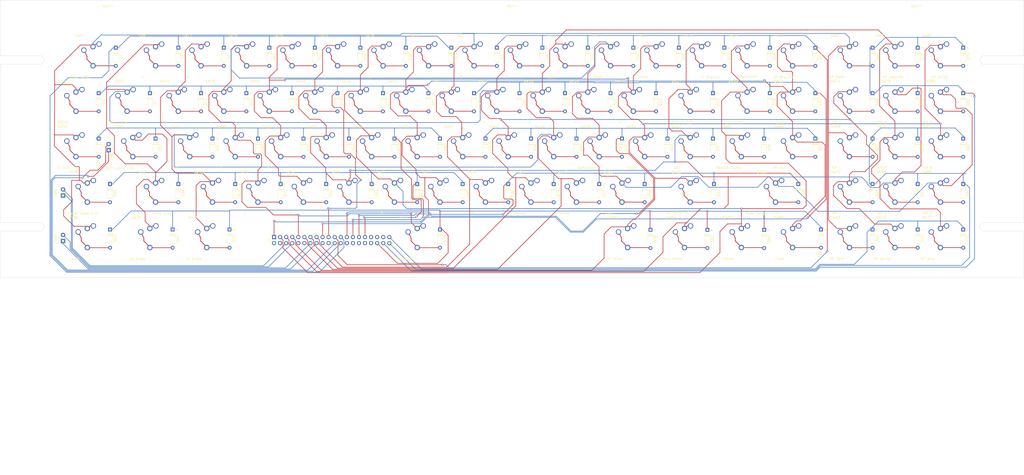
<source format=kicad_pcb>
(kicad_pcb (version 20171130) (host pcbnew "(5.1.5-0-10_14)")
  (title_block (title "Unified Retro Keyboard") (date 2019-08-25) (rev 1.3) (company OSIWeb.org) (comment 1 "Key matrix w/ LED"))
  (layers (0 F.Cu signal) (31 B.Cu signal) (34 B.Paste user) (35 F.Paste user) (36 B.SilkS user) (37 F.SilkS user) (38 B.Mask user) (39 F.Mask user) (44 Edge.Cuts user))
  (net 0 "")
  (net 1 /Row3)
  (net 2 /Row0)
  (net 3 /Row1)
  (net 4 "Net-(D5-Pad2)")
  (net 5 "Net-(D7-Pad2)")
  (net 6 "Net-(D8-Pad2)")
  (net 7 "Net-(D9-Pad2)")
  (net 8 "Net-(D10-Pad2)")
  (net 9 "Net-(D11-Pad2)")
  (net 10 "Net-(D12-Pad2)")
  (net 11 "Net-(D13-Pad2)")
  (net 12 "Net-(D14-Pad2)")
  (net 13 "Net-(D15-Pad2)")
  (net 14 "Net-(D16-Pad2)")
  (net 15 "Net-(D18-Pad2)")
  (net 16 "Net-(D19-Pad2)")
  (net 17 "Net-(D20-Pad2)")
  (net 18 "Net-(D22-Pad2)")
  (net 19 "Net-(D23-Pad2)")
  (net 20 "Net-(D24-Pad2)")
  (net 21 "Net-(D25-Pad2)")
  (net 22 "Net-(D26-Pad2)")
  (net 23 "Net-(D27-Pad2)")
  (net 24 "Net-(D28-Pad2)")
  (net 25 "Net-(D29-Pad2)")
  (net 26 "Net-(D30-Pad2)")
  (net 27 "Net-(D31-Pad2)")
  (net 28 "Net-(D32-Pad2)")
  (net 29 "Net-(D34-Pad2)")
  (net 30 "Net-(D36-Pad2)")
  (net 31 /Row4)
  (net 32 /Row5)
  (net 33 /Row7)
  (net 34 "Net-(D41-Pad2)")
  (net 35 "Net-(D42-Pad2)")
  (net 36 "Net-(D43-Pad2)")
  (net 37 "Net-(D45-Pad2)")
  (net 38 "Net-(D46-Pad2)")
  (net 39 "Net-(D47-Pad2)")
  (net 40 "Net-(D48-Pad2)")
  (net 41 "Net-(D49-Pad2)")
  (net 42 "Net-(D50-Pad2)")
  (net 43 "Net-(D51-Pad2)")
  (net 44 "Net-(D52-Pad2)")
  (net 45 "Net-(D53-Pad2)")
  (net 46 "Net-(D54-Pad2)")
  (net 47 "Net-(D55-Pad2)")
  (net 48 "Net-(D56-Pad2)")
  (net 49 "Net-(D57-Pad2)")
  (net 50 "Net-(D58-Pad2)")
  (net 51 "Net-(D59-Pad2)")
  (net 52 "Net-(D60-Pad2)")
  (net 53 "Net-(D61-Pad2)")
  (net 54 /Col0)
  (net 55 /Col1)
  (net 56 /Col2)
  (net 57 /Col3)
  (net 58 /Col4)
  (net 59 /Col5)
  (net 60 /Col6)
  (net 61 /Col7)
  (net 62 /Row6)
  (net 63 /Row2)
  (net 64 "Net-(D2-Pad2)")
  (net 65 "Net-(D3-Pad2)")
  (net 66 "Net-(D4-Pad2)")
  (net 67 "Net-(D6-Pad2)")
  (net 68 "Net-(D17-Pad2)")
  (net 69 "Net-(D21-Pad2)")
  (net 70 "Net-(D37-Pad2)")
  (net 71 "Net-(D38-Pad2)")
  (net 72 "Net-(D39-Pad2)")
  (net 73 "Net-(D40-Pad2)")
  (net 74 "Net-(D44-Pad2)")
  (net 75 "Net-(J1-Pad10)")
  (net 76 "Net-(J1-Pad12)")
  (net 77 "Net-(J1-Pad18)")
  (net 78 "Net-(J1-Pad20)")
  (net 79 "Net-(J1-Pad26)")
  (net 80 "Net-(J1-Pad28)")
  (net 81 "Net-(J1-Pad30)")
  (net 82 "Net-(J1-Pad32)")
  (net 83 "Net-(J1-Pad2)")
  (net 84 "Net-(J1-Pad4)")
  (net 85 "Net-(D1-Pad2)")
  (net 86 "Net-(D33-Pad2)")
  (net 87 "Net-(D35-Pad2)")
  (net 88 "Net-(D62-Pad2)")
  (net 89 "Net-(D63-Pad2)")
  (net 90 "Net-(D64-Pad2)")
  (net 91 "Net-(D65-Pad2)")
  (net 92 "Net-(D66-Pad2)")
  (net 93 "Net-(D67-Pad2)")
  (net 94 "Net-(D68-Pad2)")
  (net 95 "Net-(D69-Pad2)")
  (net 96 "Net-(D70-Pad2)")
  (net 97 "Net-(D71-Pad2)")
  (net 98 "Net-(D72-Pad2)")
  (net 99 "Net-(D73-Pad2)")
  (net 100 "Net-(D74-Pad2)")
  (net 101 "Net-(D75-Pad2)")
  (net 102 "Net-(D76-Pad2)")
  (net 103 "Net-(D77-Pad2)")
  (net 104 "Net-(D78-Pad2)")
  (net 105 "Net-(D79-Pad2)")
  (net 106 "Net-(D80-Pad2)")
  (net 107 "Net-(D81-Pad2)")
  (net 108 "Net-(D82-Pad2)")
  (net 109 "Net-(D83-Pad2)")
  (net 110 "Net-(D84-Pad2)")
  (net 111 "Net-(D85-Pad2)")
  (net 112 "Net-(D86-Pad2)")
  (net 113 "Net-(D86-Pad1)")
  (net 114 "Net-(D87-Pad2)")
  (net 115 "Net-(D87-Pad1)")
  (net 116 "Net-(D88-Pad2)")
  (net 117 "Net-(D88-Pad1)")
  (net 118 /Row11)
  (net 119 /Row12)
  (net 120 /Row10)
  (net 121 /Row13)
  (net 122 /Row9)
  (net 123 /Row14)
  (net 124 /Row8)
  (net 125 /Row15)
  (module MountingHole:MountingHole_4mm_Pad (layer F.Cu) (at 67.4374 73.914)
    (fp_text reference REF** (at 0 -5) (layer F.SilkS))
    (fp_text value "mounting hole #6")
    (pad "" np_thru_hole circle (at 0 0) (size 3.81 3.81) (drill 3.81) (layers *.Cu *.Mask))
  )
  (module MountingHole:MountingHole_4mm_Pad (layer F.Cu) (at 405.82555 73.914)
    (fp_text reference REF** (at 0 -5) (layer F.SilkS))
    (fp_text value "mounting hole #6")
    (pad "" np_thru_hole circle (at 0 0) (size 3.81 3.81) (drill 3.81) (layers *.Cu *.Mask))
  )
  (module MountingHole:MountingHole_4mm_Pad (layer F.Cu) (at 236.631474 73.914)
    (fp_text reference REF** (at 0 -5) (layer F.SilkS))
    (fp_text value "mounting hole #6")
    (pad "" np_thru_hole circle (at 0 0) (size 3.81 3.81) (drill 3.81) (layers *.Cu *.Mask))
  )
  (module unikbd:Key_MX (layer F.Cu) (at 311.24398 127.89916)
    (fp_text reference SW57 (at -5.7912 -8.6106) (layer F.SilkS))
    (fp_text value DEL (at -5.334 8.6614) (layer F.SilkS))
    (fp_line (start 1.27 -5.08) (end 0.7366 -4.6736) (layer F.Cu) (width 0.3048))
    (fp_line (start 1.651 -5.08) (end 1.27 -5.08) (layer F.Cu) (width 0.3048))
    (fp_line (start -2.54 1.27) (end 0 3.81) (layer F.Cu) (width 0.3048))
    (fp_line (start -2.54 0) (end -2.54 1.27) (layer F.Cu) (width 0.3048))
    (fp_line (start -3.81 -2.54) (end -2.54 0) (layer F.Cu) (width 0.3048))
    (pad 2 thru_hole circle (at 0 4.0005) (size 2.2352 2.2352) (drill 1.397) (layers *.Cu *.Mask) (net 46 "Net-(D54-Pad2)"))
    (pad 1 thru_hole circle (at 0 -4.0005) (size 2.2352 2.2352) (drill 1.397) (layers *.Cu *.Mask) (net 59 /Col5))
    (pad 3 thru_hole circle (at 2.54 -5.08) (size 2.2352 2.2352) (drill 1.5748) (layers *.Cu *.Mask))
    (pad "" np_thru_hole circle (at -5.08 0) (size 1.7018 1.7018) (drill 1.7018) (layers *.Cu *.Mask))
    (pad "" np_thru_hole circle (at 5.08 0) (size 1.7018 1.7018) (drill 1.7018) (layers *.Cu *.Mask))
    (pad "" np_thru_hole circle (at 0 0) (size 3.9878 3.9878) (drill 3.9878) (layers *.Cu *.Mask))
    (pad 4 thru_hole circle (at -3.81 -2.54) (size 2.2352 2.2352) (drill 1.5748) (layers *.Cu *.Mask))
  )
  (module unikbd:Key_MX (layer F.Cu) (at 149.31898 146.94916)
    (fp_text reference SW54 (at -5.7912 -8.6106) (layer F.SilkS))
    (fp_text value C (at -5.334 8.6614) (layer F.SilkS))
    (fp_line (start 1.27 -5.08) (end 0.7366 -4.6736) (layer F.Cu) (width 0.3048))
    (fp_line (start 1.651 -5.08) (end 1.27 -5.08) (layer F.Cu) (width 0.3048))
    (fp_line (start -2.54 1.27) (end 0 3.81) (layer F.Cu) (width 0.3048))
    (fp_line (start -2.54 0) (end -2.54 1.27) (layer F.Cu) (width 0.3048))
    (fp_line (start -3.81 -2.54) (end -2.54 0) (layer F.Cu) (width 0.3048))
    (pad 2 thru_hole circle (at 0 4.0005) (size 2.2352 2.2352) (drill 1.397) (layers *.Cu *.Mask) (net 43 "Net-(D51-Pad2)"))
    (pad 1 thru_hole circle (at 0 -4.0005) (size 2.2352 2.2352) (drill 1.397) (layers *.Cu *.Mask) (net 58 /Col4))
    (pad 3 thru_hole circle (at 2.54 -5.08) (size 2.2352 2.2352) (drill 1.5748) (layers *.Cu *.Mask))
    (pad "" np_thru_hole circle (at -5.08 0) (size 1.7018 1.7018) (drill 1.7018) (layers *.Cu *.Mask))
    (pad "" np_thru_hole circle (at 5.08 0) (size 1.7018 1.7018) (drill 1.7018) (layers *.Cu *.Mask))
    (pad "" np_thru_hole circle (at 0 0) (size 3.9878 3.9878) (drill 3.9878) (layers *.Cu *.Mask))
    (pad 4 thru_hole circle (at -3.81 -2.54) (size 2.2352 2.2352) (drill 1.5748) (layers *.Cu *.Mask))
  )
  (module unikbd:Key_MX_Spacebar_5.25 (layer F.Cu) (at 196.94398 165.99916)
    (fp_text reference SW78 (at -5.7912 -8.6106) (layer F.SilkS))
    (fp_text value Spacebar (at -5.334 8.6614) (layer F.SilkS))
    (fp_line (start 1.27 -5.08) (end 0.7366 -4.6736) (layer F.Cu) (width 0.3048))
    (fp_line (start 1.651 -5.08) (end 1.27 -5.08) (layer F.Cu) (width 0.3048))
    (fp_line (start -2.54 1.27) (end 0 3.81) (layer F.Cu) (width 0.3048))
    (fp_line (start -2.54 0) (end -2.54 1.27) (layer F.Cu) (width 0.3048))
    (fp_line (start -3.81 -2.54) (end -2.54 0) (layer F.Cu) (width 0.3048))
    (pad "" np_thru_hole circle (at -66.675 8.255) (size 3.9878 3.9878) (drill 3.9878) (layers *.Cu *.Mask))
    (pad "" np_thru_hole circle (at 66.675 -6.985) (size 3.048 3.048) (drill 3.048) (layers *.Cu *.Mask))
    (pad "" np_thru_hole circle (at 66.675 8.255) (size 3.9878 3.9878) (drill 3.9878) (layers *.Cu *.Mask))
    (pad "" np_thru_hole circle (at -66.675 -6.985) (size 3.048 3.048) (drill 3.048) (layers *.Cu *.Mask))
    (pad 2 thru_hole circle (at 0 4.0005) (size 2.2352 2.2352) (drill 1.397) (layers *.Cu *.Mask) (net 101 "Net-(D75-Pad2)"))
    (pad 1 thru_hole circle (at 0 -4.0005) (size 2.2352 2.2352) (drill 1.397) (layers *.Cu *.Mask) (net 57 /Col3))
    (pad 3 thru_hole circle (at 2.54 -5.08) (size 2.2352 2.2352) (drill 1.5748) (layers *.Cu *.Mask))
    (pad "" np_thru_hole circle (at -5.08 0) (size 1.7018 1.7018) (drill 1.7018) (layers *.Cu *.Mask))
    (pad "" np_thru_hole circle (at 5.08 0) (size 1.7018 1.7018) (drill 1.7018) (layers *.Cu *.Mask))
    (pad "" np_thru_hole circle (at 0 0) (size 3.9878 3.9878) (drill 3.9878) (layers *.Cu *.Mask))
    (pad 4 thru_hole circle (at -3.81 -2.54) (size 2.2352 2.2352) (drill 1.5748) (layers *.Cu *.Mask))
  )
  (module unikbd:Key_MX (layer F.Cu) (at 108.83773 165.99916)
    (fp_text reference SW74 (at -5.7912 -8.6106) (layer F.SilkS))
    (fp_text value "LT Arrow" (at -5.334 8.6614) (layer F.SilkS))
    (fp_line (start 1.27 -5.08) (end 0.7366 -4.6736) (layer F.Cu) (width 0.3048))
    (fp_line (start 1.651 -5.08) (end 1.27 -5.08) (layer F.Cu) (width 0.3048))
    (fp_line (start -2.54 1.27) (end 0 3.81) (layer F.Cu) (width 0.3048))
    (fp_line (start -2.54 0) (end -2.54 1.27) (layer F.Cu) (width 0.3048))
    (fp_line (start -3.81 -2.54) (end -2.54 0) (layer F.Cu) (width 0.3048))
    (pad 2 thru_hole circle (at 0 4.0005) (size 2.2352 2.2352) (drill 1.397) (layers *.Cu *.Mask) (net 97 "Net-(D71-Pad2)"))
    (pad 1 thru_hole circle (at 0 -4.0005) (size 2.2352 2.2352) (drill 1.397) (layers *.Cu *.Mask) (net 56 /Col2))
    (pad 3 thru_hole circle (at 2.54 -5.08) (size 2.2352 2.2352) (drill 1.5748) (layers *.Cu *.Mask))
    (pad "" np_thru_hole circle (at -5.08 0) (size 1.7018 1.7018) (drill 1.7018) (layers *.Cu *.Mask))
    (pad "" np_thru_hole circle (at 5.08 0) (size 1.7018 1.7018) (drill 1.7018) (layers *.Cu *.Mask))
    (pad "" np_thru_hole circle (at 0 0) (size 3.9878 3.9878) (drill 3.9878) (layers *.Cu *.Mask))
    (pad 4 thru_hole circle (at -3.81 -2.54) (size 2.2352 2.2352) (drill 1.5748) (layers *.Cu *.Mask))
  )
  (module unikbd:kbd_header_two_mounting_holes (layer F.Cu) (at 137.1854 168.1734 90)
    (fp_text reference J1 (at 1.27 -2.33 90) (layer F.SilkS))
    (fp_text value Controller)
    (pad 1 thru_hole rect (at 2.5654 -0.1778 90) (size 1.7 1.7) (drill 1) (layers *.Cu *.Mask) (net 61 /Col7))
    (pad 2 thru_hole oval (at 0.0254 -0.1778 90) (size 1.7 1.7) (drill 1) (layers *.Cu *.Mask) (net 83 "Net-(J1-Pad2)"))
    (pad 3 thru_hole oval (at 2.5654 2.3622 90) (size 1.7 1.7) (drill 1) (layers *.Cu *.Mask) (net 60 /Col6))
    (pad 4 thru_hole oval (at 0.0254 2.3622 90) (size 1.7 1.7) (drill 1) (layers *.Cu *.Mask) (net 84 "Net-(J1-Pad4)"))
    (pad 5 thru_hole oval (at 2.5654 4.9022 90) (size 1.7 1.7) (drill 1) (layers *.Cu *.Mask) (net 59 /Col5))
    (pad 6 thru_hole oval (at 0.0254 4.9022 90) (size 1.7 1.7) (drill 1) (layers *.Cu *.Mask) (net 112 "Net-(D86-Pad2)"))
    (pad 7 thru_hole oval (at 2.5654 7.4422 90) (size 1.7 1.7) (drill 1) (layers *.Cu *.Mask) (net 58 /Col4))
    (pad 8 thru_hole oval (at 0.0254 7.4422 90) (size 1.7 1.7) (drill 1) (layers *.Cu *.Mask) (net 113 "Net-(D86-Pad1)"))
    (pad 9 thru_hole oval (at 2.5654 9.9822 90) (size 1.7 1.7) (drill 1) (layers *.Cu *.Mask) (net 57 /Col3))
    (pad 10 thru_hole oval (at 0.0254 9.9822 90) (size 1.7 1.7) (drill 1) (layers *.Cu *.Mask) (net 75 "Net-(J1-Pad10)"))
    (pad 11 thru_hole oval (at 2.5654 12.5222 90) (size 1.7 1.7) (drill 1) (layers *.Cu *.Mask) (net 56 /Col2))
    (pad 12 thru_hole oval (at 0.0254 12.5222 90) (size 1.7 1.7) (drill 1) (layers *.Cu *.Mask) (net 76 "Net-(J1-Pad12)"))
    (pad 13 thru_hole oval (at 2.5654 15.0622 90) (size 1.7 1.7) (drill 1) (layers *.Cu *.Mask) (net 55 /Col1))
    (pad 14 thru_hole oval (at 0.0254 15.0622 90) (size 1.7 1.7) (drill 1) (layers *.Cu *.Mask) (net 114 "Net-(D87-Pad2)"))
    (pad 15 thru_hole oval (at 2.5654 17.6022 90) (size 1.7 1.7) (drill 1) (layers *.Cu *.Mask) (net 54 /Col0))
    (pad 16 thru_hole oval (at 0.0254 17.6022 90) (size 1.7 1.7) (drill 1) (layers *.Cu *.Mask) (net 115 "Net-(D87-Pad1)"))
    (pad 17 thru_hole oval (at 2.5654 20.1422 90) (size 1.7 1.7) (drill 1) (layers *.Cu *.Mask) (net 33 /Row7))
    (pad 18 thru_hole oval (at 0.0254 20.1422 90) (size 1.7 1.7) (drill 1) (layers *.Cu *.Mask) (net 77 "Net-(J1-Pad18)"))
    (pad 19 thru_hole oval (at 2.5654 22.6822 90) (size 1.7 1.7) (drill 1) (layers *.Cu *.Mask) (net 62 /Row6))
    (pad 20 thru_hole oval (at 0.0254 22.6822 90) (size 1.7 1.7) (drill 1) (layers *.Cu *.Mask) (net 78 "Net-(J1-Pad20)"))
    (pad 21 thru_hole oval (at 2.5654 25.2222 90) (size 1.7 1.7) (drill 1) (layers *.Cu *.Mask) (net 32 /Row5))
    (pad 22 thru_hole oval (at 0.0254 25.2222 90) (size 1.7 1.7) (drill 1) (layers *.Cu *.Mask) (net 116 "Net-(D88-Pad2)"))
    (pad 23 thru_hole oval (at 2.5654 27.7622 90) (size 1.7 1.7) (drill 1) (layers *.Cu *.Mask) (net 31 /Row4))
    (pad 24 thru_hole oval (at 0.0254 27.7622 90) (size 1.7 1.7) (drill 1) (layers *.Cu *.Mask) (net 117 "Net-(D88-Pad1)"))
    (pad 25 thru_hole oval (at 2.5654 30.3022 90) (size 1.7 1.7) (drill 1) (layers *.Cu *.Mask) (net 1 /Row3))
    (pad 26 thru_hole oval (at 0.0254 30.3022 90) (size 1.7 1.7) (drill 1) (layers *.Cu *.Mask) (net 79 "Net-(J1-Pad26)"))
    (pad 27 thru_hole oval (at 2.5654 32.8422 90) (size 1.7 1.7) (drill 1) (layers *.Cu *.Mask) (net 63 /Row2))
    (pad 28 thru_hole oval (at 0.0254 32.8422 90) (size 1.7 1.7) (drill 1) (layers *.Cu *.Mask) (net 80 "Net-(J1-Pad28)"))
    (pad 29 thru_hole oval (at 2.5654 35.3822 90) (size 1.7 1.7) (drill 1) (layers *.Cu *.Mask) (net 3 /Row1))
    (pad 30 thru_hole oval (at 0.0254 35.3822 90) (size 1.7 1.7) (drill 1) (layers *.Cu *.Mask) (net 81 "Net-(J1-Pad30)"))
    (pad 31 thru_hole oval (at 2.5654 37.9222 90) (size 1.7 1.7) (drill 1) (layers *.Cu *.Mask) (net 2 /Row0))
    (pad 32 thru_hole oval (at 0.0254 37.9222 90) (size 1.7 1.7) (drill 1) (layers *.Cu *.Mask) (net 82 "Net-(J1-Pad32)"))
    (pad 33 thru_hole oval (at 2.5654 40.4622 90) (size 1.7 1.7) (drill 1) (layers *.Cu *.Mask) (net 125 /Row15))
    (pad 34 thru_hole oval (at 0.0254 40.4622 90) (size 1.7 1.7) (drill 1) (layers *.Cu *.Mask) (net 124 /Row8))
    (pad 35 thru_hole oval (at 2.5654 43.0022 90) (size 1.7 1.7) (drill 1) (layers *.Cu *.Mask) (net 123 /Row14))
    (pad 36 thru_hole oval (at 0.0254 43.0022 90) (size 1.7 1.7) (drill 1) (layers *.Cu *.Mask) (net 122 /Row9))
    (pad 37 thru_hole oval (at 2.5654 45.5422 90) (size 1.7 1.7) (drill 1) (layers *.Cu *.Mask) (net 121 /Row13))
    (pad 38 thru_hole oval (at 0.0254 45.5422 90) (size 1.7 1.7) (drill 1) (layers *.Cu *.Mask) (net 120 /Row10))
    (pad 39 thru_hole oval (at 2.5654 48.0822 90) (size 1.7 1.7) (drill 1) (layers *.Cu *.Mask) (net 119 /Row12))
    (pad 40 thru_hole oval (at 0.0254 48.0822 90) (size 1.7 1.7) (drill 1) (layers *.Cu *.Mask) (net 118 /Row11))
    (pad "" np_thru_hole circle (at 91.4924 -0.3288 90) (size 3.175 3.175) (drill 3.175) (layers *.Cu *.Mask))
    (pad "" np_thru_hole circle (at 91.4924 47.9312 90) (size 3.175 3.175) (drill 3.175) (layers *.Cu *.Mask))
  )
  (module LED_THT:LED_D3.0mm (layer F.Cu) (at 67.7545 129.159 90)
    (fp_text reference D88 (at -2.65684 1.23952 90) (layer F.SilkS))
    (fp_text value LED)
    (pad 2 thru_hole circle (at 2.54 0 90) (size 1.8 1.8) (drill 0.9) (layers *.Cu *.Mask) (net 116 "Net-(D88-Pad2)"))
    (pad 1 thru_hole rect (at 0 0 90) (size 1.8 1.8) (drill 0.9) (layers *.Cu *.Mask) (net 117 "Net-(D88-Pad1)"))
  )
  (module LED_THT:LED_D3.0mm (layer F.Cu) (at 48.6664 167.259 90)
    (fp_text reference D87 (at 1.27 -2.96 90) (layer F.SilkS))
    (fp_text value LED)
    (pad 2 thru_hole circle (at 2.54 0 90) (size 1.8 1.8) (drill 0.9) (layers *.Cu *.Mask) (net 114 "Net-(D87-Pad2)"))
    (pad 1 thru_hole rect (at 0 0 90) (size 1.8 1.8) (drill 0.9) (layers *.Cu *.Mask) (net 115 "Net-(D87-Pad1)"))
  )
  (module LED_THT:LED_D3.0mm (layer F.Cu) (at 48.6664 148.1836 90)
    (fp_text reference D86 (at 1.27 -2.96 90) (layer F.SilkS))
    (fp_text value LED)
    (pad 2 thru_hole circle (at 2.54 0 90) (size 1.8 1.8) (drill 0.9) (layers *.Cu *.Mask) (net 112 "Net-(D86-Pad2)"))
    (pad 1 thru_hole rect (at 0 0 90) (size 1.8 1.8) (drill 0.9) (layers *.Cu *.Mask) (net 113 "Net-(D86-Pad1)"))
  )
  (module unikbd:Key_MX (layer F.Cu) (at 416.01898 108.84916)
    (fp_text reference SW85 (at -4.03098 -8.56996) (layer F.SilkS))
    (fp_text value "NP 9" (at -5.334 8.6614) (layer F.SilkS))
    (fp_line (start 1.27 -5.08) (end 0.7366 -4.6736) (layer F.Cu) (width 0.3048))
    (fp_line (start 1.651 -5.08) (end 1.27 -5.08) (layer F.Cu) (width 0.3048))
    (fp_line (start -2.54 1.27) (end 0 3.81) (layer F.Cu) (width 0.3048))
    (fp_line (start -2.54 0) (end -2.54 1.27) (layer F.Cu) (width 0.3048))
    (fp_line (start -3.81 -2.54) (end -2.54 0) (layer F.Cu) (width 0.3048))
    (pad 2 thru_hole circle (at 0 4.0005) (size 2.2352 2.2352) (drill 1.397) (layers *.Cu *.Mask) (net 108 "Net-(D82-Pad2)"))
    (pad 1 thru_hole circle (at 0 -4.0005) (size 2.2352 2.2352) (drill 1.397) (layers *.Cu *.Mask) (net 59 /Col5))
    (pad 3 thru_hole circle (at 2.54 -5.08) (size 2.2352 2.2352) (drill 1.5748) (layers *.Cu *.Mask))
    (pad "" np_thru_hole circle (at -5.08 0) (size 1.7018 1.7018) (drill 1.7018) (layers *.Cu *.Mask))
    (pad "" np_thru_hole circle (at 5.08 0) (size 1.7018 1.7018) (drill 1.7018) (layers *.Cu *.Mask))
    (pad "" np_thru_hole circle (at 0 0) (size 3.9878 3.9878) (drill 3.9878) (layers *.Cu *.Mask))
    (pad 4 thru_hole circle (at -3.81 -2.54) (size 2.2352 2.2352) (drill 1.5748) (layers *.Cu *.Mask))
  )
  (module Diode_THT:D_DO-35_SOD27_P7.62mm_Horizontal (layer F.Cu) (at 182.593826 105.283 270)
    (fp_text reference D27 (at 3.81 -2.12 90) (layer F.SilkS))
    (fp_text value 1N4148)
    (fp_text user K (at 0 -1.8 90) (layer F.SilkS))
    (pad 2 thru_hole oval (at 7.62 0 270) (size 1.6 1.6) (drill 0.8) (layers *.Cu *.Mask) (net 23 "Net-(D27-Pad2)"))
    (pad 1 thru_hole rect (at 0 0 270) (size 1.6 1.6) (drill 0.8) (layers *.Cu *.Mask) (net 62 /Row6))
  )
  (module unikbd:Key_MX (layer F.Cu) (at 173.13148 108.84916)
    (fp_text reference SW30 (at -5.7912 -8.6106) (layer F.SilkS))
    (fp_text value T (at -5.334 8.6614) (layer F.SilkS))
    (fp_line (start 1.27 -5.08) (end 0.7366 -4.6736) (layer F.Cu) (width 0.3048))
    (fp_line (start 1.651 -5.08) (end 1.27 -5.08) (layer F.Cu) (width 0.3048))
    (fp_line (start -2.54 1.27) (end 0 3.81) (layer F.Cu) (width 0.3048))
    (fp_line (start -2.54 0) (end -2.54 1.27) (layer F.Cu) (width 0.3048))
    (fp_line (start -3.81 -2.54) (end -2.54 0) (layer F.Cu) (width 0.3048))
    (pad 2 thru_hole circle (at 0 4.0005) (size 2.2352 2.2352) (drill 1.397) (layers *.Cu *.Mask) (net 23 "Net-(D27-Pad2)"))
    (pad 1 thru_hole circle (at 0 -4.0005) (size 2.2352 2.2352) (drill 1.397) (layers *.Cu *.Mask) (net 60 /Col6))
    (pad 3 thru_hole circle (at 2.54 -5.08) (size 2.2352 2.2352) (drill 1.5748) (layers *.Cu *.Mask))
    (pad "" np_thru_hole circle (at -5.08 0) (size 1.7018 1.7018) (drill 1.7018) (layers *.Cu *.Mask))
    (pad "" np_thru_hole circle (at 5.08 0) (size 1.7018 1.7018) (drill 1.7018) (layers *.Cu *.Mask))
    (pad "" np_thru_hole circle (at 0 0) (size 3.9878 3.9878) (drill 3.9878) (layers *.Cu *.Mask))
    (pad 4 thru_hole circle (at -3.81 -2.54) (size 2.2352 2.2352) (drill 1.5748) (layers *.Cu *.Mask))
  )
  (module unikbd:Key_MX (layer F.Cu) (at 354.10648 165.99916)
    (fp_text reference SW88 (at -5.7912 -8.6106) (layer F.SilkS))
    (fp_text value Clear (at -5.334 8.6614) (layer F.SilkS))
    (fp_line (start 1.27 -5.08) (end 0.7366 -4.6736) (layer F.Cu) (width 0.3048))
    (fp_line (start 1.651 -5.08) (end 1.27 -5.08) (layer F.Cu) (width 0.3048))
    (fp_line (start -2.54 1.27) (end 0 3.81) (layer F.Cu) (width 0.3048))
    (fp_line (start -2.54 0) (end -2.54 1.27) (layer F.Cu) (width 0.3048))
    (fp_line (start -3.81 -2.54) (end -2.54 0) (layer F.Cu) (width 0.3048))
    (pad 2 thru_hole circle (at 0 4.0005) (size 2.2352 2.2352) (drill 1.397) (layers *.Cu *.Mask) (net 111 "Net-(D85-Pad2)"))
    (pad 1 thru_hole circle (at 0 -4.0005) (size 2.2352 2.2352) (drill 1.397) (layers *.Cu *.Mask) (net 61 /Col7))
    (pad 3 thru_hole circle (at 2.54 -5.08) (size 2.2352 2.2352) (drill 1.5748) (layers *.Cu *.Mask))
    (pad "" np_thru_hole circle (at -5.08 0) (size 1.7018 1.7018) (drill 1.7018) (layers *.Cu *.Mask))
    (pad "" np_thru_hole circle (at 5.08 0) (size 1.7018 1.7018) (drill 1.7018) (layers *.Cu *.Mask))
    (pad "" np_thru_hole circle (at 0 0) (size 3.9878 3.9878) (drill 3.9878) (layers *.Cu *.Mask))
    (pad 4 thru_hole circle (at -3.81 -2.54) (size 2.2352 2.2352) (drill 1.5748) (layers *.Cu *.Mask))
  )
  (module unikbd:Key_MX (layer F.Cu) (at 332.67523 165.99916)
    (fp_text reference SW87 (at -5.7912 -8.6106) (layer F.SilkS))
    (fp_text value Home (at -5.334 8.6614) (layer F.SilkS))
    (fp_line (start 1.27 -5.08) (end 0.7366 -4.6736) (layer F.Cu) (width 0.3048))
    (fp_line (start 1.651 -5.08) (end 1.27 -5.08) (layer F.Cu) (width 0.3048))
    (fp_line (start -2.54 1.27) (end 0 3.81) (layer F.Cu) (width 0.3048))
    (fp_line (start -2.54 0) (end -2.54 1.27) (layer F.Cu) (width 0.3048))
    (fp_line (start -3.81 -2.54) (end -2.54 0) (layer F.Cu) (width 0.3048))
    (pad 2 thru_hole circle (at 0 4.0005) (size 2.2352 2.2352) (drill 1.397) (layers *.Cu *.Mask) (net 110 "Net-(D84-Pad2)"))
    (pad 1 thru_hole circle (at 0 -4.0005) (size 2.2352 2.2352) (drill 1.397) (layers *.Cu *.Mask) (net 60 /Col6))
    (pad 3 thru_hole circle (at 2.54 -5.08) (size 2.2352 2.2352) (drill 1.5748) (layers *.Cu *.Mask))
    (pad "" np_thru_hole circle (at -5.08 0) (size 1.7018 1.7018) (drill 1.7018) (layers *.Cu *.Mask))
    (pad "" np_thru_hole circle (at 5.08 0) (size 1.7018 1.7018) (drill 1.7018) (layers *.Cu *.Mask))
    (pad "" np_thru_hole circle (at 0 0) (size 3.9878 3.9878) (drill 3.9878) (layers *.Cu *.Mask))
    (pad 4 thru_hole circle (at -3.81 -2.54) (size 2.2352 2.2352) (drill 1.5748) (layers *.Cu *.Mask))
  )
  (module unikbd:Key_MX (layer F.Cu) (at 416.01898 146.94916)
    (fp_text reference SW86 (at -5.7912 -8.6106) (layer F.SilkS))
    (fp_text value "NP 3" (at -5.334 8.6614) (layer F.SilkS))
    (fp_line (start 1.27 -5.08) (end 0.7366 -4.6736) (layer F.Cu) (width 0.3048))
    (fp_line (start 1.651 -5.08) (end 1.27 -5.08) (layer F.Cu) (width 0.3048))
    (fp_line (start -2.54 1.27) (end 0 3.81) (layer F.Cu) (width 0.3048))
    (fp_line (start -2.54 0) (end -2.54 1.27) (layer F.Cu) (width 0.3048))
    (fp_line (start -3.81 -2.54) (end -2.54 0) (layer F.Cu) (width 0.3048))
    (pad 2 thru_hole circle (at 0 4.0005) (size 2.2352 2.2352) (drill 1.397) (layers *.Cu *.Mask) (net 109 "Net-(D83-Pad2)"))
    (pad 1 thru_hole circle (at 0 -4.0005) (size 2.2352 2.2352) (drill 1.397) (layers *.Cu *.Mask) (net 59 /Col5))
    (pad 3 thru_hole circle (at 2.54 -5.08) (size 2.2352 2.2352) (drill 1.5748) (layers *.Cu *.Mask))
    (pad "" np_thru_hole circle (at -5.08 0) (size 1.7018 1.7018) (drill 1.7018) (layers *.Cu *.Mask))
    (pad "" np_thru_hole circle (at 5.08 0) (size 1.7018 1.7018) (drill 1.7018) (layers *.Cu *.Mask))
    (pad "" np_thru_hole circle (at 0 0) (size 3.9878 3.9878) (drill 3.9878) (layers *.Cu *.Mask))
    (pad 4 thru_hole circle (at -3.81 -2.54) (size 2.2352 2.2352) (drill 1.5748) (layers *.Cu *.Mask))
  )
  (module unikbd:Key_MX (layer F.Cu) (at 308.86273 165.99916)
    (fp_text reference SW84 (at -5.7912 -8.6106) (layer F.SilkS))
    (fp_text value "Down Arrow" (at -5.334 8.6614) (layer F.SilkS))
    (fp_line (start 1.27 -5.08) (end 0.7366 -4.6736) (layer F.Cu) (width 0.3048))
    (fp_line (start 1.651 -5.08) (end 1.27 -5.08) (layer F.Cu) (width 0.3048))
    (fp_line (start -2.54 1.27) (end 0 3.81) (layer F.Cu) (width 0.3048))
    (fp_line (start -2.54 0) (end -2.54 1.27) (layer F.Cu) (width 0.3048))
    (fp_line (start -3.81 -2.54) (end -2.54 0) (layer F.Cu) (width 0.3048))
    (pad 2 thru_hole circle (at 0 4.0005) (size 2.2352 2.2352) (drill 1.397) (layers *.Cu *.Mask) (net 107 "Net-(D81-Pad2)"))
    (pad 1 thru_hole circle (at 0 -4.0005) (size 2.2352 2.2352) (drill 1.397) (layers *.Cu *.Mask) (net 59 /Col5))
    (pad 3 thru_hole circle (at 2.54 -5.08) (size 2.2352 2.2352) (drill 1.5748) (layers *.Cu *.Mask))
    (pad "" np_thru_hole circle (at -5.08 0) (size 1.7018 1.7018) (drill 1.7018) (layers *.Cu *.Mask))
    (pad "" np_thru_hole circle (at 5.08 0) (size 1.7018 1.7018) (drill 1.7018) (layers *.Cu *.Mask))
    (pad "" np_thru_hole circle (at 0 0) (size 3.9878 3.9878) (drill 3.9878) (layers *.Cu *.Mask))
    (pad 4 thru_hole circle (at -3.81 -2.54) (size 2.2352 2.2352) (drill 1.5748) (layers *.Cu *.Mask))
  )
  (module unikbd:Key_MX (layer F.Cu) (at 416.01898 127.89916)
    (fp_text reference SW83 (at -5.7912 -8.6106) (layer F.SilkS))
    (fp_text value "NP 6" (at -5.334 8.6614) (layer F.SilkS))
    (fp_line (start 1.27 -5.08) (end 0.7366 -4.6736) (layer F.Cu) (width 0.3048))
    (fp_line (start 1.651 -5.08) (end 1.27 -5.08) (layer F.Cu) (width 0.3048))
    (fp_line (start -2.54 1.27) (end 0 3.81) (layer F.Cu) (width 0.3048))
    (fp_line (start -2.54 0) (end -2.54 1.27) (layer F.Cu) (width 0.3048))
    (fp_line (start -3.81 -2.54) (end -2.54 0) (layer F.Cu) (width 0.3048))
    (pad 2 thru_hole circle (at 0 4.0005) (size 2.2352 2.2352) (drill 1.397) (layers *.Cu *.Mask) (net 106 "Net-(D80-Pad2)"))
    (pad 1 thru_hole circle (at 0 -4.0005) (size 2.2352 2.2352) (drill 1.397) (layers *.Cu *.Mask) (net 58 /Col4))
    (pad 3 thru_hole circle (at 2.54 -5.08) (size 2.2352 2.2352) (drill 1.5748) (layers *.Cu *.Mask))
    (pad "" np_thru_hole circle (at -5.08 0) (size 1.7018 1.7018) (drill 1.7018) (layers *.Cu *.Mask))
    (pad "" np_thru_hole circle (at 5.08 0) (size 1.7018 1.7018) (drill 1.7018) (layers *.Cu *.Mask))
    (pad "" np_thru_hole circle (at 0 0) (size 3.9878 3.9878) (drill 3.9878) (layers *.Cu *.Mask))
    (pad 4 thru_hole circle (at -3.81 -2.54) (size 2.2352 2.2352) (drill 1.5748) (layers *.Cu *.Mask))
  )
  (module unikbd:Key_MX (layer F.Cu) (at 416.01898 89.79916)
    (fp_text reference SW82 (at -5.7912 -8.6106) (layer F.SilkS))
    (fp_text value "NP divide" (at -0.29718 8.72744) (layer F.SilkS))
    (fp_line (start 1.27 -5.08) (end 0.7366 -4.6736) (layer F.Cu) (width 0.3048))
    (fp_line (start 1.651 -5.08) (end 1.27 -5.08) (layer F.Cu) (width 0.3048))
    (fp_line (start -2.54 1.27) (end 0 3.81) (layer F.Cu) (width 0.3048))
    (fp_line (start -2.54 0) (end -2.54 1.27) (layer F.Cu) (width 0.3048))
    (fp_line (start -3.81 -2.54) (end -2.54 0) (layer F.Cu) (width 0.3048))
    (pad 2 thru_hole circle (at 0 4.0005) (size 2.2352 2.2352) (drill 1.397) (layers *.Cu *.Mask) (net 105 "Net-(D79-Pad2)"))
    (pad 1 thru_hole circle (at 0 -4.0005) (size 2.2352 2.2352) (drill 1.397) (layers *.Cu *.Mask) (net 58 /Col4))
    (pad 3 thru_hole circle (at 2.54 -5.08) (size 2.2352 2.2352) (drill 1.5748) (layers *.Cu *.Mask))
    (pad "" np_thru_hole circle (at -5.08 0) (size 1.7018 1.7018) (drill 1.7018) (layers *.Cu *.Mask))
    (pad "" np_thru_hole circle (at 5.08 0) (size 1.7018 1.7018) (drill 1.7018) (layers *.Cu *.Mask))
    (pad "" np_thru_hole circle (at 0 0) (size 3.9878 3.9878) (drill 3.9878) (layers *.Cu *.Mask))
    (pad 4 thru_hole circle (at -3.81 -2.54) (size 2.2352 2.2352) (drill 1.5748) (layers *.Cu *.Mask))
  )
  (module unikbd:Key_MX (layer F.Cu) (at 285.05023 165.99916)
    (fp_text reference SW81 (at -5.7912 -8.6106) (layer F.SilkS))
    (fp_text value "RT Arrow" (at -5.334 8.6614) (layer F.SilkS))
    (fp_line (start 1.27 -5.08) (end 0.7366 -4.6736) (layer F.Cu) (width 0.3048))
    (fp_line (start 1.651 -5.08) (end 1.27 -5.08) (layer F.Cu) (width 0.3048))
    (fp_line (start -2.54 1.27) (end 0 3.81) (layer F.Cu) (width 0.3048))
    (fp_line (start -2.54 0) (end -2.54 1.27) (layer F.Cu) (width 0.3048))
    (fp_line (start -3.81 -2.54) (end -2.54 0) (layer F.Cu) (width 0.3048))
    (pad 2 thru_hole circle (at 0 4.0005) (size 2.2352 2.2352) (drill 1.397) (layers *.Cu *.Mask) (net 104 "Net-(D78-Pad2)"))
    (pad 1 thru_hole circle (at 0 -4.0005) (size 2.2352 2.2352) (drill 1.397) (layers *.Cu *.Mask) (net 58 /Col4))
    (pad 3 thru_hole circle (at 2.54 -5.08) (size 2.2352 2.2352) (drill 1.5748) (layers *.Cu *.Mask))
    (pad "" np_thru_hole circle (at -5.08 0) (size 1.7018 1.7018) (drill 1.7018) (layers *.Cu *.Mask))
    (pad "" np_thru_hole circle (at 5.08 0) (size 1.7018 1.7018) (drill 1.7018) (layers *.Cu *.Mask))
    (pad "" np_thru_hole circle (at 0 0) (size 3.9878 3.9878) (drill 3.9878) (layers *.Cu *.Mask))
    (pad 4 thru_hole circle (at -3.81 -2.54) (size 2.2352 2.2352) (drill 1.5748) (layers *.Cu *.Mask))
  )
  (module unikbd:Key_MX (layer F.Cu) (at 396.96898 146.94916)
    (fp_text reference SW80 (at -5.7912 -8.6106) (layer F.SilkS))
    (fp_text value "NP 2" (at -5.334 8.6614) (layer F.SilkS))
    (fp_line (start 1.27 -5.08) (end 0.7366 -4.6736) (layer F.Cu) (width 0.3048))
    (fp_line (start 1.651 -5.08) (end 1.27 -5.08) (layer F.Cu) (width 0.3048))
    (fp_line (start -2.54 1.27) (end 0 3.81) (layer F.Cu) (width 0.3048))
    (fp_line (start -2.54 0) (end -2.54 1.27) (layer F.Cu) (width 0.3048))
    (fp_line (start -3.81 -2.54) (end -2.54 0) (layer F.Cu) (width 0.3048))
    (pad 2 thru_hole circle (at 0 4.0005) (size 2.2352 2.2352) (drill 1.397) (layers *.Cu *.Mask) (net 103 "Net-(D77-Pad2)"))
    (pad 1 thru_hole circle (at 0 -4.0005) (size 2.2352 2.2352) (drill 1.397) (layers *.Cu *.Mask) (net 57 /Col3))
    (pad 3 thru_hole circle (at 2.54 -5.08) (size 2.2352 2.2352) (drill 1.5748) (layers *.Cu *.Mask))
    (pad "" np_thru_hole circle (at -5.08 0) (size 1.7018 1.7018) (drill 1.7018) (layers *.Cu *.Mask))
    (pad "" np_thru_hole circle (at 5.08 0) (size 1.7018 1.7018) (drill 1.7018) (layers *.Cu *.Mask))
    (pad "" np_thru_hole circle (at 0 0) (size 3.9878 3.9878) (drill 3.9878) (layers *.Cu *.Mask))
    (pad 4 thru_hole circle (at -3.81 -2.54) (size 2.2352 2.2352) (drill 1.5748) (layers *.Cu *.Mask))
  )
  (module unikbd:Key_MX (layer F.Cu) (at 396.96898 108.84916)
    (fp_text reference SW79 (at -3.75158 -8.56996) (layer F.SilkS))
    (fp_text value "NP 8" (at -5.334 8.6614) (layer F.SilkS))
    (fp_line (start 1.27 -5.08) (end 0.7366 -4.6736) (layer F.Cu) (width 0.3048))
    (fp_line (start 1.651 -5.08) (end 1.27 -5.08) (layer F.Cu) (width 0.3048))
    (fp_line (start -2.54 1.27) (end 0 3.81) (layer F.Cu) (width 0.3048))
    (fp_line (start -2.54 0) (end -2.54 1.27) (layer F.Cu) (width 0.3048))
    (fp_line (start -3.81 -2.54) (end -2.54 0) (layer F.Cu) (width 0.3048))
    (pad 2 thru_hole circle (at 0 4.0005) (size 2.2352 2.2352) (drill 1.397) (layers *.Cu *.Mask) (net 102 "Net-(D76-Pad2)"))
    (pad 1 thru_hole circle (at 0 -4.0005) (size 2.2352 2.2352) (drill 1.397) (layers *.Cu *.Mask) (net 57 /Col3))
    (pad 3 thru_hole circle (at 2.54 -5.08) (size 2.2352 2.2352) (drill 1.5748) (layers *.Cu *.Mask))
    (pad "" np_thru_hole circle (at -5.08 0) (size 1.7018 1.7018) (drill 1.7018) (layers *.Cu *.Mask))
    (pad "" np_thru_hole circle (at 5.08 0) (size 1.7018 1.7018) (drill 1.7018) (layers *.Cu *.Mask))
    (pad "" np_thru_hole circle (at 0 0) (size 3.9878 3.9878) (drill 3.9878) (layers *.Cu *.Mask))
    (pad 4 thru_hole circle (at -3.81 -2.54) (size 2.2352 2.2352) (drill 1.5748) (layers *.Cu *.Mask))
  )
  (module unikbd:Key_MX (layer F.Cu) (at 416.01898 165.99916)
    (fp_text reference SW77 (at -5.7912 -8.6106) (layer F.SilkS))
    (fp_text value "NP plus" (at -5.334 8.6614) (layer F.SilkS))
    (fp_line (start 1.27 -5.08) (end 0.7366 -4.6736) (layer F.Cu) (width 0.3048))
    (fp_line (start 1.651 -5.08) (end 1.27 -5.08) (layer F.Cu) (width 0.3048))
    (fp_line (start -2.54 1.27) (end 0 3.81) (layer F.Cu) (width 0.3048))
    (fp_line (start -2.54 0) (end -2.54 1.27) (layer F.Cu) (width 0.3048))
    (fp_line (start -3.81 -2.54) (end -2.54 0) (layer F.Cu) (width 0.3048))
    (pad 2 thru_hole circle (at 0 4.0005) (size 2.2352 2.2352) (drill 1.397) (layers *.Cu *.Mask) (net 100 "Net-(D74-Pad2)"))
    (pad 1 thru_hole circle (at 0 -4.0005) (size 2.2352 2.2352) (drill 1.397) (layers *.Cu *.Mask) (net 56 /Col2))
    (pad 3 thru_hole circle (at 2.54 -5.08) (size 2.2352 2.2352) (drill 1.5748) (layers *.Cu *.Mask))
    (pad "" np_thru_hole circle (at -5.08 0) (size 1.7018 1.7018) (drill 1.7018) (layers *.Cu *.Mask))
    (pad "" np_thru_hole circle (at 5.08 0) (size 1.7018 1.7018) (drill 1.7018) (layers *.Cu *.Mask))
    (pad "" np_thru_hole circle (at 0 0) (size 3.9878 3.9878) (drill 3.9878) (layers *.Cu *.Mask))
    (pad 4 thru_hole circle (at -3.81 -2.54) (size 2.2352 2.2352) (drill 1.5748) (layers *.Cu *.Mask))
  )
  (module unikbd:Key_MX (layer F.Cu) (at 396.96898 127.89916)
    (fp_text reference SW76 (at -5.7912 -8.6106) (layer F.SilkS))
    (fp_text value "NP 5" (at -5.334 8.6614) (layer F.SilkS))
    (fp_line (start 1.27 -5.08) (end 0.7366 -4.6736) (layer F.Cu) (width 0.3048))
    (fp_line (start 1.651 -5.08) (end 1.27 -5.08) (layer F.Cu) (width 0.3048))
    (fp_line (start -2.54 1.27) (end 0 3.81) (layer F.Cu) (width 0.3048))
    (fp_line (start -2.54 0) (end -2.54 1.27) (layer F.Cu) (width 0.3048))
    (fp_line (start -3.81 -2.54) (end -2.54 0) (layer F.Cu) (width 0.3048))
    (pad 2 thru_hole circle (at 0 4.0005) (size 2.2352 2.2352) (drill 1.397) (layers *.Cu *.Mask) (net 99 "Net-(D73-Pad2)"))
    (pad 1 thru_hole circle (at 0 -4.0005) (size 2.2352 2.2352) (drill 1.397) (layers *.Cu *.Mask) (net 56 /Col2))
    (pad 3 thru_hole circle (at 2.54 -5.08) (size 2.2352 2.2352) (drill 1.5748) (layers *.Cu *.Mask))
    (pad "" np_thru_hole circle (at -5.08 0) (size 1.7018 1.7018) (drill 1.7018) (layers *.Cu *.Mask))
    (pad "" np_thru_hole circle (at 5.08 0) (size 1.7018 1.7018) (drill 1.7018) (layers *.Cu *.Mask))
    (pad "" np_thru_hole circle (at 0 0) (size 3.9878 3.9878) (drill 3.9878) (layers *.Cu *.Mask))
    (pad 4 thru_hole circle (at -3.81 -2.54) (size 2.2352 2.2352) (drill 1.5748) (layers *.Cu *.Mask))
  )
  (module unikbd:Key_MX (layer F.Cu) (at 396.96898 89.79916)
    (fp_text reference SW75 (at -5.7912 -8.6106) (layer F.SilkS))
    (fp_text value "NP asterisk" (at -0.88138 8.72744) (layer F.SilkS))
    (fp_line (start 1.27 -5.08) (end 0.7366 -4.6736) (layer F.Cu) (width 0.3048))
    (fp_line (start 1.651 -5.08) (end 1.27 -5.08) (layer F.Cu) (width 0.3048))
    (fp_line (start -2.54 1.27) (end 0 3.81) (layer F.Cu) (width 0.3048))
    (fp_line (start -2.54 0) (end -2.54 1.27) (layer F.Cu) (width 0.3048))
    (fp_line (start -3.81 -2.54) (end -2.54 0) (layer F.Cu) (width 0.3048))
    (pad 2 thru_hole circle (at 0 4.0005) (size 2.2352 2.2352) (drill 1.397) (layers *.Cu *.Mask) (net 98 "Net-(D72-Pad2)"))
    (pad 1 thru_hole circle (at 0 -4.0005) (size 2.2352 2.2352) (drill 1.397) (layers *.Cu *.Mask) (net 56 /Col2))
    (pad 3 thru_hole circle (at 2.54 -5.08) (size 2.2352 2.2352) (drill 1.5748) (layers *.Cu *.Mask))
    (pad "" np_thru_hole circle (at -5.08 0) (size 1.7018 1.7018) (drill 1.7018) (layers *.Cu *.Mask))
    (pad "" np_thru_hole circle (at 5.08 0) (size 1.7018 1.7018) (drill 1.7018) (layers *.Cu *.Mask))
    (pad "" np_thru_hole circle (at 0 0) (size 3.9878 3.9878) (drill 3.9878) (layers *.Cu *.Mask))
    (pad 4 thru_hole circle (at -3.81 -2.54) (size 2.2352 2.2352) (drill 1.5748) (layers *.Cu *.Mask))
  )
  (module unikbd:Key_MX (layer F.Cu) (at 396.96898 165.99916)
    (fp_text reference SW73 (at -5.7912 -8.6106) (layer F.SilkS))
    (fp_text value "NP period" (at -5.334 8.6614) (layer F.SilkS))
    (fp_line (start 1.27 -5.08) (end 0.7366 -4.6736) (layer F.Cu) (width 0.3048))
    (fp_line (start 1.651 -5.08) (end 1.27 -5.08) (layer F.Cu) (width 0.3048))
    (fp_line (start -2.54 1.27) (end 0 3.81) (layer F.Cu) (width 0.3048))
    (fp_line (start -2.54 0) (end -2.54 1.27) (layer F.Cu) (width 0.3048))
    (fp_line (start -3.81 -2.54) (end -2.54 0) (layer F.Cu) (width 0.3048))
    (pad 2 thru_hole circle (at 0 4.0005) (size 2.2352 2.2352) (drill 1.397) (layers *.Cu *.Mask) (net 96 "Net-(D70-Pad2)"))
    (pad 1 thru_hole circle (at 0 -4.0005) (size 2.2352 2.2352) (drill 1.397) (layers *.Cu *.Mask) (net 55 /Col1))
    (pad 3 thru_hole circle (at 2.54 -5.08) (size 2.2352 2.2352) (drill 1.5748) (layers *.Cu *.Mask))
    (pad "" np_thru_hole circle (at -5.08 0) (size 1.7018 1.7018) (drill 1.7018) (layers *.Cu *.Mask))
    (pad "" np_thru_hole circle (at 5.08 0) (size 1.7018 1.7018) (drill 1.7018) (layers *.Cu *.Mask))
    (pad "" np_thru_hole circle (at 0 0) (size 3.9878 3.9878) (drill 3.9878) (layers *.Cu *.Mask))
    (pad 4 thru_hole circle (at -3.81 -2.54) (size 2.2352 2.2352) (drill 1.5748) (layers *.Cu *.Mask))
  )
  (module unikbd:Key_MX (layer F.Cu) (at 377.91898 146.94916)
    (fp_text reference SW72 (at -5.7912 -8.6106) (layer F.SilkS))
    (fp_text value "NP 1" (at -5.334 8.6614) (layer F.SilkS))
    (fp_line (start 1.27 -5.08) (end 0.7366 -4.6736) (layer F.Cu) (width 0.3048))
    (fp_line (start 1.651 -5.08) (end 1.27 -5.08) (layer F.Cu) (width 0.3048))
    (fp_line (start -2.54 1.27) (end 0 3.81) (layer F.Cu) (width 0.3048))
    (fp_line (start -2.54 0) (end -2.54 1.27) (layer F.Cu) (width 0.3048))
    (fp_line (start -3.81 -2.54) (end -2.54 0) (layer F.Cu) (width 0.3048))
    (pad 2 thru_hole circle (at 0 4.0005) (size 2.2352 2.2352) (drill 1.397) (layers *.Cu *.Mask) (net 95 "Net-(D69-Pad2)"))
    (pad 1 thru_hole circle (at 0 -4.0005) (size 2.2352 2.2352) (drill 1.397) (layers *.Cu *.Mask) (net 55 /Col1))
    (pad 3 thru_hole circle (at 2.54 -5.08) (size 2.2352 2.2352) (drill 1.5748) (layers *.Cu *.Mask))
    (pad "" np_thru_hole circle (at -5.08 0) (size 1.7018 1.7018) (drill 1.7018) (layers *.Cu *.Mask))
    (pad "" np_thru_hole circle (at 5.08 0) (size 1.7018 1.7018) (drill 1.7018) (layers *.Cu *.Mask))
    (pad "" np_thru_hole circle (at 0 0) (size 3.9878 3.9878) (drill 3.9878) (layers *.Cu *.Mask))
    (pad 4 thru_hole circle (at -3.81 -2.54) (size 2.2352 2.2352) (drill 1.5748) (layers *.Cu *.Mask))
  )
  (module unikbd:Key_MX (layer F.Cu) (at 377.91898 108.84916)
    (fp_text reference SW71 (at -5.7912 -8.6106) (layer F.SilkS))
    (fp_text value "NP 7" (at -5.334 8.6614) (layer F.SilkS))
    (fp_line (start 1.27 -5.08) (end 0.7366 -4.6736) (layer F.Cu) (width 0.3048))
    (fp_line (start 1.651 -5.08) (end 1.27 -5.08) (layer F.Cu) (width 0.3048))
    (fp_line (start -2.54 1.27) (end 0 3.81) (layer F.Cu) (width 0.3048))
    (fp_line (start -2.54 0) (end -2.54 1.27) (layer F.Cu) (width 0.3048))
    (fp_line (start -3.81 -2.54) (end -2.54 0) (layer F.Cu) (width 0.3048))
    (pad 2 thru_hole circle (at 0 4.0005) (size 2.2352 2.2352) (drill 1.397) (layers *.Cu *.Mask) (net 94 "Net-(D68-Pad2)"))
    (pad 1 thru_hole circle (at 0 -4.0005) (size 2.2352 2.2352) (drill 1.397) (layers *.Cu *.Mask) (net 55 /Col1))
    (pad 3 thru_hole circle (at 2.54 -5.08) (size 2.2352 2.2352) (drill 1.5748) (layers *.Cu *.Mask))
    (pad "" np_thru_hole circle (at -5.08 0) (size 1.7018 1.7018) (drill 1.7018) (layers *.Cu *.Mask))
    (pad "" np_thru_hole circle (at 5.08 0) (size 1.7018 1.7018) (drill 1.7018) (layers *.Cu *.Mask))
    (pad "" np_thru_hole circle (at 0 0) (size 3.9878 3.9878) (drill 3.9878) (layers *.Cu *.Mask))
    (pad 4 thru_hole circle (at -3.81 -2.54) (size 2.2352 2.2352) (drill 1.5748) (layers *.Cu *.Mask))
  )
  (module unikbd:Key_MX (layer F.Cu) (at 85.02523 165.99916)
    (fp_text reference SW70 (at -5.7912 -8.6106) (layer F.SilkS))
    (fp_text value "Up Arrow" (at -5.334 8.6614) (layer F.SilkS))
    (fp_line (start 1.27 -5.08) (end 0.7366 -4.6736) (layer F.Cu) (width 0.3048))
    (fp_line (start 1.651 -5.08) (end 1.27 -5.08) (layer F.Cu) (width 0.3048))
    (fp_line (start -2.54 1.27) (end 0 3.81) (layer F.Cu) (width 0.3048))
    (fp_line (start -2.54 0) (end -2.54 1.27) (layer F.Cu) (width 0.3048))
    (fp_line (start -3.81 -2.54) (end -2.54 0) (layer F.Cu) (width 0.3048))
    (pad 2 thru_hole circle (at 0 4.0005) (size 2.2352 2.2352) (drill 1.397) (layers *.Cu *.Mask) (net 93 "Net-(D67-Pad2)"))
    (pad 1 thru_hole circle (at 0 -4.0005) (size 2.2352 2.2352) (drill 1.397) (layers *.Cu *.Mask) (net 55 /Col1))
    (pad 3 thru_hole circle (at 2.54 -5.08) (size 2.2352 2.2352) (drill 1.5748) (layers *.Cu *.Mask))
    (pad "" np_thru_hole circle (at -5.08 0) (size 1.7018 1.7018) (drill 1.7018) (layers *.Cu *.Mask))
    (pad "" np_thru_hole circle (at 5.08 0) (size 1.7018 1.7018) (drill 1.7018) (layers *.Cu *.Mask))
    (pad "" np_thru_hole circle (at 0 0) (size 3.9878 3.9878) (drill 3.9878) (layers *.Cu *.Mask))
    (pad 4 thru_hole circle (at -3.81 -2.54) (size 2.2352 2.2352) (drill 1.5748) (layers *.Cu *.Mask))
  )
  (module unikbd:Key_MX (layer F.Cu) (at 377.91898 165.99916)
    (fp_text reference SW69 (at -5.7912 -8.6106) (layer F.SilkS))
    (fp_text value "NP Zero" (at -5.334 8.6614) (layer F.SilkS))
    (fp_line (start 1.27 -5.08) (end 0.7366 -4.6736) (layer F.Cu) (width 0.3048))
    (fp_line (start 1.651 -5.08) (end 1.27 -5.08) (layer F.Cu) (width 0.3048))
    (fp_line (start -2.54 1.27) (end 0 3.81) (layer F.Cu) (width 0.3048))
    (fp_line (start -2.54 0) (end -2.54 1.27) (layer F.Cu) (width 0.3048))
    (fp_line (start -3.81 -2.54) (end -2.54 0) (layer F.Cu) (width 0.3048))
    (pad 2 thru_hole circle (at 0 4.0005) (size 2.2352 2.2352) (drill 1.397) (layers *.Cu *.Mask) (net 92 "Net-(D66-Pad2)"))
    (pad 1 thru_hole circle (at 0 -4.0005) (size 2.2352 2.2352) (drill 1.397) (layers *.Cu *.Mask) (net 54 /Col0))
    (pad 3 thru_hole circle (at 2.54 -5.08) (size 2.2352 2.2352) (drill 1.5748) (layers *.Cu *.Mask))
    (pad "" np_thru_hole circle (at -5.08 0) (size 1.7018 1.7018) (drill 1.7018) (layers *.Cu *.Mask))
    (pad "" np_thru_hole circle (at 5.08 0) (size 1.7018 1.7018) (drill 1.7018) (layers *.Cu *.Mask))
    (pad "" np_thru_hole circle (at 0 0) (size 3.9878 3.9878) (drill 3.9878) (layers *.Cu *.Mask))
    (pad 4 thru_hole circle (at -3.81 -2.54) (size 2.2352 2.2352) (drill 1.5748) (layers *.Cu *.Mask))
  )
  (module unikbd:Key_MX (layer F.Cu) (at 377.91898 127.89916)
    (fp_text reference SW68 (at -5.7912 -8.6106) (layer F.SilkS))
    (fp_text value "NP 4" (at -5.334 8.6614) (layer F.SilkS))
    (fp_line (start 1.27 -5.08) (end 0.7366 -4.6736) (layer F.Cu) (width 0.3048))
    (fp_line (start 1.651 -5.08) (end 1.27 -5.08) (layer F.Cu) (width 0.3048))
    (fp_line (start -2.54 1.27) (end 0 3.81) (layer F.Cu) (width 0.3048))
    (fp_line (start -2.54 0) (end -2.54 1.27) (layer F.Cu) (width 0.3048))
    (fp_line (start -3.81 -2.54) (end -2.54 0) (layer F.Cu) (width 0.3048))
    (pad 2 thru_hole circle (at 0 4.0005) (size 2.2352 2.2352) (drill 1.397) (layers *.Cu *.Mask) (net 91 "Net-(D65-Pad2)"))
    (pad 1 thru_hole circle (at 0 -4.0005) (size 2.2352 2.2352) (drill 1.397) (layers *.Cu *.Mask) (net 54 /Col0))
    (pad 3 thru_hole circle (at 2.54 -5.08) (size 2.2352 2.2352) (drill 1.5748) (layers *.Cu *.Mask))
    (pad "" np_thru_hole circle (at -5.08 0) (size 1.7018 1.7018) (drill 1.7018) (layers *.Cu *.Mask))
    (pad "" np_thru_hole circle (at 5.08 0) (size 1.7018 1.7018) (drill 1.7018) (layers *.Cu *.Mask))
    (pad "" np_thru_hole circle (at 0 0) (size 3.9878 3.9878) (drill 3.9878) (layers *.Cu *.Mask))
    (pad 4 thru_hole circle (at -3.81 -2.54) (size 2.2352 2.2352) (drill 1.5748) (layers *.Cu *.Mask))
  )
  (module unikbd:Key_MX (layer F.Cu) (at 377.91898 89.79916)
    (fp_text reference SW67 (at -5.7912 -8.6106) (layer F.SilkS))
    (fp_text value "NP Dash" (at -5.334 8.6614) (layer F.SilkS))
    (fp_line (start 1.27 -5.08) (end 0.7366 -4.6736) (layer F.Cu) (width 0.3048))
    (fp_line (start 1.651 -5.08) (end 1.27 -5.08) (layer F.Cu) (width 0.3048))
    (fp_line (start -2.54 1.27) (end 0 3.81) (layer F.Cu) (width 0.3048))
    (fp_line (start -2.54 0) (end -2.54 1.27) (layer F.Cu) (width 0.3048))
    (fp_line (start -3.81 -2.54) (end -2.54 0) (layer F.Cu) (width 0.3048))
    (pad 2 thru_hole circle (at 0 4.0005) (size 2.2352 2.2352) (drill 1.397) (layers *.Cu *.Mask) (net 90 "Net-(D64-Pad2)"))
    (pad 1 thru_hole circle (at 0 -4.0005) (size 2.2352 2.2352) (drill 1.397) (layers *.Cu *.Mask) (net 54 /Col0))
    (pad 3 thru_hole circle (at 2.54 -5.08) (size 2.2352 2.2352) (drill 1.5748) (layers *.Cu *.Mask))
    (pad "" np_thru_hole circle (at -5.08 0) (size 1.7018 1.7018) (drill 1.7018) (layers *.Cu *.Mask))
    (pad "" np_thru_hole circle (at 5.08 0) (size 1.7018 1.7018) (drill 1.7018) (layers *.Cu *.Mask))
    (pad "" np_thru_hole circle (at 0 0) (size 3.9878 3.9878) (drill 3.9878) (layers *.Cu *.Mask))
    (pad 4 thru_hole circle (at -3.81 -2.54) (size 2.2352 2.2352) (drill 1.5748) (layers *.Cu *.Mask))
  )
  (module unikbd:Key_MX (layer F.Cu) (at 58.83148 165.99916)
    (fp_text reference SW66 (at -5.7912 -8.6106) (layer F.SilkS))
    (fp_text value Local (at -5.334 8.6614) (layer F.SilkS))
    (fp_line (start 1.27 -5.08) (end 0.7366 -4.6736) (layer F.Cu) (width 0.3048))
    (fp_line (start 1.651 -5.08) (end 1.27 -5.08) (layer F.Cu) (width 0.3048))
    (fp_line (start -2.54 1.27) (end 0 3.81) (layer F.Cu) (width 0.3048))
    (fp_line (start -2.54 0) (end -2.54 1.27) (layer F.Cu) (width 0.3048))
    (fp_line (start -3.81 -2.54) (end -2.54 0) (layer F.Cu) (width 0.3048))
    (pad 2 thru_hole circle (at 0 4.0005) (size 2.2352 2.2352) (drill 1.397) (layers *.Cu *.Mask) (net 89 "Net-(D63-Pad2)"))
    (pad 1 thru_hole circle (at 0 -4.0005) (size 2.2352 2.2352) (drill 1.397) (layers *.Cu *.Mask) (net 54 /Col0))
    (pad 3 thru_hole circle (at 2.54 -5.08) (size 2.2352 2.2352) (drill 1.5748) (layers *.Cu *.Mask))
    (pad "" np_thru_hole circle (at -5.08 0) (size 1.7018 1.7018) (drill 1.7018) (layers *.Cu *.Mask))
    (pad "" np_thru_hole circle (at 5.08 0) (size 1.7018 1.7018) (drill 1.7018) (layers *.Cu *.Mask))
    (pad "" np_thru_hole circle (at 0 0) (size 3.9878 3.9878) (drill 3.9878) (layers *.Cu *.Mask))
    (pad 4 thru_hole circle (at -3.81 -2.54) (size 2.2352 2.2352) (drill 1.5748) (layers *.Cu *.Mask))
  )
  (module unikbd:Key_MX (layer F.Cu) (at 206.46898 146.94916)
    (fp_text reference SW65 (at -5.7912 -8.6106) (layer F.SilkS))
    (fp_text value N (at -5.334 8.6614) (layer F.SilkS))
    (fp_line (start 1.27 -5.08) (end 0.7366 -4.6736) (layer F.Cu) (width 0.3048))
    (fp_line (start 1.651 -5.08) (end 1.27 -5.08) (layer F.Cu) (width 0.3048))
    (fp_line (start -2.54 1.27) (end 0 3.81) (layer F.Cu) (width 0.3048))
    (fp_line (start -2.54 0) (end -2.54 1.27) (layer F.Cu) (width 0.3048))
    (fp_line (start -3.81 -2.54) (end -2.54 0) (layer F.Cu) (width 0.3048))
    (pad 2 thru_hole circle (at 0 4.0005) (size 2.2352 2.2352) (drill 1.397) (layers *.Cu *.Mask) (net 88 "Net-(D62-Pad2)"))
    (pad 1 thru_hole circle (at 0 -4.0005) (size 2.2352 2.2352) (drill 1.397) (layers *.Cu *.Mask) (net 61 /Col7))
    (pad 3 thru_hole circle (at 2.54 -5.08) (size 2.2352 2.2352) (drill 1.5748) (layers *.Cu *.Mask))
    (pad "" np_thru_hole circle (at -5.08 0) (size 1.7018 1.7018) (drill 1.7018) (layers *.Cu *.Mask))
    (pad "" np_thru_hole circle (at 5.08 0) (size 1.7018 1.7018) (drill 1.7018) (layers *.Cu *.Mask))
    (pad "" np_thru_hole circle (at 0 0) (size 3.9878 3.9878) (drill 3.9878) (layers *.Cu *.Mask))
    (pad 4 thru_hole circle (at -3.81 -2.54) (size 2.2352 2.2352) (drill 1.5748) (layers *.Cu *.Mask))
  )
  (module unikbd:Key_MX (layer F.Cu) (at 354.10648 127.89916)
    (fp_text reference SW64 (at -5.7912 -8.6106) (layer F.SilkS))
    (fp_text value "RT Ctrl" (at -5.334 8.6614) (layer F.SilkS))
    (fp_line (start 1.27 -5.08) (end 0.7366 -4.6736) (layer F.Cu) (width 0.3048))
    (fp_line (start 1.651 -5.08) (end 1.27 -5.08) (layer F.Cu) (width 0.3048))
    (fp_line (start -2.54 1.27) (end 0 3.81) (layer F.Cu) (width 0.3048))
    (fp_line (start -2.54 0) (end -2.54 1.27) (layer F.Cu) (width 0.3048))
    (fp_line (start -3.81 -2.54) (end -2.54 0) (layer F.Cu) (width 0.3048))
    (pad 2 thru_hole circle (at 0 4.0005) (size 2.2352 2.2352) (drill 1.397) (layers *.Cu *.Mask) (net 53 "Net-(D61-Pad2)"))
    (pad 1 thru_hole circle (at 0 -4.0005) (size 2.2352 2.2352) (drill 1.397) (layers *.Cu *.Mask) (net 61 /Col7))
    (pad 3 thru_hole circle (at 2.54 -5.08) (size 2.2352 2.2352) (drill 1.5748) (layers *.Cu *.Mask))
    (pad "" np_thru_hole circle (at -5.08 0) (size 1.7018 1.7018) (drill 1.7018) (layers *.Cu *.Mask))
    (pad "" np_thru_hole circle (at 5.08 0) (size 1.7018 1.7018) (drill 1.7018) (layers *.Cu *.Mask))
    (pad "" np_thru_hole circle (at 0 0) (size 3.9878 3.9878) (drill 3.9878) (layers *.Cu *.Mask))
    (pad 4 thru_hole circle (at -3.81 -2.54) (size 2.2352 2.2352) (drill 1.5748) (layers *.Cu *.Mask))
  )
  (module unikbd:Key_MX (layer F.Cu) (at 196.94398 127.89916)
    (fp_text reference SW63 (at -5.7912 -8.6106) (layer F.SilkS))
    (fp_text value H (at -5.334 8.6614) (layer F.SilkS))
    (fp_line (start 1.27 -5.08) (end 0.7366 -4.6736) (layer F.Cu) (width 0.3048))
    (fp_line (start 1.651 -5.08) (end 1.27 -5.08) (layer F.Cu) (width 0.3048))
    (fp_line (start -2.54 1.27) (end 0 3.81) (layer F.Cu) (width 0.3048))
    (fp_line (start -2.54 0) (end -2.54 1.27) (layer F.Cu) (width 0.3048))
    (fp_line (start -3.81 -2.54) (end -2.54 0) (layer F.Cu) (width 0.3048))
    (pad 2 thru_hole circle (at 0 4.0005) (size 2.2352 2.2352) (drill 1.397) (layers *.Cu *.Mask) (net 52 "Net-(D60-Pad2)"))
    (pad 1 thru_hole circle (at 0 -4.0005) (size 2.2352 2.2352) (drill 1.397) (layers *.Cu *.Mask) (net 61 /Col7))
    (pad 3 thru_hole circle (at 2.54 -5.08) (size 2.2352 2.2352) (drill 1.5748) (layers *.Cu *.Mask))
    (pad "" np_thru_hole circle (at -5.08 0) (size 1.7018 1.7018) (drill 1.7018) (layers *.Cu *.Mask))
    (pad "" np_thru_hole circle (at 5.08 0) (size 1.7018 1.7018) (drill 1.7018) (layers *.Cu *.Mask))
    (pad "" np_thru_hole circle (at 0 0) (size 3.9878 3.9878) (drill 3.9878) (layers *.Cu *.Mask))
    (pad 4 thru_hole circle (at -3.81 -2.54) (size 2.2352 2.2352) (drill 1.5748) (layers *.Cu *.Mask))
  )
  (module unikbd:Key_MX (layer F.Cu) (at 187.41898 146.94916)
    (fp_text reference SW62 (at -5.7912 -8.6106) (layer F.SilkS))
    (fp_text value B (at -5.334 8.6614) (layer F.SilkS))
    (fp_line (start 1.27 -5.08) (end 0.7366 -4.6736) (layer F.Cu) (width 0.3048))
    (fp_line (start 1.651 -5.08) (end 1.27 -5.08) (layer F.Cu) (width 0.3048))
    (fp_line (start -2.54 1.27) (end 0 3.81) (layer F.Cu) (width 0.3048))
    (fp_line (start -2.54 0) (end -2.54 1.27) (layer F.Cu) (width 0.3048))
    (fp_line (start -3.81 -2.54) (end -2.54 0) (layer F.Cu) (width 0.3048))
    (pad 2 thru_hole circle (at 0 4.0005) (size 2.2352 2.2352) (drill 1.397) (layers *.Cu *.Mask) (net 51 "Net-(D59-Pad2)"))
    (pad 1 thru_hole circle (at 0 -4.0005) (size 2.2352 2.2352) (drill 1.397) (layers *.Cu *.Mask) (net 60 /Col6))
    (pad 3 thru_hole circle (at 2.54 -5.08) (size 2.2352 2.2352) (drill 1.5748) (layers *.Cu *.Mask))
    (pad "" np_thru_hole circle (at -5.08 0) (size 1.7018 1.7018) (drill 1.7018) (layers *.Cu *.Mask))
    (pad "" np_thru_hole circle (at 5.08 0) (size 1.7018 1.7018) (drill 1.7018) (layers *.Cu *.Mask))
    (pad "" np_thru_hole circle (at 0 0) (size 3.9878 3.9878) (drill 3.9878) (layers *.Cu *.Mask))
    (pad 4 thru_hole circle (at -3.81 -2.54) (size 2.2352 2.2352) (drill 1.5748) (layers *.Cu *.Mask))
  )
  (module unikbd:Key_MX (layer F.Cu) (at 332.67523 127.89916)
    (fp_text reference SW61 (at -5.7912 -8.6106) (layer F.SilkS))
    (fp_text value "Repeat: 1.25x" (at -5.334 8.6614) (layer F.SilkS))
    (fp_line (start 1.27 -5.08) (end 0.7366 -4.6736) (layer F.Cu) (width 0.3048))
    (fp_line (start 1.651 -5.08) (end 1.27 -5.08) (layer F.Cu) (width 0.3048))
    (fp_line (start -2.54 1.27) (end 0 3.81) (layer F.Cu) (width 0.3048))
    (fp_line (start -2.54 0) (end -2.54 1.27) (layer F.Cu) (width 0.3048))
    (fp_line (start -3.81 -2.54) (end -2.54 0) (layer F.Cu) (width 0.3048))
    (pad 2 thru_hole circle (at 0 4.0005) (size 2.2352 2.2352) (drill 1.397) (layers *.Cu *.Mask) (net 50 "Net-(D58-Pad2)"))
    (pad 1 thru_hole circle (at 0 -4.0005) (size 2.2352 2.2352) (drill 1.397) (layers *.Cu *.Mask) (net 60 /Col6))
    (pad 3 thru_hole circle (at 2.54 -5.08) (size 2.2352 2.2352) (drill 1.5748) (layers *.Cu *.Mask))
    (pad "" np_thru_hole circle (at -5.08 0) (size 1.7018 1.7018) (drill 1.7018) (layers *.Cu *.Mask))
    (pad "" np_thru_hole circle (at 5.08 0) (size 1.7018 1.7018) (drill 1.7018) (layers *.Cu *.Mask))
    (pad "" np_thru_hole circle (at 0 0) (size 3.9878 3.9878) (drill 3.9878) (layers *.Cu *.Mask))
    (pad 4 thru_hole circle (at -3.81 -2.54) (size 2.2352 2.2352) (drill 1.5748) (layers *.Cu *.Mask))
  )
  (module unikbd:Key_MX (layer F.Cu) (at 177.89398 127.89916)
    (fp_text reference SW60 (at -5.7912 -8.6106) (layer F.SilkS))
    (fp_text value G (at -5.334 8.6614) (layer F.SilkS))
    (fp_line (start 1.27 -5.08) (end 0.7366 -4.6736) (layer F.Cu) (width 0.3048))
    (fp_line (start 1.651 -5.08) (end 1.27 -5.08) (layer F.Cu) (width 0.3048))
    (fp_line (start -2.54 1.27) (end 0 3.81) (layer F.Cu) (width 0.3048))
    (fp_line (start -2.54 0) (end -2.54 1.27) (layer F.Cu) (width 0.3048))
    (fp_line (start -3.81 -2.54) (end -2.54 0) (layer F.Cu) (width 0.3048))
    (pad 2 thru_hole circle (at 0 4.0005) (size 2.2352 2.2352) (drill 1.397) (layers *.Cu *.Mask) (net 49 "Net-(D57-Pad2)"))
    (pad 1 thru_hole circle (at 0 -4.0005) (size 2.2352 2.2352) (drill 1.397) (layers *.Cu *.Mask) (net 60 /Col6))
    (pad 3 thru_hole circle (at 2.54 -5.08) (size 2.2352 2.2352) (drill 1.5748) (layers *.Cu *.Mask))
    (pad "" np_thru_hole circle (at -5.08 0) (size 1.7018 1.7018) (drill 1.7018) (layers *.Cu *.Mask))
    (pad "" np_thru_hole circle (at 5.08 0) (size 1.7018 1.7018) (drill 1.7018) (layers *.Cu *.Mask))
    (pad "" np_thru_hole circle (at 0 0) (size 3.9878 3.9878) (drill 3.9878) (layers *.Cu *.Mask))
    (pad 4 thru_hole circle (at -3.81 -2.54) (size 2.2352 2.2352) (drill 1.5748) (layers *.Cu *.Mask))
  )
  (module unikbd:Key_MX (layer F.Cu) (at 346.96273 146.94916)
    (fp_text reference SW59 (at -5.7912 -8.6106) (layer F.SilkS))
    (fp_text value "Mode Select: 1.75x" (at -5.334 8.6614) (layer F.SilkS))
    (fp_line (start 1.27 -5.08) (end 0.7366 -4.6736) (layer F.Cu) (width 0.3048))
    (fp_line (start 1.651 -5.08) (end 1.27 -5.08) (layer F.Cu) (width 0.3048))
    (fp_line (start -2.54 1.27) (end 0 3.81) (layer F.Cu) (width 0.3048))
    (fp_line (start -2.54 0) (end -2.54 1.27) (layer F.Cu) (width 0.3048))
    (fp_line (start -3.81 -2.54) (end -2.54 0) (layer F.Cu) (width 0.3048))
    (pad 2 thru_hole circle (at 0 4.0005) (size 2.2352 2.2352) (drill 1.397) (layers *.Cu *.Mask) (net 48 "Net-(D56-Pad2)"))
    (pad 1 thru_hole circle (at 0 -4.0005) (size 2.2352 2.2352) (drill 1.397) (layers *.Cu *.Mask) (net 59 /Col5))
    (pad 3 thru_hole circle (at 2.54 -5.08) (size 2.2352 2.2352) (drill 1.5748) (layers *.Cu *.Mask))
    (pad "" np_thru_hole circle (at -5.08 0) (size 1.7018 1.7018) (drill 1.7018) (layers *.Cu *.Mask))
    (pad "" np_thru_hole circle (at 5.08 0) (size 1.7018 1.7018) (drill 1.7018) (layers *.Cu *.Mask))
    (pad "" np_thru_hole circle (at 0 0) (size 3.9878 3.9878) (drill 3.9878) (layers *.Cu *.Mask))
    (pad 4 thru_hole circle (at -3.81 -2.54) (size 2.2352 2.2352) (drill 1.5748) (layers *.Cu *.Mask))
  )
  (module unikbd:Key_MX (layer F.Cu) (at 168.36898 146.94916)
    (fp_text reference SW58 (at -5.7912 -8.6106) (layer F.SilkS))
    (fp_text value V (at -5.334 8.6614) (layer F.SilkS))
    (fp_line (start 1.27 -5.08) (end 0.7366 -4.6736) (layer F.Cu) (width 0.3048))
    (fp_line (start 1.651 -5.08) (end 1.27 -5.08) (layer F.Cu) (width 0.3048))
    (fp_line (start -2.54 1.27) (end 0 3.81) (layer F.Cu) (width 0.3048))
    (fp_line (start -2.54 0) (end -2.54 1.27) (layer F.Cu) (width 0.3048))
    (fp_line (start -3.81 -2.54) (end -2.54 0) (layer F.Cu) (width 0.3048))
    (pad 2 thru_hole circle (at 0 4.0005) (size 2.2352 2.2352) (drill 1.397) (layers *.Cu *.Mask) (net 47 "Net-(D55-Pad2)"))
    (pad 1 thru_hole circle (at 0 -4.0005) (size 2.2352 2.2352) (drill 1.397) (layers *.Cu *.Mask) (net 59 /Col5))
    (pad 3 thru_hole circle (at 2.54 -5.08) (size 2.2352 2.2352) (drill 1.5748) (layers *.Cu *.Mask))
    (pad "" np_thru_hole circle (at -5.08 0) (size 1.7018 1.7018) (drill 1.7018) (layers *.Cu *.Mask))
    (pad "" np_thru_hole circle (at 5.08 0) (size 1.7018 1.7018) (drill 1.7018) (layers *.Cu *.Mask))
    (pad "" np_thru_hole circle (at 0 0) (size 3.9878 3.9878) (drill 3.9878) (layers *.Cu *.Mask))
    (pad 4 thru_hole circle (at -3.81 -2.54) (size 2.2352 2.2352) (drill 1.5748) (layers *.Cu *.Mask))
  )
  (module unikbd:Key_MX (layer F.Cu) (at 158.84398 127.89916)
    (fp_text reference SW56 (at -5.7912 -8.6106) (layer F.SilkS))
    (fp_text value F (at -5.334 8.6614) (layer F.SilkS))
    (fp_line (start 1.27 -5.08) (end 0.7366 -4.6736) (layer F.Cu) (width 0.3048))
    (fp_line (start 1.651 -5.08) (end 1.27 -5.08) (layer F.Cu) (width 0.3048))
    (fp_line (start -2.54 1.27) (end 0 3.81) (layer F.Cu) (width 0.3048))
    (fp_line (start -2.54 0) (end -2.54 1.27) (layer F.Cu) (width 0.3048))
    (fp_line (start -3.81 -2.54) (end -2.54 0) (layer F.Cu) (width 0.3048))
    (pad 2 thru_hole circle (at 0 4.0005) (size 2.2352 2.2352) (drill 1.397) (layers *.Cu *.Mask) (net 45 "Net-(D53-Pad2)"))
    (pad 1 thru_hole circle (at 0 -4.0005) (size 2.2352 2.2352) (drill 1.397) (layers *.Cu *.Mask) (net 59 /Col5))
    (pad 3 thru_hole circle (at 2.54 -5.08) (size 2.2352 2.2352) (drill 1.5748) (layers *.Cu *.Mask))
    (pad "" np_thru_hole circle (at -5.08 0) (size 1.7018 1.7018) (drill 1.7018) (layers *.Cu *.Mask))
    (pad "" np_thru_hole circle (at 5.08 0) (size 1.7018 1.7018) (drill 1.7018) (layers *.Cu *.Mask))
    (pad "" np_thru_hole circle (at 0 0) (size 3.9878 3.9878) (drill 3.9878) (layers *.Cu *.Mask))
    (pad 4 thru_hole circle (at -3.81 -2.54) (size 2.2352 2.2352) (drill 1.5748) (layers *.Cu *.Mask))
  )
  (module unikbd:Key_MX (layer F.Cu) (at 311.24398 146.94916)
    (fp_text reference SW55 (at -5.7912 -8.6106) (layer F.SilkS))
    (fp_text value "RT Shift: 2x" (at -5.334 8.6614) (layer F.SilkS))
    (fp_line (start 1.27 -5.08) (end 0.7366 -4.6736) (layer F.Cu) (width 0.3048))
    (fp_line (start 1.651 -5.08) (end 1.27 -5.08) (layer F.Cu) (width 0.3048))
    (fp_line (start -2.54 1.27) (end 0 3.81) (layer F.Cu) (width 0.3048))
    (fp_line (start -2.54 0) (end -2.54 1.27) (layer F.Cu) (width 0.3048))
    (fp_line (start -3.81 -2.54) (end -2.54 0) (layer F.Cu) (width 0.3048))
    (pad 2 thru_hole circle (at 0 4.0005) (size 2.2352 2.2352) (drill 1.397) (layers *.Cu *.Mask) (net 44 "Net-(D52-Pad2)"))
    (pad 1 thru_hole circle (at 0 -4.0005) (size 2.2352 2.2352) (drill 1.397) (layers *.Cu *.Mask) (net 58 /Col4))
    (pad 3 thru_hole circle (at 2.54 -5.08) (size 2.2352 2.2352) (drill 1.5748) (layers *.Cu *.Mask))
    (pad "" np_thru_hole circle (at -5.08 0) (size 1.7018 1.7018) (drill 1.7018) (layers *.Cu *.Mask))
    (pad "" np_thru_hole circle (at 5.08 0) (size 1.7018 1.7018) (drill 1.7018) (layers *.Cu *.Mask))
    (pad "" np_thru_hole circle (at 0 0) (size 3.9878 3.9878) (drill 3.9878) (layers *.Cu *.Mask))
    (pad 4 thru_hole circle (at -3.81 -2.54) (size 2.2352 2.2352) (drill 1.5748) (layers *.Cu *.Mask))
  )
  (module unikbd:Key_MX (layer F.Cu) (at 292.19398 127.89916)
    (fp_text reference SW53 (at -5.7912 -8.6106) (layer F.SilkS))
    (fp_text value Colon (at -5.334 8.6614) (layer F.SilkS))
    (fp_line (start 1.27 -5.08) (end 0.7366 -4.6736) (layer F.Cu) (width 0.3048))
    (fp_line (start 1.651 -5.08) (end 1.27 -5.08) (layer F.Cu) (width 0.3048))
    (fp_line (start -2.54 1.27) (end 0 3.81) (layer F.Cu) (width 0.3048))
    (fp_line (start -2.54 0) (end -2.54 1.27) (layer F.Cu) (width 0.3048))
    (fp_line (start -3.81 -2.54) (end -2.54 0) (layer F.Cu) (width 0.3048))
    (pad 2 thru_hole circle (at 0 4.0005) (size 2.2352 2.2352) (drill 1.397) (layers *.Cu *.Mask) (net 42 "Net-(D50-Pad2)"))
    (pad 1 thru_hole circle (at 0 -4.0005) (size 2.2352 2.2352) (drill 1.397) (layers *.Cu *.Mask) (net 58 /Col4))
    (pad 3 thru_hole circle (at 2.54 -5.08) (size 2.2352 2.2352) (drill 1.5748) (layers *.Cu *.Mask))
    (pad "" np_thru_hole circle (at -5.08 0) (size 1.7018 1.7018) (drill 1.7018) (layers *.Cu *.Mask))
    (pad "" np_thru_hole circle (at 5.08 0) (size 1.7018 1.7018) (drill 1.7018) (layers *.Cu *.Mask))
    (pad "" np_thru_hole circle (at 0 0) (size 3.9878 3.9878) (drill 3.9878) (layers *.Cu *.Mask))
    (pad 4 thru_hole circle (at -3.81 -2.54) (size 2.2352 2.2352) (drill 1.5748) (layers *.Cu *.Mask))
  )
  (module unikbd:Key_MX (layer F.Cu) (at 139.79398 127.89916)
    (fp_text reference SW52 (at -5.7912 -8.6106) (layer F.SilkS))
    (fp_text value D (at -5.334 8.6614) (layer F.SilkS))
    (fp_line (start 1.27 -5.08) (end 0.7366 -4.6736) (layer F.Cu) (width 0.3048))
    (fp_line (start 1.651 -5.08) (end 1.27 -5.08) (layer F.Cu) (width 0.3048))
    (fp_line (start -2.54 1.27) (end 0 3.81) (layer F.Cu) (width 0.3048))
    (fp_line (start -2.54 0) (end -2.54 1.27) (layer F.Cu) (width 0.3048))
    (fp_line (start -3.81 -2.54) (end -2.54 0) (layer F.Cu) (width 0.3048))
    (pad 2 thru_hole circle (at 0 4.0005) (size 2.2352 2.2352) (drill 1.397) (layers *.Cu *.Mask) (net 41 "Net-(D49-Pad2)"))
    (pad 1 thru_hole circle (at 0 -4.0005) (size 2.2352 2.2352) (drill 1.397) (layers *.Cu *.Mask) (net 58 /Col4))
    (pad 3 thru_hole circle (at 2.54 -5.08) (size 2.2352 2.2352) (drill 1.5748) (layers *.Cu *.Mask))
    (pad "" np_thru_hole circle (at -5.08 0) (size 1.7018 1.7018) (drill 1.7018) (layers *.Cu *.Mask))
    (pad "" np_thru_hole circle (at 5.08 0) (size 1.7018 1.7018) (drill 1.7018) (layers *.Cu *.Mask))
    (pad "" np_thru_hole circle (at 0 0) (size 3.9878 3.9878) (drill 3.9878) (layers *.Cu *.Mask))
    (pad 4 thru_hole circle (at -3.81 -2.54) (size 2.2352 2.2352) (drill 1.5748) (layers *.Cu *.Mask))
  )
  (module unikbd:Key_MX (layer F.Cu) (at 282.66898 146.94916)
    (fp_text reference SW51 (at -5.7912 -8.6106) (layer F.SilkS))
    (fp_text value Slash (at -5.334 8.6614) (layer F.SilkS))
    (fp_line (start 1.27 -5.08) (end 0.7366 -4.6736) (layer F.Cu) (width 0.3048))
    (fp_line (start 1.651 -5.08) (end 1.27 -5.08) (layer F.Cu) (width 0.3048))
    (fp_line (start -2.54 1.27) (end 0 3.81) (layer F.Cu) (width 0.3048))
    (fp_line (start -2.54 0) (end -2.54 1.27) (layer F.Cu) (width 0.3048))
    (fp_line (start -3.81 -2.54) (end -2.54 0) (layer F.Cu) (width 0.3048))
    (pad 2 thru_hole circle (at 0 4.0005) (size 2.2352 2.2352) (drill 1.397) (layers *.Cu *.Mask) (net 40 "Net-(D48-Pad2)"))
    (pad 1 thru_hole circle (at 0 -4.0005) (size 2.2352 2.2352) (drill 1.397) (layers *.Cu *.Mask) (net 57 /Col3))
    (pad 3 thru_hole circle (at 2.54 -5.08) (size 2.2352 2.2352) (drill 1.5748) (layers *.Cu *.Mask))
    (pad "" np_thru_hole circle (at -5.08 0) (size 1.7018 1.7018) (drill 1.7018) (layers *.Cu *.Mask))
    (pad "" np_thru_hole circle (at 5.08 0) (size 1.7018 1.7018) (drill 1.7018) (layers *.Cu *.Mask))
    (pad "" np_thru_hole circle (at 0 0) (size 3.9878 3.9878) (drill 3.9878) (layers *.Cu *.Mask))
    (pad 4 thru_hole circle (at -3.81 -2.54) (size 2.2352 2.2352) (drill 1.5748) (layers *.Cu *.Mask))
  )
  (module unikbd:Key_MX (layer F.Cu) (at 130.26898 146.94916)
    (fp_text reference SW50 (at -5.7912 -8.6106) (layer F.SilkS))
    (fp_text value X (at -5.334 8.6614) (layer F.SilkS))
    (fp_line (start 1.27 -5.08) (end 0.7366 -4.6736) (layer F.Cu) (width 0.3048))
    (fp_line (start 1.651 -5.08) (end 1.27 -5.08) (layer F.Cu) (width 0.3048))
    (fp_line (start -2.54 1.27) (end 0 3.81) (layer F.Cu) (width 0.3048))
    (fp_line (start -2.54 0) (end -2.54 1.27) (layer F.Cu) (width 0.3048))
    (fp_line (start -3.81 -2.54) (end -2.54 0) (layer F.Cu) (width 0.3048))
    (pad 2 thru_hole circle (at 0 4.0005) (size 2.2352 2.2352) (drill 1.397) (layers *.Cu *.Mask) (net 39 "Net-(D47-Pad2)"))
    (pad 1 thru_hole circle (at 0 -4.0005) (size 2.2352 2.2352) (drill 1.397) (layers *.Cu *.Mask) (net 57 /Col3))
    (pad 3 thru_hole circle (at 2.54 -5.08) (size 2.2352 2.2352) (drill 1.5748) (layers *.Cu *.Mask))
    (pad "" np_thru_hole circle (at -5.08 0) (size 1.7018 1.7018) (drill 1.7018) (layers *.Cu *.Mask))
    (pad "" np_thru_hole circle (at 5.08 0) (size 1.7018 1.7018) (drill 1.7018) (layers *.Cu *.Mask))
    (pad "" np_thru_hole circle (at 0 0) (size 3.9878 3.9878) (drill 3.9878) (layers *.Cu *.Mask))
    (pad 4 thru_hole circle (at -3.81 -2.54) (size 2.2352 2.2352) (drill 1.5748) (layers *.Cu *.Mask))
  )
  (module unikbd:Key_MX (layer F.Cu) (at 273.14398 127.89916)
    (fp_text reference SW49 (at -5.7912 -8.6106) (layer F.SilkS))
    (fp_text value Semicolon (at -5.334 8.6614) (layer F.SilkS))
    (fp_line (start 1.27 -5.08) (end 0.7366 -4.6736) (layer F.Cu) (width 0.3048))
    (fp_line (start 1.651 -5.08) (end 1.27 -5.08) (layer F.Cu) (width 0.3048))
    (fp_line (start -2.54 1.27) (end 0 3.81) (layer F.Cu) (width 0.3048))
    (fp_line (start -2.54 0) (end -2.54 1.27) (layer F.Cu) (width 0.3048))
    (fp_line (start -3.81 -2.54) (end -2.54 0) (layer F.Cu) (width 0.3048))
    (pad 2 thru_hole circle (at 0 4.0005) (size 2.2352 2.2352) (drill 1.397) (layers *.Cu *.Mask) (net 38 "Net-(D46-Pad2)"))
    (pad 1 thru_hole circle (at 0 -4.0005) (size 2.2352 2.2352) (drill 1.397) (layers *.Cu *.Mask) (net 57 /Col3))
    (pad 3 thru_hole circle (at 2.54 -5.08) (size 2.2352 2.2352) (drill 1.5748) (layers *.Cu *.Mask))
    (pad "" np_thru_hole circle (at -5.08 0) (size 1.7018 1.7018) (drill 1.7018) (layers *.Cu *.Mask))
    (pad "" np_thru_hole circle (at 5.08 0) (size 1.7018 1.7018) (drill 1.7018) (layers *.Cu *.Mask))
    (pad "" np_thru_hole circle (at 0 0) (size 3.9878 3.9878) (drill 3.9878) (layers *.Cu *.Mask))
    (pad 4 thru_hole circle (at -3.81 -2.54) (size 2.2352 2.2352) (drill 1.5748) (layers *.Cu *.Mask))
  )
  (module unikbd:Key_MX (layer F.Cu) (at 120.74398 127.89916)
    (fp_text reference SW48 (at -5.7912 -8.6106) (layer F.SilkS))
    (fp_text value S (at -5.334 8.6614) (layer F.SilkS))
    (fp_line (start 1.27 -5.08) (end 0.7366 -4.6736) (layer F.Cu) (width 0.3048))
    (fp_line (start 1.651 -5.08) (end 1.27 -5.08) (layer F.Cu) (width 0.3048))
    (fp_line (start -2.54 1.27) (end 0 3.81) (layer F.Cu) (width 0.3048))
    (fp_line (start -2.54 0) (end -2.54 1.27) (layer F.Cu) (width 0.3048))
    (fp_line (start -3.81 -2.54) (end -2.54 0) (layer F.Cu) (width 0.3048))
    (pad 2 thru_hole circle (at 0 4.0005) (size 2.2352 2.2352) (drill 1.397) (layers *.Cu *.Mask) (net 37 "Net-(D45-Pad2)"))
    (pad 1 thru_hole circle (at 0 -4.0005) (size 2.2352 2.2352) (drill 1.397) (layers *.Cu *.Mask) (net 57 /Col3))
    (pad 3 thru_hole circle (at 2.54 -5.08) (size 2.2352 2.2352) (drill 1.5748) (layers *.Cu *.Mask))
    (pad "" np_thru_hole circle (at -5.08 0) (size 1.7018 1.7018) (drill 1.7018) (layers *.Cu *.Mask))
    (pad "" np_thru_hole circle (at 5.08 0) (size 1.7018 1.7018) (drill 1.7018) (layers *.Cu *.Mask))
    (pad "" np_thru_hole circle (at 0 0) (size 3.9878 3.9878) (drill 3.9878) (layers *.Cu *.Mask))
    (pad 4 thru_hole circle (at -3.81 -2.54) (size 2.2352 2.2352) (drill 1.5748) (layers *.Cu *.Mask))
  )
  (module unikbd:Key_MX (layer F.Cu) (at 263.61898 146.94916)
    (fp_text reference SW47 (at -5.7912 -8.6106) (layer F.SilkS))
    (fp_text value Period (at -5.334 8.6614) (layer F.SilkS))
    (fp_line (start 1.27 -5.08) (end 0.7366 -4.6736) (layer F.Cu) (width 0.3048))
    (fp_line (start 1.651 -5.08) (end 1.27 -5.08) (layer F.Cu) (width 0.3048))
    (fp_line (start -2.54 1.27) (end 0 3.81) (layer F.Cu) (width 0.3048))
    (fp_line (start -2.54 0) (end -2.54 1.27) (layer F.Cu) (width 0.3048))
    (fp_line (start -3.81 -2.54) (end -2.54 0) (layer F.Cu) (width 0.3048))
    (pad 2 thru_hole circle (at 0 4.0005) (size 2.2352 2.2352) (drill 1.397) (layers *.Cu *.Mask) (net 74 "Net-(D44-Pad2)"))
    (pad 1 thru_hole circle (at 0 -4.0005) (size 2.2352 2.2352) (drill 1.397) (layers *.Cu *.Mask) (net 56 /Col2))
    (pad 3 thru_hole circle (at 2.54 -5.08) (size 2.2352 2.2352) (drill 1.5748) (layers *.Cu *.Mask))
    (pad "" np_thru_hole circle (at -5.08 0) (size 1.7018 1.7018) (drill 1.7018) (layers *.Cu *.Mask))
    (pad "" np_thru_hole circle (at 5.08 0) (size 1.7018 1.7018) (drill 1.7018) (layers *.Cu *.Mask))
    (pad "" np_thru_hole circle (at 0 0) (size 3.9878 3.9878) (drill 3.9878) (layers *.Cu *.Mask))
    (pad 4 thru_hole circle (at -3.81 -2.54) (size 2.2352 2.2352) (drill 1.5748) (layers *.Cu *.Mask))
  )
  (module unikbd:Key_MX (layer F.Cu) (at 111.21898 146.94916)
    (fp_text reference SW46 (at -5.7912 -8.6106) (layer F.SilkS))
    (fp_text value Z (at -5.334 8.6614) (layer F.SilkS))
    (fp_line (start 1.27 -5.08) (end 0.7366 -4.6736) (layer F.Cu) (width 0.3048))
    (fp_line (start 1.651 -5.08) (end 1.27 -5.08) (layer F.Cu) (width 0.3048))
    (fp_line (start -2.54 1.27) (end 0 3.81) (layer F.Cu) (width 0.3048))
    (fp_line (start -2.54 0) (end -2.54 1.27) (layer F.Cu) (width 0.3048))
    (fp_line (start -3.81 -2.54) (end -2.54 0) (layer F.Cu) (width 0.3048))
    (pad 2 thru_hole circle (at 0 4.0005) (size 2.2352 2.2352) (drill 1.397) (layers *.Cu *.Mask) (net 36 "Net-(D43-Pad2)"))
    (pad 1 thru_hole circle (at 0 -4.0005) (size 2.2352 2.2352) (drill 1.397) (layers *.Cu *.Mask) (net 56 /Col2))
    (pad 3 thru_hole circle (at 2.54 -5.08) (size 2.2352 2.2352) (drill 1.5748) (layers *.Cu *.Mask))
    (pad "" np_thru_hole circle (at -5.08 0) (size 1.7018 1.7018) (drill 1.7018) (layers *.Cu *.Mask))
    (pad "" np_thru_hole circle (at 5.08 0) (size 1.7018 1.7018) (drill 1.7018) (layers *.Cu *.Mask))
    (pad "" np_thru_hole circle (at 0 0) (size 3.9878 3.9878) (drill 3.9878) (layers *.Cu *.Mask))
    (pad 4 thru_hole circle (at -3.81 -2.54) (size 2.2352 2.2352) (drill 1.5748) (layers *.Cu *.Mask))
  )
  (module unikbd:Key_MX (layer F.Cu) (at 254.09398 127.89916)
    (fp_text reference SW45 (at -5.7912 -8.6106) (layer F.SilkS))
    (fp_text value L (at -5.334 8.6614) (layer F.SilkS))
    (fp_line (start 1.27 -5.08) (end 0.7366 -4.6736) (layer F.Cu) (width 0.3048))
    (fp_line (start 1.651 -5.08) (end 1.27 -5.08) (layer F.Cu) (width 0.3048))
    (fp_line (start -2.54 1.27) (end 0 3.81) (layer F.Cu) (width 0.3048))
    (fp_line (start -2.54 0) (end -2.54 1.27) (layer F.Cu) (width 0.3048))
    (fp_line (start -3.81 -2.54) (end -2.54 0) (layer F.Cu) (width 0.3048))
    (pad 2 thru_hole circle (at 0 4.0005) (size 2.2352 2.2352) (drill 1.397) (layers *.Cu *.Mask) (net 35 "Net-(D42-Pad2)"))
    (pad 1 thru_hole circle (at 0 -4.0005) (size 2.2352 2.2352) (drill 1.397) (layers *.Cu *.Mask) (net 56 /Col2))
    (pad 3 thru_hole circle (at 2.54 -5.08) (size 2.2352 2.2352) (drill 1.5748) (layers *.Cu *.Mask))
    (pad "" np_thru_hole circle (at -5.08 0) (size 1.7018 1.7018) (drill 1.7018) (layers *.Cu *.Mask))
    (pad "" np_thru_hole circle (at 5.08 0) (size 1.7018 1.7018) (drill 1.7018) (layers *.Cu *.Mask))
    (pad "" np_thru_hole circle (at 0 0) (size 3.9878 3.9878) (drill 3.9878) (layers *.Cu *.Mask))
    (pad 4 thru_hole circle (at -3.81 -2.54) (size 2.2352 2.2352) (drill 1.5748) (layers *.Cu *.Mask))
  )
  (module unikbd:Key_MX (layer F.Cu) (at 101.69398 127.89916)
    (fp_text reference SW44 (at -5.7912 -8.6106) (layer F.SilkS))
    (fp_text value A (at -5.334 8.6614) (layer F.SilkS))
    (fp_line (start 1.27 -5.08) (end 0.7366 -4.6736) (layer F.Cu) (width 0.3048))
    (fp_line (start 1.651 -5.08) (end 1.27 -5.08) (layer F.Cu) (width 0.3048))
    (fp_line (start -2.54 1.27) (end 0 3.81) (layer F.Cu) (width 0.3048))
    (fp_line (start -2.54 0) (end -2.54 1.27) (layer F.Cu) (width 0.3048))
    (fp_line (start -3.81 -2.54) (end -2.54 0) (layer F.Cu) (width 0.3048))
    (pad 2 thru_hole circle (at 0 4.0005) (size 2.2352 2.2352) (drill 1.397) (layers *.Cu *.Mask) (net 34 "Net-(D41-Pad2)"))
    (pad 1 thru_hole circle (at 0 -4.0005) (size 2.2352 2.2352) (drill 1.397) (layers *.Cu *.Mask) (net 56 /Col2))
    (pad 3 thru_hole circle (at 2.54 -5.08) (size 2.2352 2.2352) (drill 1.5748) (layers *.Cu *.Mask))
    (pad "" np_thru_hole circle (at -5.08 0) (size 1.7018 1.7018) (drill 1.7018) (layers *.Cu *.Mask))
    (pad "" np_thru_hole circle (at 5.08 0) (size 1.7018 1.7018) (drill 1.7018) (layers *.Cu *.Mask))
    (pad "" np_thru_hole circle (at 0 0) (size 3.9878 3.9878) (drill 3.9878) (layers *.Cu *.Mask))
    (pad 4 thru_hole circle (at -3.81 -2.54) (size 2.2352 2.2352) (drill 1.5748) (layers *.Cu *.Mask))
  )
  (module unikbd:Key_MX (layer F.Cu) (at 244.56898 146.94916)
    (fp_text reference SW43 (at -5.7912 -8.6106) (layer F.SilkS))
    (fp_text value Comma (at -5.334 8.6614) (layer F.SilkS))
    (fp_line (start 1.27 -5.08) (end 0.7366 -4.6736) (layer F.Cu) (width 0.3048))
    (fp_line (start 1.651 -5.08) (end 1.27 -5.08) (layer F.Cu) (width 0.3048))
    (fp_line (start -2.54 1.27) (end 0 3.81) (layer F.Cu) (width 0.3048))
    (fp_line (start -2.54 0) (end -2.54 1.27) (layer F.Cu) (width 0.3048))
    (fp_line (start -3.81 -2.54) (end -2.54 0) (layer F.Cu) (width 0.3048))
    (pad 2 thru_hole circle (at 0 4.0005) (size 2.2352 2.2352) (drill 1.397) (layers *.Cu *.Mask) (net 73 "Net-(D40-Pad2)"))
    (pad 1 thru_hole circle (at 0 -4.0005) (size 2.2352 2.2352) (drill 1.397) (layers *.Cu *.Mask) (net 55 /Col1))
    (pad 3 thru_hole circle (at 2.54 -5.08) (size 2.2352 2.2352) (drill 1.5748) (layers *.Cu *.Mask))
    (pad "" np_thru_hole circle (at -5.08 0) (size 1.7018 1.7018) (drill 1.7018) (layers *.Cu *.Mask))
    (pad "" np_thru_hole circle (at 5.08 0) (size 1.7018 1.7018) (drill 1.7018) (layers *.Cu *.Mask))
    (pad "" np_thru_hole circle (at 0 0) (size 3.9878 3.9878) (drill 3.9878) (layers *.Cu *.Mask))
    (pad 4 thru_hole circle (at -3.81 -2.54) (size 2.2352 2.2352) (drill 1.5748) (layers *.Cu *.Mask))
  )
  (module unikbd:Key_MX (layer F.Cu) (at 87.40648 146.94916)
    (fp_text reference SW42 (at -5.7912 -8.6106) (layer F.SilkS))
    (fp_text value "LT Shift: 1.5x" (at 1.36652 8.75284) (layer F.SilkS))
    (fp_line (start 1.27 -5.08) (end 0.7366 -4.6736) (layer F.Cu) (width 0.3048))
    (fp_line (start 1.651 -5.08) (end 1.27 -5.08) (layer F.Cu) (width 0.3048))
    (fp_line (start -2.54 1.27) (end 0 3.81) (layer F.Cu) (width 0.3048))
    (fp_line (start -2.54 0) (end -2.54 1.27) (layer F.Cu) (width 0.3048))
    (fp_line (start -3.81 -2.54) (end -2.54 0) (layer F.Cu) (width 0.3048))
    (pad 2 thru_hole circle (at 0 4.0005) (size 2.2352 2.2352) (drill 1.397) (layers *.Cu *.Mask) (net 72 "Net-(D39-Pad2)"))
    (pad 1 thru_hole circle (at 0 -4.0005) (size 2.2352 2.2352) (drill 1.397) (layers *.Cu *.Mask) (net 55 /Col1))
    (pad 3 thru_hole circle (at 2.54 -5.08) (size 2.2352 2.2352) (drill 1.5748) (layers *.Cu *.Mask))
    (pad "" np_thru_hole circle (at -5.08 0) (size 1.7018 1.7018) (drill 1.7018) (layers *.Cu *.Mask))
    (pad "" np_thru_hole circle (at 5.08 0) (size 1.7018 1.7018) (drill 1.7018) (layers *.Cu *.Mask))
    (pad "" np_thru_hole circle (at 0 0) (size 3.9878 3.9878) (drill 3.9878) (layers *.Cu *.Mask))
    (pad 4 thru_hole circle (at -3.81 -2.54) (size 2.2352 2.2352) (drill 1.5748) (layers *.Cu *.Mask))
  )
  (module unikbd:Key_MX (layer F.Cu) (at 235.04398 127.89916)
    (fp_text reference SW41 (at -5.7912 -8.6106) (layer F.SilkS))
    (fp_text value K (at -5.334 8.6614) (layer F.SilkS))
    (fp_line (start 1.27 -5.08) (end 0.7366 -4.6736) (layer F.Cu) (width 0.3048))
    (fp_line (start 1.651 -5.08) (end 1.27 -5.08) (layer F.Cu) (width 0.3048))
    (fp_line (start -2.54 1.27) (end 0 3.81) (layer F.Cu) (width 0.3048))
    (fp_line (start -2.54 0) (end -2.54 1.27) (layer F.Cu) (width 0.3048))
    (fp_line (start -3.81 -2.54) (end -2.54 0) (layer F.Cu) (width 0.3048))
    (pad 2 thru_hole circle (at 0 4.0005) (size 2.2352 2.2352) (drill 1.397) (layers *.Cu *.Mask) (net 71 "Net-(D38-Pad2)"))
    (pad 1 thru_hole circle (at 0 -4.0005) (size 2.2352 2.2352) (drill 1.397) (layers *.Cu *.Mask) (net 55 /Col1))
    (pad 3 thru_hole circle (at 2.54 -5.08) (size 2.2352 2.2352) (drill 1.5748) (layers *.Cu *.Mask))
    (pad "" np_thru_hole circle (at -5.08 0) (size 1.7018 1.7018) (drill 1.7018) (layers *.Cu *.Mask))
    (pad "" np_thru_hole circle (at 5.08 0) (size 1.7018 1.7018) (drill 1.7018) (layers *.Cu *.Mask))
    (pad "" np_thru_hole circle (at 0 0) (size 3.9878 3.9878) (drill 3.9878) (layers *.Cu *.Mask))
    (pad 4 thru_hole circle (at -3.81 -2.54) (size 2.2352 2.2352) (drill 1.5748) (layers *.Cu *.Mask))
  )
  (module unikbd:Key_MX (layer F.Cu) (at 77.88148 127.89916)
    (fp_text reference SW40 (at -5.7912 -8.6106) (layer F.SilkS))
    (fp_text value "Shift Lock: 1.5x" (at -5.334 8.6614) (layer F.SilkS))
    (fp_line (start 1.27 -5.08) (end 0.7366 -4.6736) (layer F.Cu) (width 0.3048))
    (fp_line (start 1.651 -5.08) (end 1.27 -5.08) (layer F.Cu) (width 0.3048))
    (fp_line (start -2.54 1.27) (end 0 3.81) (layer F.Cu) (width 0.3048))
    (fp_line (start -2.54 0) (end -2.54 1.27) (layer F.Cu) (width 0.3048))
    (fp_line (start -3.81 -2.54) (end -2.54 0) (layer F.Cu) (width 0.3048))
    (pad 2 thru_hole circle (at 0 4.0005) (size 2.2352 2.2352) (drill 1.397) (layers *.Cu *.Mask) (net 70 "Net-(D37-Pad2)"))
    (pad 1 thru_hole circle (at 0 -4.0005) (size 2.2352 2.2352) (drill 1.397) (layers *.Cu *.Mask) (net 55 /Col1))
    (pad 3 thru_hole circle (at 2.54 -5.08) (size 2.2352 2.2352) (drill 1.5748) (layers *.Cu *.Mask))
    (pad "" np_thru_hole circle (at -5.08 0) (size 1.7018 1.7018) (drill 1.7018) (layers *.Cu *.Mask))
    (pad "" np_thru_hole circle (at 5.08 0) (size 1.7018 1.7018) (drill 1.7018) (layers *.Cu *.Mask))
    (pad "" np_thru_hole circle (at 0 0) (size 3.9878 3.9878) (drill 3.9878) (layers *.Cu *.Mask))
    (pad 4 thru_hole circle (at -3.81 -2.54) (size 2.2352 2.2352) (drill 1.5748) (layers *.Cu *.Mask))
  )
  (module unikbd:Key_MX (layer F.Cu) (at 225.51898 146.94916)
    (fp_text reference SW39 (at -5.7912 -8.6106) (layer F.SilkS))
    (fp_text value M (at -5.334 8.6614) (layer F.SilkS))
    (fp_line (start 1.27 -5.08) (end 0.7366 -4.6736) (layer F.Cu) (width 0.3048))
    (fp_line (start 1.651 -5.08) (end 1.27 -5.08) (layer F.Cu) (width 0.3048))
    (fp_line (start -2.54 1.27) (end 0 3.81) (layer F.Cu) (width 0.3048))
    (fp_line (start -2.54 0) (end -2.54 1.27) (layer F.Cu) (width 0.3048))
    (fp_line (start -3.81 -2.54) (end -2.54 0) (layer F.Cu) (width 0.3048))
    (pad 2 thru_hole circle (at 0 4.0005) (size 2.2352 2.2352) (drill 1.397) (layers *.Cu *.Mask) (net 30 "Net-(D36-Pad2)"))
    (pad 1 thru_hole circle (at 0 -4.0005) (size 2.2352 2.2352) (drill 1.397) (layers *.Cu *.Mask) (net 54 /Col0))
    (pad 3 thru_hole circle (at 2.54 -5.08) (size 2.2352 2.2352) (drill 1.5748) (layers *.Cu *.Mask))
    (pad "" np_thru_hole circle (at -5.08 0) (size 1.7018 1.7018) (drill 1.7018) (layers *.Cu *.Mask))
    (pad "" np_thru_hole circle (at 5.08 0) (size 1.7018 1.7018) (drill 1.7018) (layers *.Cu *.Mask))
    (pad "" np_thru_hole circle (at 0 0) (size 3.9878 3.9878) (drill 3.9878) (layers *.Cu *.Mask))
    (pad 4 thru_hole circle (at -3.81 -2.54) (size 2.2352 2.2352) (drill 1.5748) (layers *.Cu *.Mask))
  )
  (module unikbd:Key_MX (layer F.Cu) (at 58.83148 146.94916)
    (fp_text reference SW38 (at -5.7912 -8.6106) (layer F.SilkS))
    (fp_text value "Upper Case: 1.5x" (at -1.55448 8.6614) (layer F.SilkS))
    (fp_line (start 1.27 -5.08) (end 0.7366 -4.6736) (layer F.Cu) (width 0.3048))
    (fp_line (start 1.651 -5.08) (end 1.27 -5.08) (layer F.Cu) (width 0.3048))
    (fp_line (start -2.54 1.27) (end 0 3.81) (layer F.Cu) (width 0.3048))
    (fp_line (start -2.54 0) (end -2.54 1.27) (layer F.Cu) (width 0.3048))
    (fp_line (start -3.81 -2.54) (end -2.54 0) (layer F.Cu) (width 0.3048))
    (pad 2 thru_hole circle (at 0 4.0005) (size 2.2352 2.2352) (drill 1.397) (layers *.Cu *.Mask) (net 87 "Net-(D35-Pad2)"))
    (pad 1 thru_hole circle (at 0 -4.0005) (size 2.2352 2.2352) (drill 1.397) (layers *.Cu *.Mask) (net 54 /Col0))
    (pad 3 thru_hole circle (at 2.54 -5.08) (size 2.2352 2.2352) (drill 1.5748) (layers *.Cu *.Mask))
    (pad "" np_thru_hole circle (at -5.08 0) (size 1.7018 1.7018) (drill 1.7018) (layers *.Cu *.Mask))
    (pad "" np_thru_hole circle (at 5.08 0) (size 1.7018 1.7018) (drill 1.7018) (layers *.Cu *.Mask))
    (pad "" np_thru_hole circle (at 0 0) (size 3.9878 3.9878) (drill 3.9878) (layers *.Cu *.Mask))
    (pad 4 thru_hole circle (at -3.81 -2.54) (size 2.2352 2.2352) (drill 1.5748) (layers *.Cu *.Mask))
  )
  (module unikbd:Key_MX (layer F.Cu) (at 215.99398 127.89916)
    (fp_text reference SW37 (at -5.7912 -8.6106) (layer F.SilkS))
    (fp_text value J (at -5.334 8.6614) (layer F.SilkS))
    (fp_line (start 1.27 -5.08) (end 0.7366 -4.6736) (layer F.Cu) (width 0.3048))
    (fp_line (start 1.651 -5.08) (end 1.27 -5.08) (layer F.Cu) (width 0.3048))
    (fp_line (start -2.54 1.27) (end 0 3.81) (layer F.Cu) (width 0.3048))
    (fp_line (start -2.54 0) (end -2.54 1.27) (layer F.Cu) (width 0.3048))
    (fp_line (start -3.81 -2.54) (end -2.54 0) (layer F.Cu) (width 0.3048))
    (pad 2 thru_hole circle (at 0 4.0005) (size 2.2352 2.2352) (drill 1.397) (layers *.Cu *.Mask) (net 29 "Net-(D34-Pad2)"))
    (pad 1 thru_hole circle (at 0 -4.0005) (size 2.2352 2.2352) (drill 1.397) (layers *.Cu *.Mask) (net 54 /Col0))
    (pad 3 thru_hole circle (at 2.54 -5.08) (size 2.2352 2.2352) (drill 1.5748) (layers *.Cu *.Mask))
    (pad "" np_thru_hole circle (at -5.08 0) (size 1.7018 1.7018) (drill 1.7018) (layers *.Cu *.Mask))
    (pad "" np_thru_hole circle (at 5.08 0) (size 1.7018 1.7018) (drill 1.7018) (layers *.Cu *.Mask))
    (pad "" np_thru_hole circle (at 0 0) (size 3.9878 3.9878) (drill 3.9878) (layers *.Cu *.Mask))
    (pad 4 thru_hole circle (at -3.81 -2.54) (size 2.2352 2.2352) (drill 1.5748) (layers *.Cu *.Mask))
  )
  (module unikbd:Key_MX (layer F.Cu) (at 54.06898 127.89916)
    (fp_text reference SW36 (at -5.7912 -8.6106) (layer F.SilkS))
    (fp_text value "LT Ctrl" (at -5.334 8.6614) (layer F.SilkS))
    (fp_line (start 1.27 -5.08) (end 0.7366 -4.6736) (layer F.Cu) (width 0.3048))
    (fp_line (start 1.651 -5.08) (end 1.27 -5.08) (layer F.Cu) (width 0.3048))
    (fp_line (start -2.54 1.27) (end 0 3.81) (layer F.Cu) (width 0.3048))
    (fp_line (start -2.54 0) (end -2.54 1.27) (layer F.Cu) (width 0.3048))
    (fp_line (start -3.81 -2.54) (end -2.54 0) (layer F.Cu) (width 0.3048))
    (pad 2 thru_hole circle (at 0 4.0005) (size 2.2352 2.2352) (drill 1.397) (layers *.Cu *.Mask) (net 86 "Net-(D33-Pad2)"))
    (pad 1 thru_hole circle (at 0 -4.0005) (size 2.2352 2.2352) (drill 1.397) (layers *.Cu *.Mask) (net 54 /Col0))
    (pad 3 thru_hole circle (at 2.54 -5.08) (size 2.2352 2.2352) (drill 1.5748) (layers *.Cu *.Mask))
    (pad "" np_thru_hole circle (at -5.08 0) (size 1.7018 1.7018) (drill 1.7018) (layers *.Cu *.Mask))
    (pad "" np_thru_hole circle (at 5.08 0) (size 1.7018 1.7018) (drill 1.7018) (layers *.Cu *.Mask))
    (pad "" np_thru_hole circle (at 0 0) (size 3.9878 3.9878) (drill 3.9878) (layers *.Cu *.Mask))
    (pad 4 thru_hole circle (at -3.81 -2.54) (size 2.2352 2.2352) (drill 1.5748) (layers *.Cu *.Mask))
  )
  (module unikbd:Key_MX (layer F.Cu) (at 354.10648 108.84916)
    (fp_text reference SW35 (at -5.7912 -8.6106) (layer F.SilkS))
    (fp_text value Load (at -5.334 8.6614) (layer F.SilkS))
    (fp_line (start 1.27 -5.08) (end 0.7366 -4.6736) (layer F.Cu) (width 0.3048))
    (fp_line (start 1.651 -5.08) (end 1.27 -5.08) (layer F.Cu) (width 0.3048))
    (fp_line (start -2.54 1.27) (end 0 3.81) (layer F.Cu) (width 0.3048))
    (fp_line (start -2.54 0) (end -2.54 1.27) (layer F.Cu) (width 0.3048))
    (fp_line (start -3.81 -2.54) (end -2.54 0) (layer F.Cu) (width 0.3048))
    (pad 2 thru_hole circle (at 0 4.0005) (size 2.2352 2.2352) (drill 1.397) (layers *.Cu *.Mask) (net 28 "Net-(D32-Pad2)"))
    (pad 1 thru_hole circle (at 0 -4.0005) (size 2.2352 2.2352) (drill 1.397) (layers *.Cu *.Mask) (net 61 /Col7))
    (pad 3 thru_hole circle (at 2.54 -5.08) (size 2.2352 2.2352) (drill 1.5748) (layers *.Cu *.Mask))
    (pad "" np_thru_hole circle (at -5.08 0) (size 1.7018 1.7018) (drill 1.7018) (layers *.Cu *.Mask))
    (pad "" np_thru_hole circle (at 5.08 0) (size 1.7018 1.7018) (drill 1.7018) (layers *.Cu *.Mask))
    (pad "" np_thru_hole circle (at 0 0) (size 3.9878 3.9878) (drill 3.9878) (layers *.Cu *.Mask))
    (pad 4 thru_hole circle (at -3.81 -2.54) (size 2.2352 2.2352) (drill 1.5748) (layers *.Cu *.Mask))
  )
  (module unikbd:Key_MX (layer F.Cu) (at 192.18148 108.84916)
    (fp_text reference SW34 (at -5.7912 -8.6106) (layer F.SilkS))
    (fp_text value Y (at -5.334 8.6614) (layer F.SilkS))
    (fp_line (start 1.27 -5.08) (end 0.7366 -4.6736) (layer F.Cu) (width 0.3048))
    (fp_line (start 1.651 -5.08) (end 1.27 -5.08) (layer F.Cu) (width 0.3048))
    (fp_line (start -2.54 1.27) (end 0 3.81) (layer F.Cu) (width 0.3048))
    (fp_line (start -2.54 0) (end -2.54 1.27) (layer F.Cu) (width 0.3048))
    (fp_line (start -3.81 -2.54) (end -2.54 0) (layer F.Cu) (width 0.3048))
    (pad 2 thru_hole circle (at 0 4.0005) (size 2.2352 2.2352) (drill 1.397) (layers *.Cu *.Mask) (net 27 "Net-(D31-Pad2)"))
    (pad 1 thru_hole circle (at 0 -4.0005) (size 2.2352 2.2352) (drill 1.397) (layers *.Cu *.Mask) (net 61 /Col7))
    (pad 3 thru_hole circle (at 2.54 -5.08) (size 2.2352 2.2352) (drill 1.5748) (layers *.Cu *.Mask))
    (pad "" np_thru_hole circle (at -5.08 0) (size 1.7018 1.7018) (drill 1.7018) (layers *.Cu *.Mask))
    (pad "" np_thru_hole circle (at 5.08 0) (size 1.7018 1.7018) (drill 1.7018) (layers *.Cu *.Mask))
    (pad "" np_thru_hole circle (at 0 0) (size 3.9878 3.9878) (drill 3.9878) (layers *.Cu *.Mask))
    (pad 4 thru_hole circle (at -3.81 -2.54) (size 2.2352 2.2352) (drill 1.5748) (layers *.Cu *.Mask))
  )
  (module unikbd:Key_MX (layer F.Cu) (at 354.10648 89.79916)
    (fp_text reference SW33 (at -5.7912 -8.6106) (layer F.SilkS))
    (fp_text value "RT Bracket" (at -3.90398 8.75284) (layer F.SilkS))
    (fp_line (start 1.27 -5.08) (end 0.7366 -4.6736) (layer F.Cu) (width 0.3048))
    (fp_line (start 1.651 -5.08) (end 1.27 -5.08) (layer F.Cu) (width 0.3048))
    (fp_line (start -2.54 1.27) (end 0 3.81) (layer F.Cu) (width 0.3048))
    (fp_line (start -2.54 0) (end -2.54 1.27) (layer F.Cu) (width 0.3048))
    (fp_line (start -3.81 -2.54) (end -2.54 0) (layer F.Cu) (width 0.3048))
    (pad 2 thru_hole circle (at 0 4.0005) (size 2.2352 2.2352) (drill 1.397) (layers *.Cu *.Mask) (net 26 "Net-(D30-Pad2)"))
    (pad 1 thru_hole circle (at 0 -4.0005) (size 2.2352 2.2352) (drill 1.397) (layers *.Cu *.Mask) (net 61 /Col7))
    (pad 3 thru_hole circle (at 2.54 -5.08) (size 2.2352 2.2352) (drill 1.5748) (layers *.Cu *.Mask))
    (pad "" np_thru_hole circle (at -5.08 0) (size 1.7018 1.7018) (drill 1.7018) (layers *.Cu *.Mask))
    (pad "" np_thru_hole circle (at 5.08 0) (size 1.7018 1.7018) (drill 1.7018) (layers *.Cu *.Mask))
    (pad "" np_thru_hole circle (at 0 0) (size 3.9878 3.9878) (drill 3.9878) (layers *.Cu *.Mask))
    (pad 4 thru_hole circle (at -3.81 -2.54) (size 2.2352 2.2352) (drill 1.5748) (layers *.Cu *.Mask))
  )
  (module unikbd:Key_MX (layer F.Cu) (at 201.70648 89.79916)
    (fp_text reference SW32 (at -5.7912 -8.6106) (layer F.SilkS))
    (fp_text value 7 (at -5.334 8.6614) (layer F.SilkS))
    (fp_line (start 1.27 -5.08) (end 0.7366 -4.6736) (layer F.Cu) (width 0.3048))
    (fp_line (start 1.651 -5.08) (end 1.27 -5.08) (layer F.Cu) (width 0.3048))
    (fp_line (start -2.54 1.27) (end 0 3.81) (layer F.Cu) (width 0.3048))
    (fp_line (start -2.54 0) (end -2.54 1.27) (layer F.Cu) (width 0.3048))
    (fp_line (start -3.81 -2.54) (end -2.54 0) (layer F.Cu) (width 0.3048))
    (pad 2 thru_hole circle (at 0 4.0005) (size 2.2352 2.2352) (drill 1.397) (layers *.Cu *.Mask) (net 25 "Net-(D29-Pad2)"))
    (pad 1 thru_hole circle (at 0 -4.0005) (size 2.2352 2.2352) (drill 1.397) (layers *.Cu *.Mask) (net 61 /Col7))
    (pad 3 thru_hole circle (at 2.54 -5.08) (size 2.2352 2.2352) (drill 1.5748) (layers *.Cu *.Mask))
    (pad "" np_thru_hole circle (at -5.08 0) (size 1.7018 1.7018) (drill 1.7018) (layers *.Cu *.Mask))
    (pad "" np_thru_hole circle (at 5.08 0) (size 1.7018 1.7018) (drill 1.7018) (layers *.Cu *.Mask))
    (pad "" np_thru_hole circle (at 0 0) (size 3.9878 3.9878) (drill 3.9878) (layers *.Cu *.Mask))
    (pad 4 thru_hole circle (at -3.81 -2.54) (size 2.2352 2.2352) (drill 1.5748) (layers *.Cu *.Mask))
  )
  (module unikbd:Key_MX (layer F.Cu) (at 335.05648 108.84916)
    (fp_text reference SW31 (at -5.7912 -8.6106) (layer F.SilkS))
    (fp_text value "Line Feed" (at -5.334 8.6614) (layer F.SilkS))
    (fp_line (start 1.27 -5.08) (end 0.7366 -4.6736) (layer F.Cu) (width 0.3048))
    (fp_line (start 1.651 -5.08) (end 1.27 -5.08) (layer F.Cu) (width 0.3048))
    (fp_line (start -2.54 1.27) (end 0 3.81) (layer F.Cu) (width 0.3048))
    (fp_line (start -2.54 0) (end -2.54 1.27) (layer F.Cu) (width 0.3048))
    (fp_line (start -3.81 -2.54) (end -2.54 0) (layer F.Cu) (width 0.3048))
    (pad 2 thru_hole circle (at 0 4.0005) (size 2.2352 2.2352) (drill 1.397) (layers *.Cu *.Mask) (net 24 "Net-(D28-Pad2)"))
    (pad 1 thru_hole circle (at 0 -4.0005) (size 2.2352 2.2352) (drill 1.397) (layers *.Cu *.Mask) (net 60 /Col6))
    (pad 3 thru_hole circle (at 2.54 -5.08) (size 2.2352 2.2352) (drill 1.5748) (layers *.Cu *.Mask))
    (pad "" np_thru_hole circle (at -5.08 0) (size 1.7018 1.7018) (drill 1.7018) (layers *.Cu *.Mask))
    (pad "" np_thru_hole circle (at 5.08 0) (size 1.7018 1.7018) (drill 1.7018) (layers *.Cu *.Mask))
    (pad "" np_thru_hole circle (at 0 0) (size 3.9878 3.9878) (drill 3.9878) (layers *.Cu *.Mask))
    (pad 4 thru_hole circle (at -3.81 -2.54) (size 2.2352 2.2352) (drill 1.5748) (layers *.Cu *.Mask))
  )
  (module unikbd:Key_MX (layer F.Cu) (at 335.05648 89.79916)
    (fp_text reference SW29 (at -5.7912 -8.6106) (layer F.SilkS))
    (fp_text value Backslash (at 0.79502 8.49884) (layer F.SilkS))
    (fp_line (start 1.27 -5.08) (end 0.7366 -4.6736) (layer F.Cu) (width 0.3048))
    (fp_line (start 1.651 -5.08) (end 1.27 -5.08) (layer F.Cu) (width 0.3048))
    (fp_line (start -2.54 1.27) (end 0 3.81) (layer F.Cu) (width 0.3048))
    (fp_line (start -2.54 0) (end -2.54 1.27) (layer F.Cu) (width 0.3048))
    (fp_line (start -3.81 -2.54) (end -2.54 0) (layer F.Cu) (width 0.3048))
    (pad 2 thru_hole circle (at 0 4.0005) (size 2.2352 2.2352) (drill 1.397) (layers *.Cu *.Mask) (net 22 "Net-(D26-Pad2)"))
    (pad 1 thru_hole circle (at 0 -4.0005) (size 2.2352 2.2352) (drill 1.397) (layers *.Cu *.Mask) (net 60 /Col6))
    (pad 3 thru_hole circle (at 2.54 -5.08) (size 2.2352 2.2352) (drill 1.5748) (layers *.Cu *.Mask))
    (pad "" np_thru_hole circle (at -5.08 0) (size 1.7018 1.7018) (drill 1.7018) (layers *.Cu *.Mask))
    (pad "" np_thru_hole circle (at 5.08 0) (size 1.7018 1.7018) (drill 1.7018) (layers *.Cu *.Mask))
    (pad "" np_thru_hole circle (at 0 0) (size 3.9878 3.9878) (drill 3.9878) (layers *.Cu *.Mask))
    (pad 4 thru_hole circle (at -3.81 -2.54) (size 2.2352 2.2352) (drill 1.5748) (layers *.Cu *.Mask))
  )
  (module unikbd:Key_MX (layer F.Cu) (at 182.65648 89.79916)
    (fp_text reference SW28 (at -5.7912 -8.6106) (layer F.SilkS))
    (fp_text value 6 (at -5.334 8.6614) (layer F.SilkS))
    (fp_line (start 1.27 -5.08) (end 0.7366 -4.6736) (layer F.Cu) (width 0.3048))
    (fp_line (start 1.651 -5.08) (end 1.27 -5.08) (layer F.Cu) (width 0.3048))
    (fp_line (start -2.54 1.27) (end 0 3.81) (layer F.Cu) (width 0.3048))
    (fp_line (start -2.54 0) (end -2.54 1.27) (layer F.Cu) (width 0.3048))
    (fp_line (start -3.81 -2.54) (end -2.54 0) (layer F.Cu) (width 0.3048))
    (pad 2 thru_hole circle (at 0 4.0005) (size 2.2352 2.2352) (drill 1.397) (layers *.Cu *.Mask) (net 21 "Net-(D25-Pad2)"))
    (pad 1 thru_hole circle (at 0 -4.0005) (size 2.2352 2.2352) (drill 1.397) (layers *.Cu *.Mask) (net 60 /Col6))
    (pad 3 thru_hole circle (at 2.54 -5.08) (size 2.2352 2.2352) (drill 1.5748) (layers *.Cu *.Mask))
    (pad "" np_thru_hole circle (at -5.08 0) (size 1.7018 1.7018) (drill 1.7018) (layers *.Cu *.Mask))
    (pad "" np_thru_hole circle (at 5.08 0) (size 1.7018 1.7018) (drill 1.7018) (layers *.Cu *.Mask))
    (pad "" np_thru_hole circle (at 0 0) (size 3.9878 3.9878) (drill 3.9878) (layers *.Cu *.Mask))
    (pad 4 thru_hole circle (at -3.81 -2.54) (size 2.2352 2.2352) (drill 1.5748) (layers *.Cu *.Mask))
  )
  (module unikbd:Key_MX (layer F.Cu) (at 311.24398 108.84916)
    (fp_text reference SW27 (at -5.7912 -8.6106) (layer F.SilkS))
    (fp_text value "Return: 1.5x" (at -2.95148 8.6614) (layer F.SilkS))
    (fp_line (start 1.27 -5.08) (end 0.7366 -4.6736) (layer F.Cu) (width 0.3048))
    (fp_line (start 1.651 -5.08) (end 1.27 -5.08) (layer F.Cu) (width 0.3048))
    (fp_line (start -2.54 1.27) (end 0 3.81) (layer F.Cu) (width 0.3048))
    (fp_line (start -2.54 0) (end -2.54 1.27) (layer F.Cu) (width 0.3048))
    (fp_line (start -3.81 -2.54) (end -2.54 0) (layer F.Cu) (width 0.3048))
    (pad 2 thru_hole circle (at 0 4.0005) (size 2.2352 2.2352) (drill 1.397) (layers *.Cu *.Mask) (net 20 "Net-(D24-Pad2)"))
    (pad 1 thru_hole circle (at 0 -4.0005) (size 2.2352 2.2352) (drill 1.397) (layers *.Cu *.Mask) (net 59 /Col5))
    (pad 3 thru_hole circle (at 2.54 -5.08) (size 2.2352 2.2352) (drill 1.5748) (layers *.Cu *.Mask))
    (pad "" np_thru_hole circle (at -5.08 0) (size 1.7018 1.7018) (drill 1.7018) (layers *.Cu *.Mask))
    (pad "" np_thru_hole circle (at 5.08 0) (size 1.7018 1.7018) (drill 1.7018) (layers *.Cu *.Mask))
    (pad "" np_thru_hole circle (at 0 0) (size 3.9878 3.9878) (drill 3.9878) (layers *.Cu *.Mask))
    (pad 4 thru_hole circle (at -3.81 -2.54) (size 2.2352 2.2352) (drill 1.5748) (layers *.Cu *.Mask))
  )
  (module unikbd:Key_MX (layer F.Cu) (at 154.08148 108.84916)
    (fp_text reference SW26 (at -5.7912 -8.6106) (layer F.SilkS))
    (fp_text value R (at -5.334 8.6614) (layer F.SilkS))
    (fp_line (start 1.27 -5.08) (end 0.7366 -4.6736) (layer F.Cu) (width 0.3048))
    (fp_line (start 1.651 -5.08) (end 1.27 -5.08) (layer F.Cu) (width 0.3048))
    (fp_line (start -2.54 1.27) (end 0 3.81) (layer F.Cu) (width 0.3048))
    (fp_line (start -2.54 0) (end -2.54 1.27) (layer F.Cu) (width 0.3048))
    (fp_line (start -3.81 -2.54) (end -2.54 0) (layer F.Cu) (width 0.3048))
    (pad 2 thru_hole circle (at 0 4.0005) (size 2.2352 2.2352) (drill 1.397) (layers *.Cu *.Mask) (net 19 "Net-(D23-Pad2)"))
    (pad 1 thru_hole circle (at 0 -4.0005) (size 2.2352 2.2352) (drill 1.397) (layers *.Cu *.Mask) (net 59 /Col5))
    (pad 3 thru_hole circle (at 2.54 -5.08) (size 2.2352 2.2352) (drill 1.5748) (layers *.Cu *.Mask))
    (pad "" np_thru_hole circle (at -5.08 0) (size 1.7018 1.7018) (drill 1.7018) (layers *.Cu *.Mask))
    (pad "" np_thru_hole circle (at 5.08 0) (size 1.7018 1.7018) (drill 1.7018) (layers *.Cu *.Mask))
    (pad "" np_thru_hole circle (at 0 0) (size 3.9878 3.9878) (drill 3.9878) (layers *.Cu *.Mask))
    (pad 4 thru_hole circle (at -3.81 -2.54) (size 2.2352 2.2352) (drill 1.5748) (layers *.Cu *.Mask))
  )
  (module unikbd:Key_MX (layer F.Cu) (at 316.00648 89.79916)
    (fp_text reference SW25 (at -5.7912 -8.6106) (layer F.SilkS))
    (fp_text value "LT Bracket" (at 3.58902 8.75284) (layer F.SilkS))
    (fp_line (start 1.27 -5.08) (end 0.7366 -4.6736) (layer F.Cu) (width 0.3048))
    (fp_line (start 1.651 -5.08) (end 1.27 -5.08) (layer F.Cu) (width 0.3048))
    (fp_line (start -2.54 1.27) (end 0 3.81) (layer F.Cu) (width 0.3048))
    (fp_line (start -2.54 0) (end -2.54 1.27) (layer F.Cu) (width 0.3048))
    (fp_line (start -3.81 -2.54) (end -2.54 0) (layer F.Cu) (width 0.3048))
    (pad 2 thru_hole circle (at 0 4.0005) (size 2.2352 2.2352) (drill 1.397) (layers *.Cu *.Mask) (net 18 "Net-(D22-Pad2)"))
    (pad 1 thru_hole circle (at 0 -4.0005) (size 2.2352 2.2352) (drill 1.397) (layers *.Cu *.Mask) (net 59 /Col5))
    (pad 3 thru_hole circle (at 2.54 -5.08) (size 2.2352 2.2352) (drill 1.5748) (layers *.Cu *.Mask))
    (pad "" np_thru_hole circle (at -5.08 0) (size 1.7018 1.7018) (drill 1.7018) (layers *.Cu *.Mask))
    (pad "" np_thru_hole circle (at 5.08 0) (size 1.7018 1.7018) (drill 1.7018) (layers *.Cu *.Mask))
    (pad "" np_thru_hole circle (at 0 0) (size 3.9878 3.9878) (drill 3.9878) (layers *.Cu *.Mask))
    (pad 4 thru_hole circle (at -3.81 -2.54) (size 2.2352 2.2352) (drill 1.5748) (layers *.Cu *.Mask))
  )
  (module unikbd:Key_MX (layer F.Cu) (at 163.60648 89.79916)
    (fp_text reference SW24 (at -5.7912 -8.6106) (layer F.SilkS))
    (fp_text value 5 (at -5.334 8.6614) (layer F.SilkS))
    (fp_line (start 1.27 -5.08) (end 0.7366 -4.6736) (layer F.Cu) (width 0.3048))
    (fp_line (start 1.651 -5.08) (end 1.27 -5.08) (layer F.Cu) (width 0.3048))
    (fp_line (start -2.54 1.27) (end 0 3.81) (layer F.Cu) (width 0.3048))
    (fp_line (start -2.54 0) (end -2.54 1.27) (layer F.Cu) (width 0.3048))
    (fp_line (start -3.81 -2.54) (end -2.54 0) (layer F.Cu) (width 0.3048))
    (pad 2 thru_hole circle (at 0 4.0005) (size 2.2352 2.2352) (drill 1.397) (layers *.Cu *.Mask) (net 69 "Net-(D21-Pad2)"))
    (pad 1 thru_hole circle (at 0 -4.0005) (size 2.2352 2.2352) (drill 1.397) (layers *.Cu *.Mask) (net 59 /Col5))
    (pad 3 thru_hole circle (at 2.54 -5.08) (size 2.2352 2.2352) (drill 1.5748) (layers *.Cu *.Mask))
    (pad "" np_thru_hole circle (at -5.08 0) (size 1.7018 1.7018) (drill 1.7018) (layers *.Cu *.Mask))
    (pad "" np_thru_hole circle (at 5.08 0) (size 1.7018 1.7018) (drill 1.7018) (layers *.Cu *.Mask))
    (pad "" np_thru_hole circle (at 0 0) (size 3.9878 3.9878) (drill 3.9878) (layers *.Cu *.Mask))
    (pad 4 thru_hole circle (at -3.81 -2.54) (size 2.2352 2.2352) (drill 1.5748) (layers *.Cu *.Mask))
  )
  (module unikbd:Key_MX (layer F.Cu) (at 287.43148 108.84916)
    (fp_text reference SW23 (at -5.7912 -8.6106) (layer F.SilkS))
    (fp_text value AT (at -5.334 8.6614) (layer F.SilkS))
    (fp_line (start 1.27 -5.08) (end 0.7366 -4.6736) (layer F.Cu) (width 0.3048))
    (fp_line (start 1.651 -5.08) (end 1.27 -5.08) (layer F.Cu) (width 0.3048))
    (fp_line (start -2.54 1.27) (end 0 3.81) (layer F.Cu) (width 0.3048))
    (fp_line (start -2.54 0) (end -2.54 1.27) (layer F.Cu) (width 0.3048))
    (fp_line (start -3.81 -2.54) (end -2.54 0) (layer F.Cu) (width 0.3048))
    (pad 2 thru_hole circle (at 0 4.0005) (size 2.2352 2.2352) (drill 1.397) (layers *.Cu *.Mask) (net 17 "Net-(D20-Pad2)"))
    (pad 1 thru_hole circle (at 0 -4.0005) (size 2.2352 2.2352) (drill 1.397) (layers *.Cu *.Mask) (net 58 /Col4))
    (pad 3 thru_hole circle (at 2.54 -5.08) (size 2.2352 2.2352) (drill 1.5748) (layers *.Cu *.Mask))
    (pad "" np_thru_hole circle (at -5.08 0) (size 1.7018 1.7018) (drill 1.7018) (layers *.Cu *.Mask))
    (pad "" np_thru_hole circle (at 5.08 0) (size 1.7018 1.7018) (drill 1.7018) (layers *.Cu *.Mask))
    (pad "" np_thru_hole circle (at 0 0) (size 3.9878 3.9878) (drill 3.9878) (layers *.Cu *.Mask))
    (pad 4 thru_hole circle (at -3.81 -2.54) (size 2.2352 2.2352) (drill 1.5748) (layers *.Cu *.Mask))
  )
  (module unikbd:Key_MX (layer F.Cu) (at 135.03148 108.84916)
    (fp_text reference SW22 (at -5.7912 -8.6106) (layer F.SilkS))
    (fp_text value E (at -5.334 8.6614) (layer F.SilkS))
    (fp_line (start 1.27 -5.08) (end 0.7366 -4.6736) (layer F.Cu) (width 0.3048))
    (fp_line (start 1.651 -5.08) (end 1.27 -5.08) (layer F.Cu) (width 0.3048))
    (fp_line (start -2.54 1.27) (end 0 3.81) (layer F.Cu) (width 0.3048))
    (fp_line (start -2.54 0) (end -2.54 1.27) (layer F.Cu) (width 0.3048))
    (fp_line (start -3.81 -2.54) (end -2.54 0) (layer F.Cu) (width 0.3048))
    (pad 2 thru_hole circle (at 0 4.0005) (size 2.2352 2.2352) (drill 1.397) (layers *.Cu *.Mask) (net 16 "Net-(D19-Pad2)"))
    (pad 1 thru_hole circle (at 0 -4.0005) (size 2.2352 2.2352) (drill 1.397) (layers *.Cu *.Mask) (net 58 /Col4))
    (pad 3 thru_hole circle (at 2.54 -5.08) (size 2.2352 2.2352) (drill 1.5748) (layers *.Cu *.Mask))
    (pad "" np_thru_hole circle (at -5.08 0) (size 1.7018 1.7018) (drill 1.7018) (layers *.Cu *.Mask))
    (pad "" np_thru_hole circle (at 5.08 0) (size 1.7018 1.7018) (drill 1.7018) (layers *.Cu *.Mask))
    (pad "" np_thru_hole circle (at 0 0) (size 3.9878 3.9878) (drill 3.9878) (layers *.Cu *.Mask))
    (pad 4 thru_hole circle (at -3.81 -2.54) (size 2.2352 2.2352) (drill 1.5748) (layers *.Cu *.Mask))
  )
  (module unikbd:Key_MX (layer F.Cu) (at 296.95648 89.79916)
    (fp_text reference SW21 (at -5.7912 -8.6106) (layer F.SilkS))
    (fp_text value Caret (at -5.334 8.6614) (layer F.SilkS))
    (fp_line (start 1.27 -5.08) (end 0.7366 -4.6736) (layer F.Cu) (width 0.3048))
    (fp_line (start 1.651 -5.08) (end 1.27 -5.08) (layer F.Cu) (width 0.3048))
    (fp_line (start -2.54 1.27) (end 0 3.81) (layer F.Cu) (width 0.3048))
    (fp_line (start -2.54 0) (end -2.54 1.27) (layer F.Cu) (width 0.3048))
    (fp_line (start -3.81 -2.54) (end -2.54 0) (layer F.Cu) (width 0.3048))
    (pad 2 thru_hole circle (at 0 4.0005) (size 2.2352 2.2352) (drill 1.397) (layers *.Cu *.Mask) (net 15 "Net-(D18-Pad2)"))
    (pad 1 thru_hole circle (at 0 -4.0005) (size 2.2352 2.2352) (drill 1.397) (layers *.Cu *.Mask) (net 58 /Col4))
    (pad 3 thru_hole circle (at 2.54 -5.08) (size 2.2352 2.2352) (drill 1.5748) (layers *.Cu *.Mask))
    (pad "" np_thru_hole circle (at -5.08 0) (size 1.7018 1.7018) (drill 1.7018) (layers *.Cu *.Mask))
    (pad "" np_thru_hole circle (at 5.08 0) (size 1.7018 1.7018) (drill 1.7018) (layers *.Cu *.Mask))
    (pad "" np_thru_hole circle (at 0 0) (size 3.9878 3.9878) (drill 3.9878) (layers *.Cu *.Mask))
    (pad 4 thru_hole circle (at -3.81 -2.54) (size 2.2352 2.2352) (drill 1.5748) (layers *.Cu *.Mask))
  )
  (module unikbd:Key_MX (layer F.Cu) (at 144.55648 89.79916)
    (fp_text reference SW20 (at -5.7912 -8.6106) (layer F.SilkS))
    (fp_text value 4 (at -5.334 8.6614) (layer F.SilkS))
    (fp_line (start 1.27 -5.08) (end 0.7366 -4.6736) (layer F.Cu) (width 0.3048))
    (fp_line (start 1.651 -5.08) (end 1.27 -5.08) (layer F.Cu) (width 0.3048))
    (fp_line (start -2.54 1.27) (end 0 3.81) (layer F.Cu) (width 0.3048))
    (fp_line (start -2.54 0) (end -2.54 1.27) (layer F.Cu) (width 0.3048))
    (fp_line (start -3.81 -2.54) (end -2.54 0) (layer F.Cu) (width 0.3048))
    (pad 2 thru_hole circle (at 0 4.0005) (size 2.2352 2.2352) (drill 1.397) (layers *.Cu *.Mask) (net 68 "Net-(D17-Pad2)"))
    (pad 1 thru_hole circle (at 0 -4.0005) (size 2.2352 2.2352) (drill 1.397) (layers *.Cu *.Mask) (net 58 /Col4))
    (pad 3 thru_hole circle (at 2.54 -5.08) (size 2.2352 2.2352) (drill 1.5748) (layers *.Cu *.Mask))
    (pad "" np_thru_hole circle (at -5.08 0) (size 1.7018 1.7018) (drill 1.7018) (layers *.Cu *.Mask))
    (pad "" np_thru_hole circle (at 5.08 0) (size 1.7018 1.7018) (drill 1.7018) (layers *.Cu *.Mask))
    (pad "" np_thru_hole circle (at 0 0) (size 3.9878 3.9878) (drill 3.9878) (layers *.Cu *.Mask))
    (pad 4 thru_hole circle (at -3.81 -2.54) (size 2.2352 2.2352) (drill 1.5748) (layers *.Cu *.Mask))
  )
  (module unikbd:Key_MX (layer F.Cu) (at 268.38148 108.84916)
    (fp_text reference SW19 (at -5.7912 -8.6106) (layer F.SilkS))
    (fp_text value P (at -5.334 8.6614) (layer F.SilkS))
    (fp_line (start 1.27 -5.08) (end 0.7366 -4.6736) (layer F.Cu) (width 0.3048))
    (fp_line (start 1.651 -5.08) (end 1.27 -5.08) (layer F.Cu) (width 0.3048))
    (fp_line (start -2.54 1.27) (end 0 3.81) (layer F.Cu) (width 0.3048))
    (fp_line (start -2.54 0) (end -2.54 1.27) (layer F.Cu) (width 0.3048))
    (fp_line (start -3.81 -2.54) (end -2.54 0) (layer F.Cu) (width 0.3048))
    (pad 2 thru_hole circle (at 0 4.0005) (size 2.2352 2.2352) (drill 1.397) (layers *.Cu *.Mask) (net 14 "Net-(D16-Pad2)"))
    (pad 1 thru_hole circle (at 0 -4.0005) (size 2.2352 2.2352) (drill 1.397) (layers *.Cu *.Mask) (net 57 /Col3))
    (pad 3 thru_hole circle (at 2.54 -5.08) (size 2.2352 2.2352) (drill 1.5748) (layers *.Cu *.Mask))
    (pad "" np_thru_hole circle (at -5.08 0) (size 1.7018 1.7018) (drill 1.7018) (layers *.Cu *.Mask))
    (pad "" np_thru_hole circle (at 5.08 0) (size 1.7018 1.7018) (drill 1.7018) (layers *.Cu *.Mask))
    (pad "" np_thru_hole circle (at 0 0) (size 3.9878 3.9878) (drill 3.9878) (layers *.Cu *.Mask))
    (pad 4 thru_hole circle (at -3.81 -2.54) (size 2.2352 2.2352) (drill 1.5748) (layers *.Cu *.Mask))
  )
  (module unikbd:Key_MX (layer F.Cu) (at 115.98148 108.84916)
    (fp_text reference SW18 (at -5.7912 -8.6106) (layer F.SilkS))
    (fp_text value W (at -5.334 8.6614) (layer F.SilkS))
    (fp_line (start 1.27 -5.08) (end 0.7366 -4.6736) (layer F.Cu) (width 0.3048))
    (fp_line (start 1.651 -5.08) (end 1.27 -5.08) (layer F.Cu) (width 0.3048))
    (fp_line (start -2.54 1.27) (end 0 3.81) (layer F.Cu) (width 0.3048))
    (fp_line (start -2.54 0) (end -2.54 1.27) (layer F.Cu) (width 0.3048))
    (fp_line (start -3.81 -2.54) (end -2.54 0) (layer F.Cu) (width 0.3048))
    (pad 2 thru_hole circle (at 0 4.0005) (size 2.2352 2.2352) (drill 1.397) (layers *.Cu *.Mask) (net 13 "Net-(D15-Pad2)"))
    (pad 1 thru_hole circle (at 0 -4.0005) (size 2.2352 2.2352) (drill 1.397) (layers *.Cu *.Mask) (net 57 /Col3))
    (pad 3 thru_hole circle (at 2.54 -5.08) (size 2.2352 2.2352) (drill 1.5748) (layers *.Cu *.Mask))
    (pad "" np_thru_hole circle (at -5.08 0) (size 1.7018 1.7018) (drill 1.7018) (layers *.Cu *.Mask))
    (pad "" np_thru_hole circle (at 5.08 0) (size 1.7018 1.7018) (drill 1.7018) (layers *.Cu *.Mask))
    (pad "" np_thru_hole circle (at 0 0) (size 3.9878 3.9878) (drill 3.9878) (layers *.Cu *.Mask))
    (pad 4 thru_hole circle (at -3.81 -2.54) (size 2.2352 2.2352) (drill 1.5748) (layers *.Cu *.Mask))
  )
  (module unikbd:Key_MX (layer F.Cu) (at 277.90648 89.79916)
    (fp_text reference SW17 (at -5.7912 -8.6106) (layer F.SilkS))
    (fp_text value Dash (at -5.334 8.6614) (layer F.SilkS))
    (fp_line (start 1.27 -5.08) (end 0.7366 -4.6736) (layer F.Cu) (width 0.3048))
    (fp_line (start 1.651 -5.08) (end 1.27 -5.08) (layer F.Cu) (width 0.3048))
    (fp_line (start -2.54 1.27) (end 0 3.81) (layer F.Cu) (width 0.3048))
    (fp_line (start -2.54 0) (end -2.54 1.27) (layer F.Cu) (width 0.3048))
    (fp_line (start -3.81 -2.54) (end -2.54 0) (layer F.Cu) (width 0.3048))
    (pad 2 thru_hole circle (at 0 4.0005) (size 2.2352 2.2352) (drill 1.397) (layers *.Cu *.Mask) (net 12 "Net-(D14-Pad2)"))
    (pad 1 thru_hole circle (at 0 -4.0005) (size 2.2352 2.2352) (drill 1.397) (layers *.Cu *.Mask) (net 57 /Col3))
    (pad 3 thru_hole circle (at 2.54 -5.08) (size 2.2352 2.2352) (drill 1.5748) (layers *.Cu *.Mask))
    (pad "" np_thru_hole circle (at -5.08 0) (size 1.7018 1.7018) (drill 1.7018) (layers *.Cu *.Mask))
    (pad "" np_thru_hole circle (at 5.08 0) (size 1.7018 1.7018) (drill 1.7018) (layers *.Cu *.Mask))
    (pad "" np_thru_hole circle (at 0 0) (size 3.9878 3.9878) (drill 3.9878) (layers *.Cu *.Mask))
    (pad 4 thru_hole circle (at -3.81 -2.54) (size 2.2352 2.2352) (drill 1.5748) (layers *.Cu *.Mask))
  )
  (module unikbd:Key_MX (layer F.Cu) (at 125.50648 89.79916)
    (fp_text reference SW16 (at -5.7912 -8.6106) (layer F.SilkS))
    (fp_text value 3 (at -5.334 8.6614) (layer F.SilkS))
    (fp_line (start 1.27 -5.08) (end 0.7366 -4.6736) (layer F.Cu) (width 0.3048))
    (fp_line (start 1.651 -5.08) (end 1.27 -5.08) (layer F.Cu) (width 0.3048))
    (fp_line (start -2.54 1.27) (end 0 3.81) (layer F.Cu) (width 0.3048))
    (fp_line (start -2.54 0) (end -2.54 1.27) (layer F.Cu) (width 0.3048))
    (fp_line (start -3.81 -2.54) (end -2.54 0) (layer F.Cu) (width 0.3048))
    (pad 2 thru_hole circle (at 0 4.0005) (size 2.2352 2.2352) (drill 1.397) (layers *.Cu *.Mask) (net 11 "Net-(D13-Pad2)"))
    (pad 1 thru_hole circle (at 0 -4.0005) (size 2.2352 2.2352) (drill 1.397) (layers *.Cu *.Mask) (net 57 /Col3))
    (pad 3 thru_hole circle (at 2.54 -5.08) (size 2.2352 2.2352) (drill 1.5748) (layers *.Cu *.Mask))
    (pad "" np_thru_hole circle (at -5.08 0) (size 1.7018 1.7018) (drill 1.7018) (layers *.Cu *.Mask))
    (pad "" np_thru_hole circle (at 5.08 0) (size 1.7018 1.7018) (drill 1.7018) (layers *.Cu *.Mask))
    (pad "" np_thru_hole circle (at 0 0) (size 3.9878 3.9878) (drill 3.9878) (layers *.Cu *.Mask))
    (pad 4 thru_hole circle (at -3.81 -2.54) (size 2.2352 2.2352) (drill 1.5748) (layers *.Cu *.Mask))
  )
  (module unikbd:Key_MX (layer F.Cu) (at 249.33148 108.84916)
    (fp_text reference SW15 (at -5.7912 -8.6106) (layer F.SilkS))
    (fp_text value O (at -5.334 8.6614) (layer F.SilkS))
    (fp_line (start 1.27 -5.08) (end 0.7366 -4.6736) (layer F.Cu) (width 0.3048))
    (fp_line (start 1.651 -5.08) (end 1.27 -5.08) (layer F.Cu) (width 0.3048))
    (fp_line (start -2.54 1.27) (end 0 3.81) (layer F.Cu) (width 0.3048))
    (fp_line (start -2.54 0) (end -2.54 1.27) (layer F.Cu) (width 0.3048))
    (fp_line (start -3.81 -2.54) (end -2.54 0) (layer F.Cu) (width 0.3048))
    (pad 2 thru_hole circle (at 0 4.0005) (size 2.2352 2.2352) (drill 1.397) (layers *.Cu *.Mask) (net 10 "Net-(D12-Pad2)"))
    (pad 1 thru_hole circle (at 0 -4.0005) (size 2.2352 2.2352) (drill 1.397) (layers *.Cu *.Mask) (net 56 /Col2))
    (pad 3 thru_hole circle (at 2.54 -5.08) (size 2.2352 2.2352) (drill 1.5748) (layers *.Cu *.Mask))
    (pad "" np_thru_hole circle (at -5.08 0) (size 1.7018 1.7018) (drill 1.7018) (layers *.Cu *.Mask))
    (pad "" np_thru_hole circle (at 5.08 0) (size 1.7018 1.7018) (drill 1.7018) (layers *.Cu *.Mask))
    (pad "" np_thru_hole circle (at 0 0) (size 3.9878 3.9878) (drill 3.9878) (layers *.Cu *.Mask))
    (pad 4 thru_hole circle (at -3.81 -2.54) (size 2.2352 2.2352) (drill 1.5748) (layers *.Cu *.Mask))
  )
  (module unikbd:Key_MX (layer F.Cu) (at 96.93148 108.84916)
    (fp_text reference SW14 (at -5.7912 -8.6106) (layer F.SilkS))
    (fp_text value Q (at -5.334 8.6614) (layer F.SilkS))
    (fp_line (start 1.27 -5.08) (end 0.7366 -4.6736) (layer F.Cu) (width 0.3048))
    (fp_line (start 1.651 -5.08) (end 1.27 -5.08) (layer F.Cu) (width 0.3048))
    (fp_line (start -2.54 1.27) (end 0 3.81) (layer F.Cu) (width 0.3048))
    (fp_line (start -2.54 0) (end -2.54 1.27) (layer F.Cu) (width 0.3048))
    (fp_line (start -3.81 -2.54) (end -2.54 0) (layer F.Cu) (width 0.3048))
    (pad 2 thru_hole circle (at 0 4.0005) (size 2.2352 2.2352) (drill 1.397) (layers *.Cu *.Mask) (net 9 "Net-(D11-Pad2)"))
    (pad 1 thru_hole circle (at 0 -4.0005) (size 2.2352 2.2352) (drill 1.397) (layers *.Cu *.Mask) (net 56 /Col2))
    (pad 3 thru_hole circle (at 2.54 -5.08) (size 2.2352 2.2352) (drill 1.5748) (layers *.Cu *.Mask))
    (pad "" np_thru_hole circle (at -5.08 0) (size 1.7018 1.7018) (drill 1.7018) (layers *.Cu *.Mask))
    (pad "" np_thru_hole circle (at 5.08 0) (size 1.7018 1.7018) (drill 1.7018) (layers *.Cu *.Mask))
    (pad "" np_thru_hole circle (at 0 0) (size 3.9878 3.9878) (drill 3.9878) (layers *.Cu *.Mask))
    (pad 4 thru_hole circle (at -3.81 -2.54) (size 2.2352 2.2352) (drill 1.5748) (layers *.Cu *.Mask))
  )
  (module unikbd:Key_MX (layer F.Cu) (at 258.85648 89.79916)
    (fp_text reference SW13 (at -5.7912 -8.6106) (layer F.SilkS))
    (fp_text value Zero (at -5.334 8.6614) (layer F.SilkS))
    (fp_line (start 1.27 -5.08) (end 0.7366 -4.6736) (layer F.Cu) (width 0.3048))
    (fp_line (start 1.651 -5.08) (end 1.27 -5.08) (layer F.Cu) (width 0.3048))
    (fp_line (start -2.54 1.27) (end 0 3.81) (layer F.Cu) (width 0.3048))
    (fp_line (start -2.54 0) (end -2.54 1.27) (layer F.Cu) (width 0.3048))
    (fp_line (start -3.81 -2.54) (end -2.54 0) (layer F.Cu) (width 0.3048))
    (pad 2 thru_hole circle (at 0 4.0005) (size 2.2352 2.2352) (drill 1.397) (layers *.Cu *.Mask) (net 8 "Net-(D10-Pad2)"))
    (pad 1 thru_hole circle (at 0 -4.0005) (size 2.2352 2.2352) (drill 1.397) (layers *.Cu *.Mask) (net 56 /Col2))
    (pad 3 thru_hole circle (at 2.54 -5.08) (size 2.2352 2.2352) (drill 1.5748) (layers *.Cu *.Mask))
    (pad "" np_thru_hole circle (at -5.08 0) (size 1.7018 1.7018) (drill 1.7018) (layers *.Cu *.Mask))
    (pad "" np_thru_hole circle (at 5.08 0) (size 1.7018 1.7018) (drill 1.7018) (layers *.Cu *.Mask))
    (pad "" np_thru_hole circle (at 0 0) (size 3.9878 3.9878) (drill 3.9878) (layers *.Cu *.Mask))
    (pad 4 thru_hole circle (at -3.81 -2.54) (size 2.2352 2.2352) (drill 1.5748) (layers *.Cu *.Mask))
  )
  (module unikbd:Key_MX (layer F.Cu) (at 106.45648 89.79916)
    (fp_text reference SW12 (at -5.7912 -8.6106) (layer F.SilkS))
    (fp_text value 2 (at -5.334 8.6614) (layer F.SilkS))
    (fp_line (start 1.27 -5.08) (end 0.7366 -4.6736) (layer F.Cu) (width 0.3048))
    (fp_line (start 1.651 -5.08) (end 1.27 -5.08) (layer F.Cu) (width 0.3048))
    (fp_line (start -2.54 1.27) (end 0 3.81) (layer F.Cu) (width 0.3048))
    (fp_line (start -2.54 0) (end -2.54 1.27) (layer F.Cu) (width 0.3048))
    (fp_line (start -3.81 -2.54) (end -2.54 0) (layer F.Cu) (width 0.3048))
    (pad 2 thru_hole circle (at 0 4.0005) (size 2.2352 2.2352) (drill 1.397) (layers *.Cu *.Mask) (net 7 "Net-(D9-Pad2)"))
    (pad 1 thru_hole circle (at 0 -4.0005) (size 2.2352 2.2352) (drill 1.397) (layers *.Cu *.Mask) (net 56 /Col2))
    (pad 3 thru_hole circle (at 2.54 -5.08) (size 2.2352 2.2352) (drill 1.5748) (layers *.Cu *.Mask))
    (pad "" np_thru_hole circle (at -5.08 0) (size 1.7018 1.7018) (drill 1.7018) (layers *.Cu *.Mask))
    (pad "" np_thru_hole circle (at 5.08 0) (size 1.7018 1.7018) (drill 1.7018) (layers *.Cu *.Mask))
    (pad "" np_thru_hole circle (at 0 0) (size 3.9878 3.9878) (drill 3.9878) (layers *.Cu *.Mask))
    (pad 4 thru_hole circle (at -3.81 -2.54) (size 2.2352 2.2352) (drill 1.5748) (layers *.Cu *.Mask))
  )
  (module unikbd:Key_MX (layer F.Cu) (at 230.28148 108.84916)
    (fp_text reference SW11 (at -5.7912 -8.6106) (layer F.SilkS))
    (fp_text value I (at -5.334 8.6614) (layer F.SilkS))
    (fp_line (start 1.27 -5.08) (end 0.7366 -4.6736) (layer F.Cu) (width 0.3048))
    (fp_line (start 1.651 -5.08) (end 1.27 -5.08) (layer F.Cu) (width 0.3048))
    (fp_line (start -2.54 1.27) (end 0 3.81) (layer F.Cu) (width 0.3048))
    (fp_line (start -2.54 0) (end -2.54 1.27) (layer F.Cu) (width 0.3048))
    (fp_line (start -3.81 -2.54) (end -2.54 0) (layer F.Cu) (width 0.3048))
    (pad 2 thru_hole circle (at 0 4.0005) (size 2.2352 2.2352) (drill 1.397) (layers *.Cu *.Mask) (net 6 "Net-(D8-Pad2)"))
    (pad 1 thru_hole circle (at 0 -4.0005) (size 2.2352 2.2352) (drill 1.397) (layers *.Cu *.Mask) (net 55 /Col1))
    (pad 3 thru_hole circle (at 2.54 -5.08) (size 2.2352 2.2352) (drill 1.5748) (layers *.Cu *.Mask))
    (pad "" np_thru_hole circle (at -5.08 0) (size 1.7018 1.7018) (drill 1.7018) (layers *.Cu *.Mask))
    (pad "" np_thru_hole circle (at 5.08 0) (size 1.7018 1.7018) (drill 1.7018) (layers *.Cu *.Mask))
    (pad "" np_thru_hole circle (at 0 0) (size 3.9878 3.9878) (drill 3.9878) (layers *.Cu *.Mask))
    (pad 4 thru_hole circle (at -3.81 -2.54) (size 2.2352 2.2352) (drill 1.5748) (layers *.Cu *.Mask))
  )
  (module unikbd:Key_MX (layer F.Cu) (at 75.50023 108.84916)
    (fp_text reference SW10 (at -3.2512 -8.6106) (layer F.SilkS))
    (fp_text value "TAB: 1.25x" (at -3.91033 8.65124) (layer F.SilkS))
    (fp_line (start 1.27 -5.08) (end 0.7366 -4.6736) (layer F.Cu) (width 0.3048))
    (fp_line (start 1.651 -5.08) (end 1.27 -5.08) (layer F.Cu) (width 0.3048))
    (fp_line (start -2.54 1.27) (end 0 3.81) (layer F.Cu) (width 0.3048))
    (fp_line (start -2.54 0) (end -2.54 1.27) (layer F.Cu) (width 0.3048))
    (fp_line (start -3.81 -2.54) (end -2.54 0) (layer F.Cu) (width 0.3048))
    (pad 2 thru_hole circle (at 0 4.0005) (size 2.2352 2.2352) (drill 1.397) (layers *.Cu *.Mask) (net 5 "Net-(D7-Pad2)"))
    (pad 1 thru_hole circle (at 0 -4.0005) (size 2.2352 2.2352) (drill 1.397) (layers *.Cu *.Mask) (net 55 /Col1))
    (pad 3 thru_hole circle (at 2.54 -5.08) (size 2.2352 2.2352) (drill 1.5748) (layers *.Cu *.Mask))
    (pad "" np_thru_hole circle (at -5.08 0) (size 1.7018 1.7018) (drill 1.7018) (layers *.Cu *.Mask))
    (pad "" np_thru_hole circle (at 5.08 0) (size 1.7018 1.7018) (drill 1.7018) (layers *.Cu *.Mask))
    (pad "" np_thru_hole circle (at 0 0) (size 3.9878 3.9878) (drill 3.9878) (layers *.Cu *.Mask))
    (pad 4 thru_hole circle (at -3.81 -2.54) (size 2.2352 2.2352) (drill 1.5748) (layers *.Cu *.Mask))
  )
  (module unikbd:Key_MX (layer F.Cu) (at 239.80648 89.79916)
    (fp_text reference SW9 (at -5.7912 -8.6106) (layer F.SilkS))
    (fp_text value 9 (at -5.334 8.6614) (layer F.SilkS))
    (fp_line (start 1.27 -5.08) (end 0.7366 -4.6736) (layer F.Cu) (width 0.3048))
    (fp_line (start 1.651 -5.08) (end 1.27 -5.08) (layer F.Cu) (width 0.3048))
    (fp_line (start -2.54 1.27) (end 0 3.81) (layer F.Cu) (width 0.3048))
    (fp_line (start -2.54 0) (end -2.54 1.27) (layer F.Cu) (width 0.3048))
    (fp_line (start -3.81 -2.54) (end -2.54 0) (layer F.Cu) (width 0.3048))
    (pad 2 thru_hole circle (at 0 4.0005) (size 2.2352 2.2352) (drill 1.397) (layers *.Cu *.Mask) (net 67 "Net-(D6-Pad2)"))
    (pad 1 thru_hole circle (at 0 -4.0005) (size 2.2352 2.2352) (drill 1.397) (layers *.Cu *.Mask) (net 55 /Col1))
    (pad 3 thru_hole circle (at 2.54 -5.08) (size 2.2352 2.2352) (drill 1.5748) (layers *.Cu *.Mask))
    (pad "" np_thru_hole circle (at -5.08 0) (size 1.7018 1.7018) (drill 1.7018) (layers *.Cu *.Mask))
    (pad "" np_thru_hole circle (at 5.08 0) (size 1.7018 1.7018) (drill 1.7018) (layers *.Cu *.Mask))
    (pad "" np_thru_hole circle (at 0 0) (size 3.9878 3.9878) (drill 3.9878) (layers *.Cu *.Mask))
    (pad 4 thru_hole circle (at -3.81 -2.54) (size 2.2352 2.2352) (drill 1.5748) (layers *.Cu *.Mask))
  )
  (module unikbd:Key_MX (layer F.Cu) (at 87.40648 89.79916)
    (fp_text reference SW8 (at -5.7912 -8.6106) (layer F.SilkS))
    (fp_text value 1 (at -5.334 8.6614) (layer F.SilkS))
    (fp_line (start 1.27 -5.08) (end 0.7366 -4.6736) (layer F.Cu) (width 0.3048))
    (fp_line (start 1.651 -5.08) (end 1.27 -5.08) (layer F.Cu) (width 0.3048))
    (fp_line (start -2.54 1.27) (end 0 3.81) (layer F.Cu) (width 0.3048))
    (fp_line (start -2.54 0) (end -2.54 1.27) (layer F.Cu) (width 0.3048))
    (fp_line (start -3.81 -2.54) (end -2.54 0) (layer F.Cu) (width 0.3048))
    (pad 2 thru_hole circle (at 0 4.0005) (size 2.2352 2.2352) (drill 1.397) (layers *.Cu *.Mask) (net 4 "Net-(D5-Pad2)"))
    (pad 1 thru_hole circle (at 0 -4.0005) (size 2.2352 2.2352) (drill 1.397) (layers *.Cu *.Mask) (net 55 /Col1))
    (pad 3 thru_hole circle (at 2.54 -5.08) (size 2.2352 2.2352) (drill 1.5748) (layers *.Cu *.Mask))
    (pad "" np_thru_hole circle (at -5.08 0) (size 1.7018 1.7018) (drill 1.7018) (layers *.Cu *.Mask))
    (pad "" np_thru_hole circle (at 5.08 0) (size 1.7018 1.7018) (drill 1.7018) (layers *.Cu *.Mask))
    (pad "" np_thru_hole circle (at 0 0) (size 3.9878 3.9878) (drill 3.9878) (layers *.Cu *.Mask))
    (pad 4 thru_hole circle (at -3.81 -2.54) (size 2.2352 2.2352) (drill 1.5748) (layers *.Cu *.Mask))
  )
  (module unikbd:Key_MX (layer F.Cu) (at 211.23148 108.84916)
    (fp_text reference SW7 (at -5.7912 -8.6106) (layer F.SilkS))
    (fp_text value U (at -5.334 8.6614) (layer F.SilkS))
    (fp_line (start 1.27 -5.08) (end 0.7366 -4.6736) (layer F.Cu) (width 0.3048))
    (fp_line (start 1.651 -5.08) (end 1.27 -5.08) (layer F.Cu) (width 0.3048))
    (fp_line (start -2.54 1.27) (end 0 3.81) (layer F.Cu) (width 0.3048))
    (fp_line (start -2.54 0) (end -2.54 1.27) (layer F.Cu) (width 0.3048))
    (fp_line (start -3.81 -2.54) (end -2.54 0) (layer F.Cu) (width 0.3048))
    (pad 2 thru_hole circle (at 0 4.0005) (size 2.2352 2.2352) (drill 1.397) (layers *.Cu *.Mask) (net 66 "Net-(D4-Pad2)"))
    (pad 1 thru_hole circle (at 0 -4.0005) (size 2.2352 2.2352) (drill 1.397) (layers *.Cu *.Mask) (net 54 /Col0))
    (pad 3 thru_hole circle (at 2.54 -5.08) (size 2.2352 2.2352) (drill 1.5748) (layers *.Cu *.Mask))
    (pad "" np_thru_hole circle (at -5.08 0) (size 1.7018 1.7018) (drill 1.7018) (layers *.Cu *.Mask))
    (pad "" np_thru_hole circle (at 5.08 0) (size 1.7018 1.7018) (drill 1.7018) (layers *.Cu *.Mask))
    (pad "" np_thru_hole circle (at 0 0) (size 3.9878 3.9878) (drill 3.9878) (layers *.Cu *.Mask))
    (pad 4 thru_hole circle (at -3.81 -2.54) (size 2.2352 2.2352) (drill 1.5748) (layers *.Cu *.Mask))
  )
  (module unikbd:Key_MX (layer F.Cu) (at 54.06898 108.84916)
    (fp_text reference SW6 (at -5.7912 -8.6106) (layer F.SilkS))
    (fp_text value BREAK (at -5.334 8.6614) (layer F.SilkS))
    (fp_line (start 1.27 -5.08) (end 0.7366 -4.6736) (layer F.Cu) (width 0.3048))
    (fp_line (start 1.651 -5.08) (end 1.27 -5.08) (layer F.Cu) (width 0.3048))
    (fp_line (start -2.54 1.27) (end 0 3.81) (layer F.Cu) (width 0.3048))
    (fp_line (start -2.54 0) (end -2.54 1.27) (layer F.Cu) (width 0.3048))
    (fp_line (start -3.81 -2.54) (end -2.54 0) (layer F.Cu) (width 0.3048))
    (pad 2 thru_hole circle (at 0 4.0005) (size 2.2352 2.2352) (drill 1.397) (layers *.Cu *.Mask) (net 65 "Net-(D3-Pad2)"))
    (pad 1 thru_hole circle (at 0 -4.0005) (size 2.2352 2.2352) (drill 1.397) (layers *.Cu *.Mask) (net 54 /Col0))
    (pad 3 thru_hole circle (at 2.54 -5.08) (size 2.2352 2.2352) (drill 1.5748) (layers *.Cu *.Mask))
    (pad "" np_thru_hole circle (at -5.08 0) (size 1.7018 1.7018) (drill 1.7018) (layers *.Cu *.Mask))
    (pad "" np_thru_hole circle (at 5.08 0) (size 1.7018 1.7018) (drill 1.7018) (layers *.Cu *.Mask))
    (pad "" np_thru_hole circle (at 0 0) (size 3.9878 3.9878) (drill 3.9878) (layers *.Cu *.Mask))
    (pad 4 thru_hole circle (at -3.81 -2.54) (size 2.2352 2.2352) (drill 1.5748) (layers *.Cu *.Mask))
  )
  (module unikbd:Key_MX (layer F.Cu) (at 220.75648 89.79916)
    (fp_text reference SW5 (at -5.7912 -8.6106) (layer F.SilkS))
    (fp_text value 8 (at -5.334 8.6614) (layer F.SilkS))
    (fp_line (start 1.27 -5.08) (end 0.7366 -4.6736) (layer F.Cu) (width 0.3048))
    (fp_line (start 1.651 -5.08) (end 1.27 -5.08) (layer F.Cu) (width 0.3048))
    (fp_line (start -2.54 1.27) (end 0 3.81) (layer F.Cu) (width 0.3048))
    (fp_line (start -2.54 0) (end -2.54 1.27) (layer F.Cu) (width 0.3048))
    (fp_line (start -3.81 -2.54) (end -2.54 0) (layer F.Cu) (width 0.3048))
    (pad 2 thru_hole circle (at 0 4.0005) (size 2.2352 2.2352) (drill 1.397) (layers *.Cu *.Mask) (net 64 "Net-(D2-Pad2)"))
    (pad 1 thru_hole circle (at 0 -4.0005) (size 2.2352 2.2352) (drill 1.397) (layers *.Cu *.Mask) (net 54 /Col0))
    (pad 3 thru_hole circle (at 2.54 -5.08) (size 2.2352 2.2352) (drill 1.5748) (layers *.Cu *.Mask))
    (pad "" np_thru_hole circle (at -5.08 0) (size 1.7018 1.7018) (drill 1.7018) (layers *.Cu *.Mask))
    (pad "" np_thru_hole circle (at 5.08 0) (size 1.7018 1.7018) (drill 1.7018) (layers *.Cu *.Mask))
    (pad "" np_thru_hole circle (at 0 0) (size 3.9878 3.9878) (drill 3.9878) (layers *.Cu *.Mask))
    (pad 4 thru_hole circle (at -3.81 -2.54) (size 2.2352 2.2352) (drill 1.5748) (layers *.Cu *.Mask))
  )
  (module unikbd:Key_MX (layer F.Cu) (at 61.21273 89.79916)
    (fp_text reference SW4 (at -5.7912 -8.6106) (layer F.SilkS))
    (fp_text value "ESC: 1.75x" (at -5.334 8.6614) (layer F.SilkS))
    (fp_line (start 1.27 -5.08) (end 0.7366 -4.6736) (layer F.Cu) (width 0.3048))
    (fp_line (start 1.651 -5.08) (end 1.27 -5.08) (layer F.Cu) (width 0.3048))
    (fp_line (start -2.54 1.27) (end 0 3.81) (layer F.Cu) (width 0.3048))
    (fp_line (start -2.54 0) (end -2.54 1.27) (layer F.Cu) (width 0.3048))
    (fp_line (start -3.81 -2.54) (end -2.54 0) (layer F.Cu) (width 0.3048))
    (pad 2 thru_hole circle (at 0 4.0005) (size 2.2352 2.2352) (drill 1.397) (layers *.Cu *.Mask) (net 85 "Net-(D1-Pad2)"))
    (pad 1 thru_hole circle (at 0 -4.0005) (size 2.2352 2.2352) (drill 1.397) (layers *.Cu *.Mask) (net 54 /Col0))
    (pad 3 thru_hole circle (at 2.54 -5.08) (size 2.2352 2.2352) (drill 1.5748) (layers *.Cu *.Mask))
    (pad "" np_thru_hole circle (at -5.08 0) (size 1.7018 1.7018) (drill 1.7018) (layers *.Cu *.Mask))
    (pad "" np_thru_hole circle (at 5.08 0) (size 1.7018 1.7018) (drill 1.7018) (layers *.Cu *.Mask))
    (pad "" np_thru_hole circle (at 0 0) (size 3.9878 3.9878) (drill 3.9878) (layers *.Cu *.Mask))
    (pad 4 thru_hole circle (at -3.81 -2.54) (size 2.2352 2.2352) (drill 1.5748) (layers *.Cu *.Mask))
  )
  (module Diode_THT:D_DO-35_SOD27_P7.62mm_Horizontal (layer F.Cu) (at 366.01273 162.433 270)
    (fp_text reference D85 (at 10.4394 0.43053 90) (layer F.SilkS))
    (fp_text value 1N4148)
    (fp_text user K (at 0 -1.8 90) (layer F.SilkS))
    (pad 2 thru_hole oval (at 7.62 0 270) (size 1.6 1.6) (drill 0.8) (layers *.Cu *.Mask) (net 111 "Net-(D85-Pad2)"))
    (pad 1 thru_hole rect (at 0 0 270) (size 1.6 1.6) (drill 0.8) (layers *.Cu *.Mask) (net 122 /Row9))
  )
  (module Diode_THT:D_DO-35_SOD27_P7.62mm_Horizontal (layer F.Cu) (at 342.22563 162.5854 270)
    (fp_text reference D84 (at 3.81 -2.12 90) (layer F.SilkS))
    (fp_text value 1N4148)
    (fp_text user K (at 0 -1.8 90) (layer F.SilkS))
    (pad 2 thru_hole oval (at 7.62 0 270) (size 1.6 1.6) (drill 0.8) (layers *.Cu *.Mask) (net 110 "Net-(D84-Pad2)"))
    (pad 1 thru_hole rect (at 0 0 270) (size 1.6 1.6) (drill 0.8) (layers *.Cu *.Mask) (net 122 /Row9))
  )
  (module Diode_THT:D_DO-35_SOD27_P7.62mm_Horizontal (layer F.Cu) (at 425.54398 143.383 270)
    (fp_text reference D83 (at 3.81 -2.12 90) (layer F.SilkS))
    (fp_text value 1N4148)
    (fp_text user K (at 0 -1.8 90) (layer F.SilkS))
    (pad 2 thru_hole oval (at 7.62 0 270) (size 1.6 1.6) (drill 0.8) (layers *.Cu *.Mask) (net 109 "Net-(D83-Pad2)"))
    (pad 1 thru_hole rect (at 0 0 270) (size 1.6 1.6) (drill 0.8) (layers *.Cu *.Mask) (net 118 /Row11))
  )
  (module Diode_THT:D_DO-35_SOD27_P7.62mm_Horizontal (layer F.Cu) (at 425.54398 105.283 270)
    (fp_text reference D82 (at 3.81 -2.12 90) (layer F.SilkS))
    (fp_text value 1N4148)
    (fp_text user K (at 0 -1.8 90) (layer F.SilkS))
    (pad 2 thru_hole oval (at 7.62 0 270) (size 1.6 1.6) (drill 0.8) (layers *.Cu *.Mask) (net 108 "Net-(D82-Pad2)"))
    (pad 1 thru_hole rect (at 0 0 270) (size 1.6 1.6) (drill 0.8) (layers *.Cu *.Mask) (net 120 /Row10))
  )
  (module Diode_THT:D_DO-35_SOD27_P7.62mm_Horizontal (layer F.Cu) (at 318.41313 162.5854 270)
    (fp_text reference D81 (at 3.81 -2.12 90) (layer F.SilkS))
    (fp_text value 1N4148)
    (fp_text user K (at 0 -1.8 90) (layer F.SilkS))
    (pad 2 thru_hole oval (at 7.62 0 270) (size 1.6 1.6) (drill 0.8) (layers *.Cu *.Mask) (net 107 "Net-(D81-Pad2)"))
    (pad 1 thru_hole rect (at 0 0 270) (size 1.6 1.6) (drill 0.8) (layers *.Cu *.Mask) (net 122 /Row9))
  )
  (module Diode_THT:D_DO-35_SOD27_P7.62mm_Horizontal (layer F.Cu) (at 425.54398 124.333 270)
    (fp_text reference D80 (at 3.81 -2.12 90) (layer F.SilkS))
    (fp_text value 1N4148)
    (fp_text user K (at 0 -1.8 90) (layer F.SilkS))
    (pad 2 thru_hole oval (at 7.62 0 270) (size 1.6 1.6) (drill 0.8) (layers *.Cu *.Mask) (net 106 "Net-(D80-Pad2)"))
    (pad 1 thru_hole rect (at 0 0 270) (size 1.6 1.6) (drill 0.8) (layers *.Cu *.Mask) (net 118 /Row11))
  )
  (module Diode_THT:D_DO-35_SOD27_P7.62mm_Horizontal (layer F.Cu) (at 425.54398 86.233 270)
    (fp_text reference D79 (at 3.81 -2.12 90) (layer F.SilkS))
    (fp_text value 1N4148)
    (fp_text user K (at 0 -1.8 90) (layer F.SilkS))
    (pad 2 thru_hole oval (at 7.62 0 270) (size 1.6 1.6) (drill 0.8) (layers *.Cu *.Mask) (net 105 "Net-(D79-Pad2)"))
    (pad 1 thru_hole rect (at 0 0 270) (size 1.6 1.6) (drill 0.8) (layers *.Cu *.Mask) (net 120 /Row10))
  )
  (module Diode_THT:D_DO-35_SOD27_P7.62mm_Horizontal (layer F.Cu) (at 294.60063 162.5854 270)
    (fp_text reference D78 (at 3.81 -2.12 90) (layer F.SilkS))
    (fp_text value 1N4148)
    (fp_text user K (at 0 -1.8 90) (layer F.SilkS))
    (pad 2 thru_hole oval (at 7.62 0 270) (size 1.6 1.6) (drill 0.8) (layers *.Cu *.Mask) (net 104 "Net-(D78-Pad2)"))
    (pad 1 thru_hole rect (at 0 0 270) (size 1.6 1.6) (drill 0.8) (layers *.Cu *.Mask) (net 122 /Row9))
  )
  (module Diode_THT:D_DO-35_SOD27_P7.62mm_Horizontal (layer F.Cu) (at 406.49398 143.383 270)
    (fp_text reference D77 (at 3.81 -2.12 90) (layer F.SilkS))
    (fp_text value 1N4148)
    (fp_text user K (at 0 -1.8 90) (layer F.SilkS))
    (pad 2 thru_hole oval (at 7.62 0 270) (size 1.6 1.6) (drill 0.8) (layers *.Cu *.Mask) (net 103 "Net-(D77-Pad2)"))
    (pad 1 thru_hole rect (at 0 0 270) (size 1.6 1.6) (drill 0.8) (layers *.Cu *.Mask) (net 118 /Row11))
  )
  (module Diode_THT:D_DO-35_SOD27_P7.62mm_Horizontal (layer F.Cu) (at 406.49398 105.283 270)
    (fp_text reference D76 (at 3.81 -2.12 90) (layer F.SilkS))
    (fp_text value 1N4148)
    (fp_text user K (at 0 -1.8 90) (layer F.SilkS))
    (pad 2 thru_hole oval (at 7.62 0 270) (size 1.6 1.6) (drill 0.8) (layers *.Cu *.Mask) (net 102 "Net-(D76-Pad2)"))
    (pad 1 thru_hole rect (at 0 0 270) (size 1.6 1.6) (drill 0.8) (layers *.Cu *.Mask) (net 120 /Row10))
  )
  (module Diode_THT:D_DO-35_SOD27_P7.62mm_Horizontal (layer F.Cu) (at 206.46898 162.433 270)
    (fp_text reference D75 (at 3.81 -2.12 90) (layer F.SilkS))
    (fp_text value 1N4148 hide)
    (pad 2 thru_hole oval (at 7.62 0 270) (size 1.6 1.6) (drill 0.8) (layers *.Cu *.Mask) (net 101 "Net-(D75-Pad2)"))
    (pad 1 thru_hole rect (at 0 0 270) (size 1.6 1.6) (drill 0.8) (layers *.Cu *.Mask) (net 122 /Row9))
  )
  (module Diode_THT:D_DO-35_SOD27_P7.62mm_Horizontal (layer F.Cu) (at 425.54398 162.433 270)
    (fp_text reference D74 (at 3.81 -2.12 90) (layer F.SilkS))
    (fp_text value 1N4148)
    (fp_text user K (at 0 -1.8 90) (layer F.SilkS))
    (pad 2 thru_hole oval (at 7.62 0 270) (size 1.6 1.6) (drill 0.8) (layers *.Cu *.Mask) (net 100 "Net-(D74-Pad2)"))
    (pad 1 thru_hole rect (at 0 0 270) (size 1.6 1.6) (drill 0.8) (layers *.Cu *.Mask) (net 119 /Row12))
  )
  (module Diode_THT:D_DO-35_SOD27_P7.62mm_Horizontal (layer F.Cu) (at 406.49398 124.333 270)
    (fp_text reference D73 (at 3.81 -2.12 90) (layer F.SilkS))
    (fp_text value 1N4148)
    (fp_text user K (at 0 -1.8 90) (layer F.SilkS))
    (pad 2 thru_hole oval (at 7.62 0 270) (size 1.6 1.6) (drill 0.8) (layers *.Cu *.Mask) (net 99 "Net-(D73-Pad2)"))
    (pad 1 thru_hole rect (at 0 0 270) (size 1.6 1.6) (drill 0.8) (layers *.Cu *.Mask) (net 118 /Row11))
  )
  (module Diode_THT:D_DO-35_SOD27_P7.62mm_Horizontal (layer F.Cu) (at 406.49398 86.233 270)
    (fp_text reference D72 (at 3.81 -2.12 90) (layer F.SilkS))
    (fp_text value 1N4148)
    (fp_text user K (at 0 -1.8 90) (layer F.SilkS))
    (pad 2 thru_hole oval (at 7.62 0 270) (size 1.6 1.6) (drill 0.8) (layers *.Cu *.Mask) (net 98 "Net-(D72-Pad2)"))
    (pad 1 thru_hole rect (at 0 0 270) (size 1.6 1.6) (drill 0.8) (layers *.Cu *.Mask) (net 120 /Row10))
  )
  (module Diode_THT:D_DO-35_SOD27_P7.62mm_Horizontal (layer F.Cu) (at 118.36273 162.433 270)
    (fp_text reference D71 (at 3.81 -2.12 90) (layer F.SilkS))
    (fp_text value 1N4148)
    (fp_text user K (at 0 -1.8 90) (layer F.SilkS))
    (pad 2 thru_hole oval (at 7.62 0 270) (size 1.6 1.6) (drill 0.8) (layers *.Cu *.Mask) (net 97 "Net-(D71-Pad2)"))
    (pad 1 thru_hole rect (at 0 0 270) (size 1.6 1.6) (drill 0.8) (layers *.Cu *.Mask) (net 122 /Row9))
  )
  (module Diode_THT:D_DO-35_SOD27_P7.62mm_Horizontal (layer F.Cu) (at 406.49398 162.433 270)
    (fp_text reference D70 (at 3.81 -2.12 90) (layer F.SilkS))
    (fp_text value 1N4148)
    (fp_text user K (at 0 -1.8 90) (layer F.SilkS))
    (pad 2 thru_hole oval (at 7.62 0 270) (size 1.6 1.6) (drill 0.8) (layers *.Cu *.Mask) (net 96 "Net-(D70-Pad2)"))
    (pad 1 thru_hole rect (at 0 0 270) (size 1.6 1.6) (drill 0.8) (layers *.Cu *.Mask) (net 119 /Row12))
  )
  (module Diode_THT:D_DO-35_SOD27_P7.62mm_Horizontal (layer F.Cu) (at 387.604 143.383 270)
    (fp_text reference D69 (at 3.81 -2.12 90) (layer F.SilkS))
    (fp_text value 1N4148)
    (fp_text user K (at 0 -1.8 90) (layer F.SilkS))
    (pad 2 thru_hole oval (at 7.62 0 270) (size 1.6 1.6) (drill 0.8) (layers *.Cu *.Mask) (net 95 "Net-(D69-Pad2)"))
    (pad 1 thru_hole rect (at 0 0 270) (size 1.6 1.6) (drill 0.8) (layers *.Cu *.Mask) (net 118 /Row11))
  )
  (module Diode_THT:D_DO-35_SOD27_P7.62mm_Horizontal (layer F.Cu) (at 387.604 105.283 270)
    (fp_text reference D68 (at 3.81 -2.12 90) (layer F.SilkS))
    (fp_text value 1N4148)
    (fp_text user K (at 0 -1.8 90) (layer F.SilkS))
    (pad 2 thru_hole oval (at 7.62 0 270) (size 1.6 1.6) (drill 0.8) (layers *.Cu *.Mask) (net 94 "Net-(D68-Pad2)"))
    (pad 1 thru_hole rect (at 0 0 270) (size 1.6 1.6) (drill 0.8) (layers *.Cu *.Mask) (net 120 /Row10))
  )
  (module Diode_THT:D_DO-35_SOD27_P7.62mm_Horizontal (layer F.Cu) (at 94.55023 162.433 270)
    (fp_text reference D67 (at 3.81 -2.12 90) (layer F.SilkS))
    (fp_text value 1N4148)
    (fp_text user K (at 0 -1.8 90) (layer F.SilkS))
    (pad 2 thru_hole oval (at 7.62 0 270) (size 1.6 1.6) (drill 0.8) (layers *.Cu *.Mask) (net 93 "Net-(D67-Pad2)"))
    (pad 1 thru_hole rect (at 0 0 270) (size 1.6 1.6) (drill 0.8) (layers *.Cu *.Mask) (net 122 /Row9))
  )
  (module Diode_THT:D_DO-35_SOD27_P7.62mm_Horizontal (layer F.Cu) (at 387.604 162.433 270)
    (fp_text reference D66 (at 3.81 -2.12 90) (layer F.SilkS))
    (fp_text value 1N4148)
    (fp_text user K (at 0 -1.8 90) (layer F.SilkS))
    (pad 2 thru_hole oval (at 7.62 0 270) (size 1.6 1.6) (drill 0.8) (layers *.Cu *.Mask) (net 92 "Net-(D66-Pad2)"))
    (pad 1 thru_hole rect (at 0 0 270) (size 1.6 1.6) (drill 0.8) (layers *.Cu *.Mask) (net 119 /Row12))
  )
  (module Diode_THT:D_DO-35_SOD27_P7.62mm_Horizontal (layer F.Cu) (at 387.604 124.333 270)
    (fp_text reference D65 (at 3.81 -2.12 90) (layer F.SilkS))
    (fp_text value 1N4148)
    (fp_text user K (at 0 -1.8 90) (layer F.SilkS))
    (pad 2 thru_hole oval (at 7.62 0 270) (size 1.6 1.6) (drill 0.8) (layers *.Cu *.Mask) (net 91 "Net-(D65-Pad2)"))
    (pad 1 thru_hole rect (at 0 0 270) (size 1.6 1.6) (drill 0.8) (layers *.Cu *.Mask) (net 118 /Row11))
  )
  (module Diode_THT:D_DO-35_SOD27_P7.62mm_Horizontal (layer F.Cu) (at 387.604 86.233 270)
    (fp_text reference D64 (at 3.81 -2.12 90) (layer F.SilkS))
    (fp_text value 1N4148)
    (fp_text user K (at 0 -1.8 90) (layer F.SilkS))
    (pad 2 thru_hole oval (at 7.62 0 270) (size 1.6 1.6) (drill 0.8) (layers *.Cu *.Mask) (net 90 "Net-(D64-Pad2)"))
    (pad 1 thru_hole rect (at 0 0 270) (size 1.6 1.6) (drill 0.8) (layers *.Cu *.Mask) (net 120 /Row10))
  )
  (module Diode_THT:D_DO-35_SOD27_P7.62mm_Horizontal (layer F.Cu) (at 68.35648 162.433 270)
    (fp_text reference D63 (at 3.81 -2.12 90) (layer F.SilkS))
    (fp_text value 1N4148)
    (fp_text user K (at 0 -1.8 90) (layer F.SilkS))
    (pad 2 thru_hole oval (at 7.62 0 270) (size 1.6 1.6) (drill 0.8) (layers *.Cu *.Mask) (net 89 "Net-(D63-Pad2)"))
    (pad 1 thru_hole rect (at 0 0 270) (size 1.6 1.6) (drill 0.8) (layers *.Cu *.Mask) (net 122 /Row9))
  )
  (module Diode_THT:D_DO-35_SOD27_P7.62mm_Horizontal (layer F.Cu) (at 215.99398 143.383 270)
    (fp_text reference D62 (at 3.81 -2.12 90) (layer F.SilkS))
    (fp_text value 1N4148)
    (fp_text user K (at 0 -1.8 90) (layer F.SilkS))
    (pad 2 thru_hole oval (at 7.62 0 270) (size 1.6 1.6) (drill 0.8) (layers *.Cu *.Mask) (net 88 "Net-(D62-Pad2)"))
    (pad 1 thru_hole rect (at 0 0 270) (size 1.6 1.6) (drill 0.8) (layers *.Cu *.Mask) (net 63 /Row2))
  )
  (module Diode_THT:D_DO-35_SOD27_P7.62mm_Horizontal (layer F.Cu) (at 363.63148 124.333 270)
    (fp_text reference D61 (at 3.81 -2.12 90) (layer F.SilkS))
    (fp_text value 1N4148)
    (fp_text user K (at 0 -1.8 90) (layer F.SilkS))
    (pad 2 thru_hole oval (at 7.62 0 270) (size 1.6 1.6) (drill 0.8) (layers *.Cu *.Mask) (net 53 "Net-(D61-Pad2)"))
    (pad 1 thru_hole rect (at 0 0 270) (size 1.6 1.6) (drill 0.8) (layers *.Cu *.Mask) (net 3 /Row1))
  )
  (module Diode_THT:D_DO-35_SOD27_P7.62mm_Horizontal (layer F.Cu) (at 206.46898 124.333 270)
    (fp_text reference D60 (at 3.81 -2.12 90) (layer F.SilkS))
    (fp_text value 1N4148)
    (fp_text user K (at 0 -1.8 90) (layer F.SilkS))
    (pad 2 thru_hole oval (at 7.62 0 270) (size 1.6 1.6) (drill 0.8) (layers *.Cu *.Mask) (net 52 "Net-(D60-Pad2)"))
    (pad 1 thru_hole rect (at 0 0 270) (size 1.6 1.6) (drill 0.8) (layers *.Cu *.Mask) (net 2 /Row0))
  )
  (module Diode_THT:D_DO-35_SOD27_P7.62mm_Horizontal (layer F.Cu) (at 196.94398 143.383 270)
    (fp_text reference D59 (at 3.81 -2.06502 90) (layer F.SilkS))
    (fp_text value 1N4148)
    (fp_text user K (at 0 -1.8 90) (layer F.SilkS))
    (pad 2 thru_hole oval (at 7.62 0 270) (size 1.6 1.6) (drill 0.8) (layers *.Cu *.Mask) (net 51 "Net-(D59-Pad2)"))
    (pad 1 thru_hole rect (at 0 0 270) (size 1.6 1.6) (drill 0.8) (layers *.Cu *.Mask) (net 63 /Row2))
  )
  (module Diode_THT:D_DO-35_SOD27_P7.62mm_Horizontal (layer F.Cu) (at 342.20023 124.333 270)
    (fp_text reference D58 (at 3.81 -2.12 90) (layer F.SilkS))
    (fp_text value 1N4148)
    (fp_text user K (at 0 -1.8 90) (layer F.SilkS))
    (pad 2 thru_hole oval (at 7.62 0 270) (size 1.6 1.6) (drill 0.8) (layers *.Cu *.Mask) (net 50 "Net-(D58-Pad2)"))
    (pad 1 thru_hole rect (at 0 0 270) (size 1.6 1.6) (drill 0.8) (layers *.Cu *.Mask) (net 3 /Row1))
  )
  (module Diode_THT:D_DO-35_SOD27_P7.62mm_Horizontal (layer F.Cu) (at 187.41898 124.333 270)
    (fp_text reference D57 (at 3.81 -2.12 90) (layer F.SilkS))
    (fp_text value 1N4148)
    (fp_text user K (at 0 -1.8 90) (layer F.SilkS))
    (pad 2 thru_hole oval (at 7.62 0 270) (size 1.6 1.6) (drill 0.8) (layers *.Cu *.Mask) (net 49 "Net-(D57-Pad2)"))
    (pad 1 thru_hole rect (at 0 0 270) (size 1.6 1.6) (drill 0.8) (layers *.Cu *.Mask) (net 2 /Row0))
  )
  (module Diode_THT:D_DO-35_SOD27_P7.62mm_Horizontal (layer F.Cu) (at 356.48773 143.383 270)
    (fp_text reference D56 (at 3.81 -2.12 90) (layer F.SilkS))
    (fp_text value 1N4148)
    (fp_text user K (at 0 -1.8 90) (layer F.SilkS))
    (pad 2 thru_hole oval (at 7.62 0 270) (size 1.6 1.6) (drill 0.8) (layers *.Cu *.Mask) (net 48 "Net-(D56-Pad2)"))
    (pad 1 thru_hole rect (at 0 0 270) (size 1.6 1.6) (drill 0.8) (layers *.Cu *.Mask) (net 1 /Row3))
  )
  (module Diode_THT:D_DO-35_SOD27_P7.62mm_Horizontal (layer F.Cu) (at 177.89398 143.383 270)
    (fp_text reference D55 (at 3.81 -2.12 90) (layer F.SilkS))
    (fp_text value 1N4148)
    (fp_text user K (at 0 -1.8 90) (layer F.SilkS))
    (pad 2 thru_hole oval (at 7.62 0 270) (size 1.6 1.6) (drill 0.8) (layers *.Cu *.Mask) (net 47 "Net-(D55-Pad2)"))
    (pad 1 thru_hole rect (at 0 0 270) (size 1.6 1.6) (drill 0.8) (layers *.Cu *.Mask) (net 63 /Row2))
  )
  (module Diode_THT:D_DO-35_SOD27_P7.62mm_Horizontal (layer F.Cu) (at 320.76898 124.333 270)
    (fp_text reference D54 (at 3.81 -2.12 90) (layer F.SilkS))
    (fp_text value 1N4148)
    (fp_text user K (at 0 -1.8 90) (layer F.SilkS))
    (pad 2 thru_hole oval (at 7.62 0 270) (size 1.6 1.6) (drill 0.8) (layers *.Cu *.Mask) (net 46 "Net-(D54-Pad2)"))
    (pad 1 thru_hole rect (at 0 0 270) (size 1.6 1.6) (drill 0.8) (layers *.Cu *.Mask) (net 3 /Row1))
  )
  (module Diode_THT:D_DO-35_SOD27_P7.62mm_Horizontal (layer F.Cu) (at 168.36898 124.333 270)
    (fp_text reference D53 (at 3.81 -2.12 90) (layer F.SilkS))
    (fp_text value 1N4148)
    (fp_text user K (at 0 -1.8 90) (layer F.SilkS))
    (pad 2 thru_hole oval (at 7.62 0 270) (size 1.6 1.6) (drill 0.8) (layers *.Cu *.Mask) (net 45 "Net-(D53-Pad2)"))
    (pad 1 thru_hole rect (at 0 0 270) (size 1.6 1.6) (drill 0.8) (layers *.Cu *.Mask) (net 2 /Row0))
  )
  (module Diode_THT:D_DO-35_SOD27_P7.62mm_Horizontal (layer F.Cu) (at 321.183 143.383 270)
    (fp_text reference D52 (at 3.81 -2.12 90) (layer F.SilkS))
    (fp_text value 1N4148)
    (fp_text user K (at 0 -1.8 90) (layer F.SilkS))
    (pad 2 thru_hole oval (at 7.62 0 270) (size 1.6 1.6) (drill 0.8) (layers *.Cu *.Mask) (net 44 "Net-(D52-Pad2)"))
    (pad 1 thru_hole rect (at 0 0 270) (size 1.6 1.6) (drill 0.8) (layers *.Cu *.Mask) (net 1 /Row3))
  )
  (module Diode_THT:D_DO-35_SOD27_P7.62mm_Horizontal (layer F.Cu) (at 158.84398 143.383 270)
    (fp_text reference D51 (at 3.81 -2.12 90) (layer F.SilkS))
    (fp_text value 1N4148)
    (fp_text user K (at 0 -1.8 90) (layer F.SilkS))
    (pad 2 thru_hole oval (at 7.62 0 270) (size 1.6 1.6) (drill 0.8) (layers *.Cu *.Mask) (net 43 "Net-(D51-Pad2)"))
    (pad 1 thru_hole rect (at 0 0 270) (size 1.6 1.6) (drill 0.8) (layers *.Cu *.Mask) (net 63 /Row2))
  )
  (module Diode_THT:D_DO-35_SOD27_P7.62mm_Horizontal (layer F.Cu) (at 301.71898 124.333 270)
    (fp_text reference D50 (at 3.81 -2.12 90) (layer F.SilkS))
    (fp_text value 1N4148)
    (fp_text user K (at 0 -1.8 90) (layer F.SilkS))
    (pad 2 thru_hole oval (at 7.62 0 270) (size 1.6 1.6) (drill 0.8) (layers *.Cu *.Mask) (net 42 "Net-(D50-Pad2)"))
    (pad 1 thru_hole rect (at 0 0 270) (size 1.6 1.6) (drill 0.8) (layers *.Cu *.Mask) (net 3 /Row1))
  )
  (module Diode_THT:D_DO-35_SOD27_P7.62mm_Horizontal (layer F.Cu) (at 149.31898 124.333 270)
    (fp_text reference D49 (at 3.81 -2.12 90) (layer F.SilkS))
    (fp_text value 1N4148)
    (fp_text user K (at 0 -1.8 90) (layer F.SilkS))
    (pad 2 thru_hole oval (at 7.62 0 270) (size 1.6 1.6) (drill 0.8) (layers *.Cu *.Mask) (net 41 "Net-(D49-Pad2)"))
    (pad 1 thru_hole rect (at 0 0 270) (size 1.6 1.6) (drill 0.8) (layers *.Cu *.Mask) (net 2 /Row0))
  )
  (module Diode_THT:D_DO-35_SOD27_P7.62mm_Horizontal (layer F.Cu) (at 292.19398 143.383 270)
    (fp_text reference D48 (at 3.81 -2.12 90) (layer F.SilkS))
    (fp_text value 1N4148)
    (fp_text user K (at 0 -1.8 90) (layer F.SilkS))
    (pad 2 thru_hole oval (at 7.62 0 270) (size 1.6 1.6) (drill 0.8) (layers *.Cu *.Mask) (net 40 "Net-(D48-Pad2)"))
    (pad 1 thru_hole rect (at 0 0 270) (size 1.6 1.6) (drill 0.8) (layers *.Cu *.Mask) (net 1 /Row3))
  )
  (module Diode_THT:D_DO-35_SOD27_P7.62mm_Horizontal (layer F.Cu) (at 139.79398 143.383 270)
    (fp_text reference D47 (at 3.81 -2.12 90) (layer F.SilkS))
    (fp_text value 1N4148)
    (fp_text user K (at 0 -1.8 90) (layer F.SilkS))
    (pad 2 thru_hole oval (at 7.62 0 270) (size 1.6 1.6) (drill 0.8) (layers *.Cu *.Mask) (net 39 "Net-(D47-Pad2)"))
    (pad 1 thru_hole rect (at 0 0 270) (size 1.6 1.6) (drill 0.8) (layers *.Cu *.Mask) (net 63 /Row2))
  )
  (module Diode_THT:D_DO-35_SOD27_P7.62mm_Horizontal (layer F.Cu) (at 282.66898 124.333 270)
    (fp_text reference D46 (at 3.81 -2.12 90) (layer F.SilkS))
    (fp_text value 1N4148)
    (fp_text user K (at 0 -1.8 90) (layer F.SilkS))
    (pad 2 thru_hole oval (at 7.62 0 270) (size 1.6 1.6) (drill 0.8) (layers *.Cu *.Mask) (net 38 "Net-(D46-Pad2)"))
    (pad 1 thru_hole rect (at 0 0 270) (size 1.6 1.6) (drill 0.8) (layers *.Cu *.Mask) (net 3 /Row1))
  )
  (module Diode_THT:D_DO-35_SOD27_P7.62mm_Horizontal (layer F.Cu) (at 130.26898 124.333 270)
    (fp_text reference D45 (at 3.81 -2.12 90) (layer F.SilkS))
    (fp_text value 1N4148)
    (fp_text user K (at 0 -1.8 90) (layer F.SilkS))
    (pad 2 thru_hole oval (at 7.62 0 270) (size 1.6 1.6) (drill 0.8) (layers *.Cu *.Mask) (net 37 "Net-(D45-Pad2)"))
    (pad 1 thru_hole rect (at 0 0 270) (size 1.6 1.6) (drill 0.8) (layers *.Cu *.Mask) (net 2 /Row0))
  )
  (module Diode_THT:D_DO-35_SOD27_P7.62mm_Horizontal (layer F.Cu) (at 273.14398 143.383 270)
    (fp_text reference D44 (at 3.81 -2.12 90) (layer F.SilkS))
    (fp_text value 1N4148)
    (fp_text user K (at 0 -1.8 90) (layer F.SilkS))
    (pad 2 thru_hole oval (at 7.62 0 270) (size 1.6 1.6) (drill 0.8) (layers *.Cu *.Mask) (net 74 "Net-(D44-Pad2)"))
    (pad 1 thru_hole rect (at 0 0 270) (size 1.6 1.6) (drill 0.8) (layers *.Cu *.Mask) (net 1 /Row3))
  )
  (module Diode_THT:D_DO-35_SOD27_P7.62mm_Horizontal (layer F.Cu) (at 120.74398 143.383 270)
    (fp_text reference D43 (at 3.81 -2.12 90) (layer F.SilkS))
    (fp_text value 1N4148)
    (fp_text user K (at 0 -1.8 90) (layer F.SilkS))
    (pad 2 thru_hole oval (at 7.62 0 270) (size 1.6 1.6) (drill 0.8) (layers *.Cu *.Mask) (net 36 "Net-(D43-Pad2)"))
    (pad 1 thru_hole rect (at 0 0 270) (size 1.6 1.6) (drill 0.8) (layers *.Cu *.Mask) (net 63 /Row2))
  )
  (module Diode_THT:D_DO-35_SOD27_P7.62mm_Horizontal (layer F.Cu) (at 263.61898 124.333 270)
    (fp_text reference D42 (at 3.81 -2.12 90) (layer F.SilkS))
    (fp_text value 1N4148)
    (fp_text user K (at 0 -1.8 90) (layer F.SilkS))
    (pad 2 thru_hole oval (at 7.62 0 270) (size 1.6 1.6) (drill 0.8) (layers *.Cu *.Mask) (net 35 "Net-(D42-Pad2)"))
    (pad 1 thru_hole rect (at 0 0 270) (size 1.6 1.6) (drill 0.8) (layers *.Cu *.Mask) (net 3 /Row1))
  )
  (module Diode_THT:D_DO-35_SOD27_P7.62mm_Horizontal (layer F.Cu) (at 111.21898 124.333 270)
    (fp_text reference D41 (at 3.81 -2.12 90) (layer F.SilkS))
    (fp_text value 1N4148)
    (fp_text user K (at 0 -1.8 90) (layer F.SilkS))
    (pad 2 thru_hole oval (at 7.62 0 270) (size 1.6 1.6) (drill 0.8) (layers *.Cu *.Mask) (net 34 "Net-(D41-Pad2)"))
    (pad 1 thru_hole rect (at 0 0 270) (size 1.6 1.6) (drill 0.8) (layers *.Cu *.Mask) (net 2 /Row0))
  )
  (module Diode_THT:D_DO-35_SOD27_P7.62mm_Horizontal (layer F.Cu) (at 254.09398 143.383 270)
    (fp_text reference D40 (at 3.81 -2.12 90) (layer F.SilkS))
    (fp_text value 1N4148)
    (fp_text user K (at 0 -1.8 90) (layer F.SilkS))
    (pad 2 thru_hole oval (at 7.62 0 270) (size 1.6 1.6) (drill 0.8) (layers *.Cu *.Mask) (net 73 "Net-(D40-Pad2)"))
    (pad 1 thru_hole rect (at 0 0 270) (size 1.6 1.6) (drill 0.8) (layers *.Cu *.Mask) (net 1 /Row3))
  )
  (module Diode_THT:D_DO-35_SOD27_P7.62mm_Horizontal (layer F.Cu) (at 96.93148 143.383 270)
    (fp_text reference D39 (at 3.81 -2.12 90) (layer F.SilkS))
    (fp_text value 1N4148)
    (fp_text user K (at 0 -1.8 90) (layer F.SilkS))
    (pad 2 thru_hole oval (at 7.62 0 270) (size 1.6 1.6) (drill 0.8) (layers *.Cu *.Mask) (net 72 "Net-(D39-Pad2)"))
    (pad 1 thru_hole rect (at 0 0 270) (size 1.6 1.6) (drill 0.8) (layers *.Cu *.Mask) (net 63 /Row2))
  )
  (module Diode_THT:D_DO-35_SOD27_P7.62mm_Horizontal (layer F.Cu) (at 244.56898 124.333 270)
    (fp_text reference D38 (at 3.81 -2.12 90) (layer F.SilkS))
    (fp_text value 1N4148)
    (fp_text user K (at 0 -1.8 90) (layer F.SilkS))
    (pad 2 thru_hole oval (at 7.62 0 270) (size 1.6 1.6) (drill 0.8) (layers *.Cu *.Mask) (net 71 "Net-(D38-Pad2)"))
    (pad 1 thru_hole rect (at 0 0 270) (size 1.6 1.6) (drill 0.8) (layers *.Cu *.Mask) (net 3 /Row1))
  )
  (module Diode_THT:D_DO-35_SOD27_P7.62mm_Horizontal (layer F.Cu) (at 87.40648 124.333 270)
    (fp_text reference D37 (at 3.81 -2.12 90) (layer F.SilkS))
    (fp_text value 1N4148)
    (fp_text user K (at 0 -1.8 90) (layer F.SilkS))
    (pad 2 thru_hole oval (at 7.62 0 270) (size 1.6 1.6) (drill 0.8) (layers *.Cu *.Mask) (net 70 "Net-(D37-Pad2)"))
    (pad 1 thru_hole rect (at 0 0 270) (size 1.6 1.6) (drill 0.8) (layers *.Cu *.Mask) (net 2 /Row0))
  )
  (module Diode_THT:D_DO-35_SOD27_P7.62mm_Horizontal (layer F.Cu) (at 235.04398 143.383 270)
    (fp_text reference D36 (at 3.7846 -2.03962 90) (layer F.SilkS))
    (fp_text value 1N4148)
    (fp_text user K (at 0 -1.8 90) (layer F.SilkS))
    (pad 2 thru_hole oval (at 7.62 0 270) (size 1.6 1.6) (drill 0.8) (layers *.Cu *.Mask) (net 30 "Net-(D36-Pad2)"))
    (pad 1 thru_hole rect (at 0 0 270) (size 1.6 1.6) (drill 0.8) (layers *.Cu *.Mask) (net 1 /Row3))
  )
  (module Diode_THT:D_DO-35_SOD27_P7.62mm_Horizontal (layer F.Cu) (at 68.35648 143.383 270)
    (fp_text reference D35 (at 3.81 -2.12 90) (layer F.SilkS))
    (fp_text value 1N4148)
    (fp_text user K (at 0 -1.8 90) (layer F.SilkS))
    (pad 2 thru_hole oval (at 7.62 0 270) (size 1.6 1.6) (drill 0.8) (layers *.Cu *.Mask) (net 87 "Net-(D35-Pad2)"))
    (pad 1 thru_hole rect (at 0 0 270) (size 1.6 1.6) (drill 0.8) (layers *.Cu *.Mask) (net 63 /Row2))
  )
  (module Diode_THT:D_DO-35_SOD27_P7.62mm_Horizontal (layer F.Cu) (at 225.51898 124.333 270)
    (fp_text reference D34 (at 3.81 -2.12 90) (layer F.SilkS))
    (fp_text value 1N4148)
    (fp_text user K (at 0 -1.8 90) (layer F.SilkS))
    (pad 2 thru_hole oval (at 7.62 0 270) (size 1.6 1.6) (drill 0.8) (layers *.Cu *.Mask) (net 29 "Net-(D34-Pad2)"))
    (pad 1 thru_hole rect (at 0 0 270) (size 1.6 1.6) (drill 0.8) (layers *.Cu *.Mask) (net 3 /Row1))
  )
  (module Diode_THT:D_DO-35_SOD27_P7.62mm_Horizontal (layer F.Cu) (at 63.59398 124.333 270)
    (fp_text reference D33 (at 10.287 0.41148 90) (layer F.SilkS))
    (fp_text value 1N4148)
    (fp_text user K (at -0.889 -4.16052 90) (layer F.SilkS))
    (pad 2 thru_hole oval (at 7.62 0 270) (size 1.6 1.6) (drill 0.8) (layers *.Cu *.Mask) (net 86 "Net-(D33-Pad2)"))
    (pad 1 thru_hole rect (at 0 0 270) (size 1.6 1.6) (drill 0.8) (layers *.Cu *.Mask) (net 2 /Row0))
  )
  (module Diode_THT:D_DO-35_SOD27_P7.62mm_Horizontal (layer F.Cu) (at 363.63148 105.283 270)
    (fp_text reference D32 (at 3.81 -2.12 90) (layer F.SilkS))
    (fp_text value 1N4148)
    (fp_text user K (at 0 -1.8 90) (layer F.SilkS))
    (pad 2 thru_hole oval (at 7.62 0 270) (size 1.6 1.6) (drill 0.8) (layers *.Cu *.Mask) (net 28 "Net-(D32-Pad2)"))
    (pad 1 thru_hole rect (at 0 0 270) (size 1.6 1.6) (drill 0.8) (layers *.Cu *.Mask) (net 33 /Row7))
  )
  (module Diode_THT:D_DO-35_SOD27_P7.62mm_Horizontal (layer F.Cu) (at 201.654268 105.283 270)
    (fp_text reference D31 (at 3.81 -2.12 90) (layer F.SilkS))
    (fp_text value 1N4148)
    (fp_text user K (at 0 -1.8 90) (layer F.SilkS))
    (pad 2 thru_hole oval (at 7.62 0 270) (size 1.6 1.6) (drill 0.8) (layers *.Cu *.Mask) (net 27 "Net-(D31-Pad2)"))
    (pad 1 thru_hole rect (at 0 0 270) (size 1.6 1.6) (drill 0.8) (layers *.Cu *.Mask) (net 62 /Row6))
  )
  (module Diode_THT:D_DO-35_SOD27_P7.62mm_Horizontal (layer F.Cu) (at 363.63148 86.233 270)
    (fp_text reference D30 (at 3.81 -2.12 90) (layer F.SilkS))
    (fp_text value 1N4148)
    (fp_text user K (at 0 -1.8 90) (layer F.SilkS))
    (pad 2 thru_hole oval (at 7.62 0 270) (size 1.6 1.6) (drill 0.8) (layers *.Cu *.Mask) (net 26 "Net-(D30-Pad2)"))
    (pad 1 thru_hole rect (at 0 0 270) (size 1.6 1.6) (drill 0.8) (layers *.Cu *.Mask) (net 32 /Row5))
  )
  (module Diode_THT:D_DO-35_SOD27_P7.62mm_Horizontal (layer F.Cu) (at 211.23148 86.233 270)
    (fp_text reference D29 (at 3.81 -2.12 90) (layer F.SilkS))
    (fp_text value 1N4148)
    (fp_text user K (at 0 -1.8 90) (layer F.SilkS))
    (pad 2 thru_hole oval (at 7.62 0 270) (size 1.6 1.6) (drill 0.8) (layers *.Cu *.Mask) (net 25 "Net-(D29-Pad2)"))
    (pad 1 thru_hole rect (at 0 0 270) (size 1.6 1.6) (drill 0.8) (layers *.Cu *.Mask) (net 31 /Row4))
  )
  (module Diode_THT:D_DO-35_SOD27_P7.62mm_Horizontal (layer F.Cu) (at 344.58148 105.283 270)
    (fp_text reference D28 (at 3.81 -2.12 90) (layer F.SilkS))
    (fp_text value 1N4148)
    (fp_text user K (at 0 -1.8 90) (layer F.SilkS))
    (pad 2 thru_hole oval (at 7.62 0 270) (size 1.6 1.6) (drill 0.8) (layers *.Cu *.Mask) (net 24 "Net-(D28-Pad2)"))
    (pad 1 thru_hole rect (at 0 0 270) (size 1.6 1.6) (drill 0.8) (layers *.Cu *.Mask) (net 33 /Row7))
  )
  (module Diode_THT:D_DO-35_SOD27_P7.62mm_Horizontal (layer F.Cu) (at 344.58148 86.233 270)
    (fp_text reference D26 (at 3.81 -2.12 90) (layer F.SilkS))
    (fp_text value 1N4148)
    (fp_text user K (at 0 -1.8 90) (layer F.SilkS))
    (pad 2 thru_hole oval (at 7.62 0 270) (size 1.6 1.6) (drill 0.8) (layers *.Cu *.Mask) (net 22 "Net-(D26-Pad2)"))
    (pad 1 thru_hole rect (at 0 0 270) (size 1.6 1.6) (drill 0.8) (layers *.Cu *.Mask) (net 32 /Row5))
  )
  (module Diode_THT:D_DO-35_SOD27_P7.62mm_Horizontal (layer F.Cu) (at 192.18148 86.233 270)
    (fp_text reference D25 (at 3.81 -2.12 90) (layer F.SilkS))
    (fp_text value 1N4148)
    (fp_text user K (at 0 -1.8 90) (layer F.SilkS))
    (pad 2 thru_hole oval (at 7.62 0 270) (size 1.6 1.6) (drill 0.8) (layers *.Cu *.Mask) (net 21 "Net-(D25-Pad2)"))
    (pad 1 thru_hole rect (at 0 0 270) (size 1.6 1.6) (drill 0.8) (layers *.Cu *.Mask) (net 31 /Row4))
  )
  (module Diode_THT:D_DO-35_SOD27_P7.62mm_Horizontal (layer F.Cu) (at 320.76898 105.283 270)
    (fp_text reference D24 (at 3.81 -2.12 90) (layer F.SilkS))
    (fp_text value 1N4148)
    (fp_text user K (at 0 -1.8 90) (layer F.SilkS))
    (pad 2 thru_hole oval (at 7.62 0 270) (size 1.6 1.6) (drill 0.8) (layers *.Cu *.Mask) (net 20 "Net-(D24-Pad2)"))
    (pad 1 thru_hole rect (at 0 0 270) (size 1.6 1.6) (drill 0.8) (layers *.Cu *.Mask) (net 33 /Row7))
  )
  (module Diode_THT:D_DO-35_SOD27_P7.62mm_Horizontal (layer F.Cu) (at 163.533384 105.283 270)
    (fp_text reference D23 (at 3.81 -2.12 90) (layer F.SilkS))
    (fp_text value 1N4148)
    (fp_text user K (at 0 -1.8 90) (layer F.SilkS))
    (pad 2 thru_hole oval (at 7.62 0 270) (size 1.6 1.6) (drill 0.8) (layers *.Cu *.Mask) (net 19 "Net-(D23-Pad2)"))
    (pad 1 thru_hole rect (at 0 0 270) (size 1.6 1.6) (drill 0.8) (layers *.Cu *.Mask) (net 62 /Row6))
  )
  (module Diode_THT:D_DO-35_SOD27_P7.62mm_Horizontal (layer F.Cu) (at 325.53148 86.233 270)
    (fp_text reference D22 (at 3.81 -2.12 90) (layer F.SilkS))
    (fp_text value 1N4148)
    (fp_text user K (at 0 -1.8 90) (layer F.SilkS))
    (pad 2 thru_hole oval (at 7.62 0 270) (size 1.6 1.6) (drill 0.8) (layers *.Cu *.Mask) (net 18 "Net-(D22-Pad2)"))
    (pad 1 thru_hole rect (at 0 0 270) (size 1.6 1.6) (drill 0.8) (layers *.Cu *.Mask) (net 32 /Row5))
  )
  (module Diode_THT:D_DO-35_SOD27_P7.62mm_Horizontal (layer F.Cu) (at 173.13148 86.233 270)
    (fp_text reference D21 (at 3.81 -2.12 90) (layer F.SilkS))
    (fp_text value 1N4148)
    (fp_text user K (at 0 -1.8 90) (layer F.SilkS))
    (pad 2 thru_hole oval (at 7.62 0 270) (size 1.6 1.6) (drill 0.8) (layers *.Cu *.Mask) (net 69 "Net-(D21-Pad2)"))
    (pad 1 thru_hole rect (at 0 0 270) (size 1.6 1.6) (drill 0.8) (layers *.Cu *.Mask) (net 31 /Row4))
  )
  (module Diode_THT:D_DO-35_SOD27_P7.62mm_Horizontal (layer F.Cu) (at 296.95648 105.283 270)
    (fp_text reference D20 (at 3.81 -2.12 90) (layer F.SilkS))
    (fp_text value 1N4148)
    (fp_text user K (at 0 -1.8 90) (layer F.SilkS))
    (pad 2 thru_hole oval (at 7.62 0 270) (size 1.6 1.6) (drill 0.8) (layers *.Cu *.Mask) (net 17 "Net-(D20-Pad2)"))
    (pad 1 thru_hole rect (at 0 0 270) (size 1.6 1.6) (drill 0.8) (layers *.Cu *.Mask) (net 33 /Row7))
  )
  (module Diode_THT:D_DO-35_SOD27_P7.62mm_Horizontal (layer F.Cu) (at 144.472942 105.283 270)
    (fp_text reference D19 (at 3.81 -2.12 90) (layer F.SilkS))
    (fp_text value 1N4148)
    (fp_text user K (at 0 -1.8 90) (layer F.SilkS))
    (pad 2 thru_hole oval (at 7.62 0 270) (size 1.6 1.6) (drill 0.8) (layers *.Cu *.Mask) (net 16 "Net-(D19-Pad2)"))
    (pad 1 thru_hole rect (at 0 0 270) (size 1.6 1.6) (drill 0.8) (layers *.Cu *.Mask) (net 62 /Row6))
  )
  (module Diode_THT:D_DO-35_SOD27_P7.62mm_Horizontal (layer F.Cu) (at 306.48148 86.233 270)
    (fp_text reference D18 (at 3.81 -2.12 90) (layer F.SilkS))
    (fp_text value 1N4148)
    (fp_text user K (at 0 -1.8 90) (layer F.SilkS))
    (pad 2 thru_hole oval (at 7.62 0 270) (size 1.6 1.6) (drill 0.8) (layers *.Cu *.Mask) (net 15 "Net-(D18-Pad2)"))
    (pad 1 thru_hole rect (at 0 0 270) (size 1.6 1.6) (drill 0.8) (layers *.Cu *.Mask) (net 32 /Row5))
  )
  (module Diode_THT:D_DO-35_SOD27_P7.62mm_Horizontal (layer F.Cu) (at 154.08148 86.233 270)
    (fp_text reference D17 (at 3.81 -2.12 90) (layer F.SilkS))
    (fp_text value 1N4148)
    (fp_text user K (at 0 -1.8 90) (layer F.SilkS))
    (pad 2 thru_hole oval (at 7.62 0 270) (size 1.6 1.6) (drill 0.8) (layers *.Cu *.Mask) (net 68 "Net-(D17-Pad2)"))
    (pad 1 thru_hole rect (at 0 0 270) (size 1.6 1.6) (drill 0.8) (layers *.Cu *.Mask) (net 31 /Row4))
  )
  (module Diode_THT:D_DO-35_SOD27_P7.62mm_Horizontal (layer F.Cu) (at 277.896036 105.283 270)
    (fp_text reference D16 (at 3.81 -2.12 90) (layer F.SilkS))
    (fp_text value 1N4148)
    (fp_text user K (at 0 -1.8 90) (layer F.SilkS))
    (pad 2 thru_hole oval (at 7.62 0 270) (size 1.6 1.6) (drill 0.8) (layers *.Cu *.Mask) (net 14 "Net-(D16-Pad2)"))
    (pad 1 thru_hole rect (at 0 0 270) (size 1.6 1.6) (drill 0.8) (layers *.Cu *.Mask) (net 33 /Row7))
  )
  (module Diode_THT:D_DO-35_SOD27_P7.62mm_Horizontal (layer F.Cu) (at 125.4125 105.283 270)
    (fp_text reference D15 (at 3.81 -2.12 90) (layer F.SilkS))
    (fp_text value 1N4148)
    (fp_text user K (at 0 -1.8 90) (layer F.SilkS))
    (pad 2 thru_hole oval (at 7.62 0 270) (size 1.6 1.6) (drill 0.8) (layers *.Cu *.Mask) (net 13 "Net-(D15-Pad2)"))
    (pad 1 thru_hole rect (at 0 0 270) (size 1.6 1.6) (drill 0.8) (layers *.Cu *.Mask) (net 62 /Row6))
  )
  (module Diode_THT:D_DO-35_SOD27_P7.62mm_Horizontal (layer F.Cu) (at 287.43148 86.233 270)
    (fp_text reference D14 (at 3.81 -2.12 90) (layer F.SilkS))
    (fp_text value 1N4148)
    (fp_text user K (at 0 -1.8 90) (layer F.SilkS))
    (pad 2 thru_hole oval (at 7.62 0 270) (size 1.6 1.6) (drill 0.8) (layers *.Cu *.Mask) (net 12 "Net-(D14-Pad2)"))
    (pad 1 thru_hole rect (at 0 0 270) (size 1.6 1.6) (drill 0.8) (layers *.Cu *.Mask) (net 32 /Row5))
  )
  (module Diode_THT:D_DO-35_SOD27_P7.62mm_Horizontal (layer F.Cu) (at 135.03148 86.233 270)
    (fp_text reference D13 (at 3.81 -2.12 90) (layer F.SilkS))
    (fp_text value 1N4148)
    (fp_text user K (at 0 -1.8 90) (layer F.SilkS))
    (pad 2 thru_hole oval (at 7.62 0 270) (size 1.6 1.6) (drill 0.8) (layers *.Cu *.Mask) (net 11 "Net-(D13-Pad2)"))
    (pad 1 thru_hole rect (at 0 0 270) (size 1.6 1.6) (drill 0.8) (layers *.Cu *.Mask) (net 31 /Row4))
  )
  (module Diode_THT:D_DO-35_SOD27_P7.62mm_Horizontal (layer F.Cu) (at 258.835594 105.283 270)
    (fp_text reference D12 (at 3.81 -2.12 90) (layer F.SilkS))
    (fp_text value 1N4148)
    (fp_text user K (at 0 -1.8 90) (layer F.SilkS))
    (pad 2 thru_hole oval (at 7.62 0 270) (size 1.6 1.6) (drill 0.8) (layers *.Cu *.Mask) (net 10 "Net-(D12-Pad2)"))
    (pad 1 thru_hole rect (at 0 0 270) (size 1.6 1.6) (drill 0.8) (layers *.Cu *.Mask) (net 33 /Row7))
  )
  (module Diode_THT:D_DO-35_SOD27_P7.62mm_Horizontal (layer F.Cu) (at 106.45648 105.283 270)
    (fp_text reference D11 (at 3.81 -2.12 90) (layer F.SilkS))
    (fp_text value 1N4148)
    (fp_text user K (at 0 -1.8 90) (layer F.SilkS))
    (pad 2 thru_hole oval (at 7.62 0 270) (size 1.6 1.6) (drill 0.8) (layers *.Cu *.Mask) (net 9 "Net-(D11-Pad2)"))
    (pad 1 thru_hole rect (at 0 0 270) (size 1.6 1.6) (drill 0.8) (layers *.Cu *.Mask) (net 62 /Row6))
  )
  (module Diode_THT:D_DO-35_SOD27_P7.62mm_Horizontal (layer F.Cu) (at 268.38148 86.233 270)
    (fp_text reference D10 (at 3.81 -2.12 90) (layer F.SilkS))
    (fp_text value 1N4148)
    (fp_text user K (at 0 -1.8 90) (layer F.SilkS))
    (pad 2 thru_hole oval (at 7.62 0 270) (size 1.6 1.6) (drill 0.8) (layers *.Cu *.Mask) (net 8 "Net-(D10-Pad2)"))
    (pad 1 thru_hole rect (at 0 0 270) (size 1.6 1.6) (drill 0.8) (layers *.Cu *.Mask) (net 32 /Row5))
  )
  (module Diode_THT:D_DO-35_SOD27_P7.62mm_Horizontal (layer F.Cu) (at 115.98148 86.233 270)
    (fp_text reference D9 (at 3.81 -2.12 90) (layer F.SilkS))
    (fp_text value 1N4148)
    (fp_text user K (at 0 -1.8 90) (layer F.SilkS))
    (pad 2 thru_hole oval (at 7.62 0 270) (size 1.6 1.6) (drill 0.8) (layers *.Cu *.Mask) (net 7 "Net-(D9-Pad2)"))
    (pad 1 thru_hole rect (at 0 0 270) (size 1.6 1.6) (drill 0.8) (layers *.Cu *.Mask) (net 31 /Row4))
  )
  (module Diode_THT:D_DO-35_SOD27_P7.62mm_Horizontal (layer F.Cu) (at 239.775152 105.283 270)
    (fp_text reference D8 (at 3.81 -2.12 90) (layer F.SilkS))
    (fp_text value 1N4148)
    (fp_text user K (at 0 -1.8 90) (layer F.SilkS))
    (pad 2 thru_hole oval (at 7.62 0 270) (size 1.6 1.6) (drill 0.8) (layers *.Cu *.Mask) (net 6 "Net-(D8-Pad2)"))
    (pad 1 thru_hole rect (at 0 0 270) (size 1.6 1.6) (drill 0.8) (layers *.Cu *.Mask) (net 33 /Row7))
  )
  (module Diode_THT:D_DO-35_SOD27_P7.62mm_Horizontal (layer F.Cu) (at 85.02523 105.283 270)
    (fp_text reference D7 (at 3.81 -2.12 90) (layer F.SilkS))
    (fp_text value 1N4148)
    (fp_text user K (at 0 -1.8 90) (layer F.SilkS))
    (pad 2 thru_hole oval (at 7.62 0 270) (size 1.6 1.6) (drill 0.8) (layers *.Cu *.Mask) (net 5 "Net-(D7-Pad2)"))
    (pad 1 thru_hole rect (at 0 0 270) (size 1.6 1.6) (drill 0.8) (layers *.Cu *.Mask) (net 62 /Row6))
  )
  (module Diode_THT:D_DO-35_SOD27_P7.62mm_Horizontal (layer F.Cu) (at 249.33148 86.233 270)
    (fp_text reference D6 (at 3.81 -2.12 90) (layer F.SilkS))
    (fp_text value 1N4148)
    (fp_text user K (at 0 -1.8 90) (layer F.SilkS))
    (pad 2 thru_hole oval (at 7.62 0 270) (size 1.6 1.6) (drill 0.8) (layers *.Cu *.Mask) (net 67 "Net-(D6-Pad2)"))
    (pad 1 thru_hole rect (at 0 0 270) (size 1.6 1.6) (drill 0.8) (layers *.Cu *.Mask) (net 32 /Row5))
  )
  (module Diode_THT:D_DO-35_SOD27_P7.62mm_Horizontal (layer F.Cu) (at 96.93148 86.233 270)
    (fp_text reference D5 (at 3.81 -2.12 90) (layer F.SilkS))
    (fp_text value 1N4148)
    (fp_text user K (at 0 -1.8 90) (layer F.SilkS))
    (pad 2 thru_hole oval (at 7.62 0 270) (size 1.6 1.6) (drill 0.8) (layers *.Cu *.Mask) (net 4 "Net-(D5-Pad2)"))
    (pad 1 thru_hole rect (at 0 0 270) (size 1.6 1.6) (drill 0.8) (layers *.Cu *.Mask) (net 31 /Row4))
  )
  (module Diode_THT:D_DO-35_SOD27_P7.62mm_Horizontal (layer F.Cu) (at 220.71471 105.283 270)
    (fp_text reference D4 (at 3.81 -2.12 90) (layer F.SilkS))
    (fp_text value 1N4148)
    (fp_text user K (at 0 -1.8 90) (layer F.SilkS))
    (pad 2 thru_hole oval (at 7.62 0 270) (size 1.6 1.6) (drill 0.8) (layers *.Cu *.Mask) (net 66 "Net-(D4-Pad2)"))
    (pad 1 thru_hole rect (at 0 0 270) (size 1.6 1.6) (drill 0.8) (layers *.Cu *.Mask) (net 33 /Row7))
  )
  (module Diode_THT:D_DO-35_SOD27_P7.62mm_Horizontal (layer F.Cu) (at 63.59398 105.283 270)
    (fp_text reference D3 (at 3.81 -2.12 90) (layer F.SilkS))
    (fp_text value 1N4148)
    (fp_text user K (at 0 -1.8 90) (layer F.SilkS))
    (pad 2 thru_hole oval (at 7.62 0 270) (size 1.6 1.6) (drill 0.8) (layers *.Cu *.Mask) (net 65 "Net-(D3-Pad2)"))
    (pad 1 thru_hole rect (at 0 0 270) (size 1.6 1.6) (drill 0.8) (layers *.Cu *.Mask) (net 62 /Row6))
  )
  (module Diode_THT:D_DO-35_SOD27_P7.62mm_Horizontal (layer F.Cu) (at 230.28148 86.233 270)
    (fp_text reference D2 (at 3.81 -2.12 90) (layer F.SilkS))
    (fp_text value 1N4148)
    (fp_text user K (at 0 -1.8 90) (layer F.SilkS))
    (pad 2 thru_hole oval (at 7.62 0 270) (size 1.6 1.6) (drill 0.8) (layers *.Cu *.Mask) (net 64 "Net-(D2-Pad2)"))
    (pad 1 thru_hole rect (at 0 0 270) (size 1.6 1.6) (drill 0.8) (layers *.Cu *.Mask) (net 32 /Row5))
  )
  (module Diode_THT:D_DO-35_SOD27_P7.62mm_Horizontal (layer F.Cu) (at 70.73773 86.233 270)
    (fp_text reference D1 (at 3.81 -2.12 90) (layer F.SilkS))
    (fp_text value 1N4148)
    (fp_text user K (at 0 -1.8 90) (layer F.SilkS))
    (pad 2 thru_hole oval (at 7.62 0 270) (size 1.6 1.6) (drill 0.8) (layers *.Cu *.Mask) (net 85 "Net-(D1-Pad2)"))
    (pad 1 thru_hole rect (at 0 0 270) (size 1.6 1.6) (drill 0.8) (layers *.Cu *.Mask) (net 31 /Row4))
  )
  (gr_line (start 450.94398 66.294) (end 450.94398 89.6112) (layer Edge.Cuts) (width 0.1016))
  (gr_line (start 450.94398 159.4612) (end 450.94398 93.1672) (layer Edge.Cuts) (width 0.1016))
  (gr_line (start 450.94398 182.626) (end 450.94398 163.0172) (layer Edge.Cuts) (width 0.1016))
  (gr_line (start 434.27269 163.0172) (end 450.94144 163.0172) (layer Edge.Cuts) (width 0.1016))
  (gr_line (start 434.27269 93.1672) (end 450.94144 93.1672) (layer Edge.Cuts) (width 0.1016))
  (gr_line (start 434.27269 89.6112) (end 450.94144 89.6112) (layer Edge.Cuts) (width 0.1016))
  (gr_arc (start 434.27269 91.39174) (end 434.27269 89.61374) (angle -180) (layer Edge.Cuts) (width 0.1016))
  (gr_line (start 434.27269 159.4612) (end 450.94144 159.4612) (layer Edge.Cuts) (width 0.1016))
  (gr_arc (start 434.27269 161.24174) (end 434.27269 159.46374) (angle -180) (layer Edge.Cuts) (width 0.1016))
  (gr_line (start 22.31898 93.1672) (end 22.31898 159.4612) (layer Edge.Cuts) (width 0.1016))
  (gr_line (start 22.31898 66.294) (end 22.31898 89.6112) (layer Edge.Cuts) (width 0.1016))
  (gr_line (start 38.98773 89.6112) (end 22.31898 89.6112) (layer Edge.Cuts) (width 0.1016))
  (gr_line (start 38.98773 93.1672) (end 22.31898 93.1672) (layer Edge.Cuts) (width 0.1016))
  (gr_arc (start 38.98773 91.38666) (end 38.98773 93.16466) (angle -180) (layer Edge.Cuts) (width 0.1016))
  (gr_line (start 38.98773 163.0172) (end 22.31898 163.0172) (layer Edge.Cuts) (width 0.1016))
  (gr_line (start 38.98773 159.4612) (end 22.31898 159.4612) (layer Edge.Cuts) (width 0.1016))
  (gr_line (start 22.31898 182.626) (end 22.31898 163.0172) (layer Edge.Cuts) (width 0.1016))
  (target plus (at 196.94398 165.99916) (size 5) (width 0.05) (layer Edge.Cuts))
  (gr_arc (start 38.98773 161.23666) (end 38.98773 163.01466) (angle -180) (layer Edge.Cuts) (width 0.1016))
  (gr_line (start 22.31898 182.626) (end 450.94398 182.626) (layer Edge.Cuts) (width 0.1))
  (gr_line (start 450.94398 66.294) (end 22.31898 66.294) (layer Edge.Cuts) (width 0.1016))
  (segment (start 235.04398 142.329) (end 238.56198 138.811) (width 0.254) (layer B.Cu) (net 1))
  (segment (start 235.04398 143.383) (end 235.04398 142.329) (width 0.254) (layer B.Cu) (net 1))
  (segment (start 254.127 142.29598) (end 254.127 138.811) (width 0.254) (layer B.Cu) (net 1))
  (segment (start 254.09398 142.329) (end 254.127 142.29598) (width 0.254) (layer B.Cu) (net 1))
  (segment (start 254.09398 143.383) (end 254.09398 142.329) (width 0.254) (layer B.Cu) (net 1))
  (segment (start 238.56198 138.811) (end 254.127 138.811) (width 0.254) (layer B.Cu) (net 1))
  (segment (start 273.14398 138.90498) (end 273.05 138.811) (width 0.254) (layer B.Cu) (net 1))
  (segment (start 273.14398 143.383) (end 273.14398 138.90498) (width 0.254) (layer B.Cu) (net 1))
  (segment (start 254.127 138.811) (end 273.05 138.811) (width 0.254) (layer B.Cu) (net 1))
  (segment (start 321.183 143.383) (end 321.183 142.329) (width 0.254) (layer B.Cu) (net 1))
  (segment (start 321.183 142.329) (end 321.183 138.811) (width 0.254) (layer B.Cu) (net 1))
  (segment (start 292.1 138.811) (end 292.19398 138.90498) (width 0.254) (layer B.Cu) (net 1))
  (segment (start 292.19398 138.90498) (end 292.19398 143.383) (width 0.254) (layer B.Cu) (net 1))
  (segment (start 273.05 138.811) (end 292.1 138.811) (width 0.254) (layer B.Cu) (net 1))
  (segment (start 292.1 138.811) (end 321.183 138.811) (width 0.254) (layer B.Cu) (net 1))
  (segment (start 356.51313 143.4084) (end 356.48773 143.383) (width 0.254) (layer B.Cu) (net 1))
  (segment (start 356.48773 142.329) (end 352.99513 138.8364) (width 0.254) (layer F.Cu) (net 1))
  (segment (start 356.48773 143.383) (end 356.48773 142.329) (width 0.254) (layer F.Cu) (net 1))
  (via (at 321.183 138.811) (size 0.8128) (drill 0.4064) (layers F.Cu B.Cu) (net 1))
  (segment (start 321.2084 138.8364) (end 321.183 138.811) (width 0.254) (layer F.Cu) (net 1))
  (segment (start 352.99513 138.8364) (end 321.2084 138.8364) (width 0.254) (layer F.Cu) (net 1))
  (segment (start 167.4876 164.405919) (end 167.5638 164.329719) (width 0.254) (layer F.Cu) (net 1))
  (segment (start 167.4876 165.608) (end 167.4876 164.405919) (width 0.254) (layer F.Cu) (net 1))
  (via (at 167.5638 155.7528) (size 0.8128) (drill 0.4064) (layers F.Cu B.Cu) (net 1))
  (segment (start 167.5638 164.329719) (end 167.5638 155.7528) (width 0.254) (layer F.Cu) (net 1))
  (via (at 232.9434 156.08619) (size 0.8128) (drill 0.4064) (layers F.Cu B.Cu) (net 1))
  (segment (start 237.0582 151.97139) (end 233.349799 155.679791) (width 0.254) (layer F.Cu) (net 1))
  (segment (start 237.0582 150.1648) (end 237.0582 151.97139) (width 0.254) (layer F.Cu) (net 1))
  (segment (start 236.5756 149.6822) (end 237.0582 150.1648) (width 0.254) (layer F.Cu) (net 1))
  (segment (start 233.6292 149.6822) (end 236.5756 149.6822) (width 0.254) (layer F.Cu) (net 1))
  (segment (start 233.172 144.20098) (end 233.172 149.225) (width 0.254) (layer F.Cu) (net 1))
  (segment (start 233.98998 143.383) (end 233.172 144.20098) (width 0.254) (layer F.Cu) (net 1))
  (segment (start 233.172 149.225) (end 233.6292 149.6822) (width 0.254) (layer F.Cu) (net 1))
  (segment (start 233.349799 155.679791) (end 232.9434 156.08619) (width 0.254) (layer F.Cu) (net 1))
  (segment (start 235.04398 143.383) (end 233.98998 143.383) (width 0.254) (layer F.Cu) (net 1))
  (segment (start 232.368664 156.08619) (end 232.9434 156.08619) (width 0.254) (layer B.Cu) (net 1))
  (segment (start 202.870104 156.08619) (end 232.368664 156.08619) (width 0.254) (layer B.Cu) (net 1))
  (segment (start 201.857302 155.073388) (end 202.870104 156.08619) (width 0.254) (layer B.Cu) (net 1))
  (segment (start 167.5638 155.7528) (end 168.243212 155.073388) (width 0.254) (layer B.Cu) (net 1))
  (segment (start 168.243212 155.073388) (end 201.857302 155.073388) (width 0.254) (layer B.Cu) (net 1))
  (segment (start 206.46898 123.47448) (end 202.8825 119.888) (width 0.254) (layer B.Cu) (net 2))
  (segment (start 66.98498 119.888) (end 63.59398 123.279) (width 0.254) (layer B.Cu) (net 2))
  (segment (start 206.46898 124.333) (end 206.46898 123.47448) (width 0.254) (layer B.Cu) (net 2))
  (segment (start 187.2615 119.888) (end 187.41898 120.04548) (width 0.254) (layer B.Cu) (net 2))
  (segment (start 187.41898 120.04548) (end 187.41898 124.333) (width 0.254) (layer B.Cu) (net 2))
  (segment (start 202.8825 119.888) (end 187.2615 119.888) (width 0.254) (layer B.Cu) (net 2))
  (segment (start 168.36898 119.98452) (end 168.36898 124.333) (width 0.254) (layer B.Cu) (net 2))
  (segment (start 168.4655 119.888) (end 168.36898 119.98452) (width 0.254) (layer B.Cu) (net 2))
  (segment (start 187.2615 119.888) (end 168.4655 119.888) (width 0.254) (layer B.Cu) (net 2))
  (segment (start 149.31898 120.04548) (end 149.31898 124.333) (width 0.254) (layer B.Cu) (net 2))
  (segment (start 149.1615 119.888) (end 149.31898 120.04548) (width 0.254) (layer B.Cu) (net 2))
  (segment (start 168.4655 119.888) (end 149.1615 119.888) (width 0.254) (layer B.Cu) (net 2))
  (segment (start 130.26898 119.91848) (end 130.26898 124.333) (width 0.254) (layer B.Cu) (net 2))
  (segment (start 149.1615 119.888) (end 130.2385 119.888) (width 0.254) (layer B.Cu) (net 2))
  (segment (start 130.2385 119.888) (end 130.26898 119.91848) (width 0.254) (layer B.Cu) (net 2))
  (segment (start 111.21898 120.04548) (end 111.21898 124.333) (width 0.254) (layer B.Cu) (net 2))
  (segment (start 130.2385 119.888) (end 111.0615 119.888) (width 0.254) (layer B.Cu) (net 2))
  (segment (start 111.0615 119.888) (end 111.21898 120.04548) (width 0.254) (layer B.Cu) (net 2))
  (segment (start 87.40648 120.10898) (end 87.40648 124.333) (width 0.254) (layer B.Cu) (net 2))
  (segment (start 87.1855 119.888) (end 87.40648 120.10898) (width 0.254) (layer B.Cu) (net 2))
  (segment (start 111.0615 119.888) (end 87.1855 119.888) (width 0.254) (layer B.Cu) (net 2))
  (segment (start 87.1855 119.888) (end 66.98498 119.888) (width 0.254) (layer B.Cu) (net 2))
  (segment (start 63.59398 123.279) (end 63.59398 124.333) (width 0.254) (layer B.Cu) (net 2))
  (segment (start 62.53998 124.333) (end 63.59398 124.333) (width 0.254) (layer B.Cu) (net 2))
  (via (at 196.6976 156.972) (size 0.8128) (drill 0.4064) (layers F.Cu B.Cu) (net 2))
  (segment (start 197.103999 156.565601) (end 196.6976 156.972) (width 0.254) (layer F.Cu) (net 2))
  (segment (start 198.5772 150.0886) (end 198.6788 154.9908) (width 0.254) (layer F.Cu) (net 2))
  (segment (start 190.1698 136.9568) (end 194.5894 141.3764) (width 0.254) (layer F.Cu) (net 2))
  (segment (start 198.364599 149.875999) (end 198.5772 150.0886) (width 0.254) (layer F.Cu) (net 2))
  (segment (start 190.1698 126.02982) (end 190.1698 136.9568) (width 0.254) (layer F.Cu) (net 2))
  (segment (start 198.6788 154.9908) (end 197.103999 156.565601) (width 0.254) (layer F.Cu) (net 2))
  (segment (start 194.5894 141.3764) (end 194.5894 149.206668) (width 0.254) (layer F.Cu) (net 2))
  (segment (start 194.5894 149.206668) (end 195.258731 149.875999) (width 0.254) (layer F.Cu) (net 2))
  (segment (start 188.47298 124.333) (end 190.1698 126.02982) (width 0.254) (layer F.Cu) (net 2))
  (segment (start 195.258731 149.875999) (end 198.364599 149.875999) (width 0.254) (layer F.Cu) (net 2))
  (segment (start 187.41898 124.333) (end 188.47298 124.333) (width 0.254) (layer F.Cu) (net 2))
  (segment (start 175.1076 165.608) (end 175.1076 157.80701) (width 0.254) (layer F.Cu) (net 2))
  (segment (start 175.1076 157.80701) (end 174.6504 157.34981) (width 0.254) (layer F.Cu) (net 2))
  (via (at 174.6504 157.34981) (size 0.8128) (drill 0.4064) (layers F.Cu B.Cu) (net 2))
  (segment (start 174.72979 157.4292) (end 174.6504 157.34981) (width 0.254) (layer B.Cu) (net 2))
  (segment (start 196.2404 157.4292) (end 174.72979 157.4292) (width 0.254) (layer B.Cu) (net 2))
  (segment (start 196.6976 156.972) (end 196.2404 157.4292) (width 0.254) (layer B.Cu) (net 2))
  (segment (start 225.51898 123.279) (end 225.51898 124.333) (width 0.254) (layer B.Cu) (net 3))
  (segment (start 228.78298 120.015) (end 225.51898 123.279) (width 0.254) (layer B.Cu) (net 3))
  (segment (start 363.63148 123.41098) (end 360.2355 120.015) (width 0.254) (layer B.Cu) (net 3))
  (segment (start 363.63148 124.333) (end 363.63148 123.41098) (width 0.254) (layer B.Cu) (net 3))
  (segment (start 342.20023 120.14073) (end 342.20023 124.333) (width 0.254) (layer B.Cu) (net 3))
  (segment (start 342.0745 120.015) (end 342.20023 120.14073) (width 0.254) (layer B.Cu) (net 3))
  (segment (start 360.2355 120.015) (end 342.0745 120.015) (width 0.254) (layer B.Cu) (net 3))
  (segment (start 320.76898 120.29948) (end 320.76898 124.333) (width 0.254) (layer B.Cu) (net 3))
  (segment (start 320.4845 120.015) (end 320.76898 120.29948) (width 0.254) (layer B.Cu) (net 3))
  (segment (start 342.0745 120.015) (end 320.4845 120.015) (width 0.254) (layer B.Cu) (net 3))
  (segment (start 301.71898 120.29948) (end 301.71898 124.333) (width 0.254) (layer B.Cu) (net 3))
  (segment (start 320.4845 120.015) (end 301.4345 120.015) (width 0.254) (layer B.Cu) (net 3))
  (segment (start 301.4345 120.015) (end 301.71898 120.29948) (width 0.254) (layer B.Cu) (net 3))
  (segment (start 282.6385 120.015) (end 282.66898 120.04548) (width 0.254) (layer B.Cu) (net 3))
  (segment (start 301.4345 120.015) (end 282.6385 120.015) (width 0.254) (layer B.Cu) (net 3))
  (segment (start 282.66898 120.04548) (end 282.66898 124.333) (width 0.254) (layer B.Cu) (net 3))
  (segment (start 263.61898 120.04548) (end 263.61898 124.333) (width 0.254) (layer B.Cu) (net 3))
  (segment (start 263.5885 120.015) (end 263.61898 120.04548) (width 0.254) (layer B.Cu) (net 3))
  (segment (start 282.6385 120.015) (end 263.5885 120.015) (width 0.254) (layer B.Cu) (net 3))
  (segment (start 244.56898 120.04548) (end 244.56898 124.333) (width 0.254) (layer B.Cu) (net 3))
  (segment (start 263.5885 120.015) (end 244.5385 120.015) (width 0.254) (layer B.Cu) (net 3))
  (segment (start 244.5385 120.015) (end 244.56898 120.04548) (width 0.254) (layer B.Cu) (net 3))
  (segment (start 244.5385 120.015) (end 228.78298 120.015) (width 0.254) (layer B.Cu) (net 3))
  (via (at 288.671 155.7528) (size 0.8128) (drill 0.4064) (layers F.Cu B.Cu) (net 3))
  (segment (start 172.5676 165.608) (end 172.5676 156.5656) (width 0.254) (layer F.Cu) (net 3))
  (via (at 172.5422 156.5402) (size 0.8128) (drill 0.4064) (layers F.Cu B.Cu) (net 3))
  (segment (start 172.5676 156.5656) (end 172.5422 156.5402) (width 0.254) (layer F.Cu) (net 3))
  (segment (start 289.7886 155.7528) (end 288.671 155.7528) (width 0.254) (layer F.Cu) (net 3))
  (segment (start 295.8846 140.9446) (end 295.8846 149.6568) (width 0.254) (layer F.Cu) (net 3))
  (segment (start 285.5722 130.6322) (end 295.8846 140.9446) (width 0.254) (layer F.Cu) (net 3))
  (segment (start 295.8846 149.6568) (end 289.7886 155.7528) (width 0.254) (layer F.Cu) (net 3))
  (segment (start 280.7335 124.333) (end 280.2763 124.7902) (width 0.254) (layer F.Cu) (net 3))
  (segment (start 281.6225 130.6322) (end 285.5722 130.6322) (width 0.254) (layer F.Cu) (net 3))
  (segment (start 282.66898 124.333) (end 280.7335 124.333) (width 0.254) (layer F.Cu) (net 3))
  (segment (start 280.2763 124.7902) (end 280.2763 129.286) (width 0.254) (layer F.Cu) (net 3))
  (segment (start 280.2763 129.286) (end 281.6225 130.6322) (width 0.254) (layer F.Cu) (net 3))
  (segment (start 173.116936 156.5402) (end 172.5422 156.5402) (width 0.254) (layer B.Cu) (net 3))
  (segment (start 195.6308 156.5402) (end 173.116936 156.5402) (width 0.254) (layer B.Cu) (net 3))
  (segment (start 202.002634 155.860788) (end 196.310212 155.860788) (width 0.254) (layer B.Cu) (net 3))
  (segment (start 203.015435 156.873589) (end 202.002634 155.860788) (width 0.254) (layer B.Cu) (net 3))
  (segment (start 255.120789 156.873589) (end 203.015435 156.873589) (width 0.254) (layer B.Cu) (net 3))
  (segment (start 266.261132 163.0934) (end 261.3406 163.0934) (width 0.254) (layer B.Cu) (net 3))
  (segment (start 273.601732 155.7528) (end 266.261132 163.0934) (width 0.254) (layer B.Cu) (net 3))
  (segment (start 261.3406 163.0934) (end 255.120789 156.873589) (width 0.254) (layer B.Cu) (net 3))
  (segment (start 288.671 155.7528) (end 273.601732 155.7528) (width 0.254) (layer B.Cu) (net 3))
  (segment (start 196.310212 155.860788) (end 195.6308 156.5402) (width 0.254) (layer B.Cu) (net 3))
  (segment (start 96.93148 93.853) (end 87.840628 93.853) (width 0.254) (layer F.Cu) (net 4))
  (segment (start 85.02523 112.903) (end 75.934378 112.903) (width 0.254) (layer F.Cu) (net 5))
  (segment (start 239.775152 112.903) (end 230.715628 112.903) (width 0.254) (layer F.Cu) (net 6))
  (segment (start 115.98148 93.853) (end 106.890628 93.853) (width 0.254) (layer F.Cu) (net 7))
  (segment (start 268.38148 93.853) (end 259.290628 93.853) (width 0.254) (layer F.Cu) (net 8))
  (segment (start 106.45648 112.903) (end 97.365628 112.903) (width 0.254) (layer F.Cu) (net 9))
  (segment (start 258.835594 112.903) (end 249.765628 112.903) (width 0.254) (layer F.Cu) (net 10))
  (segment (start 135.03148 93.853) (end 125.940628 93.853) (width 0.254) (layer F.Cu) (net 11))
  (segment (start 286.24677 93.79966) (end 278.385889 93.79966) (width 0.254) (layer F.Cu) (net 12))
  (segment (start 286.30011 93.853) (end 286.24677 93.79966) (width 0.254) (layer F.Cu) (net 12))
  (segment (start 287.43148 93.853) (end 286.30011 93.853) (width 0.254) (layer F.Cu) (net 12))
  (segment (start 125.4125 112.903) (end 116.415628 112.903) (width 0.254) (layer F.Cu) (net 13))
  (segment (start 277.896036 112.903) (end 268.815628 112.903) (width 0.254) (layer F.Cu) (net 14))
  (segment (start 305.29677 93.79966) (end 297.435889 93.79966) (width 0.254) (layer F.Cu) (net 15))
  (segment (start 305.35011 93.853) (end 305.29677 93.79966) (width 0.254) (layer F.Cu) (net 15))
  (segment (start 306.48148 93.853) (end 305.35011 93.853) (width 0.254) (layer F.Cu) (net 15))
  (segment (start 144.472942 112.903) (end 135.465628 112.903) (width 0.254) (layer F.Cu) (net 16))
  (segment (start 295.82511 112.903) (end 295.77177 112.84966) (width 0.254) (layer F.Cu) (net 17))
  (segment (start 295.77177 112.84966) (end 287.910889 112.84966) (width 0.254) (layer F.Cu) (net 17))
  (segment (start 296.95648 112.903) (end 295.82511 112.903) (width 0.254) (layer F.Cu) (net 17))
  (segment (start 325.53148 93.853) (end 316.440628 93.853) (width 0.254) (layer F.Cu) (net 18))
  (segment (start 163.533384 112.903) (end 154.515628 112.903) (width 0.254) (layer F.Cu) (net 19))
  (segment (start 319.58427 112.84966) (end 311.723389 112.84966) (width 0.254) (layer F.Cu) (net 20))
  (segment (start 319.63761 112.903) (end 319.58427 112.84966) (width 0.254) (layer F.Cu) (net 20))
  (segment (start 320.76898 112.903) (end 319.63761 112.903) (width 0.254) (layer F.Cu) (net 20))
  (segment (start 192.18148 93.853) (end 183.090628 93.853) (width 0.254) (layer F.Cu) (net 21))
  (segment (start 344.58148 93.853) (end 335.490628 93.853) (width 0.254) (layer F.Cu) (net 22))
  (segment (start 182.593826 112.903) (end 173.565628 112.903) (width 0.254) (layer F.Cu) (net 23))
  (segment (start 344.58148 112.903) (end 335.490628 112.903) (width 0.254) (layer F.Cu) (net 24))
  (segment (start 210.10011 93.853) (end 210.04677 93.79966) (width 0.254) (layer F.Cu) (net 25))
  (segment (start 210.04677 93.79966) (end 202.185889 93.79966) (width 0.254) (layer F.Cu) (net 25))
  (segment (start 211.23148 93.853) (end 210.10011 93.853) (width 0.254) (layer F.Cu) (net 25))
  (segment (start 363.63148 93.853) (end 354.540628 93.853) (width 0.254) (layer F.Cu) (net 26))
  (segment (start 200.522898 112.903) (end 200.469558 112.84966) (width 0.254) (layer F.Cu) (net 27))
  (segment (start 200.469558 112.84966) (end 192.660889 112.84966) (width 0.254) (layer F.Cu) (net 27))
  (segment (start 201.654268 112.903) (end 200.522898 112.903) (width 0.254) (layer F.Cu) (net 27))
  (segment (start 363.63148 112.903) (end 354.540628 112.903) (width 0.254) (layer F.Cu) (net 28))
  (segment (start 225.51898 131.953) (end 216.428128 131.953) (width 0.254) (layer F.Cu) (net 29))
  (segment (start 233.85927 150.94966) (end 225.998389 150.94966) (width 0.254) (layer F.Cu) (net 30))
  (segment (start 233.91261 151.003) (end 233.85927 150.94966) (width 0.254) (layer F.Cu) (net 30))
  (segment (start 235.04398 151.003) (end 233.91261 151.003) (width 0.254) (layer F.Cu) (net 30))
  (segment (start 71.79173 86.233) (end 76.61773 81.407) (width 0.254) (layer B.Cu) (net 31))
  (segment (start 70.73773 86.233) (end 71.79173 86.233) (width 0.254) (layer B.Cu) (net 31))
  (segment (start 96.8375 81.407) (end 96.93148 81.50098) (width 0.254) (layer B.Cu) (net 31))
  (segment (start 96.93148 81.50098) (end 96.93148 86.233) (width 0.254) (layer B.Cu) (net 31))
  (segment (start 76.61773 81.407) (end 96.8375 81.407) (width 0.254) (layer B.Cu) (net 31))
  (segment (start 115.98148 81.62798) (end 115.98148 86.233) (width 0.254) (layer B.Cu) (net 31))
  (segment (start 115.7605 81.407) (end 115.98148 81.62798) (width 0.254) (layer B.Cu) (net 31))
  (segment (start 96.8375 81.407) (end 115.7605 81.407) (width 0.254) (layer B.Cu) (net 31))
  (segment (start 135.03148 81.50098) (end 135.03148 86.233) (width 0.254) (layer B.Cu) (net 31))
  (segment (start 134.9375 81.407) (end 135.03148 81.50098) (width 0.254) (layer B.Cu) (net 31))
  (segment (start 115.7605 81.407) (end 134.9375 81.407) (width 0.254) (layer B.Cu) (net 31))
  (segment (start 154.08148 81.50098) (end 154.08148 86.233) (width 0.254) (layer B.Cu) (net 31))
  (segment (start 153.9875 81.407) (end 154.08148 81.50098) (width 0.254) (layer B.Cu) (net 31))
  (segment (start 134.9375 81.407) (end 153.9875 81.407) (width 0.254) (layer B.Cu) (net 31))
  (segment (start 173.13148 81.50098) (end 173.13148 86.233) (width 0.254) (layer B.Cu) (net 31))
  (segment (start 173.0375 81.407) (end 173.13148 81.50098) (width 0.254) (layer B.Cu) (net 31))
  (segment (start 153.9875 81.407) (end 173.0375 81.407) (width 0.254) (layer B.Cu) (net 31))
  (segment (start 192.18148 81.50098) (end 192.18148 86.233) (width 0.254) (layer B.Cu) (net 31))
  (segment (start 173.0375 81.407) (end 192.0875 81.407) (width 0.254) (layer B.Cu) (net 31))
  (segment (start 192.0875 81.407) (end 192.18148 81.50098) (width 0.254) (layer B.Cu) (net 31))
  (segment (start 210.17748 86.233) (end 211.23148 86.233) (width 0.254) (layer B.Cu) (net 31))
  (segment (start 192.0875 81.407) (end 205.35148 81.407) (width 0.254) (layer B.Cu) (net 31))
  (segment (start 205.35148 81.407) (end 210.17748 86.233) (width 0.254) (layer B.Cu) (net 31))
  (segment (start 166.2684 166.9288) (end 165.797599 166.457999) (width 0.254) (layer B.Cu) (net 31))
  (segment (start 165.797599 166.457999) (end 164.9476 165.608) (width 0.254) (layer B.Cu) (net 31))
  (segment (start 166.2684 170.0022) (end 166.2684 166.9288) (width 0.254) (layer B.Cu) (net 31))
  (segment (start 64.8843 98.8314) (end 50.83623 98.8314) (width 0.254) (layer B.Cu) (net 31))
  (segment (start 43.211778 106.455852) (end 43.211778 173.412178) (width 0.254) (layer B.Cu) (net 31))
  (segment (start 50.1396 180.34) (end 155.9306 180.34) (width 0.254) (layer B.Cu) (net 31))
  (segment (start 43.211778 173.412178) (end 50.1396 180.34) (width 0.254) (layer B.Cu) (net 31))
  (segment (start 69.68373 86.233) (end 67.8561 88.06063) (width 0.254) (layer B.Cu) (net 31))
  (segment (start 67.8561 88.06063) (end 67.8561 95.8596) (width 0.254) (layer B.Cu) (net 31))
  (segment (start 67.8561 95.8596) (end 64.8843 98.8314) (width 0.254) (layer B.Cu) (net 31))
  (segment (start 155.9306 180.34) (end 166.2684 170.0022) (width 0.254) (layer B.Cu) (net 31))
  (segment (start 50.83623 98.8314) (end 43.211778 106.455852) (width 0.254) (layer B.Cu) (net 31))
  (segment (start 70.73773 86.233) (end 69.68373 86.233) (width 0.254) (layer B.Cu) (net 31))
  (segment (start 363.63148 85.179) (end 363.63148 86.233) (width 0.254) (layer B.Cu) (net 32))
  (segment (start 359.60548 81.153) (end 363.63148 85.179) (width 0.254) (layer B.Cu) (net 32))
  (segment (start 230.28148 85.179) (end 234.30748 81.153) (width 0.254) (layer B.Cu) (net 32))
  (segment (start 230.28148 86.233) (end 230.28148 85.179) (width 0.254) (layer B.Cu) (net 32))
  (segment (start 249.33148 81.31302) (end 249.33148 86.233) (width 0.254) (layer B.Cu) (net 32))
  (segment (start 234.30748 81.153) (end 249.4915 81.153) (width 0.254) (layer B.Cu) (net 32))
  (segment (start 249.4915 81.153) (end 249.33148 81.31302) (width 0.254) (layer B.Cu) (net 32))
  (segment (start 268.4145 81.153) (end 268.38148 81.18602) (width 0.254) (layer B.Cu) (net 32))
  (segment (start 249.4915 81.153) (end 268.4145 81.153) (width 0.254) (layer B.Cu) (net 32))
  (segment (start 268.38148 81.18602) (end 268.38148 86.233) (width 0.254) (layer B.Cu) (net 32))
  (segment (start 287.43148 81.24698) (end 287.3375 81.153) (width 0.254) (layer B.Cu) (net 32))
  (segment (start 287.43148 86.233) (end 287.43148 81.24698) (width 0.254) (layer B.Cu) (net 32))
  (segment (start 268.4145 81.153) (end 287.3375 81.153) (width 0.254) (layer B.Cu) (net 32))
  (segment (start 306.48148 81.24698) (end 306.48148 86.233) (width 0.254) (layer B.Cu) (net 32))
  (segment (start 306.3875 81.153) (end 306.48148 81.24698) (width 0.254) (layer B.Cu) (net 32))
  (segment (start 287.3375 81.153) (end 306.3875 81.153) (width 0.254) (layer B.Cu) (net 32))
  (segment (start 325.53148 81.24698) (end 325.53148 86.233) (width 0.254) (layer B.Cu) (net 32))
  (segment (start 306.3875 81.153) (end 325.4375 81.153) (width 0.254) (layer B.Cu) (net 32))
  (segment (start 325.4375 81.153) (end 325.53148 81.24698) (width 0.254) (layer B.Cu) (net 32))
  (segment (start 344.58148 81.18602) (end 344.58148 86.233) (width 0.254) (layer B.Cu) (net 32))
  (segment (start 344.6145 81.153) (end 344.58148 81.18602) (width 0.254) (layer B.Cu) (net 32))
  (segment (start 325.4375 81.153) (end 344.6145 81.153) (width 0.254) (layer B.Cu) (net 32))
  (segment (start 344.6145 81.153) (end 359.60548 81.153) (width 0.254) (layer B.Cu) (net 32))
  (segment (start 363.63148 86.233) (end 364.68548 86.233) (width 0.254) (layer F.Cu) (net 32))
  (via (at 368.6302 171.6278) (size 0.8128) (drill 0.4064) (layers F.Cu B.Cu) (net 32))
  (via (at 207.5434 177.1904) (size 0.8128) (drill 0.4064) (layers F.Cu B.Cu) (net 32))
  (segment (start 207.8736 177.3174) (end 207.6704 177.3174) (width 0.254) (layer B.Cu) (net 32))
  (segment (start 162.4076 165.608) (end 163.770599 166.970999) (width 0.254) (layer F.Cu) (net 32))
  (segment (start 207.6704 177.3174) (end 207.5434 177.1904) (width 0.254) (layer B.Cu) (net 32))
  (segment (start 163.770599 173.320999) (end 167.64 177.1904) (width 0.254) (layer F.Cu) (net 32))
  (segment (start 163.770599 166.970999) (end 163.770599 173.320999) (width 0.254) (layer F.Cu) (net 32))
  (segment (start 167.64 177.1904) (end 206.968664 177.1904) (width 0.254) (layer F.Cu) (net 32))
  (segment (start 206.968664 177.1904) (end 207.5434 177.1904) (width 0.254) (layer F.Cu) (net 32))
  (segment (start 208.9912 177.1904) (end 207.5434 177.1904) (width 0.254) (layer B.Cu) (net 32))
  (segment (start 361.823 178.435) (end 210.2358 178.435) (width 0.254) (layer B.Cu) (net 32))
  (segment (start 210.2358 178.435) (end 208.9912 177.1904) (width 0.254) (layer B.Cu) (net 32))
  (segment (start 368.6302 171.6278) (end 361.823 178.435) (width 0.254) (layer B.Cu) (net 32))
  (segment (start 368.6302 159.4866) (end 368.6302 171.6278) (width 0.254) (layer F.Cu) (net 32))
  (segment (start 368.6302 91.3892) (end 368.6302 159.4866) (width 0.254) (layer F.Cu) (net 32))
  (segment (start 363.474 86.233) (end 368.6302 91.3892) (width 0.254) (layer F.Cu) (net 32))
  (segment (start 363.63148 104.229) (end 363.63148 105.283) (width 0.254) (layer B.Cu) (net 33))
  (segment (start 360.11348 100.711) (end 363.63148 104.229) (width 0.254) (layer B.Cu) (net 33))
  (segment (start 221.76871 105.283) (end 226.34071 100.711) (width 0.254) (layer B.Cu) (net 33))
  (segment (start 220.71471 105.283) (end 221.76871 105.283) (width 0.254) (layer B.Cu) (net 33))
  (segment (start 239.775152 100.775348) (end 239.775152 105.283) (width 0.254) (layer B.Cu) (net 33))
  (segment (start 239.8395 100.711) (end 239.775152 100.775348) (width 0.254) (layer B.Cu) (net 33))
  (segment (start 226.34071 100.711) (end 239.8395 100.711) (width 0.254) (layer B.Cu) (net 33))
  (segment (start 258.835594 100.764906) (end 258.835594 105.283) (width 0.254) (layer B.Cu) (net 33))
  (segment (start 258.8895 100.711) (end 258.835594 100.764906) (width 0.254) (layer B.Cu) (net 33))
  (segment (start 239.8395 100.711) (end 258.8895 100.711) (width 0.254) (layer B.Cu) (net 33))
  (segment (start 277.9395 100.711) (end 277.896036 100.754464) (width 0.254) (layer B.Cu) (net 33))
  (segment (start 277.896036 100.754464) (end 277.896036 105.283) (width 0.254) (layer B.Cu) (net 33))
  (segment (start 296.95648 100.80498) (end 296.95648 105.283) (width 0.254) (layer B.Cu) (net 33))
  (segment (start 296.8625 100.711) (end 296.95648 100.80498) (width 0.254) (layer B.Cu) (net 33))
  (segment (start 320.76898 100.74148) (end 320.76898 105.283) (width 0.254) (layer B.Cu) (net 33))
  (segment (start 320.7385 100.711) (end 320.76898 100.74148) (width 0.254) (layer B.Cu) (net 33))
  (segment (start 296.8625 100.711) (end 320.7385 100.711) (width 0.254) (layer B.Cu) (net 33))
  (segment (start 344.4875 100.711) (end 344.58148 100.80498) (width 0.254) (layer B.Cu) (net 33))
  (segment (start 320.7385 100.711) (end 344.4875 100.711) (width 0.254) (layer B.Cu) (net 33))
  (segment (start 344.58148 100.80498) (end 344.58148 105.283) (width 0.254) (layer B.Cu) (net 33))
  (segment (start 344.4875 100.711) (end 360.11348 100.711) (width 0.254) (layer B.Cu) (net 33))
  (segment (start 289.684558 100.91101) (end 289.884568 100.711) (width 0.254) (layer B.Cu) (net 33))
  (segment (start 271.147442 100.91101) (end 277.73949 100.91101) (width 0.254) (layer B.Cu) (net 33))
  (segment (start 289.884568 100.711) (end 296.8625 100.711) (width 0.254) (layer B.Cu) (net 33))
  (segment (start 277.73949 100.91101) (end 277.9395 100.711) (width 0.254) (layer B.Cu) (net 33))
  (segment (start 277.9395 100.711) (end 278.13951 100.91101) (width 0.254) (layer B.Cu) (net 33))
  (segment (start 278.13951 100.91101) (end 289.684558 100.91101) (width 0.254) (layer B.Cu) (net 33))
  (segment (start 258.8895 100.711) (end 270.947432 100.711) (width 0.254) (layer B.Cu) (net 33))
  (segment (start 270.947432 100.711) (end 271.147442 100.91101) (width 0.254) (layer B.Cu) (net 33))
  (segment (start 157.3276 165.608) (end 157.3276 164.405919) (width 0.254) (layer F.Cu) (net 33))
  (via (at 157.3276 159.9692) (size 0.8128) (drill 0.4064) (layers F.Cu B.Cu) (net 33))
  (segment (start 157.3276 164.405919) (end 157.3276 159.9692) (width 0.254) (layer F.Cu) (net 33))
  (segment (start 266.449189 163.547411) (end 272.0086 157.988) (width 0.254) (layer B.Cu) (net 33))
  (segment (start 272.0086 157.988) (end 288.5948 157.988) (width 0.254) (layer B.Cu) (net 33))
  (segment (start 157.3276 159.9692) (end 198.29593 159.9692) (width 0.254) (layer B.Cu) (net 33))
  (segment (start 261.083411 163.547411) (end 266.449189 163.547411) (width 0.254) (layer B.Cu) (net 33))
  (segment (start 254.8636 157.3276) (end 261.083411 163.547411) (width 0.254) (layer B.Cu) (net 33))
  (segment (start 200.93753 157.3276) (end 254.8636 157.3276) (width 0.254) (layer B.Cu) (net 33))
  (segment (start 198.29593 159.9692) (end 200.93753 157.3276) (width 0.254) (layer B.Cu) (net 33))
  (segment (start 288.5948 157.988) (end 356.3874 157.988) (width 0.254) (layer B.Cu) (net 33))
  (segment (start 356.3874 157.988) (end 359.9434 157.988) (width 0.254) (layer B.Cu) (net 33))
  (via (at 360.5022 157.4292) (size 0.8128) (drill 0.4064) (layers F.Cu B.Cu) (net 33))
  (segment (start 359.9434 157.988) (end 360.5022 157.4292) (width 0.254) (layer B.Cu) (net 33))
  (segment (start 365.633 105.283) (end 363.63148 105.283) (width 0.254) (layer F.Cu) (net 33))
  (segment (start 368.169811 126.862743) (end 368.1476 126.840532) (width 0.254) (layer F.Cu) (net 33))
  (segment (start 368.169811 149.761589) (end 368.169811 126.862743) (width 0.254) (layer F.Cu) (net 33))
  (segment (start 368.1476 107.7976) (end 365.633 105.283) (width 0.254) (layer F.Cu) (net 33))
  (segment (start 368.1476 126.840532) (end 368.1476 107.7976) (width 0.254) (layer F.Cu) (net 33))
  (segment (start 360.5022 157.4292) (end 368.169811 149.761589) (width 0.254) (layer F.Cu) (net 33))
  (segment (start 111.21898 131.953) (end 102.128128 131.953) (width 0.254) (layer F.Cu) (net 34))
  (segment (start 262.48761 131.953) (end 262.43427 131.89966) (width 0.254) (layer F.Cu) (net 35))
  (segment (start 262.43427 131.89966) (end 254.573389 131.89966) (width 0.254) (layer F.Cu) (net 35))
  (segment (start 263.61898 131.953) (end 262.48761 131.953) (width 0.254) (layer F.Cu) (net 35))
  (segment (start 120.74398 151.003) (end 111.653128 151.003) (width 0.254) (layer F.Cu) (net 36))
  (segment (start 130.26898 131.953) (end 121.178128 131.953) (width 0.254) (layer F.Cu) (net 37))
  (segment (start 282.66898 131.953) (end 273.578128 131.953) (width 0.254) (layer F.Cu) (net 38))
  (segment (start 138.60927 150.94966) (end 130.748389 150.94966) (width 0.254) (layer F.Cu) (net 39))
  (segment (start 138.66261 151.003) (end 138.60927 150.94966) (width 0.254) (layer F.Cu) (net 39))
  (segment (start 139.79398 151.003) (end 138.66261 151.003) (width 0.254) (layer F.Cu) (net 39))
  (segment (start 291.06261 151.003) (end 291.00927 150.94966) (width 0.254) (layer F.Cu) (net 40))
  (segment (start 291.00927 150.94966) (end 283.148389 150.94966) (width 0.254) (layer F.Cu) (net 40))
  (segment (start 292.19398 151.003) (end 291.06261 151.003) (width 0.254) (layer F.Cu) (net 40))
  (segment (start 149.31898 131.953) (end 140.228128 131.953) (width 0.254) (layer F.Cu) (net 41))
  (segment (start 301.71898 131.953) (end 292.628128 131.953) (width 0.254) (layer F.Cu) (net 42))
  (segment (start 158.84398 151.003) (end 149.753128 151.003) (width 0.254) (layer F.Cu) (net 43))
  (segment (start 321.183 151.003) (end 311.678128 151.003) (width 0.254) (layer F.Cu) (net 44))
  (segment (start 168.36898 131.953) (end 159.278128 131.953) (width 0.254) (layer F.Cu) (net 45))
  (segment (start 320.76898 131.953) (end 311.678128 131.953) (width 0.254) (layer F.Cu) (net 46))
  (segment (start 177.89398 151.003) (end 168.803128 151.003) (width 0.254) (layer F.Cu) (net 47))
  (segment (start 355.30302 150.94966) (end 347.442139 150.94966) (width 0.254) (layer F.Cu) (net 48))
  (segment (start 355.35636 151.003) (end 355.30302 150.94966) (width 0.254) (layer F.Cu) (net 48))
  (segment (start 356.48773 151.003) (end 355.35636 151.003) (width 0.254) (layer F.Cu) (net 48))
  (segment (start 187.41898 131.953) (end 178.328128 131.953) (width 0.254) (layer F.Cu) (net 49))
  (segment (start 341.01552 131.89966) (end 333.154639 131.89966) (width 0.254) (layer F.Cu) (net 50))
  (segment (start 341.06886 131.953) (end 341.01552 131.89966) (width 0.254) (layer F.Cu) (net 50))
  (segment (start 342.20023 131.953) (end 341.06886 131.953) (width 0.254) (layer F.Cu) (net 50))
  (segment (start 196.94398 151.003) (end 187.853128 151.003) (width 0.254) (layer F.Cu) (net 51))
  (segment (start 206.46898 131.953) (end 197.378128 131.953) (width 0.254) (layer F.Cu) (net 52))
  (segment (start 363.63148 131.953) (end 354.540628 131.953) (width 0.254) (layer F.Cu) (net 53))
  (segment (start 206.739234 104.84866) (end 204.970379 106.617515) (width 0.254) (layer F.Cu) (net 54))
  (segment (start 204.970379 106.617515) (end 204.970379 112.875059) (width 0.254) (layer F.Cu) (net 54))
  (segment (start 211.23148 104.84866) (end 206.739234 104.84866) (width 0.254) (layer F.Cu) (net 54))
  (segment (start 52.527845 101.727) (end 45.1485 101.727) (width 0.254) (layer F.Cu) (net 54))
  (segment (start 54.06898 103.268135) (end 52.527845 101.727) (width 0.254) (layer F.Cu) (net 54))
  (segment (start 54.06898 104.84866) (end 54.06898 103.268135) (width 0.254) (layer F.Cu) (net 54))
  (segment (start 52.951381 122.781061) (end 45.155069 122.781061) (width 0.254) (layer F.Cu) (net 54))
  (segment (start 54.06898 123.89866) (end 52.951381 122.781061) (width 0.254) (layer F.Cu) (net 54))
  (segment (start 45.155069 122.781061) (end 45.038754 122.664746) (width 0.254) (layer F.Cu) (net 54))
  (segment (start 45.1485 101.727) (end 45.038754 122.664746) (width 0.254) (layer F.Cu) (net 54))
  (segment (start 207.17891 115.08359) (end 213.19109 115.08359) (width 0.254) (layer F.Cu) (net 54))
  (segment (start 204.970379 112.875059) (end 207.17891 115.08359) (width 0.254) (layer F.Cu) (net 54))
  (segment (start 213.19109 115.08359) (end 215.5825 117.475) (width 0.254) (layer F.Cu) (net 54))
  (segment (start 215.5825 119.888) (end 215.7095 120.015) (width 0.254) (layer F.Cu) (net 54))
  (segment (start 215.5825 117.475) (end 215.5825 119.888) (width 0.254) (layer F.Cu) (net 54))
  (segment (start 215.5825 123.48718) (end 215.99398 123.89866) (width 0.254) (layer F.Cu) (net 54))
  (segment (start 215.5825 120.020027) (end 215.5825 123.48718) (width 0.254) (layer F.Cu) (net 54))
  (segment (start 215.7095 120.015) (end 215.5825 120.020027) (width 0.254) (layer F.Cu) (net 54))
  (segment (start 377.91898 82.00898) (end 376.174 80.264) (width 0.254) (layer B.Cu) (net 54))
  (segment (start 377.91898 85.79866) (end 377.91898 82.00898) (width 0.254) (layer B.Cu) (net 54))
  (segment (start 376.06732 122.047) (end 377.91898 123.89866) (width 0.254) (layer F.Cu) (net 54))
  (segment (start 61.21273 84.218135) (end 64.506454 80.924411) (width 0.254) (layer B.Cu) (net 54))
  (segment (start 64.506454 80.924411) (end 189.951859 80.924411) (width 0.254) (layer B.Cu) (net 54))
  (segment (start 61.21273 85.79866) (end 61.21273 84.218135) (width 0.254) (layer B.Cu) (net 54))
  (segment (start 189.951859 80.924411) (end 190.61227 80.264) (width 0.254) (layer B.Cu) (net 54))
  (segment (start 53.732752 136.066852) (end 45.038754 127.372854) (width 0.254) (layer F.Cu) (net 54))
  (segment (start 45.038754 127.372854) (end 45.038754 122.664746) (width 0.254) (layer F.Cu) (net 54))
  (segment (start 225.24212 142.6718) (end 225.51898 142.94866) (width 0.254) (layer F.Cu) (net 54))
  (segment (start 216.3445 80.264) (end 220.6371 80.264) (width 0.254) (layer B.Cu) (net 54))
  (segment (start 220.6371 80.264) (end 220.2815 80.264) (width 0.254) (layer B.Cu) (net 54))
  (segment (start 190.61227 80.264) (end 216.3445 80.264) (width 0.254) (layer B.Cu) (net 54))
  (segment (start 376.174 80.264) (end 215.8746 80.264) (width 0.254) (layer B.Cu) (net 54))
  (segment (start 216.3445 80.264) (end 216.4715 80.264) (width 0.254) (layer B.Cu) (net 54))
  (segment (start 220.75648 80.52562) (end 220.75648 85.79866) (width 0.254) (layer B.Cu) (net 54))
  (segment (start 220.7641 80.518) (end 220.75648 80.52562) (width 0.254) (layer B.Cu) (net 54))
  (segment (start 220.7641 80.2894) (end 220.7641 80.518) (width 0.254) (layer B.Cu) (net 54))
  (segment (start 53.732752 136.066852) (end 55.218652 136.066852) (width 0.254) (layer F.Cu) (net 54))
  (segment (start 55.499 136.3472) (end 55.499 141.8336) (width 0.254) (layer F.Cu) (net 54))
  (segment (start 55.218652 136.066852) (end 55.499 136.3472) (width 0.254) (layer F.Cu) (net 54))
  (segment (start 53.2638 161.0868) (end 57.91962 161.0868) (width 0.254) (layer F.Cu) (net 54))
  (segment (start 57.91962 161.0868) (end 58.83148 161.99866) (width 0.254) (layer F.Cu) (net 54))
  (segment (start 48.9204 156.7434) (end 53.2638 161.0868) (width 0.254) (layer F.Cu) (net 54))
  (segment (start 52.274148 150.824252) (end 48.9204 154.178) (width 0.254) (layer F.Cu) (net 54))
  (segment (start 48.9204 154.178) (end 48.9204 156.7434) (width 0.254) (layer F.Cu) (net 54))
  (segment (start 52.274148 141.839971) (end 52.274148 150.824252) (width 0.254) (layer F.Cu) (net 54))
  (segment (start 55.492629 141.839971) (end 52.274148 141.839971) (width 0.254) (layer F.Cu) (net 54))
  (segment (start 55.499 141.8336) (end 55.492629 141.839971) (width 0.254) (layer F.Cu) (net 54))
  (segment (start 56.135895 141.8336) (end 55.499 141.8336) (width 0.254) (layer F.Cu) (net 54))
  (segment (start 57.250955 142.94866) (end 56.135895 141.8336) (width 0.254) (layer F.Cu) (net 54))
  (segment (start 58.83148 142.94866) (end 57.250955 142.94866) (width 0.254) (layer F.Cu) (net 54))
  (segment (start 224.04832 141.478) (end 225.51898 142.94866) (width 0.254) (layer F.Cu) (net 54))
  (segment (start 219.075 141.478) (end 224.04832 141.478) (width 0.254) (layer F.Cu) (net 54))
  (segment (start 209.5881 131.9911) (end 219.075 141.478) (width 0.254) (layer F.Cu) (net 54))
  (segment (start 209.5881 125.3236) (end 209.5881 131.9911) (width 0.254) (layer F.Cu) (net 54))
  (segment (start 215.69172 123.5964) (end 211.3153 123.5964) (width 0.254) (layer F.Cu) (net 54))
  (segment (start 211.3153 123.5964) (end 209.5881 125.3236) (width 0.254) (layer F.Cu) (net 54))
  (segment (start 215.99398 123.89866) (end 215.69172 123.5964) (width 0.254) (layer F.Cu) (net 54))
  (segment (start 376.338455 161.99866) (end 377.91898 161.99866) (width 0.254) (layer F.Cu) (net 54))
  (segment (start 372.69166 161.99866) (end 376.338455 161.99866) (width 0.254) (layer F.Cu) (net 54))
  (segment (start 369.087411 158.394411) (end 372.69166 161.99866) (width 0.254) (layer F.Cu) (net 54))
  (segment (start 373.2276 85.598) (end 369.087411 89.738189) (width 0.254) (layer F.Cu) (net 54))
  (segment (start 377.71832 85.598) (end 373.2276 85.598) (width 0.254) (layer F.Cu) (net 54))
  (segment (start 377.91898 85.79866) (end 377.71832 85.598) (width 0.254) (layer F.Cu) (net 54))
  (segment (start 375.889531 121.869211) (end 376.06732 122.047) (width 0.254) (layer F.Cu) (net 54))
  (segment (start 369.087411 121.869211) (end 375.889531 121.869211) (width 0.254) (layer F.Cu) (net 54))
  (segment (start 369.087411 89.738189) (end 369.087411 121.869211) (width 0.254) (layer F.Cu) (net 54))
  (segment (start 369.087411 121.869211) (end 369.087411 158.394411) (width 0.254) (layer F.Cu) (net 54))
  (segment (start 155.967801 166.788201) (end 154.7876 165.608) (width 0.254) (layer F.Cu) (net 54))
  (segment (start 155.967801 168.534899) (end 155.967801 166.788201) (width 0.254) (layer F.Cu) (net 54))
  (segment (start 165.639304 178.206402) (end 155.967801 168.534899) (width 0.254) (layer F.Cu) (net 54))
  (segment (start 218.8972 168.603172) (end 209.29397 178.206402) (width 0.254) (layer F.Cu) (net 54))
  (segment (start 209.29397 178.206402) (end 165.639304 178.206402) (width 0.254) (layer F.Cu) (net 54))
  (segment (start 218.8972 141.6558) (end 218.8972 168.603172) (width 0.254) (layer F.Cu) (net 54))
  (segment (start 219.075 141.478) (end 218.8972 141.6558) (width 0.254) (layer F.Cu) (net 54))
  (segment (start 45.1485 95.8977) (end 45.1485 101.727) (width 0.254) (layer F.Cu) (net 54))
  (segment (start 55.9308 85.1154) (end 45.1485 95.8977) (width 0.254) (layer F.Cu) (net 54))
  (segment (start 60.52947 85.1154) (end 55.9308 85.1154) (width 0.254) (layer F.Cu) (net 54))
  (segment (start 61.21273 85.79866) (end 60.52947 85.1154) (width 0.254) (layer F.Cu) (net 54))
  (segment (start 212.361681 102.137934) (end 211.23148 103.268135) (width 0.254) (layer F.Cu) (net 54))
  (segment (start 215.0745 85.6234) (end 212.361681 88.336219) (width 0.254) (layer F.Cu) (net 54))
  (segment (start 220.58122 85.6234) (end 215.0745 85.6234) (width 0.254) (layer F.Cu) (net 54))
  (segment (start 211.23148 103.268135) (end 211.23148 104.84866) (width 0.254) (layer F.Cu) (net 54))
  (segment (start 212.361681 88.336219) (end 212.361681 102.137934) (width 0.254) (layer F.Cu) (net 54))
  (segment (start 220.75648 85.79866) (end 220.58122 85.6234) (width 0.254) (layer F.Cu) (net 54))
  (segment (start 223.8375 106.80513) (end 223.8375 112.522) (width 0.254) (layer F.Cu) (net 55))
  (segment (start 235.04398 119.41048) (end 235.04398 123.89866) (width 0.254) (layer F.Cu) (net 55))
  (segment (start 227.2665 115.951) (end 231.5845 115.951) (width 0.254) (layer F.Cu) (net 55))
  (segment (start 225.79397 104.84866) (end 223.8375 106.80513) (width 0.254) (layer F.Cu) (net 55))
  (segment (start 223.8375 112.522) (end 227.2665 115.951) (width 0.254) (layer F.Cu) (net 55))
  (segment (start 230.28148 104.84866) (end 225.79397 104.84866) (width 0.254) (layer F.Cu) (net 55))
  (segment (start 388.493 160.147) (end 395.11732 160.147) (width 0.254) (layer F.Cu) (net 55))
  (segment (start 371.221 148.082) (end 376.809 153.67) (width 0.254) (layer F.Cu) (net 55))
  (segment (start 395.11732 160.147) (end 396.96898 161.99866) (width 0.254) (layer F.Cu) (net 55))
  (segment (start 382.016 153.67) (end 388.493 160.147) (width 0.254) (layer F.Cu) (net 55))
  (segment (start 371.221 144.145) (end 371.221 148.082) (width 0.254) (layer F.Cu) (net 55))
  (segment (start 377.33732 142.367) (end 372.999 142.367) (width 0.254) (layer F.Cu) (net 55))
  (segment (start 372.999 142.367) (end 371.221 144.145) (width 0.254) (layer F.Cu) (net 55))
  (segment (start 376.809 153.67) (end 382.016 153.67) (width 0.254) (layer F.Cu) (net 55))
  (segment (start 377.91898 142.94866) (end 377.33732 142.367) (width 0.254) (layer F.Cu) (net 55))
  (segment (start 85.02523 160.97377) (end 85.02523 161.99866) (width 0.254) (layer F.Cu) (net 55))
  (segment (start 83.058 159.00654) (end 85.02523 160.97377) (width 0.254) (layer F.Cu) (net 55))
  (segment (start 79.375 151.638) (end 83.058 155.321) (width 0.254) (layer F.Cu) (net 55))
  (segment (start 82.423 141.478) (end 79.375 144.526) (width 0.254) (layer F.Cu) (net 55))
  (segment (start 79.375 144.526) (end 79.375 151.638) (width 0.254) (layer F.Cu) (net 55))
  (segment (start 83.058 155.321) (end 83.058 159.00654) (width 0.254) (layer F.Cu) (net 55))
  (segment (start 84.355295 141.478) (end 82.423 141.478) (width 0.254) (layer F.Cu) (net 55))
  (segment (start 85.825955 142.94866) (end 84.355295 141.478) (width 0.254) (layer F.Cu) (net 55))
  (segment (start 87.40648 142.94866) (end 85.825955 142.94866) (width 0.254) (layer F.Cu) (net 55))
  (via (at 231.9655 116.332) (size 0.8128) (drill 0.4064) (layers F.Cu B.Cu) (net 55))
  (segment (start 231.9655 116.332) (end 235.04398 119.41048) (width 0.254) (layer F.Cu) (net 55))
  (segment (start 231.5845 115.951) (end 231.9655 116.332) (width 0.254) (layer F.Cu) (net 55))
  (via (at 378.205996 116.332004) (size 0.8128) (drill 0.4064) (layers F.Cu B.Cu) (net 55))
  (segment (start 385.064 126.746) (end 385.064 123.190008) (width 0.254) (layer F.Cu) (net 55))
  (segment (start 377.91898 142.94866) (end 377.91898 139.35202) (width 0.254) (layer F.Cu) (net 55))
  (segment (start 389.636 132.969) (end 389.636 131.318) (width 0.254) (layer F.Cu) (net 55))
  (segment (start 379.095 138.176) (end 384.429 138.176) (width 0.254) (layer F.Cu) (net 55))
  (segment (start 385.064 123.190008) (end 378.612395 116.738403) (width 0.254) (layer F.Cu) (net 55))
  (segment (start 389.636 131.318) (end 385.064 126.746) (width 0.254) (layer F.Cu) (net 55))
  (segment (start 378.612395 116.738403) (end 378.205996 116.332004) (width 0.254) (layer F.Cu) (net 55))
  (segment (start 384.429 138.176) (end 389.636 132.969) (width 0.254) (layer F.Cu) (net 55))
  (segment (start 377.91898 139.35202) (end 379.095 138.176) (width 0.254) (layer F.Cu) (net 55))
  (segment (start 74.382631 103.731061) (end 75.50023 104.84866) (width 0.254) (layer F.Cu) (net 55))
  (segment (start 66.964561 103.731061) (end 74.382631 103.731061) (width 0.254) (layer F.Cu) (net 55))
  (segment (start 242.33632 140.716) (end 244.56898 142.94866) (width 0.254) (layer F.Cu) (net 55))
  (segment (start 236.9566 140.716) (end 242.33632 140.716) (width 0.254) (layer F.Cu) (net 55))
  (segment (start 234.8992 138.6586) (end 236.9566 140.716) (width 0.254) (layer F.Cu) (net 55))
  (segment (start 234.8992 136.9314) (end 234.8992 138.6586) (width 0.254) (layer F.Cu) (net 55))
  (segment (start 228.5365 130.5687) (end 234.8992 136.9314) (width 0.254) (layer F.Cu) (net 55))
  (segment (start 228.5365 124.841) (end 228.5365 130.5687) (width 0.254) (layer F.Cu) (net 55))
  (segment (start 233.926381 122.781061) (end 230.596439 122.781061) (width 0.254) (layer F.Cu) (net 55))
  (segment (start 230.596439 122.781061) (end 228.5365 124.841) (width 0.254) (layer F.Cu) (net 55))
  (segment (start 235.04398 123.89866) (end 233.926381 122.781061) (width 0.254) (layer F.Cu) (net 55))
  (segment (start 153.097599 166.457999) (end 152.2476 165.608) (width 0.254) (layer F.Cu) (net 55))
  (segment (start 153.610599 166.970999) (end 153.097599 166.457999) (width 0.254) (layer F.Cu) (net 55))
  (segment (start 163.561251 178.663613) (end 153.610599 168.712961) (width 0.254) (layer F.Cu) (net 55))
  (segment (start 209.483352 178.663613) (end 163.561251 178.663613) (width 0.254) (layer F.Cu) (net 55))
  (segment (start 209.508744 178.638221) (end 209.483352 178.663613) (width 0.254) (layer F.Cu) (net 55))
  (segment (start 238.223411 144.160143) (end 238.223411 152.504789) (width 0.254) (layer F.Cu) (net 55))
  (segment (start 238.2012 144.137932) (end 238.223411 144.160143) (width 0.254) (layer F.Cu) (net 55))
  (segment (start 238.2012 140.7668) (end 238.2012 144.137932) (width 0.254) (layer F.Cu) (net 55))
  (segment (start 153.610599 168.712961) (end 153.610599 166.970999) (width 0.254) (layer F.Cu) (net 55))
  (segment (start 238.223411 152.504789) (end 212.08998 178.63822) (width 0.254) (layer F.Cu) (net 55))
  (segment (start 212.08998 178.63822) (end 209.508744 178.638221) (width 0.254) (layer F.Cu) (net 55))
  (segment (start 371.348 106.7562) (end 371.348 109.474008) (width 0.254) (layer F.Cu) (net 55))
  (segment (start 371.348 109.474008) (end 377.799597 115.925605) (width 0.254) (layer F.Cu) (net 55))
  (segment (start 373.4308 104.6734) (end 371.348 106.7562) (width 0.254) (layer F.Cu) (net 55))
  (segment (start 377.799597 115.925605) (end 378.205996 116.332004) (width 0.254) (layer F.Cu) (net 55))
  (segment (start 377.74372 104.6734) (end 373.4308 104.6734) (width 0.254) (layer F.Cu) (net 55))
  (segment (start 377.91898 104.84866) (end 377.74372 104.6734) (width 0.254) (layer F.Cu) (net 55))
  (segment (start 78.999079 125.016259) (end 77.88148 123.89866) (width 0.254) (layer F.Cu) (net 55))
  (segment (start 81.803241 125.016259) (end 78.999079 125.016259) (width 0.254) (layer F.Cu) (net 55))
  (segment (start 84.3915 122.428) (end 81.803241 125.016259) (width 0.254) (layer F.Cu) (net 55))
  (segment (start 92.16898 124.36348) (end 90.2335 122.428) (width 0.254) (layer F.Cu) (net 55))
  (segment (start 92.16898 133.94182) (end 92.16898 124.36348) (width 0.254) (layer F.Cu) (net 55))
  (segment (start 90.2335 122.428) (end 84.3915 122.428) (width 0.254) (layer F.Cu) (net 55))
  (segment (start 87.40648 138.70432) (end 92.16898 133.94182) (width 0.254) (layer F.Cu) (net 55))
  (segment (start 87.40648 142.94866) (end 87.40648 138.70432) (width 0.254) (layer F.Cu) (net 55))
  (segment (start 66.8655 119.761) (end 66.8655 100.8253) (width 0.254) (layer F.Cu) (net 55))
  (segment (start 70.18971 130.45121) (end 70.18971 123.08521) (width 0.254) (layer F.Cu) (net 55))
  (segment (start 87.40648 138.38428) (end 83.9216 134.8994) (width 0.254) (layer F.Cu) (net 55))
  (segment (start 74.6379 134.8994) (end 70.18971 130.45121) (width 0.254) (layer F.Cu) (net 55))
  (segment (start 83.9216 134.8994) (end 74.6379 134.8994) (width 0.254) (layer F.Cu) (net 55))
  (segment (start 86.64702 85.0392) (end 87.40648 85.79866) (width 0.254) (layer F.Cu) (net 55))
  (segment (start 82.6516 85.0392) (end 86.64702 85.0392) (width 0.254) (layer F.Cu) (net 55))
  (segment (start 66.8655 100.8253) (end 82.6516 85.0392) (width 0.254) (layer F.Cu) (net 55))
  (segment (start 70.18971 123.08521) (end 66.8655 119.761) (width 0.254) (layer F.Cu) (net 55))
  (segment (start 87.40648 138.70432) (end 87.40648 138.38428) (width 0.254) (layer F.Cu) (net 55))
  (segment (start 230.28148 98.96602) (end 230.28148 104.84866) (width 0.254) (layer F.Cu) (net 55))
  (segment (start 233.4006 95.8469) (end 230.28148 98.96602) (width 0.254) (layer F.Cu) (net 55))
  (segment (start 234.6452 85.598) (end 233.4006 86.8426) (width 0.254) (layer F.Cu) (net 55))
  (segment (start 233.4006 86.8426) (end 233.4006 95.8469) (width 0.254) (layer F.Cu) (net 55))
  (segment (start 239.60582 85.598) (end 234.6452 85.598) (width 0.254) (layer F.Cu) (net 55))
  (segment (start 239.80648 85.79866) (end 239.60582 85.598) (width 0.254) (layer F.Cu) (net 55))
  (segment (start 224.5995 104.267) (end 229.69982 104.267) (width 0.254) (layer B.Cu) (net 55))
  (segment (start 223.3295 105.537) (end 224.5995 104.267) (width 0.254) (layer B.Cu) (net 55))
  (segment (start 222.3135 117.602) (end 223.3295 116.586) (width 0.254) (layer B.Cu) (net 55))
  (segment (start 229.69982 104.267) (end 230.28148 104.84866) (width 0.254) (layer B.Cu) (net 55))
  (segment (start 223.3295 116.586) (end 223.3295 105.537) (width 0.254) (layer B.Cu) (net 55))
  (segment (start 68.2625 106.9467) (end 68.2625 116.713) (width 0.254) (layer B.Cu) (net 55))
  (segment (start 70.612 104.5972) (end 68.2625 106.9467) (width 0.254) (layer B.Cu) (net 55))
  (segment (start 75.24877 104.5972) (end 70.612 104.5972) (width 0.254) (layer B.Cu) (net 55))
  (segment (start 68.2625 116.713) (end 69.1515 117.602) (width 0.254) (layer B.Cu) (net 55))
  (segment (start 69.1515 117.602) (end 222.3135 117.602) (width 0.254) (layer B.Cu) (net 55))
  (segment (start 75.50023 104.84866) (end 75.24877 104.5972) (width 0.254) (layer B.Cu) (net 55))
  (segment (start 378.205992 116.332) (end 378.205996 116.332004) (width 0.254) (layer B.Cu) (net 55))
  (segment (start 231.9655 116.332) (end 378.205992 116.332) (width 0.254) (layer B.Cu) (net 55))
  (segment (start 94.2975 123.571) (end 94.2975 137.16) (width 0.254) (layer F.Cu) (net 56))
  (segment (start 95.087439 122.781061) (end 94.2975 123.571) (width 0.254) (layer F.Cu) (net 56))
  (segment (start 100.576381 122.781061) (end 95.087439 122.781061) (width 0.254) (layer F.Cu) (net 56))
  (segment (start 101.69398 123.89866) (end 100.576381 122.781061) (width 0.254) (layer F.Cu) (net 56))
  (segment (start 257.738881 84.681061) (end 254.980439 84.681061) (width 0.254) (layer F.Cu) (net 56))
  (segment (start 258.85648 85.79866) (end 257.738881 84.681061) (width 0.254) (layer F.Cu) (net 56))
  (segment (start 249.33148 104.84866) (end 243.70284 104.84866) (width 0.254) (layer F.Cu) (net 56))
  (segment (start 243.70284 104.84866) (end 242.8875 105.664) (width 0.254) (layer F.Cu) (net 56))
  (segment (start 242.8875 105.664) (end 242.8875 111.633) (width 0.254) (layer F.Cu) (net 56))
  (segment (start 242.8875 111.633) (end 246.8245 115.57) (width 0.254) (layer F.Cu) (net 56))
  (segment (start 246.8245 115.57) (end 252.4125 115.57) (width 0.254) (layer F.Cu) (net 56))
  (segment (start 254.09398 117.25148) (end 254.09398 123.89866) (width 0.254) (layer F.Cu) (net 56))
  (segment (start 252.4125 115.57) (end 254.09398 117.25148) (width 0.254) (layer F.Cu) (net 56))
  (segment (start 104.394 157.55493) (end 107.720131 160.881061) (width 0.254) (layer F.Cu) (net 56))
  (segment (start 104.394 144.018) (end 104.394 157.55493) (width 0.254) (layer F.Cu) (net 56))
  (segment (start 111.21898 142.94866) (end 110.63732 142.367) (width 0.254) (layer F.Cu) (net 56))
  (segment (start 106.045 142.367) (end 104.394 144.018) (width 0.254) (layer F.Cu) (net 56))
  (segment (start 107.720131 160.881061) (end 108.83773 161.99866) (width 0.254) (layer F.Cu) (net 56))
  (segment (start 110.63732 142.367) (end 106.045 142.367) (width 0.254) (layer F.Cu) (net 56))
  (segment (start 392.48147 123.89866) (end 396.96898 123.89866) (width 0.254) (layer F.Cu) (net 56))
  (segment (start 387.223 136.8552) (end 390.711079 133.367121) (width 0.254) (layer F.Cu) (net 56))
  (segment (start 387.223 138.9888) (end 387.223 136.8552) (width 0.254) (layer F.Cu) (net 56))
  (segment (start 390.711079 133.367121) (end 390.711079 125.669051) (width 0.254) (layer F.Cu) (net 56))
  (segment (start 390.711079 125.669051) (end 392.48147 123.89866) (width 0.254) (layer F.Cu) (net 56))
  (segment (start 390.711079 142.781679) (end 390.7028 142.7734) (width 0.254) (layer F.Cu) (net 56))
  (segment (start 390.7028 142.7734) (end 390.7028 142.4686) (width 0.254) (layer F.Cu) (net 56))
  (segment (start 390.7028 142.4686) (end 387.223 138.9888) (width 0.254) (layer F.Cu) (net 56))
  (segment (start 395.097 153.797) (end 390.711079 149.411079) (width 0.254) (layer F.Cu) (net 56))
  (segment (start 414.528 153.797) (end 395.097 153.797) (width 0.254) (layer F.Cu) (net 56))
  (segment (start 390.711079 149.411079) (end 390.711079 142.781679) (width 0.254) (layer F.Cu) (net 56))
  (segment (start 416.01898 155.28798) (end 414.528 153.797) (width 0.254) (layer F.Cu) (net 56))
  (segment (start 416.01898 161.99866) (end 416.01898 155.28798) (width 0.254) (layer F.Cu) (net 56))
  (segment (start 258.9149 85.74024) (end 258.85648 85.79866) (width 0.254) (layer F.Cu) (net 56))
  (segment (start 258.9149 84.1502) (end 258.9149 85.74024) (width 0.254) (layer F.Cu) (net 56))
  (segment (start 258.9149 84.1502) (end 258.9149 84.0232) (width 0.254) (layer F.Cu) (net 56))
  (segment (start 395.851381 84.681061) (end 396.96898 85.79866) (width 0.254) (layer F.Cu) (net 56))
  (segment (start 252.75032 122.555) (end 254.09398 123.89866) (width 0.254) (layer B.Cu) (net 56))
  (segment (start 248.8565 122.555) (end 252.75032 122.555) (width 0.254) (layer B.Cu) (net 56))
  (segment (start 247.3325 124.079) (end 248.8565 122.555) (width 0.254) (layer B.Cu) (net 56))
  (segment (start 247.3325 133.35) (end 247.3325 124.079) (width 0.254) (layer B.Cu) (net 56))
  (segment (start 244.4115 136.271) (end 247.3325 133.35) (width 0.254) (layer B.Cu) (net 56))
  (segment (start 100.576381 122.781061) (end 95.214439 122.781061) (width 0.254) (layer B.Cu) (net 56))
  (segment (start 95.4659 136.271) (end 244.4115 136.271) (width 0.254) (layer B.Cu) (net 56))
  (segment (start 95.214439 136.019539) (end 95.4659 136.271) (width 0.254) (layer B.Cu) (net 56))
  (segment (start 95.214439 122.781061) (end 95.214439 136.019539) (width 0.254) (layer B.Cu) (net 56))
  (segment (start 101.69398 123.89866) (end 100.576381 122.781061) (width 0.254) (layer B.Cu) (net 56))
  (segment (start 107.08132 138.811) (end 111.21898 142.94866) (width 0.254) (layer F.Cu) (net 56))
  (segment (start 95.9485 138.811) (end 107.08132 138.811) (width 0.254) (layer F.Cu) (net 56))
  (segment (start 94.2975 137.16) (end 95.9485 138.811) (width 0.254) (layer F.Cu) (net 56))
  (segment (start 150.557599 166.457999) (end 149.7076 165.608) (width 0.254) (layer F.Cu) (net 56))
  (segment (start 151.070599 166.970999) (end 150.557599 166.457999) (width 0.254) (layer F.Cu) (net 56))
  (segment (start 161.475262 179.117624) (end 151.070599 168.712961) (width 0.254) (layer F.Cu) (net 56))
  (segment (start 151.070599 168.712961) (end 151.070599 166.970999) (width 0.254) (layer F.Cu) (net 56))
  (segment (start 209.671409 179.117624) (end 161.475262 179.117624) (width 0.254) (layer F.Cu) (net 56))
  (segment (start 247.5865 124.968) (end 247.5865 132.5753) (width 0.254) (layer F.Cu) (net 56))
  (segment (start 230.660569 179.092231) (end 209.696802 179.092231) (width 0.254) (layer F.Cu) (net 56))
  (segment (start 257.2004 152.5524) (end 230.660569 179.092231) (width 0.254) (layer F.Cu) (net 56))
  (segment (start 256.1082 141.097) (end 257.2004 141.097) (width 0.254) (layer F.Cu) (net 56))
  (segment (start 257.2004 141.097) (end 257.2004 152.5524) (width 0.254) (layer F.Cu) (net 56))
  (segment (start 247.5865 132.5753) (end 256.1082 141.097) (width 0.254) (layer F.Cu) (net 56))
  (segment (start 251.804795 123.19) (end 249.3645 123.19) (width 0.254) (layer F.Cu) (net 56))
  (segment (start 209.696802 179.092231) (end 209.671409 179.117624) (width 0.254) (layer F.Cu) (net 56))
  (segment (start 249.3645 123.19) (end 247.5865 124.968) (width 0.254) (layer F.Cu) (net 56))
  (segment (start 252.513455 123.89866) (end 251.804795 123.19) (width 0.254) (layer F.Cu) (net 56))
  (segment (start 254.09398 123.89866) (end 252.513455 123.89866) (width 0.254) (layer F.Cu) (net 56))
  (segment (start 263.61898 142.63878) (end 263.61898 142.94866) (width 0.254) (layer F.Cu) (net 56))
  (segment (start 262.0772 141.097) (end 263.61898 142.63878) (width 0.254) (layer F.Cu) (net 56))
  (segment (start 257.2004 141.097) (end 262.0772 141.097) (width 0.254) (layer F.Cu) (net 56))
  (segment (start 389.93572 78.7654) (end 395.851381 84.681061) (width 0.254) (layer F.Cu) (net 56))
  (segment (start 360.200967 78.768599) (end 360.204166 78.7654) (width 0.254) (layer F.Cu) (net 56))
  (segment (start 259.407001 78.768599) (end 360.200967 78.768599) (width 0.254) (layer F.Cu) (net 56))
  (segment (start 254.980439 83.195161) (end 259.407001 78.768599) (width 0.254) (layer F.Cu) (net 56))
  (segment (start 360.204166 78.7654) (end 389.93572 78.7654) (width 0.254) (layer F.Cu) (net 56))
  (segment (start 254.980439 84.681061) (end 254.980439 83.195161) (width 0.254) (layer F.Cu) (net 56))
  (segment (start 96.93148 103.268135) (end 96.93148 104.84866) (width 0.254) (layer F.Cu) (net 56))
  (segment (start 106.45648 85.79866) (end 105.338881 84.681061) (width 0.254) (layer F.Cu) (net 56))
  (segment (start 102.542339 84.681061) (end 99.8347 87.3887) (width 0.254) (layer F.Cu) (net 56))
  (segment (start 99.8347 100.364915) (end 96.93148 103.268135) (width 0.254) (layer F.Cu) (net 56))
  (segment (start 105.338881 84.681061) (end 102.542339 84.681061) (width 0.254) (layer F.Cu) (net 56))
  (segment (start 99.8347 87.3887) (end 99.8347 100.364915) (width 0.254) (layer F.Cu) (net 56))
  (segment (start 252.4252 93.9673) (end 249.33148 97.06102) (width 0.254) (layer F.Cu) (net 56))
  (segment (start 252.4252 87.2363) (end 252.4252 93.9673) (width 0.254) (layer F.Cu) (net 56))
  (segment (start 249.33148 97.06102) (end 249.33148 104.84866) (width 0.254) (layer F.Cu) (net 56))
  (segment (start 254.980439 84.681061) (end 252.4252 87.2363) (width 0.254) (layer F.Cu) (net 56))
  (segment (start 390.5504 110.6424) (end 396.96898 117.06098) (width 0.254) (layer F.Cu) (net 56))
  (segment (start 396.96898 117.06098) (end 396.96898 123.89866) (width 0.254) (layer F.Cu) (net 56))
  (segment (start 390.5504 87.1982) (end 390.5504 110.6424) (width 0.254) (layer F.Cu) (net 56))
  (segment (start 393.067539 84.681061) (end 390.5504 87.1982) (width 0.254) (layer F.Cu) (net 56))
  (segment (start 395.851381 84.681061) (end 393.067539 84.681061) (width 0.254) (layer F.Cu) (net 56))
  (segment (start 89.4715 118.745) (end 94.2975 123.571) (width 0.254) (layer F.Cu) (net 56))
  (segment (start 89.4715 107.0229) (end 89.4715 118.745) (width 0.254) (layer F.Cu) (net 56))
  (segment (start 92.202 104.2924) (end 89.4715 107.0229) (width 0.254) (layer F.Cu) (net 56))
  (segment (start 96.37522 104.2924) (end 92.202 104.2924) (width 0.254) (layer F.Cu) (net 56))
  (segment (start 96.93148 104.84866) (end 96.37522 104.2924) (width 0.254) (layer F.Cu) (net 56))
  (segment (start 121.861579 125.016259) (end 126.984759 125.016259) (width 0.254) (layer F.Cu) (net 57))
  (segment (start 128.3335 126.365) (end 128.3335 130.302) (width 0.254) (layer F.Cu) (net 57))
  (segment (start 126.984759 125.016259) (end 128.3335 126.365) (width 0.254) (layer F.Cu) (net 57))
  (segment (start 120.74398 123.89866) (end 121.861579 125.016259) (width 0.254) (layer F.Cu) (net 57))
  (segment (start 273.14398 118.64848) (end 273.14398 123.89866) (width 0.254) (layer F.Cu) (net 57))
  (segment (start 270.3195 115.824) (end 273.14398 118.64848) (width 0.254) (layer F.Cu) (net 57))
  (segment (start 263.8425 115.824) (end 270.3195 115.824) (width 0.254) (layer F.Cu) (net 57))
  (segment (start 263.89397 104.84866) (end 261.9375 106.80513) (width 0.254) (layer F.Cu) (net 57))
  (segment (start 261.9375 113.919) (end 263.8425 115.824) (width 0.254) (layer F.Cu) (net 57))
  (segment (start 261.9375 106.80513) (end 261.9375 113.919) (width 0.254) (layer F.Cu) (net 57))
  (segment (start 268.38148 104.84866) (end 263.89397 104.84866) (width 0.254) (layer F.Cu) (net 57))
  (segment (start 129.43332 142.113) (end 130.26898 142.94866) (width 0.254) (layer F.Cu) (net 57))
  (segment (start 123.571 150.876) (end 123.571 143.383) (width 0.254) (layer F.Cu) (net 57))
  (segment (start 124.841 142.113) (end 129.43332 142.113) (width 0.254) (layer F.Cu) (net 57))
  (segment (start 133.604 153.162) (end 125.857 153.162) (width 0.254) (layer F.Cu) (net 57))
  (segment (start 136.779 156.337) (end 133.604 153.162) (width 0.254) (layer F.Cu) (net 57))
  (segment (start 125.857 153.162) (end 123.571 150.876) (width 0.254) (layer F.Cu) (net 57))
  (segment (start 123.571 143.383) (end 124.841 142.113) (width 0.254) (layer F.Cu) (net 57))
  (segment (start 400.008715 138.3284) (end 396.96898 141.368135) (width 0.254) (layer F.Cu) (net 57))
  (segment (start 405.1554 138.3284) (end 400.008715 138.3284) (width 0.254) (layer F.Cu) (net 57))
  (segment (start 396.96898 141.368135) (end 396.96898 142.94866) (width 0.254) (layer F.Cu) (net 57))
  (segment (start 407.8732 135.6106) (end 405.1554 138.3284) (width 0.254) (layer F.Cu) (net 57))
  (segment (start 407.8732 103.4796) (end 407.8732 135.6106) (width 0.254) (layer F.Cu) (net 57))
  (segment (start 404.3934 103.1494) (end 407.543 103.1494) (width 0.254) (layer F.Cu) (net 57))
  (segment (start 401.576541 105.966259) (end 404.3934 103.1494) (width 0.254) (layer F.Cu) (net 57))
  (segment (start 396.96898 104.84866) (end 398.086579 105.966259) (width 0.254) (layer F.Cu) (net 57))
  (segment (start 398.086579 105.966259) (end 401.576541 105.966259) (width 0.254) (layer F.Cu) (net 57))
  (segment (start 407.543 103.1494) (end 407.8732 103.4796) (width 0.254) (layer F.Cu) (net 57))
  (segment (start 147.1676 156.337) (end 136.779 156.337) (width 0.254) (layer F.Cu) (net 57))
  (segment (start 147.1676 156.911736) (end 147.1676 165.608) (width 0.254) (layer F.Cu) (net 57))
  (segment (start 147.1676 156.337) (end 147.1676 156.911736) (width 0.254) (layer F.Cu) (net 57))
  (via (at 147.1676 156.337) (size 0.8128) (drill 0.4064) (layers F.Cu B.Cu) (net 57))
  (segment (start 128.3335 130.302) (end 128.4224 130.302) (width 0.254) (layer F.Cu) (net 57))
  (segment (start 128.4224 130.302) (end 128.8796 130.7592) (width 0.254) (layer F.Cu) (net 57))
  (segment (start 128.8796 130.7592) (end 131.3434 130.7592) (width 0.254) (layer F.Cu) (net 57))
  (segment (start 131.3434 130.7592) (end 131.826 131.2418) (width 0.254) (layer F.Cu) (net 57))
  (segment (start 131.826 131.2418) (end 131.826 136.017) (width 0.254) (layer F.Cu) (net 57))
  (segment (start 130.26898 137.57402) (end 130.26898 142.94866) (width 0.254) (layer F.Cu) (net 57))
  (segment (start 131.826 136.017) (end 130.26898 137.57402) (width 0.254) (layer F.Cu) (net 57))
  (segment (start 274.0406 140.1318) (end 280.416 140.1318) (width 0.254) (layer F.Cu) (net 57))
  (segment (start 282.66898 142.38478) (end 282.66898 142.94866) (width 0.254) (layer F.Cu) (net 57))
  (segment (start 273.0754 139.1666) (end 274.0406 140.1318) (width 0.254) (layer F.Cu) (net 57))
  (segment (start 273.0754 136.1948) (end 273.0754 139.1666) (width 0.254) (layer F.Cu) (net 57))
  (segment (start 280.416 140.1318) (end 282.66898 142.38478) (width 0.254) (layer F.Cu) (net 57))
  (segment (start 268.1986 131.318) (end 273.0754 136.1948) (width 0.254) (layer F.Cu) (net 57))
  (segment (start 266.6365 131.318) (end 268.1986 131.318) (width 0.254) (layer F.Cu) (net 57))
  (segment (start 266.6365 125.73) (end 266.6365 131.318) (width 0.254) (layer F.Cu) (net 57))
  (segment (start 268.6685 123.698) (end 266.6365 125.73) (width 0.254) (layer F.Cu) (net 57))
  (segment (start 272.94332 123.698) (end 268.6685 123.698) (width 0.254) (layer F.Cu) (net 57))
  (segment (start 273.14398 123.89866) (end 272.94332 123.698) (width 0.254) (layer F.Cu) (net 57))
  (segment (start 196.94398 161.99866) (end 194.437 159.49168) (width 0.254) (layer F.Cu) (net 57))
  (via (at 194.437 155.80679) (size 0.8128) (drill 0.4064) (layers F.Cu B.Cu) (net 57))
  (segment (start 147.573999 156.743399) (end 167.658635 156.743399) (width 0.254) (layer B.Cu) (net 57))
  (segment (start 194.437 159.49168) (end 194.437 155.80679) (width 0.254) (layer F.Cu) (net 57))
  (segment (start 168.595244 155.80679) (end 193.862264 155.80679) (width 0.254) (layer B.Cu) (net 57))
  (segment (start 193.862264 155.80679) (end 194.437 155.80679) (width 0.254) (layer B.Cu) (net 57))
  (segment (start 167.658635 156.743399) (end 168.595244 155.80679) (width 0.254) (layer B.Cu) (net 57))
  (segment (start 147.1676 156.337) (end 147.573999 156.743399) (width 0.254) (layer B.Cu) (net 57))
  (segment (start 120.5738 85.471) (end 119.0625 86.9823) (width 0.254) (layer B.Cu) (net 57))
  (segment (start 275.92782 83.82) (end 276.788881 84.681061) (width 0.254) (layer B.Cu) (net 57))
  (segment (start 122.513702 98.955202) (end 265.711162 98.955202) (width 0.254) (layer B.Cu) (net 57))
  (segment (start 119.0625 86.9823) (end 119.0625 95.504) (width 0.254) (layer B.Cu) (net 57))
  (segment (start 125.17882 85.471) (end 120.5738 85.471) (width 0.254) (layer B.Cu) (net 57))
  (segment (start 276.788881 84.681061) (end 277.90648 85.79866) (width 0.254) (layer B.Cu) (net 57))
  (segment (start 271.2085 85.852) (end 273.2405 83.82) (width 0.254) (layer B.Cu) (net 57))
  (segment (start 265.711162 98.955202) (end 271.2085 93.457864) (width 0.254) (layer B.Cu) (net 57))
  (segment (start 119.0625 95.504) (end 122.513702 98.955202) (width 0.254) (layer B.Cu) (net 57))
  (segment (start 273.2405 83.82) (end 275.92782 83.82) (width 0.254) (layer B.Cu) (net 57))
  (segment (start 271.2085 93.457864) (end 271.2085 85.852) (width 0.254) (layer B.Cu) (net 57))
  (segment (start 125.50648 85.79866) (end 125.17882 85.471) (width 0.254) (layer B.Cu) (net 57))
  (segment (start 119.0625 87.1601) (end 119.0625 100.187115) (width 0.254) (layer F.Cu) (net 57))
  (segment (start 125.05182 85.344) (end 120.8786 85.344) (width 0.254) (layer F.Cu) (net 57))
  (segment (start 115.98148 103.268135) (end 115.98148 104.84866) (width 0.254) (layer F.Cu) (net 57))
  (segment (start 119.0625 100.187115) (end 115.98148 103.268135) (width 0.254) (layer F.Cu) (net 57))
  (segment (start 120.8786 85.344) (end 119.0625 87.1601) (width 0.254) (layer F.Cu) (net 57))
  (segment (start 125.50648 85.79866) (end 125.05182 85.344) (width 0.254) (layer F.Cu) (net 57))
  (segment (start 271.3482 86.8553) (end 271.3482 94.0943) (width 0.254) (layer F.Cu) (net 57))
  (segment (start 268.38148 97.06102) (end 268.38148 104.84866) (width 0.254) (layer F.Cu) (net 57))
  (segment (start 273.522439 84.681061) (end 271.3482 86.8553) (width 0.254) (layer F.Cu) (net 57))
  (segment (start 271.3482 94.0943) (end 268.38148 97.06102) (width 0.254) (layer F.Cu) (net 57))
  (segment (start 276.788881 84.681061) (end 273.522439 84.681061) (width 0.254) (layer F.Cu) (net 57))
  (segment (start 277.90648 85.79866) (end 276.788881 84.681061) (width 0.254) (layer F.Cu) (net 57))
  (segment (start 119.4435 117.475) (end 120.74398 118.77548) (width 0.254) (layer F.Cu) (net 57))
  (segment (start 114.7445 117.475) (end 119.4435 117.475) (width 0.254) (layer F.Cu) (net 57))
  (segment (start 109.723579 112.454079) (end 114.7445 117.475) (width 0.254) (layer F.Cu) (net 57))
  (segment (start 120.74398 118.77548) (end 120.74398 123.89866) (width 0.254) (layer F.Cu) (net 57))
  (segment (start 109.723579 106.074821) (end 109.723579 112.454079) (width 0.254) (layer F.Cu) (net 57))
  (segment (start 111.2774 104.521) (end 109.723579 106.074821) (width 0.254) (layer F.Cu) (net 57))
  (segment (start 115.65382 104.521) (end 111.2774 104.521) (width 0.254) (layer F.Cu) (net 57))
  (segment (start 115.98148 104.84866) (end 115.65382 104.521) (width 0.254) (layer F.Cu) (net 57))
  (segment (start 390.1948 144.8562) (end 392.10234 142.94866) (width 0.254) (layer B.Cu) (net 57))
  (segment (start 386.888598 144.8562) (end 390.1948 144.8562) (width 0.254) (layer B.Cu) (net 57))
  (segment (start 319.08817 144.74257) (end 339.45763 144.74257) (width 0.254) (layer B.Cu) (net 57))
  (segment (start 385.318 143.285602) (end 386.888598 144.8562) (width 0.254) (layer B.Cu) (net 57))
  (segment (start 385.318 142.6972) (end 385.318 143.285602) (width 0.254) (layer B.Cu) (net 57))
  (segment (start 383.045359 140.424559) (end 385.318 142.6972) (width 0.254) (layer B.Cu) (net 57))
  (segment (start 339.45763 144.74257) (end 343.775641 140.424559) (width 0.254) (layer B.Cu) (net 57))
  (segment (start 343.775641 140.424559) (end 383.045359 140.424559) (width 0.254) (layer B.Cu) (net 57))
  (segment (start 307.6194 140.2588) (end 314.6044 140.2588) (width 0.254) (layer B.Cu) (net 57))
  (segment (start 314.6044 140.2588) (end 319.08817 144.74257) (width 0.254) (layer B.Cu) (net 57))
  (segment (start 303.0982 144.78) (end 307.6194 140.2588) (width 0.254) (layer B.Cu) (net 57))
  (segment (start 284.50032 144.78) (end 303.0982 144.78) (width 0.254) (layer B.Cu) (net 57))
  (segment (start 392.10234 142.94866) (end 396.96898 142.94866) (width 0.254) (layer B.Cu) (net 57))
  (segment (start 282.66898 142.94866) (end 284.50032 144.78) (width 0.254) (layer B.Cu) (net 57))
  (segment (start 292.19398 118.90248) (end 292.19398 123.89866) (width 0.254) (layer F.Cu) (net 58))
  (segment (start 289.4965 116.205) (end 292.19398 118.90248) (width 0.254) (layer F.Cu) (net 58))
  (segment (start 281.173579 106.619051) (end 281.173579 110.803079) (width 0.254) (layer F.Cu) (net 58))
  (segment (start 281.173579 110.803079) (end 286.5755 116.205) (width 0.254) (layer F.Cu) (net 58))
  (segment (start 286.5755 116.205) (end 289.4965 116.205) (width 0.254) (layer F.Cu) (net 58))
  (segment (start 282.94397 104.84866) (end 281.173579 106.619051) (width 0.254) (layer F.Cu) (net 58))
  (segment (start 287.43148 104.84866) (end 282.94397 104.84866) (width 0.254) (layer F.Cu) (net 58))
  (segment (start 309.26532 140.97) (end 311.24398 142.94866) (width 0.254) (layer F.Cu) (net 58))
  (segment (start 298.196 140.97) (end 309.26532 140.97) (width 0.254) (layer F.Cu) (net 58))
  (via (at 416.052 118.11) (size 0.8128) (drill 0.4064) (layers F.Cu B.Cu) (net 58))
  (segment (start 416.052 118.11) (end 416.01898 123.89866) (width 0.254) (layer F.Cu) (net 58))
  (via (at 291.4015 118.11) (size 0.8128) (drill 0.4064) (layers F.Cu B.Cu) (net 58))
  (via (at 141.5415 99.822) (size 0.8128) (drill 0.4064) (layers F.Cu B.Cu) (net 58))
  (segment (start 135.12546 99.822) (end 141.5415 99.822) (width 0.254) (layer F.Cu) (net 58))
  (segment (start 135.03148 99.72802) (end 135.12546 99.822) (width 0.254) (layer F.Cu) (net 58))
  (segment (start 135.03148 99.72802) (end 135.03148 104.84866) (width 0.254) (layer F.Cu) (net 58))
  (segment (start 285.30022 102.7174) (end 285.30022 99.08859) (width 0.254) (layer F.Cu) (net 58))
  (via (at 285.30022 99.08859) (size 0.8128) (drill 0.4064) (layers F.Cu B.Cu) (net 58))
  (segment (start 287.43148 104.84866) (end 285.30022 102.7174) (width 0.254) (layer F.Cu) (net 58))
  (segment (start 296.9641 85.79104) (end 296.95648 85.79866) (width 0.254) (layer F.Cu) (net 58))
  (segment (start 141.954288 99.409212) (end 284.404862 99.409212) (width 0.254) (layer B.Cu) (net 58))
  (segment (start 284.725484 99.08859) (end 285.30022 99.08859) (width 0.254) (layer B.Cu) (net 58))
  (segment (start 284.404862 99.409212) (end 284.725484 99.08859) (width 0.254) (layer B.Cu) (net 58))
  (segment (start 141.5415 99.822) (end 141.954288 99.409212) (width 0.254) (layer B.Cu) (net 58))
  (segment (start 296.6212 140.97) (end 298.196 140.97) (width 0.254) (layer F.Cu) (net 58))
  (segment (start 287.302565 158.1658) (end 285.05023 160.418135) (width 0.254) (layer F.Cu) (net 58))
  (segment (start 296.3672 149.9108) (end 288.1122 158.1658) (width 0.254) (layer F.Cu) (net 58))
  (segment (start 288.1122 158.1658) (end 287.302565 158.1658) (width 0.254) (layer F.Cu) (net 58))
  (segment (start 285.05023 160.418135) (end 285.05023 161.99866) (width 0.254) (layer F.Cu) (net 58))
  (segment (start 296.3672 141.224) (end 296.3672 149.9108) (width 0.254) (layer F.Cu) (net 58))
  (segment (start 296.6212 140.97) (end 296.3672 141.224) (width 0.254) (layer F.Cu) (net 58))
  (segment (start 135.03148 98.58502) (end 135.03148 99.72802) (width 0.254) (layer F.Cu) (net 58))
  (segment (start 138.298579 95.317921) (end 135.03148 98.58502) (width 0.254) (layer F.Cu) (net 58))
  (segment (start 138.298579 86.300921) (end 138.298579 95.317921) (width 0.254) (layer F.Cu) (net 58))
  (segment (start 144.20342 85.4456) (end 139.1539 85.4456) (width 0.254) (layer F.Cu) (net 58))
  (segment (start 139.1539 85.4456) (end 138.298579 86.300921) (width 0.254) (layer F.Cu) (net 58))
  (segment (start 144.55648 85.79866) (end 144.20342 85.4456) (width 0.254) (layer F.Cu) (net 58))
  (segment (start 290.5252 86.7283) (end 290.5252 94.9833) (width 0.254) (layer F.Cu) (net 58))
  (segment (start 287.43148 98.07702) (end 287.43148 104.84866) (width 0.254) (layer F.Cu) (net 58))
  (segment (start 291.7063 85.5472) (end 290.5252 86.7283) (width 0.254) (layer F.Cu) (net 58))
  (segment (start 290.5252 94.9833) (end 287.43148 98.07702) (width 0.254) (layer F.Cu) (net 58))
  (segment (start 296.70502 85.5472) (end 291.7063 85.5472) (width 0.254) (layer F.Cu) (net 58))
  (segment (start 296.95648 85.79866) (end 296.70502 85.5472) (width 0.254) (layer F.Cu) (net 58))
  (segment (start 415.645601 117.703601) (end 416.052 118.11) (width 0.254) (layer F.Cu) (net 58))
  (segment (start 411.8356 85.2424) (end 409.5496 87.5284) (width 0.254) (layer F.Cu) (net 58))
  (segment (start 415.46272 85.2424) (end 411.8356 85.2424) (width 0.254) (layer F.Cu) (net 58))
  (segment (start 409.5496 111.6076) (end 415.645601 117.703601) (width 0.254) (layer F.Cu) (net 58))
  (segment (start 409.5496 87.5284) (end 409.5496 111.6076) (width 0.254) (layer F.Cu) (net 58))
  (segment (start 416.01898 85.79866) (end 415.46272 85.2424) (width 0.254) (layer F.Cu) (net 58))
  (segment (start 139.79398 118.90248) (end 139.79398 123.89866) (width 0.254) (layer F.Cu) (net 58))
  (segment (start 136.4615 115.57) (end 139.79398 118.90248) (width 0.254) (layer F.Cu) (net 58))
  (segment (start 131.5085 115.57) (end 136.4615 115.57) (width 0.254) (layer F.Cu) (net 58))
  (segment (start 128.7145 106.1085) (end 128.7145 112.776) (width 0.254) (layer F.Cu) (net 58))
  (segment (start 128.7145 112.776) (end 131.5085 115.57) (width 0.254) (layer F.Cu) (net 58))
  (segment (start 130.2766 104.5464) (end 128.7145 106.1085) (width 0.254) (layer F.Cu) (net 58))
  (segment (start 134.72922 104.5464) (end 130.2766 104.5464) (width 0.254) (layer F.Cu) (net 58))
  (segment (start 135.03148 104.84866) (end 134.72922 104.5464) (width 0.254) (layer F.Cu) (net 58))
  (segment (start 147.4216 140.9446) (end 149.31898 142.94866) (width 0.254) (layer F.Cu) (net 58))
  (segment (start 146.6088 140.1318) (end 147.4216 140.9446) (width 0.254) (layer F.Cu) (net 58))
  (segment (start 138.8872 139.5476) (end 139.4714 140.1318) (width 0.254) (layer F.Cu) (net 58))
  (segment (start 133.2865 131.3561) (end 138.8872 136.9568) (width 0.254) (layer F.Cu) (net 58))
  (segment (start 138.8872 136.9568) (end 138.8872 139.5476) (width 0.254) (layer F.Cu) (net 58))
  (segment (start 139.16152 123.2662) (end 135.2423 123.2662) (width 0.254) (layer F.Cu) (net 58))
  (segment (start 139.4714 140.1318) (end 146.6088 140.1318) (width 0.254) (layer F.Cu) (net 58))
  (segment (start 133.2865 125.222) (end 133.2865 131.3561) (width 0.254) (layer F.Cu) (net 58))
  (segment (start 135.2423 123.2662) (end 133.2865 125.222) (width 0.254) (layer F.Cu) (net 58))
  (segment (start 139.79398 123.89866) (end 139.16152 123.2662) (width 0.254) (layer F.Cu) (net 58))
  (segment (start 285.6865 130.0353) (end 296.6212 140.97) (width 0.254) (layer F.Cu) (net 58))
  (segment (start 285.6865 125.349) (end 285.6865 130.0353) (width 0.254) (layer F.Cu) (net 58))
  (segment (start 287.3629 123.6726) (end 285.6865 125.349) (width 0.254) (layer F.Cu) (net 58))
  (segment (start 291.96792 123.6726) (end 287.3629 123.6726) (width 0.254) (layer F.Cu) (net 58))
  (segment (start 292.19398 123.89866) (end 291.96792 123.6726) (width 0.254) (layer F.Cu) (net 58))
  (segment (start 284.85846 161.99866) (end 285.05023 161.99866) (width 0.254) (layer F.Cu) (net 58))
  (segment (start 275.209 164.2872) (end 278.1808 161.3154) (width 0.254) (layer F.Cu) (net 58))
  (segment (start 284.1752 161.3154) (end 284.85846 161.99866) (width 0.254) (layer F.Cu) (net 58))
  (segment (start 278.1808 161.3154) (end 284.1752 161.3154) (width 0.254) (layer F.Cu) (net 58))
  (segment (start 275.209 174.371) (end 275.209 164.2872) (width 0.254) (layer F.Cu) (net 58))
  (segment (start 144.6276 165.608) (end 145.990599 166.970999) (width 0.254) (layer F.Cu) (net 58))
  (segment (start 270.033758 179.546242) (end 275.209 174.371) (width 0.254) (layer F.Cu) (net 58))
  (segment (start 209.859457 179.571644) (end 209.884859 179.546242) (width 0.254) (layer F.Cu) (net 58))
  (segment (start 145.990599 168.712961) (end 156.849282 179.571644) (width 0.254) (layer F.Cu) (net 58))
  (segment (start 156.849282 179.571644) (end 209.859457 179.571644) (width 0.254) (layer F.Cu) (net 58))
  (segment (start 209.884859 179.546242) (end 270.033758 179.546242) (width 0.254) (layer F.Cu) (net 58))
  (segment (start 145.990599 166.970999) (end 145.990599 168.712961) (width 0.254) (layer F.Cu) (net 58))
  (segment (start 416.052 118.11) (end 291.4015 118.11) (width 0.254) (layer B.Cu) (net 58))
  (segment (start 307.6575 121.158) (end 310.39816 123.89866) (width 0.254) (layer F.Cu) (net 59))
  (segment (start 303.5935 121.158) (end 307.6575 121.158) (width 0.254) (layer F.Cu) (net 59))
  (segment (start 306.161439 103.731061) (end 302.3235 107.569) (width 0.254) (layer F.Cu) (net 59))
  (segment (start 302.3235 107.569) (end 302.3235 119.888) (width 0.254) (layer F.Cu) (net 59))
  (segment (start 311.24398 104.84866) (end 310.126381 103.731061) (width 0.254) (layer F.Cu) (net 59))
  (segment (start 310.126381 103.731061) (end 306.161439 103.731061) (width 0.254) (layer F.Cu) (net 59))
  (segment (start 310.39816 123.89866) (end 311.24398 123.89866) (width 0.254) (layer F.Cu) (net 59))
  (segment (start 302.3235 119.888) (end 303.5935 121.158) (width 0.254) (layer F.Cu) (net 59))
  (segment (start 344.34907 140.335) (end 346.96273 142.94866) (width 0.254) (layer F.Cu) (net 59))
  (segment (start 308.86273 161.99866) (end 308.86273 160.418135) (width 0.254) (layer F.Cu) (net 59))
  (segment (start 327.152 140.335) (end 344.34907 140.335) (width 0.254) (layer F.Cu) (net 59))
  (segment (start 416.01898 142.94866) (end 410.77134 142.94866) (width 0.254) (layer B.Cu) (net 59))
  (segment (start 410.77134 142.94866) (end 398.907 154.813) (width 0.254) (layer B.Cu) (net 59))
  (segment (start 364.744 154.813) (end 354.33 144.399) (width 0.254) (layer B.Cu) (net 59))
  (segment (start 348.41307 144.399) (end 346.96273 142.94866) (width 0.254) (layer B.Cu) (net 59))
  (segment (start 354.33 144.399) (end 348.41307 144.399) (width 0.254) (layer B.Cu) (net 59))
  (segment (start 168.36898 141.368135) (end 168.91 140.827115) (width 0.254) (layer F.Cu) (net 59))
  (segment (start 168.36898 142.94866) (end 168.36898 141.368135) (width 0.254) (layer F.Cu) (net 59))
  (via (at 168.91 137.668) (size 0.8128) (drill 0.4064) (layers F.Cu B.Cu) (net 59))
  (segment (start 168.91 140.827115) (end 168.91 137.668) (width 0.254) (layer F.Cu) (net 59))
  (segment (start 311.24398 123.85548) (end 311.24398 123.89866) (width 0.254) (layer B.Cu) (net 59))
  (segment (start 310.3245 122.936) (end 311.24398 123.85548) (width 0.254) (layer B.Cu) (net 59))
  (segment (start 304.8635 124.968) (end 306.8955 122.936) (width 0.254) (layer B.Cu) (net 59))
  (segment (start 168.91 137.668) (end 296.545 137.668) (width 0.254) (layer B.Cu) (net 59))
  (segment (start 304.8635 134.112) (end 304.8635 124.968) (width 0.254) (layer B.Cu) (net 59))
  (segment (start 296.545 137.668) (end 300.101 134.112) (width 0.254) (layer B.Cu) (net 59))
  (segment (start 306.8955 122.936) (end 310.3245 122.936) (width 0.254) (layer B.Cu) (net 59))
  (segment (start 398.907 154.813) (end 366.0902 154.813) (width 0.254) (layer B.Cu) (net 59))
  (segment (start 366.0902 154.813) (end 364.744 154.813) (width 0.254) (layer B.Cu) (net 59))
  (segment (start 417.136579 144.066259) (end 416.01898 142.94866) (width 0.254) (layer F.Cu) (net 59))
  (segment (start 420.575741 144.066259) (end 417.136579 144.066259) (width 0.254) (layer F.Cu) (net 59))
  (segment (start 429.288589 135.353411) (end 420.575741 144.066259) (width 0.254) (layer F.Cu) (net 59))
  (segment (start 429.288589 114.303189) (end 429.288589 135.353411) (width 0.254) (layer F.Cu) (net 59))
  (segment (start 422.783 111.633) (end 426.6184 111.633) (width 0.254) (layer F.Cu) (net 59))
  (segment (start 420.494459 105.966259) (end 422.402 107.8738) (width 0.254) (layer F.Cu) (net 59))
  (segment (start 422.402 111.252) (end 422.783 111.633) (width 0.254) (layer F.Cu) (net 59))
  (segment (start 426.6184 111.633) (end 429.288589 114.303189) (width 0.254) (layer F.Cu) (net 59))
  (segment (start 422.402 107.8738) (end 422.402 111.252) (width 0.254) (layer F.Cu) (net 59))
  (segment (start 417.136579 105.966259) (end 420.494459 105.966259) (width 0.254) (layer F.Cu) (net 59))
  (segment (start 416.01898 104.84866) (end 417.136579 105.966259) (width 0.254) (layer F.Cu) (net 59))
  (segment (start 308.86273 160.418135) (end 309.8292 159.4612) (width 0.254) (layer F.Cu) (net 59))
  (segment (start 154.763293 180.025655) (end 210.047514 180.025655) (width 0.254) (layer F.Cu) (net 59))
  (segment (start 210.047514 180.025655) (end 210.072914 180.000255) (width 0.254) (layer F.Cu) (net 59))
  (segment (start 143.264601 168.526963) (end 154.763293 180.025655) (width 0.254) (layer F.Cu) (net 59))
  (segment (start 299.847 171.958) (end 299.847 165.481) (width 0.254) (layer F.Cu) (net 59))
  (segment (start 143.264601 166.785001) (end 143.264601 168.526963) (width 0.254) (layer F.Cu) (net 59))
  (segment (start 210.072914 180.000255) (end 291.804748 180.000252) (width 0.254) (layer F.Cu) (net 59))
  (segment (start 309.6514 159.639) (end 309.8292 159.4612) (width 0.254) (layer F.Cu) (net 59))
  (segment (start 305.689 159.639) (end 309.6514 159.639) (width 0.254) (layer F.Cu) (net 59))
  (segment (start 291.804748 180.000252) (end 299.847 171.958) (width 0.254) (layer F.Cu) (net 59))
  (segment (start 142.0876 165.608) (end 143.264601 166.785001) (width 0.254) (layer F.Cu) (net 59))
  (segment (start 299.847 165.481) (end 305.689 159.639) (width 0.254) (layer F.Cu) (net 59))
  (segment (start 325.2978 153.6192) (end 327.152 151.892) (width 0.254) (layer F.Cu) (net 59))
  (segment (start 327.152 151.892) (end 327.152 140.335) (width 0.254) (layer F.Cu) (net 59))
  (segment (start 315.6712 153.6192) (end 325.2978 153.6192) (width 0.254) (layer F.Cu) (net 59))
  (segment (start 309.8292 159.4612) (end 315.6712 153.6192) (width 0.254) (layer F.Cu) (net 59))
  (segment (start 300.101 134.112) (end 304.8635 134.112) (width 0.254) (layer B.Cu) (net 59))
  (via (at 304.8635 134.112) (size 0.8128) (drill 0.4064) (layers F.Cu B.Cu) (net 59))
  (segment (start 304.8635 134.112) (end 310.3118 134.112) (width 0.254) (layer F.Cu) (net 59))
  (segment (start 316.5348 140.335) (end 327.152 140.335) (width 0.254) (layer F.Cu) (net 59))
  (segment (start 310.3118 134.112) (end 316.5348 140.335) (width 0.254) (layer F.Cu) (net 59))
  (segment (start 154.08148 99.592178) (end 154.08148 104.84866) (width 0.254) (layer F.Cu) (net 59))
  (segment (start 157.348579 96.325079) (end 154.08148 99.592178) (width 0.254) (layer F.Cu) (net 59))
  (segment (start 157.348579 87.062921) (end 157.348579 96.325079) (width 0.254) (layer F.Cu) (net 59))
  (segment (start 159.1437 85.2678) (end 157.348579 87.062921) (width 0.254) (layer F.Cu) (net 59))
  (segment (start 163.07562 85.2678) (end 159.1437 85.2678) (width 0.254) (layer F.Cu) (net 59))
  (segment (start 163.60648 85.79866) (end 163.07562 85.2678) (width 0.254) (layer F.Cu) (net 59))
  (segment (start 314.888881 84.681061) (end 316.00648 85.79866) (width 0.254) (layer F.Cu) (net 59))
  (segment (start 309.5625 87.5157) (end 312.397139 84.681061) (width 0.254) (layer F.Cu) (net 59))
  (segment (start 309.5625 101.586655) (end 309.5625 87.5157) (width 0.254) (layer F.Cu) (net 59))
  (segment (start 312.397139 84.681061) (end 314.888881 84.681061) (width 0.254) (layer F.Cu) (net 59))
  (segment (start 311.24398 103.268135) (end 309.5625 101.586655) (width 0.254) (layer F.Cu) (net 59))
  (segment (start 311.24398 104.84866) (end 311.24398 103.268135) (width 0.254) (layer F.Cu) (net 59))
  (segment (start 158.84398 118.90248) (end 158.84398 123.89866) (width 0.254) (layer F.Cu) (net 59))
  (segment (start 151.9555 116.205) (end 156.1465 116.205) (width 0.254) (layer F.Cu) (net 59))
  (segment (start 156.1465 116.205) (end 158.84398 118.90248) (width 0.254) (layer F.Cu) (net 59))
  (segment (start 147.3962 111.6457) (end 151.9555 116.205) (width 0.254) (layer F.Cu) (net 59))
  (segment (start 153.55062 104.3178) (end 149.7584 104.3178) (width 0.254) (layer F.Cu) (net 59))
  (segment (start 147.3962 106.68) (end 147.3962 111.6457) (width 0.254) (layer F.Cu) (net 59))
  (segment (start 149.7584 104.3178) (end 147.3962 106.68) (width 0.254) (layer F.Cu) (net 59))
  (segment (start 154.08148 104.84866) (end 153.55062 104.3178) (width 0.254) (layer F.Cu) (net 59))
  (segment (start 167.02532 141.605) (end 168.36898 142.94866) (width 0.254) (layer F.Cu) (net 59))
  (segment (start 152.3365 123.952) (end 152.3365 130.2639) (width 0.254) (layer F.Cu) (net 59))
  (segment (start 158.623 136.5504) (end 158.623 138.6078) (width 0.254) (layer F.Cu) (net 59))
  (segment (start 152.8699 123.4186) (end 152.3365 123.952) (width 0.254) (layer F.Cu) (net 59))
  (segment (start 152.3365 130.2639) (end 158.623 136.5504) (width 0.254) (layer F.Cu) (net 59))
  (segment (start 161.6202 141.605) (end 167.02532 141.605) (width 0.254) (layer F.Cu) (net 59))
  (segment (start 158.36392 123.4186) (end 152.8699 123.4186) (width 0.254) (layer F.Cu) (net 59))
  (segment (start 158.623 138.6078) (end 161.6202 141.605) (width 0.254) (layer F.Cu) (net 59))
  (segment (start 158.84398 123.89866) (end 158.36392 123.4186) (width 0.254) (layer F.Cu) (net 59))
  (segment (start 332.67523 123.82373) (end 332.67523 123.89866) (width 0.254) (layer F.Cu) (net 60))
  (segment (start 326.1995 122.936) (end 331.7875 122.936) (width 0.254) (layer F.Cu) (net 60))
  (segment (start 324.4215 108.458) (end 324.4215 121.158) (width 0.254) (layer F.Cu) (net 60))
  (segment (start 328.03084 104.84866) (end 324.4215 108.458) (width 0.254) (layer F.Cu) (net 60))
  (segment (start 331.7875 122.936) (end 332.67523 123.82373) (width 0.254) (layer F.Cu) (net 60))
  (segment (start 335.05648 104.84866) (end 328.03084 104.84866) (width 0.254) (layer F.Cu) (net 60))
  (segment (start 187.41898 142.58798) (end 187.41898 142.94866) (width 0.254) (layer F.Cu) (net 60))
  (segment (start 324.4215 121.158) (end 326.1995 122.936) (width 0.254) (layer F.Cu) (net 60))
  (segment (start 332.6638 159.9438) (end 332.67523 161.99866) (width 0.254) (layer F.Cu) (net 60))
  (segment (start 326.8726 160.0708) (end 332.5368 160.0708) (width 0.254) (layer F.Cu) (net 60))
  (segment (start 323.6976 163.2458) (end 326.8726 160.0708) (width 0.254) (layer F.Cu) (net 60))
  (segment (start 315.3156 180.4924) (end 323.6976 172.1104) (width 0.254) (layer F.Cu) (net 60))
  (segment (start 151.0538 180.4924) (end 315.3156 180.4924) (width 0.254) (layer F.Cu) (net 60))
  (segment (start 140.724601 170.163201) (end 151.0538 180.4924) (width 0.254) (layer F.Cu) (net 60))
  (segment (start 140.724601 166.785001) (end 140.724601 170.163201) (width 0.254) (layer F.Cu) (net 60))
  (segment (start 139.5476 165.608) (end 140.724601 166.785001) (width 0.254) (layer F.Cu) (net 60))
  (segment (start 332.5368 160.0708) (end 332.6638 159.9438) (width 0.254) (layer F.Cu) (net 60))
  (segment (start 323.6976 172.1104) (end 323.6976 163.2458) (width 0.254) (layer F.Cu) (net 60))
  (via (at 332.6892 153.67) (size 0.8128) (drill 0.4064) (layers F.Cu B.Cu) (net 60))
  (segment (start 187.41898 142.94866) (end 191.008 146.53768) (width 0.254) (layer B.Cu) (net 60))
  (segment (start 191.008 146.53768) (end 191.008 152.146) (width 0.254) (layer B.Cu) (net 60))
  (segment (start 192.532 153.67) (end 332.114464 153.67) (width 0.254) (layer B.Cu) (net 60))
  (segment (start 191.008 152.146) (end 192.532 153.67) (width 0.254) (layer B.Cu) (net 60))
  (segment (start 332.114464 153.67) (end 332.6892 153.67) (width 0.254) (layer B.Cu) (net 60))
  (segment (start 326.1995 122.936) (end 326.1995 132.842) (width 0.254) (layer F.Cu) (net 60))
  (segment (start 333.263936 153.67) (end 332.6892 153.67) (width 0.254) (layer F.Cu) (net 60))
  (segment (start 326.1995 132.842) (end 327.9775 134.62) (width 0.254) (layer F.Cu) (net 60))
  (segment (start 359.791 152.3238) (end 358.4448 153.67) (width 0.254) (layer F.Cu) (net 60))
  (segment (start 352.298 134.62) (end 359.791 142.113) (width 0.254) (layer F.Cu) (net 60))
  (segment (start 359.791 142.113) (end 359.791 152.3238) (width 0.254) (layer F.Cu) (net 60))
  (segment (start 358.4448 153.67) (end 333.263936 153.67) (width 0.254) (layer F.Cu) (net 60))
  (segment (start 332.67523 153.68397) (end 332.67523 156.205494) (width 0.254) (layer F.Cu) (net 60))
  (segment (start 332.67523 156.205494) (end 332.6638 159.9438) (width 0.254) (layer F.Cu) (net 60))
  (segment (start 332.6892 153.67) (end 332.67523 153.68397) (width 0.254) (layer F.Cu) (net 60))
  (segment (start 171.5135 129.5273) (end 171.5135 129.667) (width 0.254) (layer F.Cu) (net 60))
  (segment (start 180.6448 141.2494) (end 185.71972 141.2494) (width 0.254) (layer F.Cu) (net 60))
  (segment (start 185.71972 141.2494) (end 187.41898 142.94866) (width 0.254) (layer F.Cu) (net 60))
  (segment (start 171.5135 132.1181) (end 180.6448 141.2494) (width 0.254) (layer F.Cu) (net 60))
  (segment (start 171.5135 129.5273) (end 171.5135 132.1181) (width 0.254) (layer F.Cu) (net 60))
  (segment (start 327.9775 134.62) (end 352.298 134.62) (width 0.254) (layer F.Cu) (net 60))
  (segment (start 173.13148 97.69602) (end 173.13148 104.84866) (width 0.254) (layer F.Cu) (net 60))
  (segment (start 182.65648 85.79866) (end 182.40502 85.5472) (width 0.254) (layer F.Cu) (net 60))
  (segment (start 176.398579 94.428921) (end 173.13148 97.69602) (width 0.254) (layer F.Cu) (net 60))
  (segment (start 177.9143 85.5472) (end 176.398579 87.062921) (width 0.254) (layer F.Cu) (net 60))
  (segment (start 182.40502 85.5472) (end 177.9143 85.5472) (width 0.254) (layer F.Cu) (net 60))
  (segment (start 176.398579 87.062921) (end 176.398579 94.428921) (width 0.254) (layer F.Cu) (net 60))
  (segment (start 334.80502 85.5472) (end 335.05648 85.79866) (width 0.254) (layer F.Cu) (net 60))
  (segment (start 330.708 85.5472) (end 334.80502 85.5472) (width 0.254) (layer F.Cu) (net 60))
  (segment (start 328.5236 87.7316) (end 330.708 85.5472) (width 0.254) (layer F.Cu) (net 60))
  (segment (start 328.5236 96.5581) (end 328.5236 87.7316) (width 0.254) (layer F.Cu) (net 60))
  (segment (start 335.05648 103.09098) (end 328.5236 96.5581) (width 0.254) (layer F.Cu) (net 60))
  (segment (start 335.05648 104.84866) (end 335.05648 103.09098) (width 0.254) (layer F.Cu) (net 60))
  (segment (start 176.776381 122.781061) (end 177.89398 123.89866) (width 0.254) (layer F.Cu) (net 60))
  (segment (start 168.0083 104.4702) (end 166.5605 105.918) (width 0.254) (layer F.Cu) (net 60))
  (segment (start 172.75302 104.4702) (end 168.0083 104.4702) (width 0.254) (layer F.Cu) (net 60))
  (segment (start 166.5605 112.438732) (end 176.776381 122.654613) (width 0.254) (layer F.Cu) (net 60))
  (segment (start 176.776381 122.654613) (end 176.776381 122.781061) (width 0.254) (layer F.Cu) (net 60))
  (segment (start 166.5605 105.918) (end 166.5605 112.438732) (width 0.254) (layer F.Cu) (net 60))
  (segment (start 173.13148 104.84866) (end 172.75302 104.4702) (width 0.254) (layer F.Cu) (net 60))
  (segment (start 171.5135 124.968) (end 171.5135 129.5273) (width 0.254) (layer F.Cu) (net 60))
  (segment (start 177.15992 123.1646) (end 173.3169 123.1646) (width 0.254) (layer F.Cu) (net 60))
  (segment (start 173.3169 123.1646) (end 171.5135 124.968) (width 0.254) (layer F.Cu) (net 60))
  (segment (start 177.89398 123.89866) (end 177.15992 123.1646) (width 0.254) (layer F.Cu) (net 60))
  (segment (start 196.94398 117.75948) (end 196.94398 123.89866) (width 0.254) (layer F.Cu) (net 61))
  (segment (start 185.7375 111.633) (end 188.9125 114.808) (width 0.254) (layer F.Cu) (net 61))
  (segment (start 193.9925 114.808) (end 196.94398 117.75948) (width 0.254) (layer F.Cu) (net 61))
  (segment (start 185.7375 105.918) (end 185.7375 111.633) (width 0.254) (layer F.Cu) (net 61))
  (segment (start 186.80684 104.84866) (end 185.7375 105.918) (width 0.254) (layer F.Cu) (net 61))
  (segment (start 188.9125 114.808) (end 193.9925 114.808) (width 0.254) (layer F.Cu) (net 61))
  (segment (start 192.18148 104.84866) (end 186.80684 104.84866) (width 0.254) (layer F.Cu) (net 61))
  (segment (start 354.10648 117.18798) (end 354.10648 123.89866) (width 0.254) (layer F.Cu) (net 61))
  (segment (start 347.6625 110.744) (end 354.10648 117.18798) (width 0.254) (layer F.Cu) (net 61))
  (segment (start 347.6625 106.045) (end 347.6625 110.744) (width 0.254) (layer F.Cu) (net 61))
  (segment (start 348.85884 104.84866) (end 347.6625 106.045) (width 0.254) (layer F.Cu) (net 61))
  (segment (start 354.10648 104.84866) (end 348.85884 104.84866) (width 0.254) (layer F.Cu) (net 61))
  (segment (start 206.44866 142.94866) (end 206.46898 142.94866) (width 0.254) (layer F.Cu) (net 61))
  (segment (start 352.525955 104.84866) (end 350.166295 102.489) (width 0.254) (layer F.Cu) (net 61))
  (segment (start 354.10648 104.84866) (end 352.525955 104.84866) (width 0.254) (layer F.Cu) (net 61))
  (segment (start 350.166295 102.489) (end 344.9955 102.489) (width 0.254) (layer F.Cu) (net 61))
  (via (at 342.3285 99.822) (size 0.8128) (drill 0.4064) (layers F.Cu B.Cu) (net 61))
  (segment (start 344.9955 102.489) (end 342.3285 99.822) (width 0.254) (layer F.Cu) (net 61))
  (via (at 201.6125 101.6) (size 0.8128) (drill 0.4064) (layers F.Cu B.Cu) (net 61))
  (segment (start 192.18148 103.268135) (end 192.18148 104.84866) (width 0.254) (layer F.Cu) (net 61))
  (segment (start 193.443216 102.006399) (end 192.18148 103.268135) (width 0.254) (layer F.Cu) (net 61))
  (segment (start 201.206101 102.006399) (end 193.443216 102.006399) (width 0.254) (layer F.Cu) (net 61))
  (segment (start 201.6125 101.6) (end 201.206101 102.006399) (width 0.254) (layer F.Cu) (net 61))
  (segment (start 341.922101 100.228399) (end 202.984101 100.228399) (width 0.254) (layer B.Cu) (net 61))
  (segment (start 202.984101 100.228399) (end 202.018899 101.193601) (width 0.254) (layer B.Cu) (net 61))
  (segment (start 342.3285 99.822) (end 341.922101 100.228399) (width 0.254) (layer B.Cu) (net 61))
  (segment (start 202.018899 101.193601) (end 201.6125 101.6) (width 0.254) (layer B.Cu) (net 61))
  (segment (start 200.1266 148.6408) (end 200.1266 141.391996) (width 0.254) (layer F.Cu) (net 61))
  (via (at 137.0838 158.8262) (size 0.8128) (drill 0.4064) (layers F.Cu B.Cu) (net 61))
  (segment (start 137.0076 165.608) (end 137.0076 158.9024) (width 0.254) (layer F.Cu) (net 61))
  (segment (start 137.0076 158.9024) (end 137.0838 158.8262) (width 0.254) (layer F.Cu) (net 61))
  (segment (start 198.390463 159.232599) (end 201.028872 156.59419) (width 0.254) (layer B.Cu) (net 61))
  (segment (start 201.028872 156.59419) (end 201.075864 156.59419) (width 0.254) (layer B.Cu) (net 61))
  (segment (start 201.075864 156.59419) (end 201.6506 156.59419) (width 0.254) (layer B.Cu) (net 61))
  (segment (start 137.0838 158.8262) (end 137.490199 159.232599) (width 0.254) (layer B.Cu) (net 61))
  (via (at 201.6506 156.59419) (size 0.8128) (drill 0.4064) (layers F.Cu B.Cu) (net 61))
  (segment (start 201.6506 156.019454) (end 201.6506 156.59419) (width 0.254) (layer F.Cu) (net 61))
  (segment (start 200.1774 148.6662) (end 201.6506 150.1394) (width 0.254) (layer F.Cu) (net 61))
  (segment (start 137.490199 159.232599) (end 198.390463 159.232599) (width 0.254) (layer B.Cu) (net 61))
  (segment (start 201.6506 150.1394) (end 201.6506 156.019454) (width 0.254) (layer F.Cu) (net 61))
  (segment (start 206.46898 142.33398) (end 206.46898 142.94866) (width 0.254) (layer F.Cu) (net 61))
  (segment (start 204.8256 140.6906) (end 206.46898 142.33398) (width 0.254) (layer F.Cu) (net 61))
  (segment (start 200.1266 140.6906) (end 200.1266 141.391996) (width 0.254) (layer F.Cu) (net 61))
  (segment (start 200.1266 140.6906) (end 204.8256 140.6906) (width 0.254) (layer F.Cu) (net 61))
  (segment (start 367.7158 148.5392) (end 357.4669 158.7881) (width 0.254) (layer F.Cu) (net 61))
  (segment (start 366.4712 125.8062) (end 367.7158 127.0508) (width 0.254) (layer F.Cu) (net 61))
  (segment (start 354.10648 160.418135) (end 354.10648 161.99866) (width 0.254) (layer F.Cu) (net 61))
  (segment (start 355.736515 158.7881) (end 354.10648 160.418135) (width 0.254) (layer F.Cu) (net 61))
  (segment (start 356.01402 125.8062) (end 366.4712 125.8062) (width 0.254) (layer F.Cu) (net 61))
  (segment (start 357.4669 158.7881) (end 355.736515 158.7881) (width 0.254) (layer F.Cu) (net 61))
  (segment (start 367.7158 127.0508) (end 367.7158 148.5392) (width 0.254) (layer F.Cu) (net 61))
  (segment (start 354.10648 123.89866) (end 356.01402 125.8062) (width 0.254) (layer F.Cu) (net 61))
  (segment (start 192.18148 99.60102) (end 192.18148 104.84866) (width 0.254) (layer F.Cu) (net 61))
  (segment (start 195.3895 96.393) (end 192.18148 99.60102) (width 0.254) (layer F.Cu) (net 61))
  (segment (start 195.3895 87.1855) (end 195.3895 96.393) (width 0.254) (layer F.Cu) (net 61))
  (segment (start 196.8754 85.6996) (end 195.3895 87.1855) (width 0.254) (layer F.Cu) (net 61))
  (segment (start 201.60742 85.6996) (end 196.8754 85.6996) (width 0.254) (layer F.Cu) (net 61))
  (segment (start 201.70648 85.79866) (end 201.60742 85.6996) (width 0.254) (layer F.Cu) (net 61))
  (segment (start 354.10648 96.61398) (end 354.10648 104.84866) (width 0.254) (layer F.Cu) (net 61))
  (segment (start 353.6315 96.139) (end 354.10648 96.61398) (width 0.254) (layer F.Cu) (net 61))
  (segment (start 349.8215 96.139) (end 353.6315 96.139) (width 0.254) (layer F.Cu) (net 61))
  (segment (start 347.7895 87.343315) (end 347.7895 94.107) (width 0.254) (layer F.Cu) (net 61))
  (segment (start 350.451754 84.681061) (end 347.7895 87.343315) (width 0.254) (layer F.Cu) (net 61))
  (segment (start 352.988881 84.681061) (end 350.451754 84.681061) (width 0.254) (layer F.Cu) (net 61))
  (segment (start 347.7895 94.107) (end 349.8215 96.139) (width 0.254) (layer F.Cu) (net 61))
  (segment (start 354.10648 85.79866) (end 352.988881 84.681061) (width 0.254) (layer F.Cu) (net 61))
  (segment (start 196.4436 137.287) (end 196.4436 138.8618) (width 0.254) (layer F.Cu) (net 61))
  (segment (start 198.2724 140.6906) (end 200.1266 140.6906) (width 0.254) (layer F.Cu) (net 61))
  (segment (start 190.623811 131.467211) (end 196.4436 137.287) (width 0.254) (layer F.Cu) (net 61))
  (segment (start 196.36232 123.317) (end 192.659 123.317) (width 0.254) (layer F.Cu) (net 61))
  (segment (start 196.4436 138.8618) (end 198.2724 140.6906) (width 0.254) (layer F.Cu) (net 61))
  (segment (start 190.623811 125.352189) (end 190.623811 131.467211) (width 0.254) (layer F.Cu) (net 61))
  (segment (start 192.659 123.317) (end 190.623811 125.352189) (width 0.254) (layer F.Cu) (net 61))
  (segment (start 196.94398 123.89866) (end 196.36232 123.317) (width 0.254) (layer F.Cu) (net 61))
  (segment (start 64.64798 105.283) (end 67.606421 102.324559) (width 0.254) (layer B.Cu) (net 62))
  (segment (start 63.59398 105.283) (end 64.64798 105.283) (width 0.254) (layer B.Cu) (net 62))
  (segment (start 199.670059 102.324559) (end 201.0029 103.6574) (width 0.254) (layer B.Cu) (net 62))
  (segment (start 201.082668 103.6574) (end 201.654268 104.229) (width 0.254) (layer B.Cu) (net 62))
  (segment (start 201.654268 104.229) (end 201.654268 105.283) (width 0.254) (layer B.Cu) (net 62))
  (segment (start 201.0029 103.6574) (end 201.082668 103.6574) (width 0.254) (layer B.Cu) (net 62))
  (segment (start 182.474259 102.324559) (end 182.593826 102.444126) (width 0.254) (layer B.Cu) (net 62))
  (segment (start 182.593826 102.444126) (end 182.593826 105.283) (width 0.254) (layer B.Cu) (net 62))
  (segment (start 182.474259 102.324559) (end 199.670059 102.324559) (width 0.254) (layer B.Cu) (net 62))
  (segment (start 163.533384 102.357484) (end 163.533384 105.283) (width 0.254) (layer B.Cu) (net 62))
  (segment (start 163.500459 102.324559) (end 163.533384 102.357484) (width 0.254) (layer B.Cu) (net 62))
  (segment (start 163.500459 102.324559) (end 182.474259 102.324559) (width 0.254) (layer B.Cu) (net 62))
  (segment (start 144.501259 102.324559) (end 144.472942 102.352876) (width 0.254) (layer B.Cu) (net 62))
  (segment (start 144.472942 102.352876) (end 144.472942 105.283) (width 0.254) (layer B.Cu) (net 62))
  (segment (start 144.501259 102.324559) (end 163.500459 102.324559) (width 0.254) (layer B.Cu) (net 62))
  (segment (start 125.4125 102.489) (end 125.4125 105.283) (width 0.254) (layer B.Cu) (net 62))
  (segment (start 125.248059 102.324559) (end 125.4125 102.489) (width 0.254) (layer B.Cu) (net 62))
  (segment (start 125.248059 102.324559) (end 144.501259 102.324559) (width 0.254) (layer B.Cu) (net 62))
  (segment (start 106.45648 102.40518) (end 106.45648 105.283) (width 0.254) (layer B.Cu) (net 62))
  (segment (start 106.375859 102.324559) (end 106.45648 102.40518) (width 0.254) (layer B.Cu) (net 62))
  (segment (start 106.375859 102.324559) (end 125.248059 102.324559) (width 0.254) (layer B.Cu) (net 62))
  (segment (start 85.02523 102.41153) (end 85.02523 105.283) (width 0.254) (layer B.Cu) (net 62))
  (segment (start 84.938259 102.324559) (end 85.02523 102.41153) (width 0.254) (layer B.Cu) (net 62))
  (segment (start 67.606421 102.324559) (end 84.938259 102.324559) (width 0.254) (layer B.Cu) (net 62))
  (segment (start 84.938259 102.324559) (end 106.375859 102.324559) (width 0.254) (layer B.Cu) (net 62))
  (segment (start 162.479384 105.283) (end 161.3027 106.459684) (width 0.254) (layer F.Cu) (net 62))
  (segment (start 163.533384 105.283) (end 162.479384 105.283) (width 0.254) (layer F.Cu) (net 62))
  (segment (start 161.3027 106.459684) (end 161.3027 110.4392) (width 0.254) (layer F.Cu) (net 62))
  (segment (start 161.3027 110.4392) (end 162.1917 111.3282) (width 0.254) (layer F.Cu) (net 62))
  (segment (start 162.1917 111.3282) (end 164.8079 111.3282) (width 0.254) (layer F.Cu) (net 62))
  (segment (start 164.8079 111.3282) (end 166.1795 112.6998) (width 0.254) (layer F.Cu) (net 62))
  (segment (start 166.1795 112.6998) (end 166.1795 130.0734) (width 0.254) (layer F.Cu) (net 62))
  (segment (start 166.1795 130.0734) (end 166.7637 130.6576) (width 0.254) (layer F.Cu) (net 62))
  (segment (start 166.7637 130.6576) (end 168.9227 130.6576) (width 0.254) (layer F.Cu) (net 62))
  (via (at 173.3804 141.6812) (size 0.8128) (drill 0.4064) (layers F.Cu B.Cu) (net 62))
  (segment (start 168.9227 130.6576) (end 171.1198 132.8547) (width 0.254) (layer F.Cu) (net 62))
  (segment (start 171.1198 139.4206) (end 173.3804 141.6812) (width 0.254) (layer F.Cu) (net 62))
  (segment (start 171.1198 132.8547) (end 171.1198 139.4206) (width 0.254) (layer F.Cu) (net 62))
  (via (at 159.6898 153.571591) (size 0.8128) (drill 0.4064) (layers F.Cu B.Cu) (net 62))
  (segment (start 173.3804 141.6812) (end 171.6786 143.383) (width 0.254) (layer B.Cu) (net 62))
  (segment (start 171.6786 143.383) (end 171.6786 153.035) (width 0.254) (layer B.Cu) (net 62))
  (segment (start 160.264536 153.571591) (end 159.6898 153.571591) (width 0.254) (layer B.Cu) (net 62))
  (segment (start 171.6786 153.035) (end 171.142009 153.571591) (width 0.254) (layer B.Cu) (net 62))
  (segment (start 171.142009 153.571591) (end 160.264536 153.571591) (width 0.254) (layer B.Cu) (net 62))
  (segment (start 159.8676 153.749391) (end 159.6898 153.571591) (width 0.254) (layer F.Cu) (net 62))
  (segment (start 159.8676 165.608) (end 159.8676 153.749391) (width 0.254) (layer F.Cu) (net 62))
  (segment (start 212.22198 138.557) (end 215.99398 142.329) (width 0.254) (layer B.Cu) (net 63))
  (segment (start 215.99398 142.329) (end 215.99398 143.383) (width 0.254) (layer B.Cu) (net 63))
  (segment (start 69.41048 143.383) (end 74.23648 138.557) (width 0.254) (layer B.Cu) (net 63))
  (segment (start 68.35648 143.383) (end 69.41048 143.383) (width 0.254) (layer B.Cu) (net 63))
  (segment (start 96.901 138.557) (end 96.93148 138.58748) (width 0.254) (layer B.Cu) (net 63))
  (segment (start 74.23648 138.557) (end 96.901 138.557) (width 0.254) (layer B.Cu) (net 63))
  (segment (start 96.93148 138.58748) (end 96.93148 143.383) (width 0.254) (layer B.Cu) (net 63))
  (segment (start 120.74398 138.65098) (end 120.74398 143.383) (width 0.254) (layer B.Cu) (net 63))
  (segment (start 120.65 138.557) (end 120.74398 138.65098) (width 0.254) (layer B.Cu) (net 63))
  (segment (start 96.901 138.557) (end 120.65 138.557) (width 0.254) (layer B.Cu) (net 63))
  (segment (start 139.79398 138.77798) (end 139.79398 143.383) (width 0.254) (layer B.Cu) (net 63))
  (segment (start 139.573 138.557) (end 139.79398 138.77798) (width 0.254) (layer B.Cu) (net 63))
  (segment (start 120.65 138.557) (end 139.573 138.557) (width 0.254) (layer B.Cu) (net 63))
  (segment (start 158.84398 138.71702) (end 159.004 138.557) (width 0.254) (layer B.Cu) (net 63))
  (segment (start 158.84398 143.383) (end 158.84398 138.71702) (width 0.254) (layer B.Cu) (net 63))
  (segment (start 139.573 138.557) (end 159.004 138.557) (width 0.254) (layer B.Cu) (net 63))
  (segment (start 177.8 142.23502) (end 177.8 138.557) (width 0.254) (layer B.Cu) (net 63))
  (segment (start 177.89398 142.329) (end 177.8 142.23502) (width 0.254) (layer B.Cu) (net 63))
  (segment (start 177.89398 143.383) (end 177.89398 142.329) (width 0.254) (layer B.Cu) (net 63))
  (segment (start 159.004 138.557) (end 177.8 138.557) (width 0.254) (layer B.Cu) (net 63))
  (segment (start 196.94398 138.59002) (end 196.977 138.557) (width 0.254) (layer B.Cu) (net 63))
  (segment (start 196.94398 143.383) (end 196.94398 138.59002) (width 0.254) (layer B.Cu) (net 63))
  (segment (start 196.977 138.557) (end 212.22198 138.557) (width 0.254) (layer B.Cu) (net 63))
  (segment (start 177.8 138.557) (end 196.977 138.557) (width 0.254) (layer B.Cu) (net 63))
  (segment (start 68.35648 142.329) (end 68.35648 143.383) (width 0.254) (layer B.Cu) (net 63))
  (segment (start 170.0276 165.608) (end 170.0276 160.3502) (width 0.254) (layer F.Cu) (net 63))
  (via (at 169.9768 158.3182) (size 0.8128) (drill 0.4064) (layers F.Cu B.Cu) (net 63))
  (segment (start 170.0276 158.369) (end 169.9768 158.3182) (width 0.254) (layer F.Cu) (net 63))
  (segment (start 170.0276 160.3502) (end 170.0276 158.369) (width 0.254) (layer F.Cu) (net 63))
  (segment (start 198.799588 149.421988) (end 199.501625 150.124025) (width 0.254) (layer F.Cu) (net 63))
  (segment (start 195.88998 143.383) (end 195.1482 144.12478) (width 0.254) (layer F.Cu) (net 63))
  (segment (start 195.446788 149.421988) (end 198.799588 149.421988) (width 0.254) (layer F.Cu) (net 63))
  (segment (start 198.267663 158.3182) (end 199.095226 157.490637) (width 0.254) (layer B.Cu) (net 63))
  (segment (start 199.095226 157.490637) (end 199.501625 157.084238) (width 0.254) (layer B.Cu) (net 63))
  (segment (start 195.1482 149.1234) (end 195.446788 149.421988) (width 0.254) (layer F.Cu) (net 63))
  (segment (start 199.501625 156.509502) (end 199.501625 157.084238) (width 0.254) (layer F.Cu) (net 63))
  (segment (start 195.1482 144.12478) (end 195.1482 149.1234) (width 0.254) (layer F.Cu) (net 63))
  (segment (start 199.501625 150.124025) (end 199.501625 156.509502) (width 0.254) (layer F.Cu) (net 63))
  (segment (start 169.9768 158.3182) (end 198.267663 158.3182) (width 0.254) (layer B.Cu) (net 63))
  (via (at 199.501625 157.084238) (size 0.8128) (drill 0.4064) (layers F.Cu B.Cu) (net 63))
  (segment (start 196.94398 143.383) (end 195.88998 143.383) (width 0.254) (layer F.Cu) (net 63))
  (segment (start 230.28148 93.853) (end 221.190628 93.853) (width 0.254) (layer F.Cu) (net 64))
  (segment (start 63.59398 112.903) (end 54.503128 112.903) (width 0.254) (layer F.Cu) (net 65))
  (segment (start 219.53 112.84966) (end 211.710889 112.84966) (width 0.254) (layer F.Cu) (net 66))
  (segment (start 219.58334 112.903) (end 219.53 112.84966) (width 0.254) (layer F.Cu) (net 66))
  (segment (start 220.71471 112.903) (end 219.58334 112.903) (width 0.254) (layer F.Cu) (net 66))
  (segment (start 249.33148 93.853) (end 240.240628 93.853) (width 0.254) (layer F.Cu) (net 67))
  (segment (start 152.89677 93.79966) (end 145.035889 93.79966) (width 0.254) (layer F.Cu) (net 68))
  (segment (start 152.95011 93.853) (end 152.89677 93.79966) (width 0.254) (layer F.Cu) (net 68))
  (segment (start 154.08148 93.853) (end 152.95011 93.853) (width 0.254) (layer F.Cu) (net 68))
  (segment (start 173.13148 93.853) (end 164.040628 93.853) (width 0.254) (layer F.Cu) (net 69))
  (segment (start 87.40648 131.953) (end 78.315628 131.953) (width 0.254) (layer F.Cu) (net 70))
  (segment (start 244.56898 131.953) (end 235.478128 131.953) (width 0.254) (layer F.Cu) (net 71))
  (segment (start 96.93148 151.003) (end 87.840628 151.003) (width 0.254) (layer F.Cu) (net 72))
  (segment (start 254.09398 151.003) (end 245.003128 151.003) (width 0.254) (layer F.Cu) (net 73))
  (segment (start 273.14398 151.003) (end 264.053128 151.003) (width 0.254) (layer F.Cu) (net 74))
  (segment (start 69.55302 93.79966) (end 61.692139 93.79966) (width 0.254) (layer F.Cu) (net 85))
  (segment (start 69.60636 93.853) (end 69.55302 93.79966) (width 0.254) (layer F.Cu) (net 85))
  (segment (start 70.73773 93.853) (end 69.60636 93.853) (width 0.254) (layer F.Cu) (net 85))
  (segment (start 54.601729 131.953) (end 54.548389 131.89966) (width 0.254) (layer F.Cu) (net 86))
  (segment (start 63.59398 131.953) (end 54.601729 131.953) (width 0.254) (layer F.Cu) (net 86))
  (segment (start 68.35648 151.003) (end 59.265628 151.003) (width 0.254) (layer F.Cu) (net 87))
  (segment (start 215.99398 151.003) (end 206.903128 151.003) (width 0.254) (layer F.Cu) (net 88))
  (segment (start 68.35648 170.053) (end 59.265628 170.053) (width 0.254) (layer F.Cu) (net 89))
  (segment (start 387.604 93.853) (end 378.353128 93.853) (width 0.254) (layer F.Cu) (net 90))
  (segment (start 386.41929 131.89966) (end 378.398389 131.89966) (width 0.254) (layer F.Cu) (net 91))
  (segment (start 386.47263 131.953) (end 386.41929 131.89966) (width 0.254) (layer F.Cu) (net 91))
  (segment (start 387.604 131.953) (end 386.47263 131.953) (width 0.254) (layer F.Cu) (net 91))
  (segment (start 387.604 170.053) (end 378.353128 170.053) (width 0.254) (layer F.Cu) (net 92))
  (segment (start 94.55023 170.053) (end 85.459378 170.053) (width 0.254) (layer F.Cu) (net 93))
  (segment (start 387.604 112.903) (end 378.353128 112.903) (width 0.254) (layer F.Cu) (net 94))
  (segment (start 386.41929 150.94966) (end 378.398389 150.94966) (width 0.254) (layer F.Cu) (net 95))
  (segment (start 386.47263 151.003) (end 386.41929 150.94966) (width 0.254) (layer F.Cu) (net 95))
  (segment (start 387.604 151.003) (end 386.47263 151.003) (width 0.254) (layer F.Cu) (net 95))
  (segment (start 406.49398 170.053) (end 397.403128 170.053) (width 0.254) (layer F.Cu) (net 96))
  (segment (start 118.36273 170.053) (end 109.271878 170.053) (width 0.254) (layer F.Cu) (net 97))
  (segment (start 406.49398 93.853) (end 397.403128 93.853) (width 0.254) (layer F.Cu) (net 98))
  (segment (start 406.49398 131.953) (end 397.403128 131.953) (width 0.254) (layer F.Cu) (net 99))
  (segment (start 424.35927 169.99966) (end 416.498389 169.99966) (width 0.254) (layer F.Cu) (net 100))
  (segment (start 424.41261 170.053) (end 424.35927 169.99966) (width 0.254) (layer F.Cu) (net 100))
  (segment (start 425.54398 170.053) (end 424.41261 170.053) (width 0.254) (layer F.Cu) (net 100))
  (segment (start 206.46898 170.053) (end 197.378128 170.053) (width 0.254) (layer F.Cu) (net 101))
  (segment (start 406.49398 112.903) (end 397.403128 112.903) (width 0.254) (layer F.Cu) (net 102))
  (segment (start 406.49398 151.003) (end 397.403128 151.003) (width 0.254) (layer F.Cu) (net 103))
  (segment (start 293.39052 169.99966) (end 285.529639 169.99966) (width 0.254) (layer F.Cu) (net 104))
  (segment (start 293.44386 170.053) (end 293.39052 169.99966) (width 0.254) (layer F.Cu) (net 104))
  (segment (start 294.57523 170.053) (end 293.44386 170.053) (width 0.254) (layer F.Cu) (net 104))
  (segment (start 425.54398 93.853) (end 416.453128 93.853) (width 0.254) (layer F.Cu) (net 105))
  (segment (start 425.54398 131.953) (end 416.453128 131.953) (width 0.254) (layer F.Cu) (net 106))
  (segment (start 317.20302 169.99966) (end 309.342139 169.99966) (width 0.254) (layer F.Cu) (net 107))
  (segment (start 317.25636 170.053) (end 317.20302 169.99966) (width 0.254) (layer F.Cu) (net 107))
  (segment (start 318.38773 170.053) (end 317.25636 170.053) (width 0.254) (layer F.Cu) (net 107))
  (segment (start 424.41261 112.903) (end 424.35927 112.84966) (width 0.254) (layer F.Cu) (net 108))
  (segment (start 424.35927 112.84966) (end 416.498389 112.84966) (width 0.254) (layer F.Cu) (net 108))
  (segment (start 425.54398 112.903) (end 424.41261 112.903) (width 0.254) (layer F.Cu) (net 108))
  (segment (start 425.54398 151.003) (end 416.453128 151.003) (width 0.254) (layer F.Cu) (net 109))
  (segment (start 341.01552 169.99966) (end 333.154639 169.99966) (width 0.254) (layer F.Cu) (net 110))
  (segment (start 341.06886 170.053) (end 341.01552 169.99966) (width 0.254) (layer F.Cu) (net 110))
  (segment (start 342.20023 170.053) (end 341.06886 170.053) (width 0.254) (layer F.Cu) (net 110))
  (segment (start 364.88136 170.053) (end 364.82802 169.99966) (width 0.254) (layer F.Cu) (net 111))
  (segment (start 364.82802 169.99966) (end 354.585889 169.99966) (width 0.254) (layer F.Cu) (net 111))
  (segment (start 366.01273 170.053) (end 364.88136 170.053) (width 0.254) (layer F.Cu) (net 111))
  (segment (start 48.6664 145.6436) (end 52.573579 149.550779) (width 0.254) (layer B.Cu) (net 112))
  (segment (start 141.237601 168.997999) (end 142.0876 168.148) (width 0.254) (layer B.Cu) (net 112))
  (segment (start 59.937734 177.615934) (end 132.619666 177.615934) (width 0.254) (layer B.Cu) (net 112))
  (segment (start 52.573579 170.251779) (end 59.937734 177.615934) (width 0.254) (layer B.Cu) (net 112))
  (segment (start 52.573579 149.550779) (end 52.573579 170.251779) (width 0.254) (layer B.Cu) (net 112))
  (segment (start 132.619666 177.615934) (end 141.237601 168.997999) (width 0.254) (layer B.Cu) (net 112))
  (segment (start 52.119568 150.482768) (end 52.119568 170.439836) (width 0.254) (layer B.Cu) (net 113))
  (segment (start 134.705655 178.069945) (end 143.777601 168.997999) (width 0.254) (layer B.Cu) (net 113))
  (segment (start 59.749677 178.069945) (end 134.705655 178.069945) (width 0.254) (layer B.Cu) (net 113))
  (segment (start 49.8204 148.1836) (end 52.119568 150.482768) (width 0.254) (layer B.Cu) (net 113))
  (segment (start 143.777601 168.997999) (end 144.6276 168.148) (width 0.254) (layer B.Cu) (net 113))
  (segment (start 48.6664 148.1836) (end 49.8204 148.1836) (width 0.254) (layer B.Cu) (net 113))
  (segment (start 52.119568 170.439836) (end 59.749677 178.069945) (width 0.254) (layer B.Cu) (net 113))
  (segment (start 151.397601 168.997999) (end 152.2476 168.148) (width 0.254) (layer B.Cu) (net 114))
  (segment (start 48.6664 164.719) (end 51.665559 167.718159) (width 0.254) (layer B.Cu) (net 114))
  (segment (start 51.665559 167.718159) (end 51.665559 170.627895) (width 0.254) (layer B.Cu) (net 114))
  (segment (start 51.665559 170.627895) (end 59.56162 178.523956) (width 0.254) (layer B.Cu) (net 114))
  (segment (start 141.871644 178.523956) (end 151.397601 168.997999) (width 0.254) (layer B.Cu) (net 114))
  (segment (start 59.56162 178.523956) (end 141.871644 178.523956) (width 0.254) (layer B.Cu) (net 114))
  (segment (start 48.6664 168.413) (end 59.231367 178.977967) (width 0.254) (layer B.Cu) (net 115))
  (segment (start 48.6664 167.259) (end 48.6664 168.413) (width 0.254) (layer B.Cu) (net 115))
  (segment (start 143.957633 178.977967) (end 153.937601 168.997999) (width 0.254) (layer B.Cu) (net 115))
  (segment (start 153.937601 168.997999) (end 154.7876 168.148) (width 0.254) (layer B.Cu) (net 115))
  (segment (start 59.231367 178.977967) (end 143.957633 178.977967) (width 0.254) (layer B.Cu) (net 115))
  (via (at 56.7944 140.7414) (size 0.8128) (drill 0.4064) (layers F.Cu B.Cu) (net 116))
  (segment (start 66.527499 127.846001) (end 67.7545 126.619) (width 0.254) (layer F.Cu) (net 116))
  (segment (start 66.527499 134.284901) (end 66.527499 127.846001) (width 0.254) (layer F.Cu) (net 116))
  (segment (start 63.246 137.5664) (end 66.527499 134.284901) (width 0.254) (layer F.Cu) (net 116))
  (segment (start 59.9694 137.5664) (end 63.246 137.5664) (width 0.254) (layer F.Cu) (net 116))
  (segment (start 56.7944 140.7414) (end 59.9694 137.5664) (width 0.254) (layer F.Cu) (net 116))
  (segment (start 161.557601 168.997999) (end 162.4076 168.148) (width 0.254) (layer B.Cu) (net 116))
  (segment (start 151.123622 179.431978) (end 161.557601 168.997999) (width 0.254) (layer B.Cu) (net 116))
  (segment (start 44.1198 141.9352) (end 44.1198 172.974) (width 0.254) (layer B.Cu) (net 116))
  (segment (start 56.7944 140.7414) (end 45.3136 140.7414) (width 0.254) (layer B.Cu) (net 116))
  (segment (start 44.1198 172.974) (end 50.577778 179.431978) (width 0.254) (layer B.Cu) (net 116))
  (segment (start 50.577778 179.431978) (end 151.123622 179.431978) (width 0.254) (layer B.Cu) (net 116))
  (segment (start 45.3136 140.7414) (end 44.1198 141.9352) (width 0.254) (layer B.Cu) (net 116))
  (via (at 59.0804 140.1572) (size 0.8128) (drill 0.4064) (layers F.Cu B.Cu) (net 117))
  (segment (start 67.7545 133.9342) (end 67.7545 129.159) (width 0.254) (layer F.Cu) (net 117))
  (segment (start 61.5315 140.1572) (end 67.7545 133.9342) (width 0.254) (layer F.Cu) (net 117))
  (segment (start 59.0804 140.1572) (end 61.5315 140.1572) (width 0.254) (layer F.Cu) (net 117))
  (segment (start 45.592999 139.750801) (end 58.674001 139.750801) (width 0.254) (layer B.Cu) (net 117))
  (segment (start 153.209611 179.885989) (end 50.389721 179.885989) (width 0.254) (layer B.Cu) (net 117))
  (segment (start 43.665789 141.678011) (end 45.592999 139.750801) (width 0.254) (layer B.Cu) (net 117))
  (segment (start 50.389721 179.885989) (end 43.665789 173.162057) (width 0.254) (layer B.Cu) (net 117))
  (segment (start 164.9476 168.148) (end 153.209611 179.885989) (width 0.254) (layer B.Cu) (net 117))
  (segment (start 43.665789 173.162057) (end 43.665789 141.678011) (width 0.254) (layer B.Cu) (net 117))
  (segment (start 58.674001 139.750801) (end 59.0804 140.1572) (width 0.254) (layer B.Cu) (net 117))
  (segment (start 425.54398 123.279) (end 422.15298 119.888) (width 0.254) (layer B.Cu) (net 118))
  (segment (start 425.54398 124.333) (end 425.54398 123.279) (width 0.254) (layer B.Cu) (net 118))
  (segment (start 387.604 123.279) (end 387.604 124.333) (width 0.254) (layer B.Cu) (net 118))
  (segment (start 390.995 119.888) (end 387.604 123.279) (width 0.254) (layer B.Cu) (net 118))
  (segment (start 406.4 119.888) (end 406.49398 119.98198) (width 0.254) (layer B.Cu) (net 118))
  (segment (start 406.49398 119.98198) (end 406.49398 124.333) (width 0.254) (layer B.Cu) (net 118))
  (segment (start 422.15298 119.888) (end 406.4 119.888) (width 0.254) (layer B.Cu) (net 118))
  (segment (start 406.4 119.888) (end 390.995 119.888) (width 0.254) (layer B.Cu) (net 118))
  (segment (start 386.55 143.383) (end 387.604 143.383) (width 0.254) (layer B.Cu) (net 118))
  (segment (start 386.207 143.04) (end 386.55 143.383) (width 0.254) (layer B.Cu) (net 118))
  (segment (start 387.604 125.387) (end 386.207 126.784) (width 0.254) (layer B.Cu) (net 118))
  (segment (start 386.207 126.784) (end 386.207 143.04) (width 0.254) (layer B.Cu) (net 118))
  (segment (start 387.604 124.333) (end 387.604 125.387) (width 0.254) (layer B.Cu) (net 118))
  (segment (start 388.658 143.383) (end 393.103 138.938) (width 0.254) (layer B.Cu) (net 118))
  (segment (start 387.604 143.383) (end 388.658 143.383) (width 0.254) (layer B.Cu) (net 118))
  (segment (start 406.49398 138.97102) (end 406.49398 143.383) (width 0.254) (layer B.Cu) (net 118))
  (segment (start 406.527 138.938) (end 406.49398 138.97102) (width 0.254) (layer B.Cu) (net 118))
  (segment (start 393.103 138.938) (end 406.527 138.938) (width 0.254) (layer B.Cu) (net 118))
  (segment (start 425.54398 138.938) (end 425.54398 143.383) (width 0.254) (layer B.Cu) (net 118))
  (segment (start 406.527 138.938) (end 426.72 138.938) (width 0.254) (layer B.Cu) (net 118))
  (segment (start 424.87218 177.48882) (end 428.218599 174.142401) (width 0.254) (layer B.Cu) (net 118))
  (segment (start 426.59798 143.383) (end 425.54398 143.383) (width 0.254) (layer B.Cu) (net 118))
  (segment (start 365.729715 177.488821) (end 424.87218 177.48882) (width 0.254) (layer B.Cu) (net 118))
  (segment (start 185.2676 168.148) (end 196.513411 179.393811) (width 0.254) (layer B.Cu) (net 118))
  (segment (start 363.824725 179.393811) (end 365.729715 177.488821) (width 0.254) (layer B.Cu) (net 118))
  (segment (start 196.513411 179.393811) (end 363.824725 179.393811) (width 0.254) (layer B.Cu) (net 118))
  (segment (start 428.218599 174.142401) (end 428.218599 145.003619) (width 0.254) (layer B.Cu) (net 118))
  (segment (start 428.218599 145.003619) (end 426.59798 143.383) (width 0.254) (layer B.Cu) (net 118))
  (segment (start 387.604 161.379) (end 387.604 162.433) (width 0.254) (layer B.Cu) (net 119))
  (segment (start 390.106 158.877) (end 387.604 161.379) (width 0.254) (layer B.Cu) (net 119))
  (segment (start 425.54398 161.379) (end 423.04198 158.877) (width 0.254) (layer B.Cu) (net 119))
  (segment (start 425.54398 162.433) (end 425.54398 161.379) (width 0.254) (layer B.Cu) (net 119))
  (segment (start 406.527 158.877) (end 406.49398 158.91002) (width 0.254) (layer B.Cu) (net 119))
  (segment (start 406.49398 158.91002) (end 406.49398 162.433) (width 0.254) (layer B.Cu) (net 119))
  (segment (start 423.04198 158.877) (end 406.527 158.877) (width 0.254) (layer B.Cu) (net 119))
  (segment (start 406.527 158.877) (end 390.106 158.877) (width 0.254) (layer B.Cu) (net 119))
  (segment (start 185.2676 165.608) (end 198.599401 178.939801) (width 0.254) (layer B.Cu) (net 119))
  (segment (start 198.599401 178.939801) (end 363.636667 178.939801) (width 0.254) (layer B.Cu) (net 119))
  (segment (start 385.2926 171.704) (end 385.2926 163.6904) (width 0.254) (layer B.Cu) (net 119))
  (segment (start 363.636667 178.939801) (end 365.541658 177.03481) (width 0.254) (layer B.Cu) (net 119))
  (segment (start 385.2926 163.6904) (end 386.55 162.433) (width 0.254) (layer B.Cu) (net 119))
  (segment (start 379.96179 177.03481) (end 385.2926 171.704) (width 0.254) (layer B.Cu) (net 119))
  (segment (start 386.55 162.433) (end 387.604 162.433) (width 0.254) (layer B.Cu) (net 119))
  (segment (start 365.541658 177.03481) (end 379.96179 177.03481) (width 0.254) (layer B.Cu) (net 119))
  (segment (start 386.476999 86.306001) (end 386.476999 105.209999) (width 0.254) (layer B.Cu) (net 120))
  (segment (start 386.55 86.233) (end 386.476999 86.306001) (width 0.254) (layer B.Cu) (net 120))
  (segment (start 386.55 105.283) (end 387.604 105.283) (width 0.254) (layer B.Cu) (net 120))
  (segment (start 386.476999 105.209999) (end 386.55 105.283) (width 0.254) (layer B.Cu) (net 120))
  (segment (start 425.54398 85.179) (end 425.54398 86.233) (width 0.254) (layer B.Cu) (net 120))
  (segment (start 422.27998 81.915) (end 425.54398 85.179) (width 0.254) (layer B.Cu) (net 120))
  (segment (start 388.658 86.233) (end 392.976 81.915) (width 0.254) (layer B.Cu) (net 120))
  (segment (start 387.604 86.233) (end 388.658 86.233) (width 0.254) (layer B.Cu) (net 120))
  (segment (start 387.604 105.283) (end 388.658 105.283) (width 0.254) (layer B.Cu) (net 120))
  (segment (start 406.49398 82.13598) (end 406.49398 86.233) (width 0.254) (layer B.Cu) (net 120))
  (segment (start 406.273 81.915) (end 406.49398 82.13598) (width 0.254) (layer B.Cu) (net 120))
  (segment (start 392.976 81.915) (end 406.273 81.915) (width 0.254) (layer B.Cu) (net 120))
  (segment (start 406.273 81.915) (end 422.27998 81.915) (width 0.254) (layer B.Cu) (net 120))
  (segment (start 388.658 105.283) (end 391.7886 102.1524) (width 0.254) (layer B.Cu) (net 120))
  (segment (start 423.47378 102.1588) (end 425.54398 104.229) (width 0.254) (layer B.Cu) (net 120))
  (segment (start 425.54398 104.229) (end 425.54398 105.283) (width 0.254) (layer B.Cu) (net 120))
  (segment (start 423.1386 102.1588) (end 423.47378 102.1588) (width 0.254) (layer B.Cu) (net 120))
  (segment (start 406.3936 102.1524) (end 406.49398 102.25278) (width 0.254) (layer B.Cu) (net 120))
  (segment (start 406.49398 102.25278) (end 406.49398 105.283) (width 0.254) (layer B.Cu) (net 120))
  (segment (start 391.7886 102.1524) (end 406.3936 102.1524) (width 0.254) (layer B.Cu) (net 120))
  (segment (start 406.3936 102.1524) (end 423.2974 102.1524) (width 0.254) (layer B.Cu) (net 120))
  (segment (start 387.604 86.233) (end 386.55 86.233) (width 0.254) (layer B.Cu) (net 120))
  (via (at 430.3014 106.6292) (size 0.8128) (drill 0.4064) (layers F.Cu B.Cu) (net 120))
  (segment (start 430.3014 106.054464) (end 429.529936 105.283) (width 0.254) (layer F.Cu) (net 120))
  (segment (start 426.59798 105.283) (end 425.54398 105.283) (width 0.254) (layer F.Cu) (net 120))
  (segment (start 429.529936 105.283) (end 426.59798 105.283) (width 0.254) (layer F.Cu) (net 120))
  (segment (start 430.3014 106.6292) (end 430.3014 106.054464) (width 0.254) (layer F.Cu) (net 120))
  (segment (start 182.7276 168.148) (end 194.427421 179.847821) (width 0.254) (layer B.Cu) (net 120))
  (segment (start 426.75497 178.22223) (end 430.3014 174.6758) (width 0.254) (layer B.Cu) (net 120))
  (segment (start 194.427421 179.847821) (end 364.012783 179.847821) (width 0.254) (layer B.Cu) (net 120))
  (segment (start 364.012783 179.847821) (end 365.638374 178.22223) (width 0.254) (layer B.Cu) (net 120))
  (segment (start 365.638374 178.22223) (end 426.75497 178.22223) (width 0.254) (layer B.Cu) (net 120))
  (segment (start 430.3014 174.6758) (end 430.3014 107.203936) (width 0.254) (layer B.Cu) (net 120))
  (segment (start 430.3014 107.203936) (end 430.3014 106.6292) (width 0.254) (layer B.Cu) (net 120))
  (segment (start 69.41048 162.433) (end 77.15748 154.686) (width 0.254) (layer B.Cu) (net 122))
  (segment (start 68.35648 162.433) (end 69.41048 162.433) (width 0.254) (layer B.Cu) (net 122))
  (segment (start 118.237 154.686) (end 118.36273 154.81173) (width 0.254) (layer B.Cu) (net 122))
  (segment (start 118.36273 154.81173) (end 118.36273 162.433) (width 0.254) (layer B.Cu) (net 122))
  (segment (start 94.361 154.686) (end 94.55023 154.87523) (width 0.254) (layer B.Cu) (net 122))
  (segment (start 77.15748 154.686) (end 94.361 154.686) (width 0.254) (layer B.Cu) (net 122))
  (segment (start 94.55023 154.87523) (end 94.55023 162.433) (width 0.254) (layer B.Cu) (net 122))
  (segment (start 94.361 154.686) (end 118.237 154.686) (width 0.254) (layer B.Cu) (net 122))
  (via (at 206.502 154.7114) (size 0.8128) (drill 0.4064) (layers F.Cu B.Cu) (net 122))
  (segment (start 206.502 154.7114) (end 294.259 154.686) (width 0.254) (layer B.Cu) (net 122))
  (segment (start 206.502 162.39998) (end 206.46898 162.433) (width 0.254) (layer F.Cu) (net 122))
  (segment (start 206.502 154.7114) (end 206.502 162.39998) (width 0.254) (layer F.Cu) (net 122))
  (segment (start 209.9056 164.81562) (end 207.52298 162.433) (width 0.254) (layer F.Cu) (net 122))
  (segment (start 180.1876 168.148) (end 188.674389 176.634789) (width 0.254) (layer F.Cu) (net 122))
  (segment (start 188.674389 176.634789) (end 205.508211 176.634789) (width 0.254) (layer F.Cu) (net 122))
  (segment (start 205.508211 176.634789) (end 209.9056 172.2374) (width 0.254) (layer F.Cu) (net 122))
  (segment (start 209.9056 172.2374) (end 209.9056 164.81562) (width 0.254) (layer F.Cu) (net 122))
  (segment (start 207.52298 162.433) (end 206.46898 162.433) (width 0.254) (layer F.Cu) (net 122))
  (segment (start 294.3352 154.686) (end 294.4368 154.7876) (width 0.254) (layer B.Cu) (net 122))
  (segment (start 294.259 154.686) (end 294.3352 154.686) (width 0.254) (layer B.Cu) (net 122))
  (via (at 294.4368 154.7876) (size 0.8128) (drill 0.4064) (layers F.Cu B.Cu) (net 122))
  (segment (start 294.4368 162.29457) (end 294.57523 162.433) (width 0.254) (layer F.Cu) (net 122))
  (segment (start 294.4368 154.7876) (end 294.4368 162.29457) (width 0.254) (layer F.Cu) (net 122))
  (via (at 318.3636 154.7368) (size 0.8128) (drill 0.4064) (layers F.Cu B.Cu) (net 122))
  (segment (start 294.4368 154.7876) (end 318.3636 154.7368) (width 0.254) (layer B.Cu) (net 122))
  (segment (start 318.3636 162.40887) (end 318.38773 162.433) (width 0.254) (layer F.Cu) (net 122))
  (segment (start 318.3636 154.7368) (end 318.3636 162.40887) (width 0.254) (layer F.Cu) (net 122))
  (segment (start 342.20023 162.433) (end 342.20023 157.08503) (width 0.254) (layer F.Cu) (net 122))
  (via (at 342.20023 157.08503) (size 0.8128) (drill 0.4064) (layers F.Cu B.Cu) (net 122))
  (segment (start 342.20023 157.08503) (end 342.20023 154.80157) (width 0.254) (layer B.Cu) (net 122))
  (segment (start 366.01273 161.379) (end 359.42133 154.7876) (width 0.254) (layer B.Cu) (net 122))
  (segment (start 359.42133 154.7876) (end 342.2142 154.7876) (width 0.254) (layer B.Cu) (net 122))
  (segment (start 366.01273 162.433) (end 366.01273 161.379) (width 0.254) (layer B.Cu) (net 122))
  (segment (start 318.38773 154.81427) (end 318.38773 154.76093) (width 0.254) (layer B.Cu) (net 122))
  (segment (start 318.4144 154.7876) (end 318.38773 154.81427) (width 0.254) (layer B.Cu) (net 122))
  (segment (start 318.38773 154.76093) (end 318.3636 154.7368) (width 0.254) (layer B.Cu) (net 122))
  (segment (start 342.2142 154.7876) (end 318.4144 154.7876) (width 0.254) (layer B.Cu) (net 122))
  (segment (start 118.617999 154.305001) (end 206.095601 154.305001) (width 0.254) (layer B.Cu) (net 122))
  (segment (start 118.237 154.686) (end 118.617999 154.305001) (width 0.254) (layer B.Cu) (net 122))
  (segment (start 206.095601 154.305001) (end 206.502 154.7114) (width 0.254) (layer B.Cu) (net 122))
)
</source>
